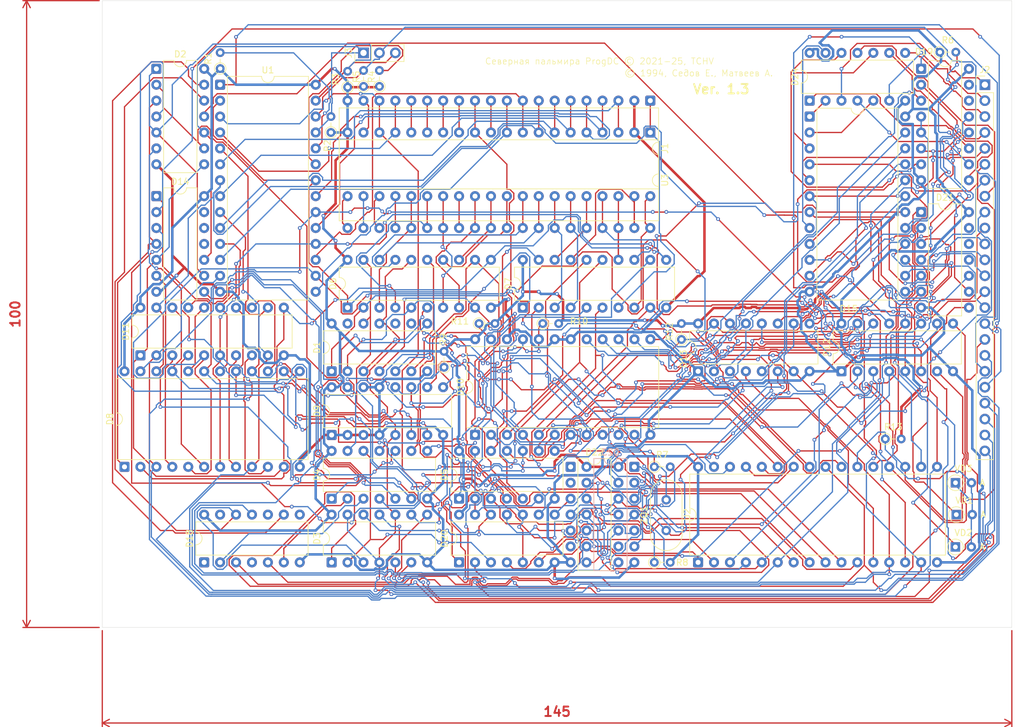
<source format=kicad_pcb>
(kicad_pcb (version 20241229) (generator "pcbnew") (generator_version "9.0")
  (title_block (title "Palmira ProgDC") (date "2025-04-10") (company "Tchv"))
  (layers (0 "F.Cu" signal) (2 "B.Cu" signal) (13 "F.Paste" user) (15 "B.Paste" user) (5 "F.SilkS" user "F.Silkscreen") (7 "B.SilkS" user "B.Silkscreen") (1 "F.Mask" user) (3 "B.Mask" user) (25 "Edge.Cuts" user))
  (net 0 "")
  (net 1 "+5V")
  (net 2 "/\"1\"")
  (net 3 "/~{INTA}")
  (net 4 "/~{MEMW}")
  (net 5 "/~{I{slash}OW}")
  (net 6 "/~{MEMR}")
  (net 7 "/P3")
  (net 8 "/P2")
  (net 9 "/P1")
  (net 10 "/P0")
  (net 11 "/~{I{slash}OR}")
  (net 12 "Net-(D22F-A)")
  (net 13 "Net-(D22E-A)")
  (net 14 "Net-(D23A-~{R})")
  (net 15 "/D3")
  (net 16 "/A0")
  (net 17 "/D5")
  (net 18 "GND")
  (net 19 "/A3")
  (net 20 "/A1")
  (net 21 "/A8")
  (net 22 "/A14")
  (net 23 "/A4")
  (net 24 "/A15")
  (net 25 "/HLD")
  (net 26 "/INT")
  (net 27 "/~{WR}")
  (net 28 "/A6")
  (net 29 "/D4")
  (net 30 "/INTE")
  (net 31 "/D0")
  (net 32 "/SYN")
  (net 33 "/_HLDA")
  (net 34 "/+12V")
  (net 35 "/D7")
  (net 36 "/RESET")
  (net 37 "/-5V")
  (net 38 "/A10")
  (net 39 "/D6")
  (net 40 "/A12")
  (net 41 "/D1")
  (net 42 "/A9")
  (net 43 "/A5")
  (net 44 "/A2")
  (net 45 "/C1")
  (net 46 "/DBIN")
  (net 47 "/D2")
  (net 48 "/WI")
  (net 49 "/A13")
  (net 50 "/A7")
  (net 51 "/A11")
  (net 52 "/C2")
  (net 53 "/RDY")
  (net 54 "/DB3")
  (net 55 "/AB8")
  (net 56 "/AB9")
  (net 57 "/AB12")
  (net 58 "/R4")
  (net 59 "/R3")
  (net 60 "/AB4")
  (net 61 "/AB1")
  (net 62 "/AB11")
  (net 63 "/DB7")
  (net 64 "/~{RD}")
  (net 65 "/AB5")
  (net 66 "/ARR16")
  (net 67 "/AB7")
  (net 68 "/AB10")
  (net 69 "/AB6")
  (net 70 "/AB0")
  (net 71 "/AB13")
  (net 72 "/DB4")
  (net 73 "/AB2")
  (net 74 "/DB2")
  (net 75 "/DB1")
  (net 76 "/DB5")
  (net 77 "/ARR17")
  (net 78 "/~{WE_628512}")
  (net 79 "/DB6")
  (net 80 "/DB0")
  (net 81 "/ARR18")
  (net 82 "/AB3")
  (net 83 "/HLDA")
  (net 84 "/STSTB")
  (net 85 "/Q4")
  (net 86 "/~{RESET}")
  (net 87 "/Q5")
  (net 88 "Net-(D5B-A)")
  (net 89 "/Q2")
  (net 90 "/Q6")
  (net 91 "Net-(D14B-A)")
  (net 92 "/Q1")
  (net 93 "/Q0")
  (net 94 "Net-(D2B-A)")
  (net 95 "/Q3")
  (net 96 "Net-(D11-~{EO})")
  (net 97 "/Q7")
  (net 98 "/~{D15_CS1}")
  (net 99 "/~{RAM_MAIN}")
  (net 100 "/~{CC00_VI53_1}")
  (net 101 "/~{CS_ROM}")
  (net 102 "/~{CS_SRAM_8000}")
  (net 103 "/~{C400_PPI2}")
  (net 104 "/~{CA00_PPI3}")
  (net 105 "/R0")
  (net 106 "/~{CS_VG75}")
  (net 107 "/~{D15_CS2}")
  (net 108 "/~{CS_RAMR}")
  (net 109 "/~{F700}")
  (net 110 "/R2")
  (net 111 "/~{CE00}")
  (net 112 "/~{C300}")
  (net 113 "/~{CS_DMA}")
  (net 114 "/~{C800_VI53_2}")
  (net 115 "/R1")
  (net 116 "/~{CS_D800}")
  (net 117 "/~{C200_PPI1}")
  (net 118 "/~{C100_SD_CNTR}")
  (net 119 "Net-(D10-D4)")
  (net 120 "Net-(D10-D5)")
  (net 121 "/AB15")
  (net 122 "Net-(D10-D2)")
  (net 123 "/AB14")
  (net 124 "Net-(D10-D6)")
  (net 125 "Net-(D10-D0)")
  (net 126 "Net-(D10-D7)")
  (net 127 "Net-(D10-~{WE})")
  (net 128 "Net-(D10-D3)")
  (net 129 "Net-(D10-D1)")
  (net 130 "Net-(D24D-A)")
  (net 131 "Net-(D21B-A)")
  (net 132 "Net-(D19-6)")
  (net 134 "Net-(D19-5)")
  (net 135 "Net-(D19-4)")
  (net 137 "Net-(D19-3)")
  (net 138 "/R7")
  (net 139 "/R5")
  (net 140 "/R6")
  (net 141 "Net-(D14C-Y)")
  (net 142 "Net-(D18B-D)")
  (net 143 "Net-(D18B-Q)")
  (net 144 "Net-(D2A-B)")
  (net 145 "Net-(D2B-Y)")
  (net 146 "/ROM_A14")
  (net 147 "/ROM_A13")
  (net 148 "/~{MWR}")
  (net 149 "/ROM_A15")
  (net 150 "Net-(D14B-Y)")
  (net 151 "Net-(D4A-A)")
  (net 152 "Net-(D18A-D)")
  (net 153 "Net-(D18A-~{Q})")
  (net 154 "Net-(D21B-Y)")
  (net 155 "/~{CC00_VI53_1_}")
  (net 156 "/C800_VI53_2")
  (net 157 "Net-(D14A-A)")
  (net 158 "Net-(D20B-B)")
  (net 159 "/~{C800_VI53_2_}")
  (net 160 "/~{CS_DMA_}")
  (net 161 "/~{C400_PPI2_}")
  (net 162 "/~{C200_PPI1_}")
  (net 163 "/~{CS_VG75_}")
  (net 164 "/8MHZ")
  (net 165 "Net-(D23A-D)")
  (net 166 "Net-(D23B-D)")
  (net 167 "/CLK")
  (net 168 "Net-(D22E-Y)")
  (net 172 "/R8")
  (net 173 "Net-(D21A-B)")
  (net 177 "/~{MEMW_VT57}")
  (net 178 "Net-(D20B-A)")
  (net 189 "/RAM_SEL")
  (net 194 "/~{CS_628512}")
  (footprint "Diode_THT:D_DO-34_SOD68_P2.54mm_Vertical_AnodeUp" (layer "F.Cu") (at 178.18 119.46)
    (property "Reference" "VD2")
    (property "Value" "1N4148")
  )
  (footprint "Resistor_THT:R_Axial_DIN0204_L3.6mm_D1.6mm_P2.54mm_Vertical" (layer "F.Cu") (at 175.707 40.528)
    (property "Reference" "R6")
    (property "Value" "R0125")
  )
  (footprint "Package_DIP:DIP-14_W7.62mm" (layer "F.Cu") (at 78.74 121.92 90)
    (property "Reference" "D3")
    (property "Value" "133LI1")
  )
  (footprint "Resistor_THT:R_Axial_DIN0204_L3.6mm_D1.6mm_P2.54mm_Vertical" (layer "F.Cu") (at 130.18 106.68)
    (property "Reference" "R7")
    (property "Value" "R0125H")
  )
  (footprint "Resistor_THT:R_Axial_DIN0204_L3.6mm_D1.6mm_P2.54mm_Vertical" (layer "F.Cu") (at 60.976 43.145 90)
    (property "Reference" "R1")
    (property "Value" "R0125")
  )
  (footprint "Connector_PinHeader_2.54mm:PinHeader_1x03_P2.54mm_Vertical" (layer "F.Cu") (at 83.82 40.64 90)
    (property "Reference" "J3")
    (property "Value" "Conn_01x03_Pin")
  )
  (footprint "Diode_THT:D_DO-34_SOD68_P2.54mm_Vertical_AnodeUp" (layer "F.Cu") (at 178.324 114.3)
    (property "Reference" "VD1")
    (property "Value" "1N4148")
  )
  (footprint "Package_DIP:DIP-16_W7.62mm" (layer "F.Cu") (at 160.02 91.44 90)
    (property "Reference" "D12")
    (property "Value" "K589АП16")
  )
  (footprint "Package_DIP:DIP-14_W7.62mm" (layer "F.Cu") (at 172.72 66.04)
    (property "Reference" "D21")
    (property "Value" "74HC86N")
  )
  (footprint "Package_DIP:DIP-14_W7.62mm" (layer "F.Cu") (at 58.42 121.92 90)
    (property "Reference" "D18")
    (property "Value" "555TM2")
  )
  (footprint "Package_DIP:DIP-24_W15.24mm" (layer "F.Cu") (at 101.616 101.572 90)
    (property "Reference" "D10")
    (property "Value" "КР537РУ10")
  )
  (footprint "Package_DIP:DIP-14_W7.62mm" (layer "F.Cu") (at 99.06 121.92 90)
    (property "Reference" "D20")
    (property "Value" "133LI1")
  )
  (footprint "Package_DIP:DIP-16_W7.62mm" (layer "F.Cu") (at 137.16 91.44 90)
    (property "Reference" "D13")
    (property "Value" "K589АП16")
  )
  (footprint "Resistor_THT:R_Axial_DIN0204_L3.6mm_D1.6mm_P2.54mm_Vertical" (layer "F.Cu") (at 78.629 53.34 90)
    (property "Reference" "R2")
    (property "Value" "R0125")
  )
  (footprint "Resistor_THT:R_Axial_DIN0204_L3.6mm_D1.6mm_P2.54mm_Vertical" (layer "F.Cu") (at 134.509 86.36 90)
    (property "Reference" "R12")
    (property "Value" "R0125")
  )
  (footprint "Package_DIP:DIP-16_W7.62mm" (layer "F.Cu") (at 78.74 101.6 90)
    (property "Reference" "D9")
    (property "Value" "КР556РТ4")
  )
  (footprint "Diode_THT:D_DO-34_SOD68_P2.54mm_Vertical_AnodeUp" (layer "F.Cu") (at 178.197 109.22)
    (property "Reference" "VD3")
    (property "Value" "1N4148")
  )
  (footprint "Package_DIP:DIP-40_W15.24mm" (layer "F.Cu") (at 129.54 53.34 -90)
    (property "Reference" "U3")
    (property "Value" "CPU")
  )
  (footprint "Resistor_THT:R_Axial_DIN0204_L3.6mm_D1.6mm_P2.54mm_Vertical" (layer "F.Cu") (at 96.663 90.8 90)
    (property "Reference" "R9")
    (property "Value" "R0125")
  )
  (footprint "Crystal:Crystal_HC18-U_Vertical" (layer "F.Cu") (at 132.08 116.84 90)
    (property "Reference" "ZQ1")
    (property "Value" "QUARTZ")
  )
  (footprint "Package_DIP:DIP-14_W7.62mm" (layer "F.Cu") (at 154.94 48.26 90)
    (property "Reference" "D24")
    (property "Value" "133LI1")
  )
  (footprint "Package_DIP:DIP-40_W15.24mm" (layer "F.Cu") (at 129.54 48.26 -90)
    (property "Reference" "J1")
    (property "Value" "Conn_02x20_Counter_Clockwise_MountingPin")
  )
  (footprint "Resistor_THT:R_Axial_DIN0204_L3.6mm_D1.6mm_P2.54mm_Vertical" (layer "F.Cu") (at 83.836 45.989 90)
    (property "Reference" "R5")
    (property "Value" "R0125")
  )
  (footprint "Package_DIP:DIP-32_W15.24mm" (layer "F.Cu") (at 137.16 121.92 90)
    (property "Reference" "U2")
    (property "Value" "628512")
  )
  (footprint "Resistor_THT:R_Axial_DIN0204_L3.6mm_D1.6mm_P2.54mm_Vertical" (layer "F.Cu") (at 112.4 83.82)
    (property "Reference" "R10")
    (property "Value" "R0125")
  )
  (footprint "Resistor_THT:R_Axial_DIN0204_L3.6mm_D1.6mm_P2.54mm_Vertical" (layer "F.Cu") (at 81.296 46.116 90)
    (property "Reference" "R3")
    (property "Value" "R0125")
  )
  (footprint "Package_DIP:DIP-14_W7.62mm" (layer "F.Cu") (at 50.8 63.5)
    (property "Reference" "D14")
    (property "Value" "133LA3")
  )
  (footprint "Package_DIP:DIP-24_W15.24mm" (layer "F.Cu") (at 45.72 106.68 90)
    (property "Reference" "D8")
    (property "Value" "К589ИР12")
  )
  (footprint "Package_DIP:DIP-14_W7.62mm" (layer "F.Cu") (at 116.84 106.68)
    (property "Reference" "D22")
    (property "Value" "133LN1")
  )
  (footprint "Package_DIP:DIP-20_W7.62mm" (layer "F.Cu") (at 81.28 81.28 90)
    (property "Reference" "D6")
    (property "Value" "1533ИР22")
  )
  (footprint "Package_DIP:DIP-28_W15.24mm" (layer "F.Cu") (at 60.96 45.72)
    (property "Reference" "U1")
    (property "Value" "KR580VK28")
  )
  (footprint "Package_DIP:DIP-14_W7.62mm" (layer "F.Cu") (at 78.74 91.44 90)
    (property "Reference" "D1")
    (property "Value" "K155LA2")
  )
  (footprint "Package_DIP:DIP-14_W7.62mm" (layer "F.Cu") (at 99.06 111.76 90)
    (property "Reference" "D5")
    (property "Value" "133LN1")
  )
  (footprint "Package_DIP:DIP-24_W15.24mm" (layer "F.Cu") (at 154.94 50.8)
    (property "Reference" "D15")
    (property "Value" "155ID3")
  )
  (footprint "Resistor_THT:R_Axial_DIN0204_L3.6mm_D1.6mm_P2.54mm_Vertical" (layer "F.Cu") (at 167.005 102.235)
    (property "Reference" "R13")
    (property "Value" "R0125")
  )
  (footprint "Package_DIP:DIP-20_W7.62mm" (layer "F.Cu") (at 48.26 88.9 90)
    (property "Reference" "D11")
    (property "Value" "1533ИР22")
  )
  (footprint "Resistor_THT:R_Axial_DIN0204_L3.6mm_D1.6mm_P2.54mm_Vertical" (layer "F.Cu") (at 130.18 121.92)
    (property "Reference" "R8")
    (property "Value" "R0125H")
  )
  (footprint "Resistor_THT:R_Axial_DIN0204_L3.6mm_D1.6mm_P2.54mm_Vertical" (layer "F.Cu") (at 86.36 45.989 90)
    (property "Reference" "R4")
    (property "Value" "R0125")
  )
  (footprint "Package_DIP:DIP-14_W7.62mm" (layer "F.Cu") (at 50.8 43.18)
    (property "Reference" "D2")
    (property "Value" "133LL1")
  )
  (footprint "Connector_PinHeader_2.54mm:PinHeader_1x24_P2.54mm_Vertical" (layer "F.Cu") (at 182.88 45.72)
    (property "Reference" "J2")
    (property "Value" "Conn_01x24_Pin")
  )
  (footprint "Package_DIP:DIP-14_W7.62mm" (layer "F.Cu") (at 78.74 111.76 90)
    (property "Reference" "D4")
    (property "Value" "133LL1")
  )
  (footprint "Package_DIP:DIP-16_W7.62mm" (layer "F.Cu") (at 172.72 43.18)
    (property "Reference" "D19")
    (property "Value" "74AC138(COMB)")
  )
  (footprint "Package_DIP:DIP-20_W7.62mm" (layer "F.Cu") (at 109.22 81.28 90)
    (property "Reference" "D7")
    (property "Value" "1533ИР22")
  )
  (footprint "Resistor_THT:R_Axial_DIN0204_L3.6mm_D1.6mm_P2.54mm_Vertical" (layer "F.Cu") (at 102.24 83.82)
    (property "Reference" "R11")
    (property "Value" "R0125")
  )
  (footprint "Package_DIP:DIP-14_W7.62mm" (layer "B.Cu") (at 127 106.68 180)
    (property "Reference" "D23")
    (property "Value" "555TM2")
  )
  (gr_rect (start 42.18 32.306) (end 187.18 132.306) (stroke (width 0.05)) (fill no) (layer "Edge.Cuts"))
  (gr_text "Северная пальмира ProgDC © 2021-25, TCHV" (at 103.14 42.56 0) (layer "F.SilkS") (effects (font (size 1 1) (thickness 0.1)) (justify left bottom)))
  (gr_text "© 1994, Седов Е., Матвеев А." (at 125.365 44.465 0) (layer "F.SilkS") (effects (font (size 1 1) (thickness 0.1)) (justify left bottom)))
  (gr_text "Ver. 1.3" (at 136.18 47.306 0) (layer "F.SilkS") (effects (font (size 1.5 1.5) (thickness 0.3) (bold yes)) (justify left bottom)))
  (dimension (type orthogonal) (layer "F.Cu") (pts (xy 42.18 132.306) (xy 42.18 32.306)) (height -12.065) (orientation 1) (format (prefix "") (suffix "") (units 3) (units_format 0) (precision 4) (suppress_zeroes yes)) (style (thickness 0.2) (arrow_length 1.27) (text_position_mode 0) (arrow_direction outward) (extension_height 0.58642) (extension_offset 0.5) (keep_text_aligned yes)) (gr_text "100" (at 28.315 82.306 90) (layer "F.Cu") (effects (font (size 1.5 1.5) (thickness 0.3)))))
  (dimension (type orthogonal) (layer "F.Cu") (pts (xy 187.18 132.306) (xy 42.18 132.306)) (height 15.24) (orientation 0) (format (prefix "") (suffix "") (units 3) (units_format 0) (precision 4) (suppress_zeroes yes)) (style (thickness 0.2) (arrow_length 1.27) (text_position_mode 0) (arrow_direction outward) (extension_height 0.58642) (extension_offset 0.5) (keep_text_aligned yes)) (gr_text "145" (at 114.68 145.746 0) (layer "F.Cu") (effects (font (size 1.5 1.5) (thickness 0.3)))))
  (segment (start 114.94 83.82) (end 115.64 83.12) (width 0.4) (layer "F.Cu") (net 1))
  (segment (start 114.79248 105.341) (end 114.3 105.83348) (width 0.4) (layer "F.Cu") (net 1))
  (segment (start 145.560339 81.344) (end 144.782661 81.344) (width 0.4) (layer "F.Cu") (net 1))
  (segment (start 119.38 106.68) (end 117.475 104.775) (width 0.4) (layer "F.Cu") (net 1))
  (segment (start 79.375 70.619) (end 79.375 71.755) (width 0.4) (layer "F.Cu") (net 1))
  (segment (start 111.76 78.74) (end 109.22 78.74) (width 0.4) (layer "F.Cu") (net 1))
  (segment (start 169.58 102.2) (end 169.545 102.235) (width 0.4) (layer "F.Cu") (net 1))
  (segment (start 139.636 81.344) (end 137.16 83.82) (width 0.4) (layer "F.Cu") (net 1))
  (segment (start 81.28 55.88) (end 79.375 57.785) (width 0.4) (layer "F.Cu") (net 1))
  (segment (start 155.355728 80.896933) (end 155.12507 80.896933) (width 0.4) (layer "F.Cu") (net 1))
  (segment (start 115.363471 104.775) (end 114.797471 105.341) (width 0.4) (layer "F.Cu") (net 1))
  (segment (start 81.296 46.116) (end 86.233 46.116) (width 0.4) (layer "F.Cu") (net 1))
  (segment (start 100.965 108.585) (end 99.934 108.585) (width 0.4) (layer "F.Cu") (net 1))
  (segment (start 78.74 43.18) (end 76.2 45.72) (width 0.4) (layer "F.Cu") (net 1))
  (segment (start 102.158113 109.683002) (end 102.063002 109.683002) (width 0.4) (layer "F.Cu") (net 1))
  (segment (start 114.3 105.83348) (end 114.3 107.315) (width 0.4) (layer "F.Cu") (net 1))
  (segment (start 117.475 104.775) (end 115.363471 104.775) (width 0.4) (layer "F.Cu") (net 1))
  (segment (start 155.12507 80.896933) (end 154.509994 81.512008) (width 0.4) (layer "F.Cu") (net 1))
  (segment (start 169.58 97.12) (end 169.58 102.2) (width 0.4) (layer "F.Cu") (net 1))
  (segment (start 79.375 64.69648) (end 77.43324 66.63824) (width 0.4) (layer "F.Cu") (net 1))
  (segment (start 153.113005 81.344) (end 146.539661 81.344) (width 0.4) (layer "F.Cu") (net 1))
  (segment (start 153.336792 81.567787) (end 153.113005 81.344) (width 0.4) (layer "F.Cu") (net 1))
  (segment (start 102.063002 109.683002) (end 100.965 108.585) (width 0.4) (layer "F.Cu") (net 1))
  (segment (start 146.539661 81.344) (end 146.360661 81.165) (width 0.4) (layer "F.Cu") (net 1))
  (segment (start 154.509994 81.512008) (end 154.262421 81.512008) (width 0.4) (layer "F.Cu") (net 1))
  (segment (start 154.262421 81.512008) (end 154.206641 81.567787) (width 0.4) (layer "F.Cu") (net 1))
  (segment (start 86.233 46.116) (end 86.36 45.989) (width 0.4) (layer "F.Cu") (net 1))
  (segment (start 155.811 80.441661) (end 155.355728 80.896933) (width 0.4) (layer "F.Cu") (net 1))
  (segment (start 130.65248 83.29674) (end 131.53 84.17426) (width 0.4) (layer "F.Cu") (net 1))
  (segment (start 128.64622 83.29674) (end 130.65248 83.29674) (width 0.4) (layer "F.Cu") (net 1))
  (segment (start 99.934 108.585) (end 99.762 108.757) (width 0.4) (layer "F.Cu") (net 1))
  (segment (start 145.739339 81.165) (end 145.560339 81.344) (width 0.4) (layer "F.Cu") (net 1))
  (segment (start 79.241 43.18) (end 78.74 43.18) (width 0.4) (layer "F.Cu") (net 1))
  (segment (start 115.64 80.08) (end 114.65426 79.09426) (width 0.4) (layer "F.Cu") (net 1))
  (segment (start 144.582661 81.144) (end 143.961339 81.144) (width 0.4) (layer "F.Cu") (net 1))
  (segment (start 143.961339 81.144) (end 143.761339 81.344) (width 0.4) (layer "F.Cu") (net 1))
  (segment (start 144.782661 81.344) (end 144.582661 81.144) (width 0.4) (layer "F.Cu") (net 1))
  (segment (start 114.797471 105.341) (end 114.79248 105.341) (width 0.4) (layer "F.Cu") (net 1))
  (segment (start 156.844301 78.955749) (end 155.811 79.98905) (width 0.4) (layer "F.Cu") (net 1))
  (segment (start 155.811 79.98905) (end 155.811 80.441661) (width 0.4) (layer "F.Cu") (net 1))
  (segment (start 79.375 71.755) (end 81.28 73.66) (width 0.4) (layer "F.Cu") (net 1))
  (segment (start 81.28 53.34) (end 81.28 55.88) (width 0.4) (layer "F.Cu") (net 1))
  (segment (start 119.38 106.68) (end 124.46 106.68) (width 0.4) (layer "F.Cu") (net 1))
  (segment (start 143.761339 81.344) (end 139.636 81.344) (width 0.4) (layer "F.Cu") (net 1))
  (segment (start 146.360661 81.165) (end 145.739339 81.165) (width 0.4) (layer "F.Cu") (net 1))
  (segment (start 156.844301 78.739301) (end 156.844301 78.955749) (width 0.4) (layer "F.Cu") (net 1))
  (segment (start 79.375 57.785) (end 79.375 64.69648) (width 0.4) (layer "F.Cu") (net 1))
  (segment (start 115.64 83.12) (end 115.64 80.08) (width 0.4) (layer "F.Cu") (net 1))
  (segment (start 154.206641 81.567787) (end 153.336792 81.567787) (width 0.4) (layer "F.Cu") (net 1))
  (segment (start 172.72 93.98) (end 169.58 97.12) (width 0.4) (layer "F.Cu") (net 1))
  (via (at 172.72 93.98) (size 0.6) (drill 0.3) (layers "F.Cu" "B.Cu") (net 1))
  (via (at 131.53 84.17426) (size 0.6) (drill 0.3) (layers "F.Cu" "B.Cu") (net 1))
  (via (at 114.3 107.315) (size 0.6) (drill 0.3) (layers "F.Cu" "B.Cu") (net 1))
  (via (at 114.65426 79.09426) (size 0.6) (drill 0.3) (layers "F.Cu" "B.Cu") (net 1))
  (via (at 111.76 78.74) (size 0.6) (drill 0.3) (layers "F.Cu" "B.Cu") (net 1))
  (via (at 79.241 43.18) (size 0.6) (drill 0.3) (layers "F.Cu" "B.Cu") (net 1))
  (via (at 156.844301 78.739301) (size 0.6) (drill 0.3) (layers "F.Cu" "B.Cu") (net 1))
  (via (at 79.375 70.619) (size 0.6) (drill 0.3) (layers "F.Cu" "B.Cu") (net 1))
  (via (at 128.64622 83.29674) (size 0.6) (drill 0.3) (layers "F.Cu" "B.Cu") (net 1))
  (via (at 102.158113 109.683002) (size 0.6) (drill 0.3) (layers "F.Cu" "B.Cu") (net 1))
  (via (at 109.22 78.74) (size 0.6) (drill 0.3) (layers "F.Cu" "B.Cu") (net 1))
  (via (at 77.43324 66.63824) (size 0.6) (drill 0.3) (layers "F.Cu" "B.Cu") (net 1))
  (via (at 99.762 108.757) (size 0.6) (drill 0.3) (layers "F.Cu" "B.Cu") (net 1))
  (segment (start 60.96 43.18) (end 59.759 44.381) (width 0.4) (layer "B.Cu") (net 1))
  (segment (start 171.381 45.159) (end 172.159 44.381) (width 0.4) (layer "B.Cu") (net 1))
  (segment (start 137.16 117.48) (end 137.16 106.68) (width 0.4) (layer "B.Cu") (net 1))
  (segment (start 59.621 62.299) (end 59.621 44.381) (width 0.4) (layer "B.Cu") (net 1))
  (segment (start 58.42 63.5) (end 59.621 62.299) (width 0.4) (layer "B.Cu") (net 1))
  (segment (start 160.556 87.887364) (end 160.556 88.364934) (width 0.4) (layer "B.Cu") (net 1))
  (segment (start 175.9 40.64) (end 172.323 37.063) (width 0.4) (layer "B.Cu") (net 1))
  (segment (start 172.159 44.381) (end 173.54658 44.381) (width 0.4) (layer "B.Cu") (net 1))
  (segment (start 156.17148 40.04) (end 155.54 40.04) (width 0.4) (layer "B.Cu") (net 1))
  (segment (start 96.52 88.26) (end 98.42 86.36) (width 0.4) (layer "B.Cu") (net 1))
  (segment (start 100.261 113.099) (end 100.261 110.664661) (width 0.4) (layer "B.Cu") (net 1))
  (segment (start 98.349252 89.806409) (end 98.066409 89.806409) (width 0.4) (layer "B.Cu") (net 1))
  (segment (start 100.261 110.664661) (end 99.762 110.165661) (width 0.4) (layer "B.Cu") (net 1))
  (segment (start 115.441 83.319) (end 128.62396 83.319) (width 0.4) (layer "B.Cu") (net 1))
  (segment (start 166.582339 89.549) (end 166.830339 89.301) (width 0.4) (layer "B.Cu") (net 1))
  (segment (start 45.72 91.44) (end 45.72 83.82) (width 0.4) (layer "B.Cu") (net 1))
  (segment (start 161.272234 88.804273) (end 162.429152 89.961191) (width 0.4) (layer "B.Cu") (net 1))
  (segment (start 48.26 79.581529) (end 48.26 81.28) (width 0.4) (layer "B.Cu") (net 1))
  (segment (start 177.438909 45.798248) (end 177.878248 45.358909) (width 0.4) (layer "B.Cu") (net 1))
  (segment (start 98.86 101.924339) (end 99.06 101.724339) (width 0.4) (layer "B.Cu") (net 1))
  (segment (start 114.94 83.82) (end 115.441 83.319) (width 0.4) (layer "B.Cu") (net 1))
  (segment (start 78.74 83.82) (end 83.123 88.203) (width 0.4) (layer "B.Cu") (net 1))
  (segment (start 158.517 37.063) (end 156.542 39.038) (width 0.4) (layer "B.Cu") (net 1))
  (segment (start 156.279 40.14752) (end 156.17148 40.04) (width 0.4) (layer "B.Cu") (net 1))
  (segment (start 160.02 81.915) (end 156.844301 78.739301) (width 0.4) (layer "B.Cu") (net 1))
  (segment (start 99.06 104.14) (end 99.06 102.745661) (width 0.4) (layer "B.Cu") (net 1))
  (segment (start 171.381 46.451339) (end 171.381 45.159) (width 0.4) (layer "B.Cu") (net 1))
  (segment (start 171.581 46.651339) (end 171.381 46.451339) (width 0.4) (layer "B.Cu") (net 1))
  (segment (start 78.74 104.14) (end 76.615 106.265) (width 0.4) (layer "B.Cu") (net 1))
  (segment (start 157.977471 39.439) (end 158.681 40.142529) (width 0.4) (layer "B.Cu") (net 1))
  (segment (start 177.878248 45.358909) (end 178.161091 45.358909) (width 0.4) (layer "B.Cu") (net 1))
  (segment (start 175.9 42.02758) (end 175.9 40.64) (width 0.4) (layer "B.Cu") (net 1))
  (segment (start 78.74 104.14) (end 77.539 102.939) (width 0.4) (layer "B.Cu") (net 1))
  (segment (start 77.940001 83.020001) (end 77.940001 76.999999) (width 0.4) (layer "B.Cu") (net 1))
  (segment (start 170.18 50.8) (end 171.381 49.599) (width 0.4) (layer "B.Cu") (net 1))
  (segment (start 98.066409 89.806409) (end 96.52 88.26) (width 0.4) (layer "B.Cu") (net 1))
  (segment (start 77.539 102.939) (end 77.539 94.494924) (width 0.4) (layer "B.Cu") (net 1))
  (segment (start 99.06 102.745661) (end 98.86 102.545661) (width 0.4) (layer "B.Cu") (net 1))
  (segment (start 126.15 104.99) (end 135.47 104.99) (width 0.4) (layer "B.Cu") (net 1))
  (segment (start 98.42 86.36) (end 101.6 86.36) (width 0.4) (layer "B.Cu") (net 1))
  (segment (start 109.22 79.38) (end 104.78 83.82) (width 0.4) (layer "B.Cu") (net 1))
  (segment (start 171.381 49.599) (end 171.381 47.472661) (width 0.4) (layer "B.Cu") (net 1))
  (segment (start 58.42 63.5) (end 53.34 68.58) (width 0.4) (layer "B.Cu") (net 1))
  (segment (start 76.615 106.479925) (end 76.2 106.894925) (width 0.4) (layer "B.Cu") (net 1))
  (segment (start 98.788591 90.245748) (end 98.349252 89.806409) (width 0.4) (layer "B.Cu") (net 1))
  (segment (start 160.02 85.446328) (end 160.02 87.351364) (width 0.4) (layer "B.Cu") (net 1))
  (segment (start 168.808699 89.301) (end 169.056699 89.549) (width 0.4) (layer "B.Cu") (net 1))
  (segment (start 160.556 88.364934) (end 160.995339 88.804273) (width 0.4) (layer "B.Cu") (net 1))
  (segment (start 81.28 48.26) (end 81.28 53.34) (width 0.4) (layer "B.Cu") (net 1))
  (segment (start 83.123 88.203) (end 94.684925 88.203) (width 0.4) (layer "B.Cu") (net 1))
  (segment (start 80.079 91.929057) (end 80.611 92.461057) (width 0.4) (layer "B.Cu") (net 1))
  (segment (start 163.050474 89.961191) (end 163.462665 89.549) (width 0.4) (layer "B.Cu") (net 1))
  (segment (start 113.114 107.315) (end 114.3 107.315) (width 0.4) (layer "B.Cu") (net 1))
  (segment (start 158.681 40.142529) (end 158.681 41.137471) (width 0.4) (layer "B.Cu") (net 1))
  (segment (start 102.406998 109.683002) (end 104.106 107.984) (width 0.4) (layer "B.Cu") (net 1))
  (segment (start 112.11426 79.09426) (end 111.76 78.74) (width 0.4) (layer "B.Cu") (net 1))
  (segment (start 99.762 104.842) (end 99.762 108.757) (width 0.4) (layer "B.Cu") (net 1))
  (segment (start 135.47 104.99) (end 137.16 106.68) (width 0.4) (layer "B.Cu") (net 1))
  (segment (start 174.341843 72.321) (end 174.986091 71.676752) (width 0.4) (layer "B.Cu") (net 1))
  (segment (start 103.243328 84.278203) (end 103.701531 83.82) (width 0.4) (layer "B.Cu") (net 1))
  (segment (start 174.984166 50.662166) (end 173.921 49.599) (width 0.4) (layer "B.Cu") (net 1))
  (segment (start 180.34 66.04) (end 176.153 61.853) (width 0.4) (layer "B.Cu") (net 1))
  (segment (start 99.06 114.3) (end 100.261 113.099) (width 0.4) (layer "B.Cu") (net 1))
  (segment (start 102.158113 109.683002) (end 102.406998 109.683002) (width 0.4) (layer "B.Cu") (net 1))
  (segment (start 59.621 44.381) (end 58.42 43.18) (width 0.4) (layer "B.Cu") (net 1))
  (segment (start 59.759 44.381) (end 59.621 44.381) (width 0.4) (layer "B.Cu") (net 1))
  (segment (start 53.34 68.58) (end 53.34 75.496471) (width 0.4) (layer "B.Cu") (net 1))
  (segment (start 77.940001 76.999999) (end 81.28 73.66) (width 0.4) (layer "B.Cu") (net 1))
  (segment (start 156.279 41.137471) (end 156.279 40.14752) (width 0.4) (layer "B.Cu") (net 1))
  (segment (start 76.2 116.84) (end 78.74 114.3) (width 0.4) (layer "B.Cu") (net 1))
  (segment (start 173.54658 44.381) (end 175.9 42.02758) (width 0.4) (layer "B.Cu") (net 1))
  (segment (start 45.72 83.82) (end 48.26 81.28) (width 0.4) (layer "B.Cu") (net 1))
  (segment (start 98.86 102.545661) (end 98.86 101.924339) (width 0.4) (layer "B.Cu") (net 1))
  (segment (start 168.585661 72.121) (end 168.785661 72.321) (width 0.4) (layer "B.Cu") (net 1))
  (segment (start 171.381 49.599) (end 173.921 49.599) (width 0.4) (layer "B.Cu") (net 1))
  (segment (start 168.785661 72.321) (end 174.341843 72.321) (width 0.4) (layer "B.Cu") (net 1))
  (segment (start 131.53 84.17426) (end 134.26574 84.17426) (width 0.4) (layer "B.Cu") (net 1))
  (segment (start 99.06 101.724339) (end 99.06 92.456661) (width 0.4) (layer "B.Cu") (net 1))
  (segment (start 94.741925 88.26) (end 96.52 88.26) (width 0.4) (layer "B.Cu") (net 1))
  (segment (start 163.462665 89.549) (end 166.582339 89.549) (width 0.4) (layer "B.Cu") (net 1))
  (segment (start 109.22 73.66) (end 109.22 78.74) (width 0.4) (layer "B.Cu") (net 1))
  (segment (start 76.2 106.894925) (end 76.2 111.76) (width 0.4) (layer "B.Cu") (net 1))
  (segment (start 81.28 45.72) (end 81.28 45.219) (width 0.4) (layer "B.Cu") (net 1))
  (segment (start 51.297471 77.539) (end 50.302529 77.539) (width 0.4) (layer "B.Cu") (net 1))
  (segment (start 156.542 39.038) (end 156.586521 39.038) (width 0.4) (layer "B.Cu") (net 1))
  (segment (start 98.788591 90.638748) (end 98.788591 90.245748) (width 0.4) (layer "B.Cu") (net 1))
  (segment (start 99.06 92.456661) (end 98.707 92.103661) (width 0.4) (layer "B.Cu") (net 1))
  (segment (start 157.977471 41.841) (end 156.982529 41.841) (width 0.4) (layer "B.Cu") (net 1))
  (segment (start 77.539 94.494924) (end 78.053924 93.98) (width 0.4) (layer "B.Cu") (net 1))
  (segment (start 77.43324 68.67724) (end 79.375 70.619) (width 0.4) (layer "B.Cu") (net 1))
  (segment (start 76.615 106.265) (end 76.615 106.479925) (width 0.4) (layer "B.Cu") (net 1))
  (segment (start 60.96 116.84) (end 76.2 116.84) (width 0.4) (layer "B.Cu") (net 1))
  (segment (start 174.986091 71.393909) (end 180.34 66.04) (width 0.4) (layer "B.Cu") (net 1))
  (segment (start 176.153 61.853) (end 176.153 61.546248) (width 0.4) (layer "B.Cu") (net 1))
  (segment (start 175.26 60.653248) (end 175.26 53.598189) (width 0.4) (layer "B.Cu") (net 1))
  (segment (start 159.220001 84.646329) (end 160.02 85.446328) (width 0.4) (layer "B.Cu") (net 1))
  (segment (start 174.984166 53.322354) (end 174.984166 50.662166) (width 0.4) (layer "B.Cu") (net 1))
  (segment (start 58.42 114.3) (end 60.96 116.84) (width 0.4) (layer "B.Cu") (net 1))
  (segment (start 160.02 83.82) (end 159.220001 84.619999) (width 0.4) (layer "B.Cu") (net 1))
  (segment (start 169.056699 89.549) (end 170.125472 89.549) (width 0.4) (layer "B.Cu") (net 1))
  (segment (start 80.079 85.159) (end 80.079 91.929057) (width 0.4) (layer "B.Cu") (net 1))
  (segment (start 106.138 107.984) (end 106.188 108.034) (width 0.4) (layer "B.Cu") (net 1))
  (segment (start 173.921 49.599) (end 177.438909 46.081091) (width 0.4) (layer "B.Cu") (net 1))
  (segment (start 81.28 48.26) (end 81.28 45.72) (width 0.4) (layer "B.Cu") (net 1))
  (segment (start 167.964339 72.121) (end 168.585661 72.121) (width 0.4) (layer "B.Cu") (net 1))
  (segment (start 78.74 83.82) (end 80.079 85.159) (width 0.4) (layer "B.Cu") (net 1))
  (segment (start 160.02 80.065339) (end 167.964339 72.121) (width 0.4) (layer "B.Cu") (net 1))
  (segment (start 159.220001 84.619999) (end 159.220001 84.646329) (width 0.4) (layer "B.Cu") (net 1))
  (segment (start 160.995339 88.804273) (end 161.272234 88.804273) (width 0.4) (layer "B.Cu") (net 1))
  (segment (start 77.43324 66.63824) (end 77.43324 68.67724) (width 0.4) (layer "B.Cu") (net 1))
  (segment (start 177.438909 46.081091) (end 177.438909 45.798248) (width 0.4) (layer "B.Cu") (net 1))
  (segment (start 176.153 61.546248) (end 175.26 60.653248) (width 0.4) (layer "B.Cu") (net 1))
  (segment (start 76.2 111.76) (end 78.74 114.3) (width 0.4) (layer "B.Cu") (net 1))
  (segment (start 160.02 83.82) (end 160.02 81.915) (width 0.4) (layer "B.Cu") (net 1))
  (segment (start 124.46 106.68) (end 126.15 104.99) (width 0.4) (layer "B.Cu") (net 1))
  (segment (start 109.22 78.74) (end 109.22 79.38) (width 0.4) (layer "B.Cu") (net 1))
  (segment (start 160.02 87.351364) (end 160.556 87.887364) (width 0.4) (layer "B.Cu") (net 1))
  (segment (start 104.106 107.984) (end 106.138 107.984) (width 0.4) (layer "B.Cu") (net 1))
  (segment (start 106.188 108.034) (end 112.395 108.034) (width 0.4) (layer "B.Cu") (net 1))
  (segment (start 170.125472 89.549) (end 171.519 90.942529) (width 0.4) (layer "B.Cu") (net 1))
  (segment (start 63.5 45.72) (end 76.2 45.72) (width 0.4) (layer "B.Cu") (net 1))
  (segment (start 134.62 83.82) (end 137.16 83.82) (width 0.4) (layer "B.Cu") (net 1))
  (segment (start 53.34 75.496471) (end 51.297471 77.539) (width 0.4) (layer "B.Cu") (net 1))
  (segment (start 156.586521 39.038) (end 156.987521 39.439) (width 0.4) (layer "B.Cu") (net 1))
  (segment (start 98.707 90.720339) (end 98.788591 90.638748) (width 0.4) (layer "B.Cu") (net 1))
  (segment (start 99.762 110.165661) (end 99.762 108.757) (width 0.4) (layer "B.Cu") (net 1))
  (segment (start 60.96 43.18) (end 63.5 45.72) (width 0.4) (layer "B.Cu") (net 1))
  (segment (start 156.987521 39.439) (end 157.977471 39.439) (width 0.4) (layer "B.Cu") (net 1))
  (segment (start 171.581 47.272661) (end 171.581 46.651339) (width 0.4) (layer "B.Cu") (net 1))
  (segment (start 178.161091 45.358909) (end 180.34 43.18) (width 0.4) (layer "B.Cu") (net 1))
  (segment (start 81.28 53.34) (end 78.74 53.34) (width 0.4) (layer "B.Cu") (net 1))
  (segment (start 155.54 40.04) (end 154.94 40.64) (width 0.4) (layer "B.Cu") (net 1))
  (segment (start 98.707 92.103661) (end 98.707 90.720339) (width 0.4) (layer "B.Cu") (net 1))
  (segment (start 78.74 83.82) (end 77.940001 83.020001) (width 0.4) (layer "B.Cu") (net 1))
  (segment (start 79.72295 93.98) (end 78.74 93.98) (width 0.4) (layer "B.Cu") (net 1))
  (segment (start 175.26 53.598189) (end 174.984166 53.322354) (width 0.4) (layer "B.Cu") (net 1))
  (segment (start 114.65426 79.09426) (end 112.11426 79.09426) (width 0.4) (layer "B.Cu") (net 1))
  (segment (start 80.611 93.09195) (end 79.72295 93.98) (width 0.4) (layer "B.Cu") (net 1))
  (segment (start 174.986091 71.676752) (end 174.986091 71.393909) (width 0.4) (layer "B.Cu") (net 1))
  (segment (start 99.06 104.14) (end 99.762 104.842) (width 0.4) (layer "B.Cu") (net 1))
  (segment (start 103.701531 83.82) (end 104.78 83.82) (width 0.4) (layer "B.Cu") (net 1))
  (segment (start 81.28 45.219) (end 79.241 43.18) (width 0.4) (layer "B.Cu") (net 1))
  (segment (start 101.6 86.36) (end 103.243328 84.716672) (width 0.4) (layer "B.Cu") (net 1))
  (segment (start 132.72 121.92) (end 137.16 117.48) (width 0.4) (layer "B.Cu") (net 1))
  (segment (start 134.26574 84.17426) (end 134.62 83.82) (width 0.4) (layer "B.Cu") (net 1))
  (segment (start 128.62396 83.319) (end 128.64622 83.29674) (width 0.4) (layer "B.Cu") (net 1))
  (segment (start 78.053924 93.98) (end 78.74 93.98) (width 0.4) (layer "B.Cu") (net 1))
  (segment (start 162.429152 89.961191) (end 163.050474 89.961191) (width 0.4) (layer "B.Cu") (net 1))
  (segment (start 50.302529 77.539) (end 48.26 79.581529) (width 0.4) (layer "B.Cu") (net 1))
  (segment (start 112.395 108.034) (end 113.114 107.315) (width 0.4) (layer "B.Cu") (net 1))
  (segment (start 172.323 37.063) (end 158.517 37.063) (width 0.4) (layer "B.Cu") (net 1))
  (segment (start 171.519 92.779) (end 172.72 93.98) (width 0.4) (layer "B.Cu") (net 1))
  (segment (start 171.519 90.942529) (end 171.519 92.779) (width 0.4) (layer "B.Cu") (net 1))
  (segment (start 166.830339 89.301) (end 168.808699 89.301) (width 0.4) (layer "B.Cu") (net 1))
  (segment (start 156.982529 41.841) (end 156.279 41.137471) (width 0.4) (layer "B.Cu") (net 1))
  (segment (start 171.381 47.472661) (end 171.581 47.272661) (width 0.4) (layer "B.Cu") (net 1))
  (segment (start 94.684925 88.203) (end 94.741925 88.26) (width 0.4) (layer "B.Cu") (net 1))
  (segment (start 103.243328 84.716672) (end 103.243328 84.278203) (width 0.4) (layer "B.Cu") (net 1))
  (segment (start 158.681 41.137471) (end 157.977471 41.841) (width 0.4) (layer "B.Cu") (net 1))
  (segment (start 160.02 83.82) (end 160.02 80.065339) (width 0.4) (layer "B.Cu") (net 1))
  (segment (start 80.611 92.461057) (end 80.611 93.09195) (width 0.4) (layer "B.Cu") (net 1))
  (segment (start 168.29 61.229239) (end 168.29 60.945) (width 0.2) (layer "F.Cu") (net 2))
  (segment (start 75.587 83.798) (end 75.565 83.82) (width 0.2) (layer "F.Cu") (net 2))
  (segment (start 153.035 64.77) (end 153.035 63.989372) (width 0.2) (layer "F.Cu") (net 2))
  (segment (start 70.77405 108.583) (end 71.12 108.23705) (width 0.2) (layer "F.Cu") (net 2))
  (segment (start 166.736 62.499) (end 167.625 61.61) (width 0.2) (layer "F.Cu") (net 2))
  (segment (start 79.375 80.01) (end 79.3335 80.0515) (width 0.2) (layer "F.Cu") (net 2))
  (segment (start 154.525372 62.499) (end 166.736 62.499) (width 0.2) (layer "F.Cu") (net 2))
  (segment (start 72.121 107.094628) (end 72.121 106.265372) (width 0.2) (layer "F.Cu") (net 2))
  (segment (start 173.17605 62.061) (end 174.625 60.61205) (width 0.2) (layer "F.Cu") (net 2))
  (segment (start 178.44 42.54) (end 178.44 40.64) (width 0.2) (layer "F.Cu") (net 2))
  (segment (start 174.625 56.331) (end 173.171 56.331) (width 0.2) (layer "F.Cu") (net 2))
  (segment (start 168.29 60.945) (end 168.8685 60.3665) (width 0.2) (layer "F.Cu") (net 2))
  (segment (start 174.625 60.61205) (end 174.625 57.785) (width 0.2) (layer "F.Cu") (net 2))
  (segment (start 69.597 93.724) (end 70.019 93.302) (width 0.2) (layer "F.Cu") (net 2))
  (segment (start 178.111059 46.108909) (end 178.188909 46.108909) (width 0.2) (layer "F.Cu") (net 2))
  (segment (start 69.597 94.221239) (end 69.597 93.724) (width 0.2) (layer "F.Cu") (net 2))
  (segment (start 167.909239 61.61) (end 168.29 61.229239) (width 0.2) (layer "F.Cu") (net 2))
  (segment (start 176.96595 44.894502) (end 176.96595 44.9638) (width 0.2) (layer "F.Cu") (net 2))
  (segment (start 71.12 86.36) (end 71.12 81.28) (width 0.2) (layer "F.Cu") (net 2))
  (segment (start 176.347398 56.331) (end 174.625 56.331) (width 0.2) (layer "F.Cu") (net 2))
  (segment (start 70.019 87.461) (end 71.12 86.36) (width 0.2) (layer "F.Cu") (net 2))
  (segment (start 132.08 69.85) (end 137.300025 64.629975) (width 0.2) (layer "F.Cu") (net 2))
  (segment (start 153.035 63.989372) (end 154.525372 62.499) (width 0.2) (layer "F.Cu") (net 2))
  (segment (start 71.12 105.679) (end 71.12 95.25) (width 0.2) (layer "F.Cu") (net 2))
  (segment (start 71.12 107.681) (end 71.534628 107.681) (width 0.2) (layer "F.Cu") (net 2))
  (segment (start 178.251 54.427398) (end 176.347398 56.331) (width 0.2) (layer "F.Cu") (net 2))
  (segment (start 167.625 61.61) (end 167.909239 61.61) (width 0.2) (layer "F.Cu") (net 2))
  (segment (start 70.019 93.302) (end 70.019 87.461) (width 0.2) (layer "F.Cu") (net 2))
  (segment (start 71.12 108.23705) (end 71.12 107.681) (width 0.2) (layer "F.Cu") (net 2))
  (segment (start 72.121 106.265372) (end 71.534628 105.679) (width 0.2) (layer "F.Cu") (net 2))
  (segment (start 173.171 56.331) (end 172.72 55.88) (width 0.2) (layer "F.Cu") (net 2))
  (segment (start 176.96595 44.9638) (end 178.111059 46.108909) (width 0.2) (layer "F.Cu") (net 2))
  (segment (start 172.21495 62.061) (end 173.17605 62.061) (width 0.2) (layer "F.Cu") (net 2))
  (segment (start 130.556 69.85) (end 132.08 69.85) (width 0.2) (layer "F.Cu") (net 2))
  (segment (start 50.163 108.583) (end 70.77405 108.583) (width 0.2) (layer "F.Cu") (net 2))
  (segment (start 48.26 106.68) (end 50.163 108.583) (width 0.2) (layer "F.Cu") (net 2))
  (segment (start 71.12 95.25) (end 70.679501 94.809501) (width 0.2) (layer "F.Cu") (net 2))
  (segment (start 79.3335 80.0515) (end 75.587 83.798) (width 0.2) (layer "F.Cu") (net 2))
  (segment (start 71.534628 105.679) (end 71.12 105.679) (width 0.2) (layer "F.Cu") (net 2))
  (segment (start 70.679501 94.809501) (end 70.185262 94.809501) (width 0.2) (layer "F.Cu") (net 2))
  (segment (start 130.175 72.39) (end 129.54 71.755) (width 0.2) (layer "F.Cu") (net 2))
  (segment (start 129.54 71.755) (end 129.052 71.755) (width 0.2) (layer "F.Cu") (net 2))
  (segment (start 70.185262 94.809501) (end 69.597 94.221239) (width 0.2) (layer "F.Cu") (net 2))
  (segment (start 177.163602 53.34) (end 178.251 54.427398) (width 0.2) (layer "F.Cu") (net 2))
  (segment (start 71.534628 107.681) (end 72.121 107.094628) (width 0.2) (layer "F.Cu") (net 2))
  (segment (start 172.17 62.01605) (end 172.21495 62.061) (width 0.2) (layer "F.Cu") (net 2))
  (segment (start 168.8685 60.3665) (end 168.91 60.325) (width 0.2) (layer "F.Cu") (net 2))
  (via (at 174.625 56.331) (size 0.6) (drill 0.3) (layers "F.Cu" "B.Cu") (net 2))
  (via (at 153.035 64.77) (size 0.6) (drill 0.3) (layers "F.Cu" "B.Cu") (net 2))
  (via (at 79.3335 80.0515) (size 0.6) (drill 0.3) (layers "F.Cu" "B.Cu") (net 2))
  (via (at 174.625 57.785) (size 0.6) (drill 0.3) (layers "F.Cu" "B.Cu") (net 2))
  (via (at 177.163602 53.34) (size 0.6) (drill 0.3) (layers "F.Cu" "B.Cu") (net 2))
  (via (at 178.188909 46.108909) (size 0.6) (drill 0.3) (layers "F.Cu" "B.Cu") (net 2))
  (via (at 168.8685 60.3665) (size 0.6) (drill 0.3) (layers "F.Cu" "B.Cu") (net 2))
  (via (at 137.300025 64.629975) (size 0.6) (drill 0.3) (layers "F.Cu" "B.Cu") (net 2))
  (via (at 176.96595 44.894502) (size 0.6) (drill 0.3) (layers "F.Cu" "B.Cu") (net 2))
  (via (at 130.556 69.85) (size 0.6) (drill 0.3) (layers "F.Cu" "B.Cu") (net 2))
  (via (at 130.175 72.39) (size 0.6) (drill 0.3) (layers "F.Cu" "B.Cu") (net 2))
  (via (at 75.587 83.798) (size 0.6) (drill 0.3) (layers "F.Cu" "B.Cu") (net 2))
  (via (at 178.44 42.54) (size 0.6) (drill 0.3) (layers "F.Cu" "B.Cu") (net 2))
  (via (at 129.052 71.755) (size 0.6) (drill 0.3) (layers "F.Cu" "B.Cu") (net 2))
  (via (at 172.165698 62.02431) (size 0.6) (drill 0.3) (layers "F.Cu" "B.Cu") (net 2))
  (segment (start 153.035 67.312239) (end 152.759689 67.58755) (width 0.2) (layer "B.Cu") (net 2))
  (segment (start 104.14 73.66) (end 106.379 71.421) (width 0.2) (layer "B.Cu") (net 2))
  (segment (start 116.138 66.742) (end 117.751322 66.742) (width 0.2) (layer "B.Cu") (net 2))
  (segment (start 147.882875 64.629975) (end 137.300025 64.629975) (width 0.2) (layer "B.Cu") (net 2))
  (segment (start 118.444 69.485306) (end 118.444 69.964728) (width 0.2) (layer "B.Cu") (net 2))
  (segment (start 118.444 69.964728) (end 120.234272 71.755) (width 0.2) (layer "B.Cu") (net 2))
  (segment (start 168.91 60.325) (end 169.276 59.959) (width 0.2) (layer "B.Cu") (net 2))
  (segment (start 175.485166 53.114834) (end 175.485166 48.812652) (width 0.2) (layer "B.Cu") (net 2))
  (segment (start 81.28 80.01) (end 79.375 80.01) (width 0.2) (layer "B.Cu") (net 2))
  (segment (start 106.379 71.421) (end 110.872628 71.421) (width 0.2) (layer "B.Cu") (net 2))
  (segment (start 73.66 83.82) (end 75.565 83.82) (width 0.2) (layer "B.Cu") (net 2))
  (segment (start 87.42996 78.189199) (end 83.100801 78.189199) (width 0.2) (layer "B.Cu") (net 2))
  (segment (start 169.276 59.959) (end 171.01048 59.959) (width 0.2) (layer "B.Cu") (net 2))
  (segment (start 172.165698 62.020352) (end 172.165698 62.02431) (width 0.2) (layer "B.Cu") (net 2))
  (segment (start 130.556 70.231) (end 130.678 70.353) (width 0.2) (layer "B.Cu") (net 2))
  (segment (start 79.375 80.01) (end 79.3335 80.0515) (width 0.2) (layer "B.Cu") (net 2))
  (segment (start 113.299 68.994628) (end 113.299 68.165372) (width 0.2) (layer "B.Cu") (net 2))
  (segment (start 175.485166 48.812652) (end 178.188909 46.108909) (width 0.2) (layer "B.Cu") (net 2))
  (segment (start 120.234272 71.755) (end 129.052 71.755) (width 0.2) (layer "B.Cu") (net 2))
  (segment (start 99.361801 78.438199) (end 87.67896 78.438199) (width 0.2) (layer "B.Cu") (net 2))
  (segment (start 110.872628 71.421) (end 113.299 68.994628) (width 0.2) (layer "B.Cu") (net 2))
  (segment (start 150.84045 67.58755) (end 147.882875 64.629975) (width 0.2) (layer "B.Cu") (net 2))
  (segment (start 153.035 64.77) (end 153.035 64.853) (width 0.2) (layer "B.Cu") (net 2))
  (segment (start 177.163602 53.34) (end 175.710332 53.34) (width 0.2) (layer "B.Cu") (net 2))
  (segment (start 171.01048 59.959) (end 171.45 60.39852) (width 0.2) (layer "B.Cu") (net 2))
  (segment (start 115.57 67.31) (end 116.138 66.742) (width 0.2) (layer "B.Cu") (net 2))
  (segment (start 172.17 62.01605) (end 172.165698 62.020352) (width 0.2) (layer "B.Cu") (net 2))
  (segment (start 152.759689 67.58755) (end 150.84045 67.58755) (width 0.2) (layer "B.Cu") (net 2))
  (segment (start 75.565 83.82) (end 75.587 83.798) (width 0.2) (layer "B.Cu") (net 2))
  (segment (start 130.81 72.39) (end 132.08 73.66) (width 0.2) (layer "B.Cu") (net 2))
  (segment (start 153.035 64.77) (end 153.035 67.312239) (width 0.2) (layer "B.Cu") (net 2))
  (segment (start 130.175 72.39) (end 130.81 72.39) (width 0.2) (layer "B.Cu") (net 2))
  (segment (start 118.078 67.068678) (end 118.078 69.119306) (width 0.2) (layer "B.Cu") (net 2))
  (segment (start 130.678 72.258) (end 132.08 73.66) (width 0.2) (layer "B.Cu") (net 2))
  (segment (start 174.625 57.785) (end 174.625 56.331) (width 0.2) (layer "B.Cu") (net 2))
  (segment (start 113.299 68.165372) (end 114.154372 67.31) (width 0.2) (layer "B.Cu") (net 2))
  (segment (start 71.12 81.28) (end 73.66 83.82) (width 0.2) (layer "B.Cu") (net 2))
  (segment (start 130.556 69.85) (end 130.556 70.231) (width 0.2) (layer "B.Cu") (net 2))
  (segment (start 87.67896 78.438199) (end 87.42996 78.189199) (width 0.2) (layer "B.Cu") (net 2))
  (segment (start 117.751322 66.742) (end 118.078 67.068678) (width 0.2) (layer "B.Cu") (net 2))
  (segment (start 178.44 42.54) (end 176.96595 44.01405) (width 0.2) (layer "B.Cu") (net 2))
  (segment (start 118.078 69.119306) (end 118.444 69.485306) (width 0.2) (layer "B.Cu") (net 2))
  (segment (start 171.45 61.29605) (end 172.17 62.01605) (width 0.2) (layer "B.Cu") (net 2))
  (segment (start 114.154372 67.31) (end 115.57 67.31) (width 0.2) (layer "B.Cu") (net 2))
  (segment (start 175.710332 53.34) (end 175.485166 53.114834) (width 0.2) (layer "B.Cu") (net 2))
  (segment (start 171.45 60.39852) (end 171.45 61.29605) (width 0.2) (layer "B.Cu") (net 2))
  (segment (start 83.100801 78.189199) (end 81.28 80.01) (width 0.2) (layer "B.Cu") (net 2))
  (segment (start 104.14 73.66) (end 99.361801 78.438199) (width 0.2) (layer "B.Cu") (net 2))
  (segment (start 130.678 70.353) (end 130.678 72.258) (width 0.2) (layer "B.Cu") (net 2))
  (segment (start 176.96595 44.01405) (end 176.96595 44.894502) (width 0.2) (layer "B.Cu") (net 2))
  (segment (start 86.36 43.449) (end 87.71876 43.449) (width 0.2) (layer "F.Cu") (net 3))
  (segment (start 80.279 41.879) (end 82.669 39.489) (width 0.2) (layer "F.Cu") (net 3))
  (segment (start 87.71876 43.449) (end 88.38088 42.78688) (width 0.2) (layer "F.Cu") (net 3))
  (segment (start 90.051 41.11676) (end 88.38088 42.78688) (width 0.2) (layer "F.Cu") (net 3))
  (segment (start 89.37676 39.489) (end 90.051 40.16324) (width 0.2) (layer "F.Cu") (net 3))
  (segment (start 90.051 40.16324) (end 90.051 41.11676) (width 0.2) (layer "F.Cu") (net 3))
  (segment (start 75.74395 47.159) (end 76.714628 47.159) (width 0.2) (layer "F.Cu") (net 3))
  (segment (start 75.099 57.319) (end 75.099 47.80395) (width 0.2) (layer "F.Cu") (net 3))
  (segment (start 80.279 43.594628) (end 80.279 41.879) (width 0.2) (layer "F.Cu") (net 3))
  (segment (start 76.714628 47.159) (end 80.279 43.594628) (width 0.2) (layer "F.Cu") (net 3))
  (segment (start 82.669 39.489) (end 89.37676 39.489) (width 0.2) (layer "F.Cu") (net 3))
  (segment (start 75.099 47.80395) (end 75.74395 47.159) (width 0.2) (layer "F.Cu") (net 3))
  (segment (start 76.2 58.42) (end 75.099 57.319) (width 0.2) (layer "F.Cu") (net 3))
  (segment (start 79.3071 45.72) (end 79.326372 45.72) (width 0.2) (layer "F.Cu") (net 4))
  (segment (start 77.301 47.7261) (end 79.3071 45.72) (width 0.2) (layer "F.Cu") (net 4))
  (segment (start 77.301 49.699) (end 77.301 47.7261) (width 0.2) (layer "F.Cu") (net 4))
  (segment (start 76.2 50.8) (end 77.301 49.699) (width 0.2) (layer "F.Cu") (net 4))
  (segment (start 79.326372 45.72) (end 80.454372 44.592) (width 0.2) (layer "F.Cu") (net 4))
  (segment (start 80.454372 44.592) (end 82.693 44.592) (width 0.2) (layer "F.Cu") (net 4))
  (segment (start 82.693 44.592) (end 83.836 43.449) (width 0.2) (layer "F.Cu") (net 4))
  (segment (start 181.441 83.772661) (end 181.441 90.001) (width 0.2) (layer "B.Cu") (net 4))
  (segment (start 86.36 41.671) (end 85.614 41.671) (width 0.2) (layer "B.Cu") (net 4))
  (segment (start 86.36 40.64) (end 90.438 36.562) (width 0.2) (layer "B.Cu") (net 4))
  (segment (start 86.36 40.64) (end 86.36 41.671) (width 0.2) (layer "B.Cu") (net 4))
  (segment (start 85.614 41.671) (end 83.836 43.449) (width 0.2) (layer "B.Cu") (net 4))
  (segment (start 90.438 36.562) (end 173.237628 36.562) (width 0.2) (layer "B.Cu") (net 4))
  (segment (start 181.441 42.72395) (end 181.441 59.304661) (width 0.2) (layer "B.Cu") (net 4))
  (segment (start 176.901 40.225372) (end 176.901 41.054628) (width 0.2) (layer "B.Cu") (net 4))
  (segment (start 178.709239 41.89) (end 178.898239 42.079) (width 0.2) (layer "B.Cu") (net 4))
  (segment (start 183.315339 82.769) (end 182.444661 82.769) (width 0.2) (layer "B.Cu") (net 4))
  (segment (start 184.564 61.157661) (end 184.564 82.804) (width 0.2) (layer "B.Cu") (net 4))
  (segment (start 184.564 82.804) (end 183.350339 82.804) (width 0.2) (layer "B.Cu") (net 4))
  (segment (start 181.441 90.001) (end 182.88 91.44) (width 0.2) (layer "B.Cu") (net 4))
  (segment (start 176.901 41.054628) (end 177.736372 41.89) (width 0.2) (layer "B.Cu") (net 4))
  (segment (start 178.898239 42.079) (end 180.79605 42.079) (width 0.2) (layer "B.Cu") (net 4))
  (segment (start 180.79605 42.079) (end 181.441 42.72395) (width 0.2) (layer "B.Cu") (net 4))
  (segment (start 182.444661 82.769) (end 181.441 83.772661) (width 0.2) (layer "B.Cu") (net 4))
  (segment (start 183.315339 59.909) (end 184.564 61.157661) (width 0.2) (layer "B.Cu") (net 4))
  (segment (start 182.045339 59.909) (end 183.315339 59.909) (width 0.2) (layer "B.Cu") (net 4))
  (segment (start 181.441 59.304661) (end 182.045339 59.909) (width 0.2) (layer "B.Cu") (net 4))
  (segment (start 177.736372 41.89) (end 178.709239 41.89) (width 0.2) (layer "B.Cu") (net 4))
  (segment (start 183.350339 82.804) (end 183.315339 82.769) (width 0.2) (layer "B.Cu") (net 4))
  (segment (start 173.237628 36.562) (end 176.901 40.225372) (width 0.2) (layer "B.Cu") (net 4))
  (segment (start 57.319 59.859) (end 57.319 75.099) (width 0.2) (layer "F.Cu") (net 5))
  (segment (start 82.281 42.179) (end 87.361 42.179) (width 0.2) (layer "F.Cu") (net 5))
  (segment (start 57.319 75.099) (end 58.42 76.2) (width 0.2) (layer "F.Cu") (net 5))
  (segment (start 76.2 48.26) (end 81.28 43.18) (width 0.2) (layer "F.Cu") (net 5))
  (segment (start 76.2 48.26) (end 82.281 42.179) (width 0.2) (layer "F.Cu") (net 5))
  (segment (start 50.8 53.34) (end 57.319 59.859) (width 0.2) (layer "F.Cu") (net 5))
  (segment (start 87.361 42.179) (end 88.9 40.64) (width 0.2) (layer "F.Cu") (net 5))
  (segment (start 59.822 39.238) (end 84.72 39.238) (width 0.2) (layer "B.Cu") (net 5))
  (segment (start 53.34 45.72) (end 55.865 43.195) (width 0.2) (layer "B.Cu") (net 5))
  (segment (start 55.865 42.910761) (end 56.245761 42.53) (width 0.2) (layer "B.Cu") (net 5))
  (segment (start 82.669 41.791) (end 81.28 43.18) (width 0.2) (layer "B.Cu") (net 5))
  (segment (start 50.8 53.34) (end 53.34 50.8) (width 0.2) (layer "B.Cu") (net 5))
  (segment (start 56.245761 42.53) (end 56.53 42.53) (width 0.2) (layer "B.Cu") (net 5))
  (segment (start 84.971 39.489) (end 84.971 41.791) (width 0.2) (layer "B.Cu") (net 5))
  (segment (start 56.53 42.53) (end 59.822 39.238) (width 0.2) (layer "B.Cu") (net 5))
  (segment (start 55.865 43.195) (end 55.865 42.910761) (width 0.2) (layer "B.Cu") (net 5))
  (segment (start 84.72 39.238) (end 84.971 39.489) (width 0.2) (layer "B.Cu") (net 5))
  (segment (start 50.8 53.34) (end 49.699 52.239) (width 0.2) (layer "B.Cu") (net 5))
  (segment (start 49.699 44.281) (end 50.8 43.18) (width 0.2) (layer "B.Cu") (net 5))
  (segment (start 49.699 52.239) (end 49.699 44.281) (width 0.2) (layer "B.Cu") (net 5))
  (segment (start 84.971 41.791) (end 82.669 41.791) (width 0.2) (layer "B.Cu") (net 5))
  (segment (start 53.34 50.8) (end 53.34 45.72) (width 0.2) (layer "B.Cu") (net 5))
  (segment (start 77.201 54.879) (end 77.201 50.854072) (width 0.2) (layer "F.Cu") (net 6))
  (segment (start 77.662616 50.392456) (end 77.662616 50.274539) (width 0.2) (layer "F.Cu") (net 6))
  (segment (start 76.2 55.88) (end 77.201 54.879) (width 0.2) (layer "F.Cu") (net 6))
  (segment (start 77.201 50.854072) (end 77.662616 50.392456) (width 0.2) (layer "F.Cu") (net 6))
  (via (at 77.662616 50.274539) (size 0.6) (drill 0.3) (layers "F.Cu" "B.Cu") (net 6))
  (segment (start 77.739 50.316072) (end 78.339 49.716072) (width 0.2) (layer "B.Cu") (net 6))
  (segment (start 78.339 49.716072) (end 78.339 48.729239) (width 0.2) (layer "B.Cu") (net 6))
  (segment (start 78.339 46.30195) (end 72.67705 40.64) (width 0.2) (layer "B.Cu") (net 6))
  (segment (start 78.531464 48.536775) (end 78.531464 47.998297) (width 0.2) (layer "B.Cu") (net 6))
  (segment (start 77.662616 50.274539) (end 77.704149 50.316072) (width 0.2) (layer "B.Cu") (net 6))
  (segment (start 78.339 48.729239) (end 78.531464 48.536775) (width 0.2) (layer "B.Cu") (net 6))
  (segment (start 72.67705 40.64) (end 60.96 40.64) (width 0.2) (layer "B.Cu") (net 6))
  (segment (start 78.339 47.805833) (end 78.339 46.30195) (width 0.2) (layer "B.Cu") (net 6))
  (segment (start 78.531464 47.998297) (end 78.339 47.805833) (width 0.2) (layer "B.Cu") (net 6))
  (segment (start 77.704149 50.316072) (end 77.739 50.316072) (width 0.2) (layer "B.Cu") (net 6))
  (segment (start 161.113241 85.737343) (end 162.135 84.715584) (width 0.2) (layer "F.Cu") (net 7))
  (segment (start 105.37605 92.74395) (end 103.611058 92.74395) (width 0.2) (layer "F.Cu") (net 7))
  (segment (start 153.112728 85.09) (end 158.324322 85.09) (width 0.2) (layer "F.Cu") (net 7))
  (segment (start 162.135 84.715584) (end 162.135 84.245) (width 0.2) (layer "F.Cu") (net 7))
  (segment (start 114.3 92.71) (end 112.629 94.381) (width 0.2) (layer "F.Cu") (net 7))
  (segment (start 160.338508 85.885667) (end 160.486832 85.737343) (width 0.2) (layer "F.Cu") (net 7))
  (segment (start 141.102 85.222) (end 152.980728 85.222) (width 0.2) (layer "F.Cu") (net 7))
  (segment (start 98.038591 90.556409) (end 99.200137 90.556409) (width 0.2) (layer "F.Cu") (net 7))
  (segment (start 162.135 84.245) (end 162.56 83.82) (width 0.2) (layer "F.Cu") (net 7))
  (segment (start 126.031 88.599) (end 118.11 96.52) (width 0.2) (layer "F.Cu") (net 7))
  (segment (start 158.324322 85.09) (end 159.119989 85.885667) (width 0.2) (layer "F.Cu") (net 7))
  (segment (start 159.119989 85.885667) (end 160.338508 85.885667) (width 0.2) (layer "F.Cu") (net 7))
  (segment (start 99.938059 89.818487) (end 99.938059 89.766482) (width 0.2) (layer "F.Cu") (net 7))
  (segment (start 112.629 94.381) (end 108.986 94.381) (width 0.2) (layer "F.Cu") (net 7))
  (segment (start 139.7 83.82) (end 141.102 85.222) (width 0.2) (layer "F.Cu") (net 7))
  (segment (start 99.200137 90.556409) (end 99.938059 89.818487) (width 0.2) (layer "F.Cu") (net 7))
  (segment (start 108.986 94.381) (end 107.315 92.71) (width 0.2) (layer "F.Cu") (net 7))
  (segment (start 134.62 86.36) (end 132.381 88.599) (width 0.2) (layer "F.Cu") (net 7))
  (segment (start 152.980728 85.222) (end 153.112728 85.09) (width 0.2) (layer "F.Cu") (net 7))
  (segment (start 105.41 92.71) (end 105.37605 92.74395) (width 0.2) (layer "F.Cu") (net 7))
  (segment (start 132.381 88.599) (end 126.031 88.599) (width 0.2) (layer "F.Cu") (net 7))
  (segment (start 160.486832 85.737343) (end 161.113241 85.737343) (width 0.2) (layer "F.Cu") (net 7))
  (via (at 99.938059 89.766482) (size 0.6) (drill 0.3) (layers "F.Cu" "B.Cu") (net 7))
  (via (at 114.3 92.71) (size 0.6) (drill 0.3) (layers "F.Cu" "B.Cu") (net 7))
  (via (at 105.41 92.71) (size 0.6) (drill 0.3) (layers "F.Cu" "B.Cu") (net 7))
  (via (at 98.038591 90.556409) (size 0.6) (drill 0.3) (layers "F.Cu" "B.Cu") (net 7))
  (via (at 118.11 96.52) (size 0.6) (drill 0.3) (layers "F.Cu" "B.Cu") (net 7))
  (via (at 103.611058 92.74395) (size 0.6) (drill 0.3) (layers "F.Cu" "B.Cu") (net 7))
  (via (at 107.315 92.71) (size 0.6) (drill 0.3) (layers "F.Cu" "B.Cu") (net 7))
  (segment (start 98.038591 92.461409) (end 98.038591 90.556409) (width 0.2) (layer "B.Cu") (net 7))
  (segment (start 114.846662 92.71) (end 114.3 92.71) (width 0.2) (layer "B.Cu") (net 7))
  (segment (start 102.885 91.805761) (end 102.504239 91.425) (width 0.2) (layer "B.Cu") (net 7))
  (segment (start 103.505 92.71) (end 102.885 92.09) (width 0.2) (layer "B.Cu") (net 7))
  (segment (start 96.52 93.98) (end 98.038591 92.461409) (width 0.2) (layer "B.Cu") (net 7))
  (segment (start 135.946415 86.315961) (end 137.204039 86.315961) (width 0.2) (layer "B.Cu") (net 7))
  (segment (start 134.62 86.36) (end 135.902376 86.36) (width 0.2) (layer "B.Cu") (net 7))
  (segment (start 107.315 92.71) (end 105.41 92.71) (width 0.2) (layer "B.Cu") (net 7))
  (segment (start 118.11 96.52) (end 118.11 95.973338) (width 0.2) (layer "B.Cu") (net 7))
  (segment (start 135.902376 86.36) (end 135.946415 86.315961) (width 0.2) (layer "B.Cu") (net 7))
  (segment (start 102.504239 91.425) (end 102.22 91.425) (width 0.2) (layer "B.Cu") (net 7))
  (segment (start 100.233123 90.061546) (end 99.938059 89.766482) (width 0.2) (layer "B.Cu") (net 7))
  (segment (start 100.856546 90.061546) (end 100.233123 90.061546) (width 0.2) (layer "B.Cu") (net 7))
  (segment (start 137.204039 86.315961) (end 139.7 83.82) (width 0.2) (layer "B.Cu") (net 7))
  (segment (start 102.22 91.425) (end 100.856546 90.061546) (width 0.2) (layer "B.Cu") (net 7))
  (segment (start 102.885 92.09) (end 102.885 91.805761) (width 0.2) (layer "B.Cu") (net 7))
  (segment (start 118.11 95.973338) (end 114.846662 92.71) (width 0.2) (layer "B.Cu") (net 7))
  (segment (start 102.24 84.46) (end 102.24 83.82) (width 0.2) (layer "F.Cu") (net 8))
  (segment (start 93.98 93.98) (end 95.419 92.541) (width 0.2) (layer "F.Cu") (net 8))
  (segment (start 96.38762 86.02638) (end 97.155 85.259) (width 0.2) (layer "F.Cu") (net 8))
  (segment (start 104.14 86.36) (end 102.24 84.46) (width 0.2) (layer "F.Cu") (net 8))
  (segment (start 95.419 92.541) (end 95.419 86.275761) (width 0.2) (layer "F.Cu") (net 8))
  (segment (start 95.419 86.275761) (end 95.668381 86.02638) (width 0.2) (layer "F.Cu") (net 8))
  (segment (start 97.155 85.259) (end 103.039 85.259) (width 0.2) (layer "F.Cu") (net 8))
  (segment (start 103.039 85.259) (end 104.14 86.36) (width 0.2) (layer "F.Cu") (net 8))
  (segment (start 95.668381 86.02638) (end 96.38762 86.02638) (width 0.2) (layer "F.Cu") (net 8))
  (segment (start 99.1279 88.9) (end 99.695 88.9) (width 0.2) (layer "F.Cu") (net 9))
  (segment (start 92.541 102.330497) (end 92.541 100.234503) (width 0.2) (layer "F.Cu") (net 9))
  (segment (start 106.045 88.265) (end 106.145 88.265) (width 0.2) (layer "F.Cu") (net 9))
  (segment (start 91.44 93.98) (end 91.44 96.52) (width 0.2) (layer "F.Cu") (net 9))
  (segment (start 107.95 87.63) (end 109.22 87.63) (width 0.2) (layer "F.Cu") (net 9))
  (segment (start 92.541 99.155497) (end 92.541 97.694503) (width 0.2) (layer "F.Cu") (net 9))
  (segment (start 95.762 91.173207) (end 95.762 90.426793) (width 0.2) (layer "F.Cu") (net 9))
  (segment (start 102.87 90.17) (end 104.775 88.265) (width 0.2) (layer "F.Cu") (net 9))
  (segment (start 92.541 100.234503) (end 92.395 100.088503) (width 0.2) (layer "F.Cu") (net 9))
  (segment (start 111.76 86.36) (end 111.76 84.46) (width 0.2) (layer "F.Cu") (net 9))
  (segment (start 91.44 96.593503) (end 91.44 93.98) (width 0.2) (layer "F.Cu") (net 9))
  (segment (start 95.762 90.426793) (end 96.289793 89.899) (width 0.2) (layer "F.Cu") (net 9))
  (segment (start 91.44 104.14) (end 92.395 103.185) (width 0.2) (layer "F.Cu") (net 9))
  (segment (start 92.395 99.301497) (end 92.541 99.155497) (width 0.2) (layer "F.Cu") (net 9))
  (segment (start 97.637591 93.827591) (end 97.637591 93.048798) (width 0.2) (layer "F.Cu") (net 9))
  (segment (start 92.395 100.088503) (end 92.395 99.301497) (width 0.2) (layer "F.Cu") (net 9))
  (segment (start 92.395 102.476497) (end 92.541 102.330497) (width 0.2) (layer "F.Cu") (net 9))
  (segment (start 97.637591 93.048798) (end 95.762 91.173207) (width 0.2) (layer "F.Cu") (net 9))
  (segment (start 92.395 103.185) (end 92.395 102.476497) (width 0.2) (layer "F.Cu") (net 9))
  (segment (start 96.289793 89.899) (end 98.1289 89.899) (width 0.2) (layer "F.Cu") (net 9))
  (segment (start 111.76 84.46) (end 112.4 83.82) (width 0.2) (layer "F.Cu") (net 9))
  (segment (start 109.22 87.63) (end 109.855 88.265) (width 0.2) (layer "F.Cu") (net 9))
  (segment (start 92.541 97.694503) (end 91.44 96.593503) (width 0.2) (layer "F.Cu") (net 9))
  (segment (start 111.76 88.265) (end 111.76 86.36) (width 0.2) (layer "F.Cu") (net 9))
  (segment (start 104.775 88.265) (end 106.045 88.265) (width 0.2) (layer "F.Cu") (net 9))
  (segment (start 98.1289 89.899) (end 99.1279 88.9) (width 0.2) (layer "F.Cu") (net 9))
  (segment (start 97.637591 93.827591) (end 98.425 94.615) (width 0.2) (layer "F.Cu") (net 9))
  (via (at 98.425 94.615) (size 0.6) (drill 0.3) (layers "F.Cu" "B.Cu") (net 9))
  (via (at 91.44 96.52) (size 0.6) (drill 0.3) (layers "F.Cu" "B.Cu") (net 9))
  (via (at 102.87 90.17) (size 0.6) (drill 0.3) (layers "F.Cu" "B.Cu") (net 9))
  (via (at 99.695 88.9) (size 0.6) (drill 0.3) (layers "F.Cu" "B.Cu") (net 9))
  (via (at 107.966 87.602) (size 0.6) (drill 0.3) (layers "F.Cu" "B.Cu") (net 9))
  (via (at 106.061 88.249) (size 0.6) (drill 0.3) (layers "F.Cu" "B.Cu") (net 9))
  (via (at 111.776 88.237) (size 0.6) (drill 0.3) (layers "F.Cu" "B.Cu") (net 9))
  (via (at 109.871 88.237) (size 0.6) (drill 0.3) (layers "F.Cu" "B.Cu") (net 9))
  (segment (start 111.76 88.253) (end 111.776 88.237) (width 0.2) (layer "B.Cu") (net 9))
  (segment (start 107.95 87.63) (end 107.95 87.618) (width 0.2) (layer "B.Cu") (net 9))
  (segment (start 109.855 88.265) (end 111.76 88.265) (width 0.2) (layer "B.Cu") (net 9))
  (segment (start 109.855 88.265) (end 109.855 88.253) (width 0.2) (layer "B.Cu") (net 9))
  (segment (start 106.061 88.249) (end 106.610497 88.249) (width 0.2) (layer "B.Cu") (net 9))
  (segment (start 109.855 88.253) (end 109.871 88.237) (width 0.2) (layer "B.Cu") (net 9))
  (segment (start 101.6 88.9) (end 102.87 90.17) (width 0.2) (layer "B.Cu") (net 9))
  (segment (start 107.531 88.049) (end 107.95 87.63) (width 0.2) (layer "B.Cu") (net 9))
  (segment (start 99.695 88.9) (end 101.6 88.9) (width 0.2) (layer "B.Cu") (net 9))
  (segment (start 106.061 88.249) (end 106.188 88.249) (width 0.2) (layer "B.Cu") (net 9))
  (segment (start 96.52 96.52) (end 98.425 94.615) (width 0.2) (layer "B.Cu") (net 9))
  (segment (start 106.610497 88.249) (end 106.810497 88.049) (width 0.2) (layer "B.Cu") (net 9))
  (segment (start 107.95 87.618) (end 107.966 87.602) (width 0.2) (layer "B.Cu") (net 9))
  (segment (start 111.76 88.265) (end 111.76 88.253) (width 0.2) (layer "B.Cu") (net 9))
  (segment (start 96.52 96.52) (end 91.44 96.52) (width 0.2) (layer "B.Cu") (net 9))
  (segment (start 106.810497 88.049) (end 107.531 88.049) (width 0.2) (layer "B.Cu") (net 9))
  (segment (start 106.045 88.265) (end 106.061 88.249) (width 0.2) (layer "B.Cu") (net 9))
  (segment (start 94.779 92.541) (end 96.52 90.8) (width 0.2) (layer "B.Cu") (net 10))
  (segment (start 94.519239 88.603) (end 93.980761 88.603) (width 0.2) (layer "B.Cu") (net 10))
  (segment (start 93.58752 92.541) (end 94.779 92.541) (width 0.2) (layer "B.Cu") (net 10))
  (segment (start 83.36395 92.879) (end 82.719 93.52395) (width 0.2) (layer "B.Cu") (net 10))
  (segment (start 87.491479 91.291471) (end 87.491479 91.999993) (width 0.2) (layer "B.Cu") (net 10))
  (segment (start 85.259 105.782403) (end 86.156597 106.68) (width 0.2) (layer "B.Cu") (net 10))
  (segment (start 92.541 93.587521) (end 93.587521 92.541) (width 0.2) (layer "B.Cu") (net 10))
  (segment (start 90.001 95.081) (end 91.89605 95.081) (width 0.2) (layer "B.Cu") (net 10))
  (segment (start 93.980761 88.603) (end 93.816562 88.767199) (width 0.2) (layer "B.Cu") (net 10))
  (segment (start 92.541 110.522718) (end 92.541 112.21605) (width 0.2) (layer "B.Cu") (net 10))
  (segment (start 92.541 112.21605) (end 91.89605 112.861) (width 0.2) (layer "B.Cu") (net 10))
  (segment (start 93.816562 88.767199) (end 90.015751 88.767199) (width 0.2) (layer "B.Cu") (net 10))
  (segment (start 85.259 96.97605) (end 85.259 105.782403) (width 0.2) (layer "B.Cu") (net 10))
  (segment (start 88.9 93.98) (end 90.001 95.081) (width 0.2) (layer "B.Cu") (net 10))
  (segment (start 85.90395 92.879) (end 85.43795 93.345) (width 0.2) (layer "B.Cu") (net 10))
  (segment (start 92.541 94.43605) (end 92.541 93.587521) (width 0.2) (layer "B.Cu") (net 10))
  (segment (start 86.612472 92.879) (end 85.90395 92.879) (width 0.2) (layer "B.Cu") (net 10))
  (segment (start 84.27605 92.879) (end 83.36395 92.879) (width 0.2) (layer "B.Cu") (net 10))
  (segment (start 92.2839 109.506628) (end 92.2839 110.265618) (width 0.2) (layer "B.Cu") (net 10))
  (segment (start 93.587521 92.541) (end 94.43605 92.541) (width 0.2) (layer "B.Cu") (net 10))
  (segment (start 91.89605 112.861) (end 87.461 112.861) (width 0.2) (layer "B.Cu") (net 10))
  (segment (start 82.719 94.43605) (end 85.259 96.97605) (width 0.2) (layer "B.Cu") (net 10))
  (segment (start 89.457272 106.68) (end 92.2839 109.506628) (width 0.2) (layer "B.Cu") (net 10))
  (segment (start 91.89605 95.081) (end 92.541 94.43605) (width 0.2) (layer "B.Cu") (net 10))
  (segment (start 86.156597 106.68) (end 89.457272 106.68) (width 0.2) (layer "B.Cu") (net 10))
  (segment (start 85.43795 93.345) (end 84.74205 93.345) (width 0.2) (layer "B.Cu") (net 10))
  (segment (start 87.491479 91.999993) (end 86.612472 92.879) (width 0.2) (layer "B.Cu") (net 10))
  (segment (start 94.43605 92.541) (end 95.081 91.89605) (width 0.2) (layer "B.Cu") (net 10))
  (segment (start 87.461 112.861) (end 86.36 111.76) (width 0.2) (layer "B.Cu") (net 10))
  (segment (start 92.2839 110.265618) (end 92.541 110.522718) (width 0.2) (layer "B.Cu") (net 10))
  (segment (start 84.74205 93.345) (end 84.27605 92.879) (width 0.2) (layer "B.Cu") (net 10))
  (segment (start 92.541 94.43605) (end 92.541 93.58752) (width 0.2) (layer "B.Cu") (net 10))
  (segment (start 95.081 89.164761) (end 94.519239 88.603) (width 0.2) (layer "B.Cu") (net 10))
  (segment (start 92.541 93.58752) (end 93.58752 92.541) (width 0.2) (layer "B.Cu") (net 10))
  (segment (start 90.015751 88.767199) (end 87.491479 91.291471) (width 0.2) (layer "B.Cu") (net 10))
  (segment (start 82.719 93.52395) (end 82.719 94.43605) (width 0.2) (layer "B.Cu") (net 10))
  (segment (start 95.081 91.89605) (end 95.081 89.164761) (width 0.2) (layer "B.Cu") (net 10))
  (segment (start 59.521 54.441) (end 58.42 53.34) (width 0.2) (layer "F.Cu") (net 11))
  (segment (start 58.42 73.66) (end 59.521 72.559) (width 0.2) (layer "F.Cu") (net 11))
  (segment (start 59.521 72.559) (end 59.521 54.441) (width 0.2) (layer "F.Cu") (net 11))
  (segment (start 78.74 48.752503) (end 78.74 50.8) (width 0.2) (layer "B.Cu") (net 11))
  (segment (start 78.831464 48.661039) (end 78.74 48.752503) (width 0.2) (layer "B.Cu") (net 11))
  (segment (start 57.319 52.239) (end 57.319 42.72395) (width 0.2) (layer "B.Cu") (net 11))
  (segment (start 78.74 40.64) (end 78.74 47.782569) (width 0.2) (layer "B.Cu") (net 11))
  (segment (start 78.74 50.8) (end 76.2 53.34) (width 0.2) (layer "B.Cu") (net 11))
  (segment (start 82.819 39.639) (end 83.82 40.64) (width 0.2) (layer "B.Cu") (net 11))
  (segment (start 83.82 40.64) (end 78.74 40.64) (width 0.2) (layer "B.Cu") (net 11))
  (segment (start 58.42 53.34) (end 57.319 52.239) (width 0.2) (layer "B.Cu") (net 11))
  (segment (start 78.74 47.782569) (end 78.831464 47.874033) (width 0.2) (layer "B.Cu") (net 11))
  (segment (start 60.40395 39.639) (end 82.819 39.639) (width 0.2) (layer "B.Cu") (net 11))
  (segment (start 57.319 42.72395) (end 60.40395 39.639) (width 0.2) (layer "B.Cu") (net 11))
  (segment (start 78.831464 47.874033) (end 78.831464 48.661039) (width 0.2) (layer "B.Cu") (net 11))
  (segment (start 129.54 104.191) (end 130.18 104.831) (width 0.2) (layer "F.Cu") (net 12))
  (segment (start 130.18 104.831) (end 130.18 106.68) (width 0.2) (layer "F.Cu") (net 12))
  (via (at 129.491 104.24) (size 0.6) (drill 0.3) (layers "F.Cu" "B.Cu") (net 12))
  (segment (start 132.08 107.590051) (end 131.169949 106.68) (width 0.2) (layer "B.Cu") (net 12))
  (segment (start 124.025633 104.432946) (end 124.406394 104.052185) (width 0.2) (layer "B.Cu") (net 12))
  (segment (start 127.828764 104.301185) (end 127.889949 104.24) (width 0.2) (layer "B.Cu") (net 12))
  (segment (start 129.54 104.191) (end 129.491 104.24) (width 0.2) (layer "B.Cu") (net 12))
  (segment (start 124.46 109.22) (end 123.058 107.818) (width 0.2) (layer "B.Cu") (net 12))
  (segment (start 123.058 105.752718) (end 124.025633 104.785085) (width 0.2) (layer "B.Cu") (net 12))
  (segment (start 125.193872 104.301185) (end 127.828764 104.301185) (width 0.2) (layer "B.Cu") (net 12))
  (segment (start 132.08 111.94) (end 132.08 107.590051) (width 0.2) (layer "B.Cu") (net 12))
  (segment (start 124.944872 104.052185) (end 125.193872 104.301185) (width 0.2) (layer "B.Cu") (net 12))
  (segment (start 127.889949 104.24) (end 129.491 104.24) (width 0.2) (layer "B.Cu") (net 12))
  (segment (start 131.169949 106.68) (end 130.18 106.68) (width 0.2) (layer "B.Cu") (net 12))
  (segment (start 124.406394 104.052185) (end 124.944872 104.052185) (width 0.2) (layer "B.Cu") (net 12))
  (segment (start 123.058 107.818) (end 123.058 105.752718) (width 0.2) (layer "B.Cu") (net 12))
  (segment (start 124.025633 104.785085) (end 124.025633 104.432946) (width 0.2) (layer "B.Cu") (net 12))
  (segment (start 123.227285 114.3) (end 122.541615 113.61433) (width 0.2) (layer "F.Cu") (net 13))
  (segment (start 125.699 112.999) (end 127.538892 112.999) (width 0.2) (layer "F.Cu") (net 13))
  (segment (start 128.813946 112.823526) (end 131.327219 112.823526) (width 0.2) (layer "F.Cu") (net 13))
  (segment (start 122.552299 113.603646) (end 122.541615 113.61433) (width 0.2) (layer "F.Cu") (net 13))
  (segment (start 128.331472 113.306) (end 128.813946 112.823526) (width 0.2) (layer "F.Cu") (net 13))
  (segment (start 124.46 111.76) (end 125.699 112.999) (width 0.2) (layer "F.Cu") (net 13))
  (segment (start 127.538892 112.999) (end 127.845892 113.306) (width 0.2) (layer "F.Cu") (net 13))
  (segment (start 124.46 114.3) (end 123.227285 114.3) (width 0.2) (layer "F.Cu") (net 13))
  (segment (start 127.845892 113.306) (end 128.331472 113.306) (width 0.2) (layer "F.Cu") (net 13))
  (segment (start 122.552299 113.438851) (end 122.552299 113.603646) (width 0.2) (layer "F.Cu") (net 13))
  (via (at 122.541615 113.61433) (size 0.6) (drill 0.3) (layers "F.Cu" "B.Cu") (net 13))
  (via (at 131.327219 112.823526) (size 0.6) (drill 0.3) (layers "F.Cu" "B.Cu") (net 13))
  (segment (start 122.60567 113.61433) (end 122.541615 113.61433) (width 0.2) (layer "B.Cu") (net 13))
  (segment (start 124.46 111.76) (end 122.60567 113.61433) (width 0.2) (layer "B.Cu") (net 13))
  (segment (start 133.42 107.38) (end 133.42 112.086339) (width 0.2) (layer "B.Cu") (net 13))
  (segment (start 133.42 112.086339) (end 132.515339 112.991) (width 0.2) (layer "B.Cu") (net 13))
  (segment (start 131.494693 112.991) (end 131.327219 112.823526) (width 0.2) (layer "B.Cu") (net 13))
  (segment (start 132.72 106.68) (end 133.42 107.38) (width 0.2) (layer "B.Cu") (net 13))
  (segment (start 132.515339 112.991) (end 131.494693 112.991) (width 0.2) (layer "B.Cu") (net 13))
  (segment (start 129.18 116.306) (end 128.18 115.306) (width 0.2) (layer "F.Cu") (net 14))
  (segment (start 121.732568 111.80358) (end 121.732568 114.146693) (width 0.2) (layer "F.Cu") (net 14))
  (segment (start 128.18 115.306) (end 128.18 114.3) (width 0.2) (layer "F.Cu") (net 14))
  (segment (start 129.54 114.3) (end 128.18 114.3) (width 0.2) (layer "F.Cu") (net 14))
  (segment (start 128.18 114.3) (end 127 114.3) (width 0.2) (layer "F.Cu") (net 14))
  (segment (start 129.610004 114.229996) (end 129.54 114.3) (width 0.2) (layer "F.Cu") (net 14))
  (segment (start 129.18 116.306) (end 129.24 116.366) (width 0.2) (layer "F.Cu") (net 14))
  (segment (start 121.732568 111.80358) (end 121.732567 111.803579) (width 0.2) (layer "F.Cu") (net 14))
  (segment (start 121.646 116.84) (end 122.18 116.306) (width 0.2) (layer "F.Cu") (net 14))
  (segment (start 119.38 116.84) (end 121.646 116.84) (width 0.2) (layer "F.Cu") (net 14))
  (segment (start 121.732568 114.146693) (end 121.586466 114.292795) (width 0.2) (layer "F.Cu") (net 14))
  (segment (start 121.18 109.306) (end 119.466 109.306) (width 0.2) (layer "F.Cu") (net 14))
  (segment (start 119.466 109.306) (end 119.38 109.22) (width 0.2) (layer "F.Cu") (net 14))
  (via (at 122.18 116.306) (size 0.6) (drill 0.3) (layers "F.Cu" "B.Cu") (net 14))
  (via (at 121.732568 111.80358) (size 0.6) (drill 0.3) (layers "F.Cu" "B.Cu") (net 14))
  (via (at 129.18 116.306) (size 0.6) (drill 0.3) (layers "F.Cu" "B.Cu") (net 14))
  (via (at 121.586466 114.292795) (size 0.6) (drill 0.3) (layers "F.Cu" "B.Cu") (net 14))
  (via (at 121.18 109.306) (size 0.6) (drill 0.3) (layers "F.Cu" "B.Cu") (net 14))
  (via (at 129.610004 114.229996) (size 0.6) (drill 0.3) (layers "F.Cu" "B.Cu") (net 14))
  (segment (start 122.18 116.306) (end 122.18 115.306) (width 0.2) (layer "B.Cu") (net 14))
  (segment (start 127 106.68) (end 127.940007 106.68) (width 0.2) (layer "B.Cu") (net 14))
  (segment (start 128.654322 107.111472) (end 129.54 107.99715) (width 0.2) (layer "B.Cu") (net 14))
  (segment (start 121.823795 114.292795) (end 121.586466 114.292795) (width 0.2) (layer "B.Cu") (net 14))
  (segment (start 122.18 115.306) (end 122.18 114.649) (width 0.2) (layer "B.Cu") (net 14))
  (segment (start 122.18 115.306) (end 125.994 115.306) (width 0.2) (layer "B.Cu") (net 14))
  (segment (start 127.940007 106.68) (end 128.371479 107.111472) (width 0.2) (layer "B.Cu") (net 14))
  (segment (start 125.994 115.306) (end 127 114.3) (width 0.2) (layer "B.Cu") (net 14))
  (segment (start 129.54 107.99715) (end 129.54 109.193951) (width 0.2) (layer "B.Cu") (net 14))
  (segment (start 130.28 112.761635) (end 129.54 113.501635) (width 0.2) (layer "B.Cu") (net 14))
  (segment (start 121.18 109.306) (end 121.174 109.306) (width 0.2) (layer "B.Cu") (net 14))
  (segment (start 128.371479 107.111472) (end 128.654322 107.111472) (width 0.2) (layer "B.Cu") (net 14))
  (segment (start 129.54 114.159992) (end 129.610004 114.229996) (width 0.2) (layer "B.Cu") (net 14))
  (segment (start 129.18 116.306) (end 130.18 117.306) (width 0.2) (layer "B.Cu") (net 14))
  (segment (start 122.18 114.649) (end 121.823795 114.292795) (width 0.2) (layer "B.Cu") (net 14))
  (segment (start 130.18 117.306) (end 130.18 121.92) (width 0.2) (layer "B.Cu") (net 14))
  (segment (start 121.18 109.306) (end 121.18 111.251012) (width 0.2) (layer "B.Cu") (net 14))
  (segment (start 121.18 111.251012) (end 121.732568 111.80358) (width 0.2) (layer "B.Cu") (net 14))
  (segment (start 130.28 109.933951) (end 130.28 112.761635) (width 0.2) (layer "B.Cu") (net 14))
  (segment (start 129.54 109.193951) (end 130.28 109.933951) (width 0.2) (layer "B.Cu") (net 14))
  (segment (start 129.54 113.501635) (end 129.54 114.159992) (width 0.2) (layer "B.Cu") (net 14))
  (segment (start 114.3 48.26) (end 114.3 53.34) (width 0.2) (layer "F.Cu") (net 15))
  (segment (start 100.499 52.88395) (end 101.827756 51.555194) (width 0.2) (layer "B.Cu") (net 15))
  (segment (start 60.96 68.58) (end 68.58 60.96) (width 0.2) (layer "B.Cu") (net 15))
  (segment (start 77.301 60.50395) (end 77.301 60.96) (width 0.2) (layer "B.Cu") (net 15))
  (segment (start 100.499 53.79605) (end 100.499 52.88395) (width 0.2) (layer "B.Cu") (net 15))
  (segment (start 93.33505 60.96) (end 100.499 53.79605) (width 0.2) (layer "B.Cu") (net 15))
  (segment (start 75.099 60.50395) (end 75.74395 59.859) (width 0.2) (layer "B.Cu") (net 15))
  (segment (start 101.827756 51.555194) (end 112.515194 51.555194) (width 0.2) (layer "B.Cu") (net 15))
  (segment (start 75.74395 59.859) (end 76.65605 59.859) (width 0.2) (layer "B.Cu") (net 15))
  (segment (start 112.515194 51.555194) (end 114.3 53.34) (width 0.2) (layer "B.Cu") (net 15))
  (segment (start 68.58 60.96) (end 75.099 60.96) (width 0.2) (layer "B.Cu") (net 15))
  (segment (start 77.301 60.96) (end 93.33505 60.96) (width 0.2) (layer "B.Cu") (net 15))
  (segment (start 75.099 60.96) (end 75.099 60.50395) (width 0.2) (layer "B.Cu") (net 15))
  (segment (start 76.65605 59.859) (end 77.301 60.50395) (width 0.2) (layer "B.Cu") (net 15))
  (segment (start 87.461 74.11605) (end 87.461 72.559) (width 0.2) (layer "F.Cu") (net 16))
  (segment (start 86.36 81.28) (end 86.36 75.21705) (width 0.2) (layer "F.Cu") (net 16))
  (segment (start 87.461 72.559) (end 91.44 68.58) (width 0.2) (layer "F.Cu") (net 16))
  (segment (start 91.44 63.5) (end 91.44 68.58) (width 0.2) (layer "F.Cu") (net 16))
  (segment (start 86.36 75.21705) (end 87.461 74.11605) (width 0.2) (layer "F.Cu") (net 16))
  (segment (start 82.381 55.929003) (end 80.01 58.300003) (width 0.2) (layer "F.Cu") (net 17))
  (segment (start 121.92 48.26) (end 121.92 53.34) (width 0.2) (layer "F.Cu") (net 17))
  (segment (start 83.37 51.693266) (end 82.381 52.682266) (width 0.2) (layer "F.Cu") (net 17))
  (segment (start 80.01 58.300003) (end 80.01 64.77) (width 0.2) (layer "F.Cu") (net 17))
  (segment (start 82.381 52.682266) (end 82.381 55.929003) (width 0.2) (layer "F.Cu") (net 17))
  (segment (start 80.01 64.77) (end 76.2 68.58) (width 0.2) (layer "F.Cu") (net 17))
  (via (at 83.37 51.693266) (size 0.6) (drill 0.3) (layers "F.Cu" "B.Cu") (net 17))
  (segment (start 119.38 50.8) (end 121.92 53.34) (width 0.2) (layer "B.Cu") (net 17))
  (segment (start 114.728776 50.661676) (end 114.8671 50.8) (width 0.2) (layer "B.Cu") (net 17))
  (segment (start 114.8671 50.8) (end 119.38 50.8) (width 0.2) (layer "B.Cu") (net 17))
  (segment (start 99.13785 50.8) (end 99.276174 50.661676) (width 0.2) (layer "B.Cu") (net 17))
  (segment (start 83.37 51.693266) (end 83.82 51.243266) (width 0.2) (layer "B.Cu") (net 17))
  (segment (start 83.82 51.243266) (end 83.82 51.165855) (width 0.2) (layer "B.Cu") (net 17))
  (segment (start 84.185855 50.8) (end 99.13785 50.8) (width 0.2) (layer "B.Cu") (net 17))
  (segment (start 83.82 51.165855) (end 84.185855 50.8) (width 0.2) (layer "B.Cu") (net 17))
  (segment (start 83.37 51.693266) (end 83.365133 51.698133) (width 0.2) (layer "B.Cu") (net 17))
  (segment (start 99.276174 50.661676) (end 114.728776 50.661676) (width 0.2) (layer "B.Cu") (net 17))
  (segment (start 162.638916 89.110294) (end 162.739813 89.211191) (width 0.4) (layer "F.Cu") (net 18))
  (segment (start 53.34 60.96) (end 53.34 72.956471) (width 0.4) (layer "F.Cu") (net 18))
  (segment (start 73.66 106.68) (end 73.66 105.54863) (width 0.4) (layer "F.Cu") (net 18))
  (segment (start 106.483423 82.270348) (end 106.483423 80.398102) (width 0.4) (layer "F.Cu") (net 18))
  (segment (start 138.176 64.516) (end 138.176 75.466843) (width 0.4) (layer "F.Cu") (net 18))
  (segment (start 55.279265 74.895735) (end 54.01176 76.16324) (width 0.4) (layer "F.Cu") (net 18))
  (segment (start 127 48.26) (end 127 53.34) (width 0.4) (layer "F.Cu") (net 18))
  (segment (start 53.34 72.956471) (end 55.279265 74.895735) (width 0.4) (layer "F.Cu") (net 18))
  (segment (start 73.66 105.54863) (end 77.60863 101.6) (width 0.4) (layer "F.Cu") (net 18))
  (segment (start 107.148 85.892) (end 107.148 82.934925) (width 0.4) (layer "F.Cu") (net 18))
  (segment (start 137.116409 76.243591) (end 132.08 81.28) (width 0.4) (layer "F.Cu") (net 18))
  (segment (start 137.399252 76.243591) (end 137.116409 76.243591) (width 0.4) (layer "F.Cu") (net 18))
  (segment (start 81.28 101.6) (end 86.36 101.6) (width 0.4) (layer "F.Cu") (net 18))
  (segment (start 77.60863 101.6) (end 78.74 101.6) (width 0.4) (layer "F.Cu") (net 18))
  (segment (start 127 53.34) (end 138.176 64.516) (width 0.4) (layer "F.Cu") (net 18))
  (segment (start 138.176 75.466843) (end 137.399252 76.243591) (width 0.4) (layer "F.Cu") (net 18))
  (segment (start 114.3 124.46) (end 114.3 121.92) (width 0.4) (layer "F.Cu") (net 18))
  (segment (start 160.02 91.44) (end 162.349706 89.110294) (width 0.4) (layer "F.Cu") (net 18))
  (segment (start 59.759 77.539) (end 60.96 78.74) (width 0.4) (layer "F.Cu") (net 18))
  (segment (start 107.148 82.934925) (end 106.483423 82.270348) (width 0.4) (layer "F.Cu") (net 18))
  (segment (start 106.68 86.36) (end 107.148 85.892) (width 0.4) (layer "F.Cu") (net 18))
  (segment (start 81.28 101.6) (end 83.82 101.6) (width 0.4) (layer "F.Cu") (net 18))
  (segment (start 55.279265 74.895735) (end 57.922529 77.539) (width 0.4) (layer "F.Cu") (net 18))
  (segment (start 162.349706 89.110294) (end 162.638916 89.110294) (width 0.4) (layer "F.Cu") (net 18))
  (segment (start 57.922529 77.539) (end 59.759 77.539) (width 0.4) (layer "F.Cu") (net 18))
  (segment (start 106.483423 80.398102) (end 106.927948 79.953577) (width 0.4) (layer "F.Cu") (net 18))
  (segment (start 50.8 58.42) (end 53.34 60.96) (width 0.4) (layer "F.Cu") (net 18))
  (via (at 106.927948 79.953577) (size 0.6) (drill 0.3) (layers "F.Cu" "B.Cu") (net 18))
  (via (at 114.3 124.46) (size 0.6) (drill 0.3) (layers "F.Cu" "B.Cu") (net 18))
  (via (at 162.739813 89.211191) (size 0.6) (drill 0.3) (layers "F.Cu" "B.Cu") (net 18))
  (via (at 54.01176 76.16324) (size 0.6) (drill 0.3) (layers "F.Cu" "B.Cu") (net 18))
  (segment (start 176.361 83.36395) (end 176.361 85.397) (width 0.4) (layer "B.Cu") (net 18))
  (segment (start 87.561 122.417471) (end 87.04283 122.935641) (width 0.4) (layer "B.Cu") (net 18))
  (segment (start 68.082529 90.101) (end 67.241 89.259472) (width 0.4) (layer "B.Cu") (net 18))
  (segment (start 87.63 100.33) (end 86.36 101.6) (width 0.4) (layer "B.Cu") (net 18))
  (segment (start 154.94 91.44) (end 153.47 92.91) (width 0.4) (layer "B.Cu") (net 18))
  (segment (start 156.96 77.99) (end 155.829342 77.99) (width 0.4) (layer "B.Cu") (net 18))
  (segment (start 108.824082 85.113421) (end 108.530661 84.82) (width 0.4) (layer "B.Cu") (net 18))
  (segment (start 82.51324 122.311711) (end 82.51324 121.32176) (width 0.4) (layer "B.Cu") (net 18))
  (segment (start 168.695764 66.254236) (end 159.428591 75.521409) (width 0.4) (layer "B.Cu") (net 18))
  (segment (start 155.829342 77.99) (end 155.079342 78.74) (width 0.4) (layer "B.Cu") (net 18))
  (segment (start 180.87657 103.76433) (end 180.87657 94.51657) (width 0.4) (layer "B.Cu") (net 18))
  (segment (start 92.919339 100.33) (end 87.63 100.33) (width 0.4) (layer "B.Cu") (net 18))
  (segment (start 160.02 91.44) (end 154.94 91.44) (width 0.4) (layer "B.Cu") (net 18))
  (segment (start 73.66 89.535) (end 73.025 88.9) (width 0.4) (layer "B.Cu") (net 18))
  (segment (start 129.54 101.6) (end 129.314 101.374) (width 0.4) (layer "B.Cu") (net 18))
  (segment (start 139.92543 93.931) (end 139.33943 93.345) (width 0.4) (layer "B.Cu") (net 18))
  (segment (start 169.682529 64.839) (end 168.979 65.542529) (width 0.4) (layer "B.Cu") (net 18))
  (segment (start 96.52 107.248661) (end 96.778 106.990661) (width 0.4) (layer "B.Cu") (net 18))
  (segment (start 129.314 101.374) (end 129.314 99.286) (width 0.4) (layer "B.Cu") (net 18))
  (segment (start 109.671891 85.113421) (end 108.824082 85.113421) (width 0.4) (layer "B.Cu") (net 18))
  (segment (start 62.941313 78.74) (end 60.96 78.74) (width 0.4) (layer "B.Cu") (net 18))
  (segment (start 168.979 66.537471) (end 168.695764 66.254236) (width 0.4) (layer "B.Cu") (net 18))
  (segment (start 159.428591 75.521409) (end 159.145748 75.521409) (width 0.4) (layer "B.Cu") (net 18))
  (segment (start 96.52 106.111339) (end 96.52 101.6) (width 0.4) (layer "B.Cu") (net 18))
  (segment (start 85.523811 123.121) (end 83.322529 123.121) (width 0.4) (layer "B.Cu") (net 18))
  (segment (start 87.416157 92.641) (end 92.779 92.641) (width 0.4) (layer "B.Cu") (net 18))
  (segment (start 87.561 121.560529) (end 87.561 122.417471) (width 0.4) (layer "B.Cu") (net 18))
  (segment (start 93.713161 100.5025) (end 93.091839 100.5025) (width 0.4) (layer "B.Cu") (net 18))
  (segment (start 95.25 100.33) (end 93.885661 100.33) (width 0.4) (layer "B.Cu") (net 18))
  (segment (start 172.72 60.96) (end 171.609305 59.849305) (width 0.4) (layer "B.Cu") (net 18))
  (segment (start 135.121 89.955446) (end 132.661554 87.496) (width 0.4) (layer "B.Cu") (net 18))
  (segment (start 129.314 99.286) (end 137.16 91.44) (width 0.4) (layer "B.Cu") (net 18))
  (segment (start 63.897151 79.97868) (end 63.897151 79.695838) (width 0.4) (layer "B.Cu") (net 18))
  (segment (start 81.84148 120.65) (end 74.93 120.65) (width 0.4) (layer "B.Cu") (net 18))
  (segment (start 86.36 93.98) (end 86.36 101.6) (width 0.4) (layer "B.Cu") (net 18))
  (segment (start 93.98 111.76) (end 96.52 109.22) (width 0.4) (layer "B.Cu") (net 18))
  (segment (start 171.548471 63.968) (end 170.677471 64.839) (width 0.4) (layer "B.Cu") (net 18))
  (segment (start 160.02 91.44) (end 159.22 91.44) (width 0.4) (layer "B.Cu") (net 18))
  (segment (start 168.979 49.461) (end 170.18 48.26) (width 0.4) (layer "B.Cu") (net 18))
  (segment (start 66.53747 87.699) (end 65.405 87.699) (width 0.4) (layer "B.Cu") (net 18))
  (segment (start 169.114806 88.9) (end 169.015806 88.801) (width 0.4) (layer "B.Cu") (net 18))
  (segment (start 108.530661 84.82) (end 107.909339 84.82) (width 0.4) (layer "B.Cu") (net 18))
  (segment (start 113.099 87.561) (end 111.262529 87.561) (width 0.4) (layer "B.Cu") (net 18))
  (segment (start 86.972119 122.864931) (end 86.81605 123.021) (width 0.4) (layer "B.Cu") (net 18))
  (segment (start 113.099 123.121) (end 114.3 121.92) (width 0.4) (layer "B.Cu") (net 18))
  (segment (start 147.974148 92.91) (end 147.539148 93.345) (width 0.4) (layer "B.Cu") (net 18))
  (segment (start 171.381 52.000999) (end 169.682528 52.000999) (width 0.4) (layer "B.Cu") (net 18))
  (segment (start 116.529339 124.345) (end 116.330339 124.544) (width 0.4) (layer "B.Cu") (net 18))
  (segment (start 154.451909 86.671909) (end 154.451909 85.871909) (width 0.4) (layer "B.Cu") (net 18))
  (segment (start 106.68 86.049339) (end 106.68 86.36) (width 0.4) (layer "B.Cu") (net 18))
  (segment (start 179.746339 121.92) (end 182.022409 119.64393) (width 0.4) (layer "B.Cu") (net 18))
  (segment (start 87.04283 122.935641) (end 86.972119 122.864931) (width 0.4) (layer "B.Cu") (net 18))
  (segment (start 147.539148 93.345) (end 143.70386 93.345) (width 0.4) (layer "B.Cu") (net 18))
  (segment (start 96.52 119.38) (end 96.52 115.083404) (width 0.4) (layer "B.Cu") (net 18))
  (segment (start 159.22 91.44) (end 154.451909 86.671909) (width 0.4) (layer "B.Cu") (net 18))
  (segment (start 118.041 85.159) (end 116.84 86.36) (width 0.4) (layer "B.Cu") (net 18))
  (segment (start 94.888909 112.668909) (end 93.98 111.76) (width 0.4) (layer "B.Cu") (net 18))
  (segment (start 153.021717 80.828448) (end 153.021717 80.207126) (width 0.4) (layer "B.Cu") (net 18))
  (segment (start 116.330339 124.544) (end 114.384 124.544) (width 0.4) (layer "B.Cu") (net 18))
  (segment (start 182.022409 119.64393) (end 182.022409 118.779862) (width 0.4) (layer "B.Cu") (net 18))
  (segment (start 153.021717 80.207126) (end 153.366695 79.862148) (width 0.4) (layer "B.Cu") (net 18))
  (segment (start 110.559 86.000529) (end 109.671891 85.113421) (width 0.4) (layer "B.Cu") (net 18))
  (segment (start 54.01176 76.16324) (end 51.435 78.74) (width 0.4) (layer "B.Cu") (net 18))
  (segment (start 67.241 89.259472) (end 67.241 88.402529) (width 0.4) (layer "B.Cu") (net 18))
  (segment (start 143.70386 93.345) (end 142.86886 94.18) (width 0.4) (layer "B.Cu") (net 18))
  (segment (start 173.359 62.893661) (end 172.284661 63.968) (width 0.4) (layer "B.Cu") (net 18))
  (segment (start 132.661554 87.496) (end 132.455 87.496) (width 0.4) (layer "B.Cu") (net 18))
  (segment (start 169.682528 52.000999) (end 168.979 51.297471) (width 0.4) (layer "B.Cu") (net 18))
  (segment (start 88.471529 120.65) (end 87.561 121.560529) (width 0.4) (layer "B.Cu") (net 18))
  (segment (start 95.181 123.121) (end 113.099 123.121) (width 0.4) (layer "B.Cu") (net 18))
  (segment (start 93.091839 100.5025) (end 92.919339 100.33) (width 0.4) (layer "B.Cu") (net 18))
  (segment (start 121.92 106.679999) (end 121.92 104.53148) (width 0.4) (layer "B.Cu") (net 18))
  (segment (start 116.84 86.36) (end 114.3 86.36) (width 0.4) (layer "B.Cu") (net 18))
  (segment (start 182.534 109.788314) (end 182.022409 109.276723) (width 0.4) (layer "B.Cu") (net 18))
  (segment (start 64.701 86.995) (end 64.701 80.782529) (width 0.4) (layer "B.Cu") (net 18))
  (segment (start 114.3 86.36) (end 113.099 87.561) (width 0.4) (layer "B.Cu") (net 18))
  (segment (start 92.779 92.641) (end 93.98 91.44) (width 0.4) (layer "B.Cu") (net 18))
  (segment (start 153.601 82.898229) (end 153.541979 82.898229) (width 0.4) (layer "B.Cu") (net 18))
  (segment (start 174.059 87.699) (end 177.8 91.44) (width 0.4) (layer "B.Cu") (net 18))
  (segment (start 106.285423 79.953577) (end 105.278949 80.960051) (width 0.4) (layer "B.Cu") (net 18))
  (segment (start 51.435 78.74) (end 50.8 78.74) (width 0.4) (layer "B.Cu") (net 18))
  (segment (start 67.241 88.402529) (end 66.53747 87.699) (width 0.4) (layer "B.Cu") (net 18))
  (segment (start 96.52 115.083404) (end 94.888909 113.452313) (width 0.4) (layer "B.Cu") (net 18))
  (segment (start 120.580999 108.019) (end 121.92 106.679999) (width 0.4) (layer "B.Cu") (net 18))
  (segment (start 114.3 109.22) (end 115.501 108.019) (width 0.4) (layer "B.Cu") (net 18))
  (segment (start 75.262 104.22947) (end 73.66 105.83147) (width 0.4) (layer "B.Cu") (net 18))
  (segment (start 182.022409 117.284138) (end 182.022409 110.631277) (width 0.4) (layer "B.Cu") (net 18))
  (segment (start 158.706409 75.960748) (end 158.706409 76.243591) (width 0.4) (layer "B.Cu") (net 18))
  (segment (start 114.3 111.76) (end 114.3 109.22) (width 0.4) (layer "B.Cu") (net 18))
  (segment (start 166.524233 88.9) (end 163.051004 88.9) (width 0.4) (layer "B.Cu") (net 18))
  (segment (start 153.10264 81.837568) (end 153.366695 81.573513) (width 0.4) (layer "B.Cu") (net 18))
  (segment (start 127 121.92) (end 124.575 124.345) (width 0.4) (layer "B.Cu") (net 18))
  (segment (start 170.677471 64.839) (end 169.682529 64.839) (width 0.4) (layer "B.Cu") (net 18))
  (segment (start 173.359 62.272339) (end 173.359 62.893661) (width 0.4) (layer "B.Cu") (net 18))
  (segment (start 168.979 65.542529) (end 168.979 66.537471) (width 0.4) (layer "B.Cu") (net 18))
  (segment (start 85.76388 122.880931) (end 85.523811 123.121) (width 0.4) (layer "B.Cu") (net 18))
  (segment (start 64.701 80.782529) (end 63.897151 79.97868) (width 0.4) (layer "B.Cu") (net 18))
  (segment (start 71.12 88.9) (end 69.919 90.101) (width 0.4) (layer "B.Cu") (net 18))
  (segment (start 153.541979 82.898229) (end 153.10264 82.45889) (width 0.4) (layer "B.Cu") (net 18))
  (segment (start 172.858 88.9) (end 169.114806 88.9) (width 0.4) (layer "B.Cu") (net 18))
  (segment (start 83.322529 123.121) (end 82.51324 122.311711) (width 0.4) (layer "B.Cu") (net 18))
  (segment (start 93.98 121.92) (end 96.52 119.38) (width 0.4) (layer "B.Cu") (net 18))
  (segment (start 73.66 105.83147) (end 73.66 106.68) (width 0.4) (layer "B.Cu") (net 18))
  (segment (start 153.366695 79.862148) (end 153.366695 79.043305) (width 0.4) (layer "B.Cu") (net 18))
  (segment (start 71.12 88.9) (end 73.025 88.9) (width 0.4) (layer "B.Cu") (net 18))
  (segment (start 85.90395 123.021) (end 85.76388 122.880931) (width 0.4) (layer "B.Cu") (net 18))
  (segment (start 166.623232 88.801) (end 166.524233 88.9) (width 0.4) (layer "B.Cu") (net 18))
  (segment (start 153.366695 79.043305) (end 153.67 78.74) (width 0.4) (layer "B.Cu") (net 18))
  (segment (start 114.661091 119.458248) (end 113.199 117.996157) (width 0.4) (layer "B.Cu") (net 18))
  (segment (start 121.92 104.53148) (end 122.850295 103.601185) (width 0.4) (layer "B.Cu") (net 18))
  (segment (start 78.74 101.6) (end 81.28 101.6) (width 0.4) (layer "B.Cu") (net 18))
  (segment (start 125.483822 103.601185) (end 127.538814 103.601185) (width 0.4) (layer "B.Cu") (net 18))
  (segment (start 155.079342 78.74) (end 154.94 78.74) (width 0.4) (layer "B.Cu") (net 18))
  (segment (start 182.534 110.119686) (end 182.534 109.788314) (width 0.4) (layer "B.Cu") (net 18))
  (segment (start 123.867444 103.601185) (end 124.116445 103.352185) (width 0.4) (layer "B.Cu") (net 18))
  (segment (start 113.199 112.861) (end 114.3 111.76) (width 0.4) (layer "B.Cu") (net 18))
  (segment (start 171.609305 59.098556) (end 171.381 58.870251) (width 0.4) (layer "B.Cu") (net 18))
  (segment (start 168.979 51.297471) (end 168.979 49.461) (width 0.4) (layer "B.Cu") (net 18))
  (segment (start 92.71 120.65) (end 88.471529 120.65) (width 0.4) (layer "B.Cu") (net 18))
  (segment (start 113.199 117.996157) (end 113.199 112.861) (width 0.4) (layer "B.Cu") (net 18))
  (segment (start 105.278949 80.960051) (end 104.459949 80.960051) (width 0.4) (layer "B.Cu") (net 18))
  (segment (start 107.909339 84.82) (end 106.68 86.049339) (width 0.4) (layer "B.Cu") (net 18))
  (segment (start 126.805075 85.159) (end 118.041 85.159) (width 0.4) (layer "B.Cu") (net 18))
  (segment (start 73.66 89.535) (end 74.50252 89.535) (width 0.4) (layer "B.Cu") (net 18))
  (segment (start 124.575 124.345) (end 116.529339 124.345) (width 0.4) (layer "B.Cu") (net 18))
  (segment (start 159.145748 75.521409) (end 158.706409 75.960748) (width 0.4) (layer "B.Cu") (net 18))
  (segment (start 153.601 85.021) (end 153.601 82.898229) (width 0.4) (layer "B.Cu") (net 18))
  (segment (start 139.33943 93.345) (end 139.065 93.345) (width 0.4) (layer "B.Cu") (net 18))
  (segment (start 172.284661 63.968) (end 171.548471 63.968) (width 0.4) (layer "B.Cu") (net 18))
  (segment (start 171.609305 59.849305) (end 171.609305 59.098556) (width 0.4) (layer "B.Cu") (net 18))
  (segment (start 94.888909 113.452313) (end 94.888909 112.668909) (width 0.4) (layer "B.Cu") (net 18))
  (segment (start 86.36 93.697157) (end 87.416157 92.641) (width 0.4) (layer "B.Cu") (net 18))
  (segment (start 63.897151 79.695838) (end 62.941313 78.74) (width 0.4) (layer "B.Cu") (net 18))
  (segment (start 75.262 90.29448) (end 75.262 104.22947) (width 0.4) (layer "B.Cu") (net 18))
  (segment (start 125.234822 103.352185) (end 125.483822 103.601185) (width 0.4) (layer "B.Cu") (net 18))
  (segment (start 96.52 101.6) (end 95.25 100.33) (width 0.4) (layer "B.Cu") (net 18))
  (segment (start 182.022409 110.631277) (end 182.534 110.119686) (width 0.4) (layer "B.Cu") (net 18))
  (segment (start 124.116445 103.352185) (end 125.234822 103.352185) (width 0.4) (layer "B.Cu") (net 18))
  (segment (start 130.118 85.159) (end 128.201 85.159) (width 0.4) (layer "B.Cu") (net 18))
  (segment (start 135.675446 89.955446) (end 135.121 89.955446) (width 0.4) (layer "B.Cu") (net 18))
  (segment (start 93.885661 100.33) (end 93.713161 100.5025) (width 0.4) (layer "B.Cu") (net 18))
  (segment (start 93.98 121.92) (end 95.181 123.121) (width 0.4) (layer "B.Cu") (net 18))
  (segment (start 174.27705 81.28) (end 176.361 83.36395) (width 0.4) (layer "B.Cu") (net 18))
  (segment (start 111.262529 87.561) (end 110.559 86.857471) (width 0.4) (layer "B.Cu") (net 18))
  (segment (start 172.72 81.28) (end 174.27705 81.28) (width 0.4) (layer "B.Cu") (net 18))
  (segment (start 114.384 124.544) (end 114.3 124.46) (width 0.4) (layer "B.Cu") (net 18))
  (segment (start 115.501 108.019) (end 120.580999 108.019) (width 0.4) (layer "B.Cu") (net 18))
  (segment (start 82.51324 121.32176) (end 81.84148 120.65) (width 0.4) (layer "B.Cu") (net 18))
  (segment (start 106.927948 79.953577) (end 106.285423 79.953577) (width 0.4) (layer "B.Cu") (net 18))
  (segment (start 126.877075 85.231) (end 126.805075 85.159) (width 0.4) (layer "B.Cu") (net 18))
  (segment (start 137.16 91.44) (end 135.675446 89.955446) (width 0.4) (layer "B.Cu") (net 18))
  (segment (start 114.661091 119.741091) (end 114.661091 119.458248) (width 0.4) (layer "B.Cu") (net 18))
  (segment (start 110.559 86.857471) (end 110.559 86.000529) (width 0.4) (layer "B.Cu") (net 18))
  (segment (start 96.52 109.22) (end 96.52 107.248661) (width 0.4) (layer "B.Cu") (net 18))
  (segment (start 154.451909 85.871909) (end 153.601 85.021) (width 0.4) (layer "B.Cu") (net 18))
  (segment (start 96.778 106.369339) (end 96.52 106.111339) (width 0.4) (layer "B.Cu") (net 18))
  (segment (start 74.50252 89.535) (end 75.262 90.29448) (width 0.4) (layer "B.Cu") (net 18))
  (segment (start 86.81605 123.021) (end 85.90395 123.021) (width 0.4) (layer "B.Cu") (net 18))
  (segment (start 86.36 93.98) (end 83.82 93.98) (width 0.4) (layer "B.Cu") (net 18))
  (segment (start 132.455 87.496) (end 130.118 85.159) (width 0.4) (layer "B.Cu") (net 18))
  (segment (start 172.72 60.96) (end 172.72 61.633339) (width 0.4) (layer "B.Cu") (net 18))
  (segment (start 142.86886 94.18) (end 142.247538 94.18) (width 0.4) (layer "B.Cu") (net 18))
  (segment (start 104.459949 80.960051) (end 104.14 81.28) (width 0.4) (layer "B.Cu") (net 18))
  (segment (start 142.247538 94.18) (end 141.998538 93.931) (width 0.4) (layer "B.Cu") (net 18))
  (segment (start 182.022409 118.779862) (end 181.958 118.715452) (width 0.4) (layer "B.Cu") (net 18))
  (segment (start 153.10264 82.45889) (end 153.10264 81.837568) (width 0.4) (layer "B.Cu") (net 18))
  (segment (start 93.98 121.92) (end 92.71 120.65) (width 0.4) (layer "B.Cu") (net 18))
  (segment (start 153.366695 81.573513) (end 153.366695 81.173426) (width 0.4) (layer "B.Cu") (net 18))
  (segment (start 169.015806 88.801) (end 166.623232 88.801) (width 0.4) (layer "B.Cu") (net 18))
  (segment (start 181.958 117.348547) (end 182.022409 117.284138) (width 0.4) (layer "B.Cu") (net 18))
  (segment (start 65.405 87.699) (end 64.701 86.995) (width 0.4) (layer "B.Cu") (net 18))
  (segment (start 174.059 87.699) (end 172.858 88.9) (width 0.4) (layer "B.Cu") (net 18))
  (segment (start 86.36 93.98) (end 86.36 93.697157) (width 0.4) (layer "B.Cu") (net 18))
  (segment (start 128.201 85.159) (end 128.129 85.231) (width 0.4) (layer "B.Cu") (net 18))
  (segment (start 158.706409 76.243591) (end 156.96 77.99) (width 0.4) (layer "B.Cu") (net 18))
  (segment (start 182.022409 109.276723) (end 182.022409 104.910169) (width 0.4) (layer "B.Cu") (net 18))
  (segment (start 181.958 118.715452) (end 181.958 117.348547) (width 0.4) (layer "B.Cu") (net 18))
  (segment (start 96.778 106.990661) (end 96.778 106.369339) (width 0.4) (layer "B.Cu") (net 18))
  (segment (start 163.051004 88.9) (end 162.739813 89.211191) (width 0.4) (layer "B.Cu") (net 18))
  (segment (start 127.538814 103.601185) (end 129.54 101.6) (width 0.4) (layer "B.Cu") (net 18))
  (segment (start 141.998538 93.931) (end 139.92543 93.931) (width 0.4) (layer "B.Cu") (net 18))
  (segment (start 116.84 121.92) (end 114.3 121.92) (width 0.4) (layer "B.Cu") (net 18))
  (segment (start 176.361 85.397) (end 174.059 87.699) (width 0.4) (layer "B.Cu") (net 18))
  (segment (start 182.022409 104.910169) (end 180.87657 103.76433) (width 0.4) (layer "B.Cu") (net 18))
  (segment (start 74.93 120.65) (end 73.66 121.92) (width 0.4) (layer "B.Cu") (net 18))
  (segment (start 116.84 121.92) (end 114.661091 119.741091) (width 0.4) (layer "B.Cu") (net 18))
  (segment (start 139.065 93.345) (end 137.16 91.44) (width 0.4) (layer "B.Cu") (net 18))
  (segment (start 153.366695 81.173426) (end 153.021717 80.828448) (width 0.4) (layer "B.Cu") (net 18))
  (segment (start 153.67 78.74) (end 154.94 78.74) (width 0.4) (layer "B.Cu") (net 18))
  (segment (start 180.87657 94.51657) (end 177.8 91.44) (width 0.4) (layer "B.Cu") (net 18))
  (segment (start 153.47 92.91) (end 147.974148 92.91) (width 0.4) (layer "B.Cu") (net 18))
  (segment (start 122.850295 103.601185) (end 123.867444 103.601185) (width 0.4) (layer "B.Cu") (net 18))
  (segment (start 69.919 90.101) (end 68.082529 90.101) (width 0.4) (layer "B.Cu") (net 18))
  (segment (start 172.72 61.633339) (end 173.359 62.272339) (width 0.4) (layer "B.Cu") (net 18))
  (segment (start 132.08 81.28) (end 128.201 85.159) (width 0.4) (layer "B.Cu") (net 18))
  (segment (start 128.129 85.231) (end 126.877075 85.231) (width 0.4) (layer "B.Cu") (net 18))
  (segment (start 175.26 121.92) (end 179.746339 121.92) (width 0.4) (layer "B.Cu") (net 18))
  (segment (start 171.381 58.870251) (end 171.381 52.000999) (width 0.4) (layer "B.Cu") (net 18))
  (segment (start 95.419 74.11605) (end 95.419 73.20395) (width 0.2) (layer "F.Cu") (net 19))
  (segment (start 97.059 71.56395) (end 97.7865 70.83645) (width 0.2) (layer "F.Cu") (net 19))
  (segment (start 99.34355 70.83645) (end 101.6 68.58) (width 0.2) (layer "F.Cu") (net 19))
  (segment (start 101.6 63.5) (end 101.6 68.58) (width 0.2) (layer "F.Cu") (net 19))
  (segment (start 99.06 81.28) (end 99.06 77.75705) (width 0.2) (layer "F.Cu") (net 19))
  (segment (start 97.7865 70.83645) (end 99.34355 70.83645) (width 0.2) (layer "F.Cu") (net 19))
  (segment (start 95.419 73.20395) (end 96.37295 72.25) (width 0.2) (layer "F.Cu") (net 19))
  (segment (start 97.059 71.869239) (end 97.059 71.56395) (width 0.2) (layer "F.Cu") (net 19))
  (segment (start 99.06 77.75705) (end 95.419 74.11605) (width 0.2) (layer "F.Cu") (net 19))
  (segment (start 96.678239 72.25) (end 97.059 71.869239) (width 0.2) (layer "F.Cu") (net 19))
  (segment (start 96.37295 72.25) (end 96.678239 72.25) (width 0.2) (layer "F.Cu") (net 19))
  (segment (start 88.9 78.74) (end 87.948199 77.788199) (width 0.2) (layer "F.Cu") (net 20))
  (segment (start 88.9 81.28) (end 88.9 78.74) (width 0.2) (layer "F.Cu") (net 20))
  (segment (start 93.98 63.5) (end 93.98 68.58) (width 0.2) (layer "F.Cu") (net 20))
  (via (at 87.948199 77.788199) (size 0.6) (drill 0.3) (layers "F.Cu" "B.Cu") (net 20))
  (segment (start 82.719 73.20395) (end 83.36395 72.559) (width 0.2) (layer "B.Cu") (net 20))
  (segment (start 88.44395 67.479) (end 92.879 67.479) (width 0.2) (layer "B.Cu") (net 20))
  (segment (start 87.948199 77.788199) (end 86.391149 77.788199) (width 0.2) (layer "B.Cu") (net 20))
  (segment (start 92.879 67.479) (end 93.98 68.58) (width 0.2) (layer "B.Cu") (net 20))
  (segment (start 87.799 68.12395) (end 88.44395 67.479) (width 0.2) (layer "B.Cu") (net 20))
  (segment (start 87.799 69.03605) (end 87.799 68.12395) (width 0.2) (layer "B.Cu") (net 20))
  (segment (start 86.391149 77.788199) (end 82.719 74.11605) (width 0.2) (layer "B.Cu") (net 20))
  (segment (start 82.719 74.11605) (end 82.719 73.20395) (width 0.2) (layer "B.Cu") (net 20))
  (segment (start 84.27605 72.559) (end 87.799 69.03605) (width 0.2) (layer "B.Cu") (net 20))
  (segment (start 83.36395 72.559) (end 84.27605 72.559) (width 0.2) (layer "B.Cu") (net 20))
  (segment (start 114.3 63.5) (end 114.3 68.58) (width 0.2) (layer "F.Cu") (net 21))
  (segment (start 114.3 81.28) (end 115.401 80.179) (width 0.2) (layer "B.Cu") (net 21))
  (segment (start 115.401 80.179) (end 115.401 69.681) (width 0.2) (layer "B.Cu") (net 21))
  (segment (start 115.401 69.681) (end 114.3 68.58) (width 0.2) (layer "B.Cu") (net 21))
  (segment (start 124.91605 62.399) (end 127 64.48295) (width 0.2) (layer "F.Cu") (net 22))
  (segment (start 121.46395 62.399) (end 124.91605 62.399) (width 0.2) (layer "F.Cu") (net 22))
  (segment (start 120.819 63.04395) (end 121.46395 62.399) (width 0.2) (layer "F.Cu") (net 22))
  (segment (start 127 64.48295) (end 127 68.58) (width 0.2) (layer "F.Cu") (net 22))
  (segment (start 120.819 69.681) (end 120.819 63.04395) (width 0.2) (layer "F.Cu") (net 22))
  (segment (start 127 63.5) (end 127 68.58) (width 0.2) (layer "F.Cu") (net 22))
  (segment (start 116.84 73.66) (end 120.819 69.681) (width 0.2) (layer "F.Cu") (net 22))
  (segment (start 99.06 73.66) (end 104.14 68.58) (width 0.2) (layer "F.Cu") (net 23))
  (segment (start 104.14 63.5) (end 104.14 68.58) (width 0.2) (layer "F.Cu") (net 23))
  (segment (start 114.3 73.66) (end 119.38 68.58) (width 0.2) (layer "F.Cu") (net 24))
  (segment (start 119.38 63.5) (end 119.38 68.58) (width 0.2) (layer "F.Cu") (net 24))
  (segment (start 99.06 48.26) (end 99.06 53.34) (width 0.2) (layer "F.Cu") (net 25))
  (segment (start 96.52 48.26) (end 96.52 53.34) (width 0.2) (layer "F.Cu") (net 26))
  (segment (start 97.0915 113.675003) (end 96.288909 112.872412) (width 0.2) (layer "F.Cu") (net 27))
  (segment (start 93.045761 109.205) (end 92.06 109.205) (width 0.2) (layer "F.Cu") (net 27))
  (segment (start 90.001 91.32195) (end 92.541 88.78195) (width 0.2) (layer "F.Cu") (net 27))
  (segment (start 93.9271 109.87) (end 93.710761 109.87) (width 0.2) (layer "F.Cu") (net 27))
  (segment (start 99.06 121.92) (end 97.959 120.819) (width 0.2) (layer "F.Cu") (net 27))
  (segment (start 92.541 59.521) (end 86.36 53.34) (width 0.2) (layer "F.Cu") (net 27))
  (segment (start 90.001 107.146) (end 90.001 98.496239) (width 0.2) (layer "F.Cu") (net 27))
  (segment (start 97.959 120.819) (end 97.959 116.247) (width 0.2) (layer "F.Cu") (net 27))
  (segment (start 94.981 110.9239) (end 93.9271 109.87) (width 0.2) (layer "F.Cu") (net 27))
  (segment (start 92.541 88.78195) (end 92.541 59.521) (width 0.2) (layer "F.Cu") (net 27))
  (segment (start 97.0915 115.3795) (end 97.0915 113.675003) (width 0.2) (layer "F.Cu") (net 27))
  (segment (start 93.710761 109.87) (end 93.045761 109.205) (width 0.2) (layer "F.Cu") (net 27))
  (segment (start 92.06 109.205) (end 90.001 107.146) (width 0.2) (layer "F.Cu") (net 27))
  (segment (start 94.981 111.063943) (end 94.981 110.9239) (width 0.2) (layer "F.Cu") (net 27))
  (segment (start 97.959 116.247) (end 97.0915 115.3795) (width 0.2) (layer "F.Cu") (net 27))
  (segment (start 89.663 97.619761) (end 90.001 97.281761) (width 0.2) (layer "F.Cu") (net 27))
  (segment (start 89.663 98.158239) (end 89.663 97.619761) (width 0.2) (layer "F.Cu") (net 27))
  (segment (start 96.288909 112.371852) (end 94.981 111.063943) (width 0.2) (layer "F.Cu") (net 27))
  (segment (start 83.36395 47.159) (end 78.99 47.159) (width 0.2) (layer "F.Cu") (net 27))
  (segment (start 86.36 48.26) (end 86.36 53.34) (width 0.2) (layer "F.Cu") (net 27))
  (segment (start 96.288909 112.872412) (end 96.288909 112.371852) (width 0.2) (layer "F.Cu") (net 27))
  (segment (start 78.99 47.159) (end 77.889 48.26) (width 0.2) (layer "F.Cu") (net 27))
  (segment (start 90.001 98.496239) (end 89.663 98.158239) (width 0.2) (layer "F.Cu") (net 27))
  (segment (start 90.001 97.281761) (end 90.001 91.32195) (width 0.2) (layer "F.Cu") (net 27))
  (via (at 77.881464 48.267536) (size 0.6) (drill 0.3) (layers "F.Cu" "B.Cu") (net 27))
  (via (at 83.360778 47.151343) (size 0.6) (drill 0.3) (layers "F.Cu" "B.Cu") (net 27))
  (segment (start 73.634369 51.950003) (end 75.959833 49.624539) (width 0.2) (layer "B.Cu") (net 27))
  (segment (start 77.889 48.26) (end 77.881464 48.267536) (width 0.2) (layer "B.Cu") (net 27))
  (segment (start 83.36395 47.159) (end 85.259 47.159) (width 0.2) (layer "B.Cu") (net 27))
  (segment (start 62.110003 51.950003) (end 73.634369 51.950003) (width 0.2) (layer "B.Cu") (net 27))
  (segment (start 77.596536 48.26) (end 77.604072 48.267536) (width 0.2) (layer "B.Cu") (net 27))
  (segment (start 85.259 47.159) (end 86.36 48.26) (width 0.2) (layer "B.Cu") (net 27))
  (segment (start 77.604072 48.267536) (end 77.881464 48.267536) (width 0.2) (layer "B.Cu") (net 27))
  (segment (start 60.96 50.8) (end 62.110003 51.950003) (width 0.2) (layer "B.Cu") (net 27))
  (segment (start 77.410201 48.446335) (end 77.596536 48.26) (width 0.2) (layer "B.Cu") (net 27))
  (segment (start 83.36395 47.154515) (end 83.360778 47.151343) (width 0.2) (layer "B.Cu") (net 27))
  (segment (start 77.410201 49.624539) (end 77.410201 48.446335) (width 0.2) (layer "B.Cu") (net 27))
  (segment (start 83.36395 47.159) (end 83.36395 47.154515) (width 0.2) (layer "B.Cu") (net 27))
  (segment (start 75.959833 49.624539) (end 77.410201 49.624539) (width 0.2) (layer "B.Cu") (net 27))
  (segment (start 109.22 63.5) (end 109.22 68.58) (width 0.2) (layer "F.Cu") (net 28))
  (segment (start 108.119 69.681) (end 109.22 68.58) (width 0.2) (layer "B.Cu") (net 28))
  (segment (start 88.9 73.66) (end 87.799 74.761) (width 0.2) (layer "B.Cu") (net 28))
  (segment (start 85.90395 74.761) (end 85.259 74.11605) (width 0.2) (layer "B.Cu") (net 28))
  (segment (start 85.259 73.20395) (end 88.78195 69.681) (width 0.2) (layer "B.Cu") (net 28))
  (segment (start 88.78195 69.681) (end 108.119 69.681) (width 0.2) (layer "B.Cu") (net 28))
  (segment (start 87.799 74.761) (end 85.90395 74.761) (width 0.2) (layer "B.Cu") (net 28))
  (segment (start 85.259 74.11605) (end 85.259 73.20395) (width 0.2) (layer "B.Cu") (net 28))
  (segment (start 124.46 48.26) (end 124.46 53.34) (width 0.2) (layer "F.Cu") (net 29))
  (segment (start 81.73605 54.441) (end 82.381 53.79605) (width 0.2) (layer "B.Cu") (net 29))
  (segment (start 64.939 54.441) (end 81.73605 54.441) (width 0.2) (layer "B.Cu") (net 29))
  (segment (start 83.321324 49.859676) (end 122.860324 49.859676) (width 0.2) (layer "B.Cu") (net 29))
  (segment (start 122.860324 49.859676) (end 124.46 48.26) (width 0.2) (layer "B.Cu") (net 29))
  (segment (start 82.381 53.79605) (end 82.381 50.8) (width 0.2) (layer "B.Cu") (net 29))
  (segment (start 60.96 58.42) (end 64.939 54.441) (width 0.2) (layer "B.Cu") (net 29))
  (segment (start 82.381 50.8) (end 83.321324 49.859676) (width 0.2) (layer "B.Cu") (net 29))
  (segment (start 91.44 48.26) (end 91.44 53.34) (width 0.2) (layer "F.Cu") (net 30))
  (segment (start 106.68 48.26) (end 106.68 53.34) (width 0.2) (layer "F.Cu") (net 31))
  (segment (start 83.36395 69.681) (end 84.27605 69.681) (width 0.2) (layer "B.Cu") (net 31))
  (segment (start 97.621 62.399) (end 106.68 53.34) (width 0.2) (layer "B.Cu") (net 31))
  (segment (start 86.796395 66.586555) (end 87.079239 66.586555) (width 0.2) (layer "B.Cu") (net 31))
  (segment (start 84.921 69.03605) (end 84.921 68.46195) (width 0.2) (layer "B.Cu") (net 31))
  (segment (start 81.549239 71.77) (end 81.93 71.389239) (width 0.2) (layer "B.Cu") (net 31))
  (segment (start 81.93 71.11495) (end 83.36395 69.681) (width 0.2) (layer "B.Cu") (net 31))
  (segment (start 92.23405 64.601) (end 92.879 63.95605) (width 0.2) (layer "B.Cu") (net 31))
  (segment (start 87.99295 65.39) (end 88.78195 64.601) (width 0.2) (layer "B.Cu") (net 31))
  (segment (start 77.301 77.639) (end 77.301 75.74395) (width 0.2) (layer "B.Cu") (net 31))
  (segment (start 92.879 63.95605) (end 92.879 63.04395) (width 0.2) (layer "B.Cu") (net 31))
  (segment (start 87.710109 65.39) (end 87.99295 65.39) (width 0.2) (layer "B.Cu") (net 31))
  (segment (start 77.301 75.74395) (end 81.27495 71.77) (width 0.2) (layer "B.Cu") (net 31))
  (segment (start 81.27495 71.77) (end 81.549239 71.77) (width 0.2) (layer "B.Cu") (net 31))
  (segment (start 88.78195 64.601) (end 92.23405 64.601) (width 0.2) (layer "B.Cu") (net 31))
  (segment (start 87.446397 66.219397) (end 87.446397 65.653712) (width 0.2) (layer "B.Cu") (net 31))
  (segment (start 87.079239 66.586555) (end 87.446397 66.219397) (width 0.2) (layer "B.Cu") (net 31))
  (segment (start 92.879 63.04395) (end 93.52395 62.399) (width 0.2) (layer "B.Cu") (net 31))
  (segment (start 76.2 78.74) (end 77.301 77.639) (width 0.2) (layer "B.Cu") (net 31))
  (segment (start 81.93 71.389239) (end 81.93 71.11495) (width 0.2) (layer "B.Cu") (net 31))
  (segment (start 87.446397 65.653712) (end 87.710109 65.39) (width 0.2) (layer "B.Cu") (net 31))
  (segment (start 84.921 68.46195) (end 86.796395 66.586555) (width 0.2) (layer "B.Cu") (net 31))
  (segment (start 93.52395 62.399) (end 97.621 62.399) (width 0.2) (layer "B.Cu") (net 31))
  (segment (start 84.27605 69.681) (end 84.921 69.03605) (width 0.2) (layer "B.Cu") (net 31))
  (segment (start 84.619999 49.059999) (end 84.619999 52.540001) (width 0.2) (layer "F.Cu") (net 32))
  (segment (start 84.619999 52.540001) (end 83.82 53.34) (width 0.2) (layer "F.Cu") (net 32))
  (segment (start 83.82 48.26) (end 84.619999 49.059999) (width 0.2) (layer "F.Cu") (net 32))
  (segment (start 80.480001 64.299999) (end 80.480001 67.780001) (width 0.2) (layer "F.Cu") (net 33))
  (segment (start 80.480001 67.780001) (end 81.28 68.58) (width 0.2) (layer "F.Cu") (net 33))
  (segment (start 81.28 63.5) (end 80.480001 64.299999) (width 0.2) (layer "F.Cu") (net 33))
  (segment (start 99.06 63.5) (end 99.06 68.58) (width 0.2) (layer "F.Cu") (net 34))
  (segment (start 116.84 48.26) (end 116.84 53.34) (width 0.2) (layer "F.Cu") (net 35))
  (segment (start 114.562676 51.062676) (end 116.84 53.34) (width 0.2) (layer "B.Cu") (net 35))
  (segment (start 67.479 56.981) (end 94.77405 56.981) (width 0.2) (layer "B.Cu") (net 35))
  (segment (start 97.959 53.79605) (end 97.959 52.54595) (width 0.2) (layer "B.Cu") (net 35))
  (segment (start 94.77405 56.981) (end 97.959 53.79605) (width 0.2) (layer "B.Cu") (net 35))
  (segment (start 60.96 63.5) (end 67.479 56.981) (width 0.2) (layer "B.Cu") (net 35))
  (segment (start 97.959 52.54595) (end 99.442274 51.062676) (width 0.2) (layer "B.Cu") (net 35))
  (segment (start 99.442274 51.062676) (end 114.562676 51.062676) (width 0.2) (layer "B.Cu") (net 35))
  (segment (start 107.781 69.03605) (end 107.781 68.12395) (width 0.2) (layer "F.Cu") (net 36))
  (segment (start 107.081 64.601) (end 107.13605 64.601) (width 0.2) (layer "F.Cu") (net 36))
  (segment (start 101.6 48.26) (end 101.6 53.34) (width 0.2) (layer "F.Cu") (net 36))
  (segment (start 106.68 100.172372) (end 106.68 89.526242) (width 0.2) (layer "F.Cu") (net 36))
  (segment (start 107.428948 79.729187) (end 106.681 78.981239) (width 0.2) (layer "F.Cu") (net 36))
  (segment (start 107.13605 69.681) (end 107.781 69.03605) (width 0.2) (layer "F.Cu") (net 36))
  (segment (start 106.838 89.368242) (end 106.838 87.75905) (width 0.2) (layer "F.Cu") (net 36))
  (segment (start 107.13605 67.479) (end 107.081 67.479) (width 0.2) (layer "F.Cu") (net 36))
  (segment (start 107.781 63.04395) (end 107.13605 62.399) (width 0.2) (layer "F.Cu") (net 36))
  (segment (start 107.428948 82.650187) (end 107.428948 79.729187) (width 0.2) (layer "F.Cu") (net 36))
  (segment (start 107.649 85.869372) (end 107.649 82.870239) (width 0.2) (layer "F.Cu") (net 36))
  (segment (start 106.681 78.442761) (end 107.315 77.808761) (width 0.2) (layer "F.Cu") (net 36))
  (segment (start 107.781 63.95605) (end 107.781 63.04395) (width 0.2) (layer "F.Cu") (net 36))
  (segment (start 106.68 109.22) (end 106.68 106.045) (width 0.2) (layer "F.Cu") (net 36))
  (segment (start 106.838 87.75905) (end 107.781 86.81605) (width 0.2) (layer "F.Cu") (net 36))
  (segment (start 107.649 82.870239) (end 107.428948 82.650187) (width 0.2) (layer "F.Cu") (net 36))
  (segment (start 107.13605 64.601) (end 107.781 63.95605) (width 0.2) (layer "F.Cu") (net 36))
  (segment (start 107.081 67.479) (end 107.081 64.601) (width 0.2) (layer "F.Cu") (net 36))
  (segment (start 107.315 77.808761) (end 107.315 69.681) (width 0.2) (layer "F.Cu") (net 36))
  (segment (start 106.68 106.045) (end 105.579 104.944) (width 0.2) (layer "F.Cu") (net 36))
  (segment (start 105.579 101.273372) (end 106.68 100.172372) (width 0.2) (layer "F.Cu") (net 36))
  (segment (start 106.68 58.42) (end 101.6 53.34) (width 0.2) (layer "F.Cu") (net 36))
  (segment (start 107.781 86.81605) (end 107.781 86.001372) (width 0.2) (layer "F.Cu") (net 36))
  (segment (start 105.579 104.944) (end 105.579 101.273372) (width 0.2) (layer "F.Cu") (net 36))
  (segment (start 107.781 86.001372) (end 107.649 85.869372) (width 0.2) (layer "F.Cu") (net 36))
  (segment (start 109.22 111.76) (end 106.68 109.22) (width 0.2) (layer "F.Cu") (net 36))
  (segment (start 107.781 68.12395) (end 107.13605 67.479) (width 0.2) (layer "F.Cu") (net 36))
  (segment (start 106.68 89.526242) (end 106.838 89.368242) (width 0.2) (layer "F.Cu") (net 36))
  (segment (start 106.681 78.981239) (end 106.681 78.442761) (width 0.2) (layer "F.Cu") (net 36))
  (segment (start 107.13605 62.399) (end 106.68 62.399) (width 0.2) (layer "F.Cu") (net 36))
  (segment (start 107.315 69.681) (end 107.13605 69.681) (width 0.2) (layer "F.Cu") (net 36))
  (segment (start 106.68 62.399) (end 106.68 58.42) (width 0.2) (layer "F.Cu") (net 36))
  (segment (start 104.14 48.26) (end 104.14 53.34) (width 0.2) (layer "F.Cu") (net 37))
  (segment (start 129.54 48.26) (end 129.54 53.34) (width 0.2) (layer "F.Cu") (net 38))
  (segment (start 132.08 75.565) (end 133.35 74.295) (width 0.2) (layer "B.Cu") (net 38))
  (segment (start 131.206 70.712) (end 131.206 69.580761) (width 0.2) (layer "B.Cu") (net 38))
  (segment (start 130.979 69.353761) (end 130.979 54.779) (width 0.2) (layer "B.Cu") (net 38))
  (segment (start 131.206 69.580761) (end 130.979 69.353761) (width 0.2) (layer "B.Cu") (net 38))
  (segment (start 133.35 72.856) (end 131.206 70.712) (width 0.2) (layer "B.Cu") (net 38))
  (segment (start 130.175 75.565) (end 132.08 75.565) (width 0.2) (layer "B.Cu") (net 38))
  (segment (start 124.46 81.28) (end 130.175 75.565) (width 0.2) (layer "B.Cu") (net 38))
  (segment (start 133.35 74.295) (end 133.35 72.856) (width 0.2) (layer "B.Cu") (net 38))
  (segment (start 130.979 54.779) (end 129.54 53.34) (width 0.2) (layer "B.Cu") (net 38))
  (segment (start 79.025 56.121239) (end 79.025 54.950049) (width 0.2) (layer "F.Cu") (net 39))
  (segment (start 79.025 54.950049) (end 80.179 53.796049) (width 0.2) (layer "F.Cu") (net 39))
  (segment (start 76.2 63.5) (end 78.74 60.96) (width 0.2) (layer "F.Cu") (net 39))
  (segment (start 80.179 52.88395) (end 82.26295 50.8) (width 0.2) (layer "F.Cu") (net 39))
  (segment (start 78.74 56.406239) (end 79.025 56.121239) (width 0.2) (layer "F.Cu") (net 39))
  (segment (start 82.26295 50.8) (end 83.37 50.8) (width 0.2) (layer "F.Cu") (net 39))
  (segment (start 80.179 53.796049) (end 80.179 52.88395) (width 0.2) (layer "F.Cu") (net 39))
  (segment (start 119.38 48.26) (end 119.38 53.34) (width 0.2) (layer "F.Cu") (net 39))
  (segment (start 78.74 60.96) (end 78.74 56.406239) (width 0.2) (layer "F.Cu") (net 39))
  (via (at 83.37 50.8) (size 0.6) (drill 0.3) (layers "F.Cu" "B.Cu") (net 39))
  (segment (start 120.93705 50.8) (end 123.021 52.88395) (width 0.2) (layer "B.Cu") (net 39))
  (segment (start 84.019755 50.399) (end 98.97175 50.399) (width 0.2) (layer "B.Cu") (net 39))
  (segment (start 83.37 50.8) (end 83.618755 50.8) (width 0.2) (layer "B.Cu") (net 39))
  (segment (start 120.481 54.441) (end 119.38 53.34) (width 0.2) (layer "B.Cu") (net 39))
  (segment (start 123.021 53.79605) (end 122.37605 54.441) (width 0.2) (layer "B.Cu") (net 39))
  (segment (start 83.618755 50.8) (end 84.019755 50.399) (width 0.2) (layer "B.Cu") (net 39))
  (segment (start 119.9471 50.8) (end 120.93705 50.8) (width 0.2) (layer "B.Cu") (net 39))
  (segment (start 99.110074 50.260676) (end 114.894876 50.260676) (width 0.2) (layer "B.Cu") (net 39))
  (segment (start 114.894876 50.260676) (end 115.0332 50.399) (width 0.2) (layer "B.Cu") (net 39))
  (segment (start 123.021 52.88395) (end 123.021 53.79605) (width 0.2) (layer "B.Cu") (net 39))
  (segment (start 119.5461 50.399) (end 119.9471 50.8) (width 0.2) (layer "B.Cu") (net 39))
  (segment (start 115.0332 50.399) (end 119.5461 50.399) (width 0.2) (layer "B.Cu") (net 39))
  (segment (start 122.37605 54.441) (end 120.481 54.441) (width 0.2) (layer "B.Cu") (net 39))
  (segment (start 98.97175 50.399) (end 99.110074 50.260676) (width 0.2) (layer "B.Cu") (net 39))
  (segment (start 121.92 63.5) (end 121.92 68.58) (width 0.2) (layer "F.Cu") (net 40))
  (segment (start 121.92 68.58) (end 123.81 70.47) (width 0.2) (layer "B.Cu") (net 40))
  (segment (start 129.321239 72.405) (end 128.255 72.405) (width 0.2) (layer "B.Cu") (net 40))
  (segment (start 129.809239 70.47) (end 130.19 70.850761) (width 0.2) (layer "B.Cu") (net 40))
  (segment (start 128.255 72.405) (end 127 73.66) (width 0.2) (layer "B.Cu") (net 40))
  (segment (start 123.81 70.47) (end 129.809239 70.47) (width 0.2) (layer "B.Cu") (net 40))
  (segment (start 130.19 70.850761) (end 130.19 71.536239) (width 0.2) (layer "B.Cu") (net 40))
  (segment (start 130.19 71.536239) (end 129.321239 72.405) (width 0.2) (layer "B.Cu") (net 40))
  (segment (start 80.376 69.581) (end 80.01 69.215) (width 0.2) (layer "F.Cu") (net 41))
  (segment (start 85.90395 47.159) (end 85.259 47.80395) (width 0.2) (layer "F.Cu") (net 41))
  (segment (start 109.22 53.34) (end 109.22 48.26) (width 0.2) (layer "F.Cu") (net 41))
  (segment (start 84.728516 66.059277) (end 84.445673 66.059277) (width 0.2) (layer "F.Cu") (net 41))
  (segment (start 108.119 47.159) (end 85.90395 47.159) (width 0.2) (layer "F.Cu") (net 41))
  (segment (start 85.259 65.528793) (end 84.728516 66.059277) (width 0.2) (layer "F.Cu") (net 41))
  (segment (start 81.694628 69.581) (end 80.376 69.581) (width 0.2) (layer "F.Cu") (net 41))
  (segment (start 80.01 69.215) (end 76.2 73.025) (width 0.2) (layer "F.Cu") (net 41))
  (segment (start 76.2 73.025) (end 76.2 73.66) (width 0.2) (layer "F.Cu") (net 41))
  (segment (start 109.22 48.26) (end 108.119 47.159) (width 0.2) (layer "F.Cu") (net 41))
  (segment (start 84.445673 66.059277) (end 82.554975 67.949975) (width 0.2) (layer "F.Cu") (net 41))
  (segment (start 82.554975 67.949975) (end 82.554975 68.720653) (width 0.2) (layer "F.Cu") (net 41))
  (segment (start 82.554975 68.720653) (end 81.694628 69.581) (width 0.2) (layer "F.Cu") (net 41))
  (segment (start 85.259 47.80395) (end 85.259 65.528793) (width 0.2) (layer "F.Cu") (net 41))
  (segment (start 116.84 63.5) (end 116.84 68.58) (width 0.2) (layer "F.Cu") (net 42))
  (segment (start 117.941 69.681) (end 116.84 68.58) (width 0.2) (layer "B.Cu") (net 42))
  (segment (start 116.84 81.28) (end 117.941 80.179) (width 0.2) (layer "B.Cu") (net 42))
  (segment (start 117.941 80.179) (end 117.941 69.681) (width 0.2) (layer "B.Cu") (net 42))
  (segment (start 100.161 74.11605) (end 100.161 73.20395) (width 0.2) (layer "F.Cu") (net 43))
  (segment (start 103.68395 69.681) (end 105.579 69.681) (width 0.2) (layer "F.Cu") (net 43))
  (segment (start 106.68 63.5) (end 106.68 68.58) (width 0.2) (layer "F.Cu") (net 43))
  (segment (start 105.579 69.681) (end 106.68 68.58) (width 0.2) (layer "F.Cu") (net 43))
  (segment (start 99.51605 74.761) (end 100.161 74.11605) (width 0.2) (layer "F.Cu") (net 43))
  (segment (start 96.52 73.66) (end 97.621 74.761) (width 0.2) (layer "F.Cu") (net 43))
  (segment (start 100.161 73.20395) (end 103.68395 69.681) (width 0.2) (layer "F.Cu") (net 43))
  (segment (start 97.621 74.761) (end 99.51605 74.761) (width 0.2) (layer "F.Cu") (net 43))
  (segment (start 96.52 71.466555) (end 96.52 68.58) (width 0.2) (layer "F.Cu") (net 44))
  (segment (start 96.52 81.28) (end 96.52 76.2) (width 0.2) (layer "F.Cu") (net 44))
  (segment (start 96.52 63.5) (end 96.52 68.58) (width 0.2) (layer "F.Cu") (net 44))
  (segment (start 96.416555 71.57) (end 96.52 71.466555) (width 0.2) (layer "F.Cu") (net 44))
  (via (at 96.409 71.6) (size 0.6) (drill 0.3) (layers "F.Cu" "B.Cu") (net 44))
  (via (at 96.52 76.2) (size 0.6) (drill 0.3) (layers "F.Cu" "B.Cu") (net 44))
  (segment (start 97.909997 74.810003) (end 97.909997 73.063442) (width 0.2) (layer "B.Cu") (net 44))
  (segment (start 97.909997 73.063442) (end 96.416555 71.57) (width 0.2) (layer "B.Cu") (net 44))
  (segment (start 96.416555 71.57) (end 96.416555 71.592445) (width 0.2) (layer "B.Cu") (net 44))
  (segment (start 96.52 76.2) (end 97.909997 74.810003) (width 0.2) (layer "B.Cu") (net 44))
  (segment (start 96.416555 71.592445) (end 96.409 71.6) (width 0.2) (layer "B.Cu") (net 44))
  (segment (start 83.82 63.5) (end 83.82 68.58) (width 0.2) (layer "B.Cu") (net 45))
  (segment (start 67.141 59.521) (end 76.65605 59.521) (width 0.2) (layer "F.Cu") (net 46))
  (segment (start 88.9 48.26) (end 88.9 53.34) (width 0.2) (layer "F.Cu") (net 46))
  (segment (start 60.96 53.34) (end 67.141 59.521) (width 0.2) (layer "F.Cu") (net 46))
  (segment (start 76.65605 59.521) (end 78.29 57.88705) (width 0.2) (layer "F.Cu") (net 46))
  (segment (start 78.29 57.88705) (end 78.29 55.88) (width 0.2) (layer "F.Cu") (net 46))
  (via (at 78.375 55.852) (size 0.6) (drill 0.3) (layers "F.Cu" "B.Cu") (net 46))
  (segment (start 78.29 55.88) (end 86.36 55.88) (width 0.2) (layer "B.Cu") (net 46))
  (segment (start 78.347 55.88) (end 78.375 55.852) (width 0.2) (layer "B.Cu") (net 46))
  (segment (start 86.36 55.88) (end 88.9 53.34) (width 0.2) (layer "B.Cu") (net 46))
  (segment (start 78.29 55.88) (end 78.347 55.88) (width 0.2) (layer "B.Cu") (net 46))
  (segment (start 111.76 48.26) (end 111.76 53.34) (width 0.2) (layer "F.Cu") (net 47))
  (segment (start 105.579 53.79605) (end 105.579 52.88395) (width 0.2) (layer "B.Cu") (net 47))
  (segment (start 105.579 52.88395) (end 106.22395 52.239) (width 0.2) (layer "B.Cu") (net 47))
  (segment (start 103.49505 55.88) (end 105.579 53.79605) (width 0.2) (layer "B.Cu") (net 47))
  (segment (start 99.47585 55.88) (end 103.49505 55.88) (width 0.2) (layer "B.Cu") (net 47))
  (segment (start 110.659 52.239) (end 111.76 53.34) (width 0.2) (layer "B.Cu") (net 47))
  (segment (start 92.95685 62.399) (end 99.47585 55.88) (width 0.2) (layer "B.Cu") (net 47))
  (segment (start 72.221 62.399) (end 92.95685 62.399) (width 0.2) (layer "B.Cu") (net 47))
  (segment (start 60.96 73.66) (end 72.221 62.399) (width 0.2) (layer "B.Cu") (net 47))
  (segment (start 106.22395 52.239) (end 110.659 52.239) (width 0.2) (layer "B.Cu") (net 47))
  (segment (start 88.9 63.5) (end 88.9 68.58) (width 0.2) (layer "F.Cu") (net 48))
  (segment (start 124.46 63.5) (end 124.46 73.66) (width 0.2) (layer "F.Cu") (net 49))
  (segment (start 124.46 73.66) (end 124.46 68.58) (width 0.2) (layer "F.Cu") (net 49))
  (segment (start 111.76 63.5) (end 111.76 68.58) (width 0.2) (layer "F.Cu") (net 50))
  (segment (start 86.36 73.66) (end 89.07 70.95) (width 0.2) (layer "B.Cu") (net 50))
  (segment (start 109.39 70.95) (end 111.76 68.58) (width 0.2) (layer "B.Cu") (net 50))
  (segment (start 89.07 70.95) (end 109.39 70.95) (width 0.2) (layer "B.Cu") (net 50))
  (segment (start 127 81.28) (end 128.101 80.179) (width 0.2) (layer "F.Cu") (net 51))
  (segment (start 128.740001 67.780001) (end 129.54 68.58) (width 0.2) (layer "F.Cu") (net 51))
  (segment (start 128.740001 64.299999) (end 128.740001 67.780001) (width 0.2) (layer "F.Cu") (net 51))
  (segment (start 128.101 80.179) (end 128.101 70.019) (width 0.2) (layer "F.Cu") (net 51))
  (segment (start 129.54 63.5) (end 128.740001 64.299999) (width 0.2) (layer "F.Cu") (net 51))
  (segment (start 128.101 70.019) (end 129.54 68.58) (width 0.2) (layer "F.Cu") (net 51))
  (segment (start 93.98 48.26) (end 93.98 53.34) (width 0.2) (layer "F.Cu") (net 52))
  (segment (start 85.560001 67.780001) (end 86.36 68.58) (width 0.2) (layer "F.Cu") (net 53))
  (segment (start 86.36 63.5) (end 85.560001 64.299999) (width 0.2) (layer "F.Cu") (net 53))
  (segment (start 85.560001 64.299999) (end 85.560001 67.780001) (width 0.2) (layer "F.Cu") (net 53))
  (segment (start 173.736 92.456) (end 173.736 87.376) (width 0.2) (layer "F.Cu") (net 54))
  (segment (start 160.989521 86.861) (end 160.363761 86.861) (width 0.2) (layer "F.Cu") (net 54))
  (segment (start 162.56 86.36) (end 162.275761 86.36) (width 0.2) (layer "F.Cu") (net 54))
  (segment (start 66.04 106.68) (end 67.141 105.579) (width 0.2) (layer "F.Cu") (net 54))
  (segment (start 147.32 86.761) (end 147.32 86.81) (width 0.2) (layer "F.Cu") (net 54))
  (segment (start 175.26 106.68) (end 175.26 95.640497) (width 0.2) (layer "F.Cu") (net 54))
  (segment (start 160.263761 86.761) (end 147.32 86.761) (width 0.2) (layer "F.Cu") (net 54))
  (segment (start 161.874761 86.761) (end 161.089521 86.761) (width 0.2) (layer "F.Cu") (net 54))
  (segment (start 174.159 94.539497) (end 174.159 92.879) (width 0.2) (layer "F.Cu") (net 54))
  (segment (start 64.638 78.74) (end 64.638 72.342528) (width 0.2) (layer "F.Cu") (net 54))
  (segment (start 68.58 89.54495) (end 68.58 88.9) (width 0.2) (layer "F.Cu") (net 54))
  (segment (start 67.141 105.579) (end 67.141 90.98395) (width 0.2) (layer "F.Cu") (net 54))
  (segment (start 175.26 95.640497) (end 174.159 94.539497) (width 0.2) (layer "F.Cu") (net 54))
  (segment (start 160.363761 86.861) (end 160.263761 86.761) (width 0.2) (layer "F.Cu") (net 54))
  (segment (start 65.005 70.085) (end 60.96 66.04) (width 0.2) (layer "F.Cu") (net 54))
  (segment (start 67.141 90.98395) (end 68.58 89.54495) (width 0.2) (layer "F.Cu") (net 54))
  (segment (start 173.736 87.376) (end 172.72 86.36) (width 0.2) (layer "F.Cu") (net 54))
  (segment (start 64.638 72.342528) (end 65.005 71.975528) (width 0.2) (layer "F.Cu") (net 54))
  (segment (start 65.005 71.975528) (end 65.005 70.085) (width 0.2) (layer "F.Cu") (net 54))
  (segment (start 162.275761 86.36) (end 161.874761 86.761) (width 0.2) (layer "F.Cu") (net 54))
  (segment (start 161.089521 86.761) (end 160.989521 86.861) (width 0.2) (layer "F.Cu") (net 54))
  (segment (start 174.159 92.879) (end 173.736 92.456) (width 0.2) (layer "F.Cu") (net 54))
  (via (at 64.638 78.74) (size 0.6) (drill 0.3) (layers "F.Cu" "B.Cu") (net 54))
  (via (at 147.32 86.81) (size 0.6) (drill 0.3) (layers "F.Cu" "B.Cu") (net 54))
  (via (at 162.56 86.36) (size 0.6) (drill 0.3) (layers "F.Cu" "B.Cu") (net 54))
  (via (at 172.72 86.36) (size 0.6) (drill 0.3) (layers "F.Cu" "B.Cu") (net 54))
  (segment (start 167.909239 123.175) (end 167.370761 123.175) (width 0.2) (layer "B.Cu") (net 54))
  (segment (start 88.973503 126.365) (end 88.918503 126.31) (width 0.2) (layer "B.Cu") (net 54))
  (segment (start 167.370761 123.175) (end 167.021761 123.524) (width 0.2) (layer "B.Cu") (net 54))
  (segment (start 173.11105 123.424) (end 168.158239 123.424) (width 0.2) (layer "B.Cu") (net 54))
  (segment (start 164.574322 123.9929) (end 164.506422 123.9929) (width 0.2) (layer "B.Cu") (net 54))
  (segment (start 164.799 123.734272) (end 164.799 123.768222) (width 0.2) (layer "B.Cu") (net 54))
  (segment (start 118.377 125.396) (end 117.408 126.365) (width 0.2) (layer "B.Cu") (net 54))
  (segment (start 59.759962 126.706) (end 59.270028 126.706) (width 0.2) (layer "B.Cu") (net 54))
  (segment (start 86.134503 127.315) (end 85.347497 127.315) (width 0.2) (layer "B.Cu") (net 54))
  (segment (start 50.8 118.235972) (end 61.085972 107.95) (width 0.2) (layer "B.Cu") (net 54))
  (segment (start 175.26 106.68) (end 174.159 107.781) (width 0.2) (layer "B.Cu") (net 54))
  (segment (start 164.799 123.768222) (end 164.574322 123.9929) (width 0.2) (layer "B.Cu") (net 54))
  (segment (start 164.039322 124.46) (end 162.56 124.46) (width 0.2) (layer "B.Cu") (net 54))
  (segment (start 167.021761 123.524) (end 165.009272 123.524) (width 0.2) (layer "B.Cu") (net 54))
  (segment (start 88.918503 126.31) (end 88.768705 126.31) (width 0.2) (layer "B.Cu") (net 54))
  (segment (start 168.158239 123.424) (end 167.909239 123.175) (width 0.2) (layer "B.Cu") (net 54))
  (segment (start 67.141 80.82395) (end 67.141 87.461) (width 0.2) (layer "B.Cu") (net 54))
  (segment (start 172.72 86.36) (end 162.56 86.36) (width 0.2) (layer "B.Cu") (net 54))
  (segment (start 147.110678 125.095) (end 146.809678 125.396) (width 0.2) (layer "B.Cu") (net 54))
  (segment (start 161.925 125.095) (end 147.110678 125.095) (width 0.2) (layer "B.Cu") (net 54))
  (segment (start 117.408 126.365) (end 88.973503 126.365) (width 0.2) (layer "B.Cu") (net 54))
  (segment (start 174.159 122.37605) (end 173.11105 123.424) (width 0.2) (layer "B.Cu") (net 54))
  (segment (start 88.768705 126.31) (end 88.508705 126.05) (width 0.2) (layer "B.Cu") (net 54))
  (segment (start 164.506422 123.9929) (end 164.039322 124.46) (width 0.2) (layer "B.Cu") (net 54))
  (segment (start 59.760962 126.707) (end 59.759962 126.706) (width 0.2) (layer "B.Cu") (net 54))
  (segment (start 85.347497 127.315) (end 84.739497 126.707) (width 0.2) (layer "B.Cu") (net 54))
  (segment (start 61.085972 107.95) (end 64.77 107.95) (width 0.2) (layer "B.Cu") (net 54))
  (segment (start 67.141 87.461) (end 68.58 88.9) (width 0.2) (layer "B.Cu") (net 54))
  (segment (start 59.270028 126.706) (end 50.8 118.235972) (width 0.2) (layer "B.Cu") (net 54))
  (segment (start 147.32 86.81) (end 147.32 83.82) (width 0.2) (layer "B.Cu") (net 54))
  (segment (start 65.05705 78.74) (end 67.141 80.82395) (width 0.2) (layer "B.Cu") (net 54))
  (segment (start 65.05705 78.74) (end 64.638 78.74) (width 0.2) (layer "B.Cu") (net 54))
  (segment (start 88.508705 126.05) (end 87.399503 126.05) (width 0.2) (layer "B.Cu") (net 54))
  (segment (start 84.739497 126.707) (end 59.760962 126.707) (width 0.2) (layer "B.Cu") (net 54))
  (segment (start 165.009272 123.524) (end 164.799 123.734272) (width 0.2) (layer "B.Cu") (net 54))
  (segment (start 174.159 107.781) (end 174.159 122.37605) (width 0.2) (layer "B.Cu") (net 54))
  (segment (start 146.809678 125.396) (end 118.377 125.396) (width 0.2) (layer "B.Cu") (net 54))
  (segment (start 162.56 124.46) (end 161.925 125.095) (width 0.2) (layer "B.Cu") (net 54))
  (segment (start 64.77 107.95) (end 66.04 106.68) (width 0.2) (layer "B.Cu") (net 54))
  (segment (start 87.399503 126.05) (end 86.134503 127.315) (width 0.2) (layer "B.Cu") (net 54))
  (segment (start 110.659 82.381) (end 111.76 81.28) (width 0.2) (layer "F.Cu") (net 55))
  (segment (start 142.24 99.06) (end 149.86 106.68) (width 0.2) (layer "F.Cu") (net 55))
  (segment (start 123.698 99.06) (end 142.24 99.06) (width 0.2) (layer "F.Cu") (net 55))
  (segment (start 110.659 93.98) (end 110.659 82.381) (width 0.2) (layer "F.Cu") (net 55))
  (segment (start 119.38 101.6) (end 121.619 99.361) (width 0.2) (layer "F.Cu") (net 55))
  (segment (start 123.397 99.361) (end 123.698 99.06) (width 0.2) (layer "F.Cu") (net 55))
  (segment (start 121.619 99.361) (end 123.397 99.361) (width 0.2) (layer "F.Cu") (net 55))
  (via (at 110.659 93.881) (size 0.6) (drill 0.3) (layers "F.Cu" "B.Cu") (net 55))
  (segment (start 117.432761 99.06) (end 111.76 99.06) (width 0.2) (layer "B.Cu") (net 55))
  (segment (start 119.38 101.6) (end 119.38 100.468628) (width 0.2) (layer "B.Cu") (net 55))
  (segment (start 117.602761 98.89) (end 117.432761 99.06) (width 0.2) (layer "B.Cu") (net 55))
  (segment (start 118.522 99.270761) (end 118.141239 98.89) (width 0.2) (layer "B.Cu") (net 55))
  (segment (start 118.141239 98.89) (end 117.602761 98.89) (width 0.2) (layer "B.Cu") (net 55))
  (segment (start 118.522 99.610628) (end 118.522 99.270761) (width 0.2) (layer "B.Cu") (net 55))
  (segment (start 110.659 97.959) (end 110.659 93.881) (width 0.2) (layer "B.Cu") (net 55))
  (segment (start 111.76 99.06) (end 110.659 97.959) (width 0.2) (layer "B.Cu") (net 55))
  (segment (start 119.38 100.468628) (end 118.522 99.610628) (width 0.2) (layer "B.Cu") (net 55))
  (segment (start 130.176 108.091628) (end 130.176 108.445239) (width 0.2) (layer "F.Cu") (net 56))
  (segment (start 130.478261 108.7475) (end 131.173739 108.7475) (width 0.2) (layer "F.Cu") (net 56))
  (segment (start 117.964372 101.6) (end 118.965372 102.601) (width 0.2) (layer "F.Cu") (net 56))
  (segment (start 126.015 101.695372) (end 126.015 101.986628) (width 0.2) (layer "F.Cu") (net 56))
  (segment (start 120.935 101.460628) (end 120.935 101.157372) (width 0.2) (layer "F.Cu") (net 56))
  (segment (start 130.176 108.445239) (end 130.478261 108.7475) (width 0.2) (layer "F.Cu") (net 56))
  (segment (start 118.965372 102.601) (end 119.794628 102.601) (width 0.2) (layer "F.Cu") (net 56))
  (segment (start 119.794628 102.601) (end 120.935 101.460628) (width 0.2) (layer "F.Cu") (net 56))
  (segment (start 131.173739 108.7475) (end 131.646239 109.22) (width 0.2) (layer "F.Cu") (net 56))
  (segment (start 120.935 101.157372) (end 121.762372 100.33) (width 0.2) (layer "F.Cu") (net 56))
  (segment (start 121.762372 100.33) (end 124.302761 100.33) (width 0.2) (layer "F.Cu") (net 56))
  (segment (start 126.211 102.182628) (end 126.211 102.226628) (width 0.2) (layer "F.Cu") (net 56))
  (segment (start 126.211 102.226628) (end 129.179 105.194628) (width 0.2) (layer "F.Cu") (net 56))
  (segment (start 124.302761 100.33) (end 124.543761 100.571) (width 0.2) (layer "F.Cu") (net 56))
  (segment (start 116.84 101.6) (end 117.964372 101.6) (width 0.2) (layer "F.Cu") (net 56))
  (segment (start 124.543761 100.571) (end 124.890628 100.571) (width 0.2) (layer "F.Cu") (net 56))
  (segment (start 126.015 101.986628) (end 126.211 102.182628) (width 0.2) (layer "F.Cu") (net 56))
  (segment (start 124.890628 100.571) (end 126.015 101.695372) (width 0.2) (layer "F.Cu") (net 56))
  (segment (start 149.86 109.22) (end 152.4 106.68) (width 0.2) (layer "F.Cu") (net 56))
  (segment (start 129.179 105.194628) (end 129.179 107.094628) (width 0.2) (layer "F.Cu") (net 56))
  (segment (start 131.646239 109.22) (end 149.86 109.22) (width 0.2) (layer "F.Cu") (net 56))
  (segment (start 129.179 107.094628) (end 130.176 108.091628) (width 0.2) (layer "F.Cu") (net 56))
  (segment (start 104.402825 97.427775) (end 108.119 101.14395) (width 0.2) (layer "B.Cu") (net 56))
  (segment (start 108.813371 102.701) (end 115.739 102.701) (width 0.2) (layer "B.Cu") (net 56))
  (segment (start 118.242 82.418) (end 108.735239 82.418) (width 0.2) (layer "B.Cu") (net 56))
  (segment (start 108.235239 82.918) (end 107.99785 82.918) (width 0.2) (layer "B.Cu") (net 56))
  (segment (start 104.14 96.882107) (end 104.402825 97.144932) (width 0.2) (layer "B.Cu") (net 56))
  (segment (start 104.402825 97.144932) (end 104.402825 97.427775) (width 0.2) (layer "B.Cu") (net 56))
  (segment (start 108.119 101.14395) (end 108.119 102.006629) (width 0.2) (layer "B.Cu") (net 56))
  (segment (start 103.741372 85.331) (end 103.139 85.933372) (width 0.2) (layer "B.Cu") (net 56))
  (segment (start 107.99785 82.918) (end 105.79385 85.122) (width 0.2) (layer "B.Cu") (net 56))
  (segment (start 103.139 88.153) (end 104.14 89.154) (width 0.2) (layer "B.Cu") (net 56))
  (segment (start 104.522836 85.122) (end 104.313836 85.331) (width 0.2) (layer "B.Cu") (net 56))
  (segment (start 115.739 102.701) (end 116.84 101.6) (width 0.2) (layer "B.Cu") (net 56))
  (segment (start 104.14 89.154) (end 104.14 96.882107) (width 0.2) (layer "B.Cu") (net 56))
  (segment (start 104.313836 85.331) (end 103.741372 85.331) (width 0.2) (layer "B.Cu") (net 56))
  (segment (start 105.79385 85.122) (end 104.522836 85.122) (width 0.2) (layer "B.Cu") (net 56))
  (segment (start 103.139 85.933372) (end 103.139 88.153) (width 0.2) (layer "B.Cu") (net 56))
  (segment (start 108.735239 82.418) (end 108.235239 82.918) (width 0.2) (layer "B.Cu") (net 56))
  (segment (start 119.38 81.28) (end 118.242 82.418) (width 0.2) (layer "B.Cu") (net 56))
  (segment (start 108.119 102.006629) (end 108.813371 102.701) (width 0.2) (layer "B.Cu") (net 56))
  (segment (start 111.76 106.68) (end 113.199 108.119) (width 0.2) (layer "F.Cu") (net 57))
  (segment (start 110.370003 102.750003) (end 109.22 101.6) (width 0.2) (layer "F.Cu") (net 57))
  (segment (start 110.370003 104.894277) (end 110.370003 102.750003) (width 0.2) (layer "F.Cu") (net 57))
  (segment (start 110.560863 105.085137) (end 110.370003 104.894277) (width 0.2) (layer "F.Cu") (net 57))
  (segment (start 120.819 108.119) (end 121.92 109.22) (width 0.2) (layer "F.Cu") (net 57))
  (segment (start 111.76 106.68) (end 111.76 106.284274) (width 0.2) (layer "F.Cu") (net 57))
  (segment (start 113.199 108.119) (end 120.819 108.119) (width 0.2) (layer "F.Cu") (net 57))
  (via (at 111.76 106.284274) (size 0.6) (drill 0.3) (layers "F.Cu" "B.Cu") (net 57))
  (via (at 121.92 109.22) (size 0.6) (drill 0.3) (layers "F.Cu" "B.Cu") (net 57))
  (via (at 110.560863 105.085137) (size 0.6) (drill 0.3) (layers "F.Cu" "B.Cu") (net 57))
  (segment (start 108.758503 82.819) (end 123.359 82.819) (width 0.2) (layer "B.Cu") (net 57))
  (segment (start 121.92 109.22) (end 123.221 110.521) (width 0.2) (layer "B.Cu") (net 57))
  (segment (start 131.719 118.137893) (end 131.719 122.334628) (width 0.2) (layer "B.Cu") (net 57))
  (segment (start 128.938 111.600108) (end 128.938 113.292497) (width 0.2) (layer "B.Cu") (net 57))
  (segment (start 108.359503 83.218) (end 108.758503 82.819) (width 0.2) (layer "B.Cu") (net 57))
  (segment (start 104.59 87.325628) (end 105.266475 86.649153) (width 0.2) (layer "B.Cu") (net 57))
  (segment (start 128.606 113.624497) (end 128.606 114.411503) (width 0.2) (layer "B.Cu") (net 57))
  (segment (start 104.702825 97.082825) (end 104.702825 97.020668) (width 0.2) (layer "B.Cu") (net 57))
  (segment (start 104.702825 97.020668) (end 104.59 96.907843) (width 0.2) (layer "B.Cu") (net 57))
  (segment (start 126.585372 112.761) (end 127.414628 112.761) (width 0.2) (layer "B.Cu") (net 57))
  (segment (start 108.26495 83.218) (end 108.359503 83.218) (width 0.2) (layer "B.Cu") (net 57))
  (segment (start 125.899 111.783372) (end 125.899 112.074628) (width 0.2) (layer "B.Cu") (net 57))
  (segment (start 129.18 114.985503) (end 129.18 115.598893) (width 0.2) (layer "B.Cu") (net 57))
  (segment (start 128.717477 110.243665) (end 128.820163 110.140979) (width 0.2) (layer "B.Cu") (net 57))
  (segment (start 105.266475 86.216475) (end 108.26495 83.218) (width 0.2) (layer "B.Cu") (net 57))
  (segment (start 123.221 110.521) (end 124.636628 110.521) (width 0.2) (layer "B.Cu") (net 57))
  (segment (start 129.18 115.598893) (end 131.719 118.137893) (width 0.2) (layer "B.Cu") (net 57))
  (segment (start 143.679 123.021) (end 144.78 121.92) (width 0.2) (layer "B.Cu") (net 57))
  (segment (start 105.266475 86.649153) (end 105.266475 86.216475) (width 0.2) (layer "B.Cu") (net 57))
  (segment (start 128.938 113.292497) (end 128.606 113.624497) (width 0.2) (layer "B.Cu") (net 57))
  (segment (start 124.636628 110.521) (end 125.899 111.783372) (width 0.2) (layer "B.Cu") (net 57))
  (segment (start 132.405372 123.021) (end 143.679 123.021) (width 0.2) (layer "B.Cu") (net 57))
  (segment (start 128.001 110.560761) (end 128.318096 110.243665) (width 0.2) (layer "B.Cu") (net 57))
  (segment (start 131.719 122.334628) (end 132.405372 123.021) (width 0.2) (layer "B.Cu") (net 57))
  (segment (start 104.59 96.907843) (end 104.59 87.325628) (width 0.2) (layer "B.Cu") (net 57))
  (segment (start 128.606 114.411503) (end 129.18 114.985503) (width 0.2) (layer "B.Cu") (net 57))
  (segment (start 129.6385 110.899608) (end 128.938 111.600108) (width 0.2) (layer "B.Cu") (net 57))
  (segment (start 123.359 79.841) (end 129.54 73.66) (width 0.2) (layer "B.Cu") (net 57))
  (segment (start 110.560863 105.085137) (end 111.76 106.284274) (width 0.2) (layer "B.Cu") (net 57))
  (segment (start 109.22 101.6) (end 104.702825 97.082825) (width 0.2) (layer "B.Cu") (net 57))
  (segment (start 127.414628 112.761) (end 128.001 112.174628) (width 0.2) (layer "B.Cu") (net 57))
  (segment (start 128.820163 110.140979) (end 129.6385 110.140979) (width 0.2) (layer "B.Cu") (net 57))
  (segment (start 128.318096 110.243665) (end 128.717477 110.243665) (width 0.2) (layer "B.Cu") (net 57))
  (segment (start 128.001 112.174628) (end 128.001 110.560761) (width 0.2) (layer "B.Cu") (net 57))
  (segment (start 125.899 112.074628) (end 126.585372 112.761) (width 0.2) (layer "B.Cu") (net 57))
  (segment (start 129.6385 110.140979) (end 129.6385 110.899608) (width 0.2) (layer "B.Cu") (net 57))
  (segment (start 123.359 82.819) (end 123.359 79.841) (width 0.2) (layer "B.Cu") (net 57))
  (segment (start 162.56 92.57137) (end 162.56 91.44) (width 0.2) (layer "B.Cu") (net 58))
  (segment (start 156.464 97.536) (end 160.005 93.995) (width 0.2) (layer "B.Cu") (net 58))
  (segment (start 156.464 107.696) (end 156.464 97.536) (width 0.2) (layer "B.Cu") (net 58))
  (segment (start 161.13637 93.995) (end 162.56 92.57137) (width 0.2) (layer "B.Cu") (net 58))
  (segment (start 160.005 93.995) (end 161.13637 93.995) (width 0.2) (layer "B.Cu") (net 58))
  (segment (start 142.24 121.92) (end 156.464 107.696) (width 0.2) (layer "B.Cu") (net 58))
  (segment (start 138.415 85.455761) (end 138.599 85.271761) (width 0.2) (layer "F.Cu") (net 59))
  (segment (start 140.685761 88.9) (end 140.32 88.534239) (width 0.2) (layer "F.Cu") (net 59))
  (segment (start 141.139 82.719) (end 142.24 83.82) (width 0.2) (layer "F.Cu") (net 59))
  (segment (start 143.341 84.921) (end 152.85605 84.921) (width 0.2) (layer "F.Cu") (net 59))
  (segment (start 154.95646 82.819) (end 155.119949 82.655511) (width 0.2) (layer "F.Cu") (net 59))
  (segment (start 148.421 90.402) (end 146.919 88.9) (width 0.2) (layer "F.Cu") (net 59))
  (segment (start 146.919 88.9) (end 140.685761 88.9) (width 0.2) (layer "F.Cu") (net 59))
  (segment (start 140.32 88.534239) (end 140.32 88.04609) (width 0.2) (layer "F.Cu") (net 59))
  (segment (start 156.784 80.706) (end 156.784 80.124497) (width 0.2) (layer "F.Cu") (net 59))
  (segment (start 157.340497 79.568) (end 157.366248 79.568) (width 0.2) (layer "F.Cu") (net 59))
  (segment (start 142.24 83.82) (end 143.341 84.921) (width 0.2) (layer "F.Cu") (net 59))
  (segment (start 152.85605 84.921) (end 153.401 84.37605) (width 0.2) (layer "F.Cu") (net 59))
  (segment (start 164.711091 72.501687) (end 164.711091 68.191091) (width 0.2) (layer "F.Cu") (net 59))
  (segment (start 148.844 93.514) (end 148.421 93.091) (width 0.2) (layer "F.Cu") (net 59))
  (segment (start 162.875 74.688503) (end 162.875 74.337778) (width 0.2) (layer "F.Cu") (net 59))
  (segment (start 156.784 80.124497) (end 157.340497 79.568) (width 0.2) (layer "F.Cu") (net 59))
  (segment (start 157.366248 79.568) (end 161.689248 75.245) (width 0.2) (layer "F.Cu") (net 59))
  (segment (start 148.844 94.53) (end 148.844 93.514) (width 0.2) (layer "F.Cu") (net 59))
  (segment (start 153.401 84.37605) (end 153.401 83.943372) (width 0.2) (layer "F.Cu") (net 59))
  (segment (start 155.119949 82.370051) (end 156.784 80.706) (width 0.2) (layer "F.Cu") (net 59))
  (segment (start 138.599 83.36395) (end 139.24395 82.719) (width 0.2) (layer "F.Cu") (net 59))
  (segment (start 154.525372 82.819) (end 154.95646 82.819) (width 0.2) (layer "F.Cu") (net 59))
  (segment (start 139.24395 82.719) (end 141.139 82.719) (width 0.2) (layer "F.Cu") (net 59))
  (segment (start 161.689248 75.245) (end 162.318503 75.245) (width 0.2) (layer "F.Cu") (net 59))
  (segment (start 138.599 85.271761) (end 138.599 83.36395) (width 0.2) (layer "F.Cu") (net 59))
  (segment (start 153.401 83.943372) (end 154.525372 82.819) (width 0.2) (layer "F.Cu") (net 59))
  (segment (start 155.119949 82.655511) (end 155.119949 82.370051) (width 0.2) (layer "F.Cu") (net 59))
  (segment (start 138.415 86.14109) (end 138.415 85.455761) (width 0.2) (layer "F.Cu") (net 59))
  (segment (start 140.32 88.04609) (end 138.415 86.14109) (width 0.2) (layer "F.Cu") (net 59))
  (segment (start 162.318503 75.245) (end 162.875 74.688503) (width 0.2) (layer "F.Cu") (net 59))
  (segment (start 162.875 74.337778) (end 164.711091 72.501687) (width 0.2) (layer "F.Cu") (net 59))
  (segment (start 148.421 93.091) (end 148.421 90.402) (width 0.2) (layer "F.Cu") (net 59))
  (via (at 148.844 94.53) (size 0.6) (drill 0.3) (layers "F.Cu" "B.Cu") (net 59))
  (via (at 164.711091 68.191091) (size 0.6) (drill 0.3) (layers "F.Cu" "B.Cu") (net 59))
  (segment (start 164.711091 66.428909) (end 164.711091 68.191091) (width 0.2) (layer "B.Cu") (net 59))
  (segment (start 170.18 60.96) (end 164.711091 66.428909) (width 0.2) (layer "B.Cu") (net 59))
  (segment (start 148.802 94.53) (end 138.176 105.156) (width 0.2) (layer "B.Cu") (net 59))
  (segment (start 148.802 94.53) (end 148.844 94.53) (width 0.2) (layer "B.Cu") (net 59))
  (segment (start 138.176 105.156) (end 139.7 106.68) (width 0.2) (layer "B.Cu") (net 59))
  (segment (start 94.298199 89.148901) (end 94.381 89.0661) (width 0.2) (layer "F.Cu") (net 60))
  (segment (start 100.161 81.594628) (end 100.161 75.099) (width 0.2) (layer "F.Cu") (net 60))
  (segment (start 143.976 110.956) (end 129.582107 110.956) (width 0.2) (layer "F.Cu") (net 60))
  (segment (start 128.677263 111.321527) (end 128.084316 110.72858) (width 0.2) (layer "F.Cu") (net 60))
  (segment (start 105.425 108.315761) (end 104.14 107.030761) (width 0.2) (layer "F.Cu") (net 60))
  (segment (start 100.161 75.099) (end 101.6 73.66) (width 0.2) (layer "F.Cu") (net 60))
  (segment (start 108.76395 112.861) (end 108.119 112.21605) (width 0.2) (layer "F.Cu") (net 60))
  (segment (start 94.381 86.201186) (end 98.301186 82.281) (width 0.2) (layer "F.Cu") (net 60))
  (segment (start 105.781 83.405372) (end 105.41 83.034372) (width 0.2) (layer "F.Cu") (net 60))
  (segment (start 105.241 84.774628) (end 105.781 84.234628) (width 0.2) (layer "F.Cu") (net 60))
  (segment (start 108.119 112.21605) (end 108.119 111.30395) (width 0.2) (layer "F.Cu") (net 60))
  (segment (start 105.781 84.234628) (end 105.781 83.405372) (width 0.2) (layer "F.Cu") (net 60))
  (segment (start 110.321 112.21605) (end 109.67605 112.861) (width 0.2) (layer "F.Cu") (net 60))
  (segment (start 104.14 107.030761) (end 104.14 105.918) (width 0.2) (layer "F.Cu") (net 60))
  (segment (start 103.139 101.24395) (end 102.09105 100.196) (width 0.2) (layer "F.Cu") (net 60))
  (segment (start 104.02195 87.461) (end 104.59605 87.461) (width 0.2) (layer "F.Cu") (net 60))
  (segment (start 94.298199 89.218199) (end 94.298199 89.148901) (width 0.2) (layer "F.Cu") (net 60))
  (segment (start 101.479761 100.196) (end 101.099 99.815239) (width 0.2) (layer "F.Cu") (net 60))
  (segment (start 109.67605 112.861) (end 108.76395 112.861) (width 0.2) (layer "F.Cu") (net 60))
  (segment (start 105.425 108.60995) (end 105.425 108.315761) (width 0.2) (layer "F.Cu") (net 60))
  (segment (start 104.59605 87.461) (end 105.241 86.81605) (width 0.2) (layer "F.Cu") (net 60))
  (segment (start 101.099 99.397) (end 101.6 98.896) (width 0.2) (layer "F.Cu") (net 60))
  (segment (start 105.41 77.47) (end 101.6 73.66) (width 0.2) (layer "F.Cu") (net 60))
  (segment (start 110.89637 110.72858) (end 110.321 111.30395) (width 0.2) (layer "F.Cu") (net 60))
  (segment (start 108.119 111.30395) (end 105.425 108.60995) (width 0.2) (layer "F.Cu") (net 60))
  (segment (start 129.21658 111.321527) (end 128.677263 111.321527) (width 0.2) (layer "F.Cu") (net 60))
  (segment (start 102.09105 100.196) (end 101.479761 100.196) (width 0.2) (layer "F.Cu") (net 60))
  (segment (start 98.301186 82.281) (end 99.474628 82.281) (width 0.2) (layer "F.Cu") (net 60))
  (segment (start 101.6 98.896) (end 101.6 89.88295) (width 0.2) (layer "F.Cu") (net 60))
  (segment (start 103.139 104.917) (end 103.139 101.24395) (width 0.2) (layer "F.Cu") (net 60))
  (segment (start 105.41 83.034372) (end 105.41 77.47) (width 0.2) (layer "F.Cu") (net 60))
  (segment (start 105.241 86.81605) (end 105.241 84.774628) (width 0.2) (layer "F.Cu") (net 60))
  (segment (start 101.6 89.88295) (end 104.02195 87.461) (width 0.2) (layer "F.Cu") (net 60))
  (segment (start 129.582107 110.956) (end 129.21658 111.321527) (width 0.2) (layer "F.Cu") (net 60))
  (segment (start 104.14 105.918) (end 103.139 104.917) (width 0.2) (layer "F.Cu") (net 60))
  (segment (start 99.474628 82.281) (end 100.161 81.594628) (width 0.2) (layer "F.Cu") (net 60))
  (segment (start 110.321 111.30395) (end 110.321 112.21605) (width 0.2) (layer "F.Cu") (net 60))
  (segment (start 94.381 89.0661) (end 94.381 86.201186) (width 0.2) (layer "F.Cu") (net 60))
  (segment (start 128.084316 110.72858) (end 110.89637 110.72858) (width 0.2) (layer "F.Cu") (net 60))
  (segment (start 101.099 99.815239) (end 101.099 99.397) (width 0.2) (layer "F.Cu") (net 60))
  (segment (start 154.94 121.92) (end 143.976 110.956) (width 0.2) (layer "F.Cu") (net 60))
  (via (at 94.25 89.253) (size 0.6) (drill 0.3) (layers "F.Cu" "B.Cu") (net 60))
  (segment (start 94.284801 89.218199) (end 94.25 89.253) (width 0.2) (layer "B.Cu") (net 60))
  (segment (start 94.298199 89.218199) (end 94.284801 89.218199) (width 0.2) (layer "B.Cu") (net 60))
  (segment (start 91.121801 89.218199) (end 88.9 91.44) (width 0.2) (layer "B.Cu") (net 60))
  (segment (start 94.298199 89.218199) (end 91.121801 89.218199) (width 0.2) (layer "B.Cu") (net 60))
  (segment (start 81.28 88.9) (end 81.28 91.44) (width 0.2) (layer "F.Cu") (net 61))
  (segment (start 100.161 104.542306) (end 102.22 106.601306) (width 0.2) (layer "F.Cu") (net 61))
  (segment (start 97.806 85.824) (end 98.524 85.824) (width 0.2) (layer "F.Cu") (net 61))
  (segment (start 118.965372 113.299) (end 119.971195 113.299) (width 0.2) (layer "F.Cu") (net 61))
  (segment (start 100.615 90.634761) (end 100.615 92.709239) (width 0.2) (layer "F.Cu") (net 61))
  (segment (start 106.06 110.964372) (end 105.679 111.345372) (width 0.2) (layer "F.Cu") (net 61))
  (segment (start 153.839 121.46395) (end 153.839 122.37605) (width 0.2) (layer "F.Cu") (net 61))
  (segment (start 119.971195 113.299) (end 120.228327 113.556132) (width 0.2) (layer "F.Cu") (net 61))
  (segment (start 100.161 93.163239) (end 100.161 93.752761) (width 0.2) (layer "F.Cu") (net 61))
  (segment (start 161.459 123.021) (end 162.56 121.92) (width 0.2) (layer "F.Cu") (net 61))
  (segment (start 108.965872 115.4615) (end 111.386274 115.4615) (width 0.2) (layer "F.Cu") (net 61))
  (segment (start 111.763774 115.839) (end 116.205 115.839) (width 0.2) (layer "F.Cu") (net 61))
  (segment (start 153.839 122.37605) (end 154.48395 123.021) (width 0.2) (layer "F.Cu") (net 61))
  (segment (start 100.161 102.416761) (end 100.345 102.600761) (width 0.2) (layer "F.Cu") (net 61))
  (segment (start 103.185 107.566306) (end 104.125 108.506306) (width 0.2) (layer "F.Cu") (net 61))
  (segment (start 100.328012 90.347773) (end 100.615 90.634761) (width 0.2) (layer "F.Cu") (net 61))
  (segment (start 108.119 114.614628) (end 108.965872 115.4615) (width 0.2) (layer "F.Cu") (net 61))
  (segment (start 121.973195 115.301) (end 127.6079 115.301) (width 0.2) (layer "F.Cu") (net 61))
  (segment (start 100.345 93.936761) (end 100.345 94.475239) (width 0.2) (layer "F.Cu") (net 61))
  (segment (start 98.524 85.824) (end 100.161 87.461) (width 0.2) (layer "F.Cu") (net 61))
  (segment (start 128.271 115.9641) (end 128.271 116.316239) (width 0.2) (layer "F.Cu") (net 61))
  (segment (start 120.228327 113.732699) (end 120.381 113.885372) (width 0.2) (layer "F.Cu") (net 61))
  (segment (start 111.386274 115.4615) (end 111.763774 115.839) (width 0.2) (layer "F.Cu") (net 61))
  (segment (start 128.910761 116.956) (end 129.449239 116.956) (width 0.2) (layer "F.Cu") (net 61))
  (segment (start 129.449239 116.956) (end 129.83 116.575239) (width 0.2) (layer "F.Cu") (net 61))
  (segment (start 100.588059 90.035721) (end 100.345 90.27878) (width 0.2) (layer "F.Cu") (net 61))
  (segment (start 105.679 112.174628) (end 106.803372 113.299) (width 0.2) (layer "F.Cu") (net 61))
  (segment (start 100.345 88.630761) (end 100.345 89.254184) (width 0.2) (layer "F.Cu") (net 61))
  (segment (start 120.228327 113.556132) (end 120.228327 113.732699) (width 0.2) (layer "F.Cu") (net 61))
  (segment (start 107.094628 113.299) (end 108.119 114.323372) (width 0.2) (layer "F.Cu") (net 61))
  (segment (start 116.787628 115.768) (end 118.291186 114.264442) (width 0.2) (layer "F.Cu") (net 61))
  (segment (start 118.291186 114.264442) (end 118.291186 113.973186) (width 0.2) (layer "F.Cu") (net 61))
  (segment (start 154.48395 123.021) (end 161.459 123.021) (width 0.2) (layer "F.Cu") (net 61))
  (segment (start 104.863503 109.235) (end 106.06 110.431497) (width 0.2) (layer "F.Cu") (net 61))
  (segment (start 100.345 103.139239) (end 100.161 103.323239) (width 0.2) (layer "F.Cu") (net 61))
  (segment (start 130.976678 114.935) (end 147.31005 114.935) (width 0.2) (layer "F.Cu") (net 61))
  (segment (start 120.930239 114.793795) (end 121.46599 114.793795) (width 0.2) (layer "F.Cu") (net 61))
  (segment (start 100.345 90.330785) (end 100.328012 90.347773) (width 0.2) (layer "F.Cu") (net 61))
  (segment (start 104.125 108.506306) (end 104.125 108.854239) (width 0.2) (layer "F.Cu") (net 61))
  (segment (start 106.06 110.431497) (end 106.06 110.964372) (width 0.2) (layer "F.Cu") (net 61))
  (segment (start 100.161 103.323239) (end 100.161 104.542306) (width 0.2) (layer "F.Cu") (net 61))
  (segment (start 116.205 115.839) (end 116.276 115.768) (width 0.2) (layer "F.Cu") (net 61))
  (segment (start 108.119 114.323372) (end 108.119 114.614628) (width 0.2) (layer "F.Cu") (net 61))
  (segment (start 100.345 102.600761) (end 100.345 103.139239) (width 0.2) (layer "F.Cu") (net 61))
  (segment (start 106.803372 113.299) (end 107.094628 113.299) (width 0.2) (layer "F.Cu") (net 61))
  (segment (start 100.161 93.752761) (end 100.345 93.936761) (width 0.2) (layer "F.Cu") (net 61))
  (segment (start 83.82 86.36) (end 81.28 88.9) (width 0.2) (layer "F.Cu") (net 61))
  (segment (start 102.22 106.601306) (end 102.22 106.738521) (width 0.2) (layer "F.Cu") (net 61))
  (segment (start 100.615 92.709239) (end 100.161 93.163239) (width 0.2) (layer "F.Cu") (net 61))
  (segment (start 118.291186 113.973186) (end 118.965372 113.299) (width 0.2) (layer "F.Cu") (net 61))
  (segment (start 127.6079 115.301) (end 128.271 115.9641) (width 0.2) (layer "F.Cu") (net 61))
  (segment (start 121.46599 114.793795) (end 121.973195 115.301) (width 0.2) (layer "F.Cu") (net 61))
  (segment (start 129.83 116.081678) (end 130.976678 114.935) (width 0.2) (layer "F.Cu") (net 61))
  (segment (start 104.505761 109.235) (end 104.863503 109.235) (width 0.2) (layer "F.Cu") (net 61))
  (segment (start 102.22 106.738521) (end 103.047785 107.566306) (width 0.2) (layer "F.Cu") (net 61))
  (segment (start 103.047785 107.566306) (end 103.185 107.566306) (width 0.2) (layer "F.Cu") (net 61))
  (segment (start 100.345 90.27878) (end 100.345 90.330785) (width 0.2) (layer "F.Cu") (net 61))
  (segment (start 100.588059 89.497243) (end 100.588059 90.035721) (width 0.2) (layer "F.Cu") (net 61))
  (segment (start 129.83 116.575239) (end 129.83 116.081678) (width 0.2) (layer "F.Cu") (net 61))
  (segment (start 120.381 113.885372) (end 120.381 114.244556) (width 0.2) (layer "F.Cu") (net 61))
  (segment (start 105.679 111.345372) (end 105.679 112.174628) (width 0.2) (layer "F.Cu") (net 61))
  (segment (start 100.161 88.446761) (end 100.345 88.630761) (width 0.2) (layer "F.Cu") (net 61))
  (segment (start 147.31005 114.935) (end 153.839 121.46395) (width 0.2) (layer "F.Cu") (net 61))
  (segment (start 100.161 87.461) (end 100.161 88.446761) (width 0.2) (layer "F.Cu") (net 61))
  (segment (start 100.161 94.659239) (end 100.161 102.416761) (width 0.2) (layer "F.Cu") (net 61))
  (segment (start 120.381 114.244556) (end 120.930239 114.793795) (width 0.2) (layer "F.Cu") (net 61))
  (segment (start 100.345 94.475239) (end 100.161 94.659239) (width 0.2) (layer "F.Cu") (net 61))
  (segment (start 116.276 115.768) (end 116.787628 115.768) (width 0.2) (layer "F.Cu") (net 61))
  (segment (start 128.271 116.316239) (end 128.910761 116.956) (width 0.2) (layer "F.Cu") (net 61))
  (segment (start 100.345 89.254184) (end 100.588059 89.497243) (width 0.2) (layer "F.Cu") (net 61))
  (segment (start 104.125 108.854239) (end 104.505761 109.235) (width 0.2) (layer "F.Cu") (net 61))
  (via (at 97.806 85.824) (size 0.6) (drill 0.3) (layers "F.Cu" "B.Cu") (net 61))
  (via (at 83.82 86.36) (size 0.6) (drill 0.3) (layers "F.Cu" "B.Cu") (net 61))
  (segment (start 91.44 81.28) (end 92.541 80.179) (width 0.2) (layer "B.Cu") (net 61))
  (segment (start 88.44395 82.381) (end 87.461 83.36395) (width 0.2) (layer "B.Cu") (net 61))
  (segment (start 92.541 80.179) (end 94.43605 80.179) (width 0.2) (layer "B.Cu") (net 61))
  (segment (start 96.891503 85.852) (end 97.778 85.852) (width 0.2) (layer "B.Cu") (net 61))
  (segment (start 90.339 82.381) (end 88.44395 82.381) (width 0.2) (layer "B.Cu") (net 61))
  (segment (start 87.461 83.36395) (end 87.461 85.671182) (width 0.2) (layer "B.Cu") (net 61))
  (segment (start 97.778 85.852) (end 97.806 85.824) (width 0.2) (layer "B.Cu") (net 61))
  (segment (start 95.081 84.921) (end 95.796 85.636) (width 0.2) (layer "B.Cu") (net 61))
  (segment (start 95.081 80.82395) (end 95.081 84.921) (width 0.2) (layer "B.Cu") (net 61))
  (segment (start 95.796 85.636) (end 96.675503 85.636) (width 0.2) (layer "B.Cu") (net 61))
  (segment (start 86.772182 86.36) (end 83.82 86.36) (width 0.2) (layer "B.Cu") (net 61))
  (segment (start 87.461 85.671182) (end 86.772182 86.36) (width 0.2) (layer "B.Cu") (net 61))
  (segment (start 96.675503 85.636) (end 96.891503 85.852) (width 0.2) (layer "B.Cu") (net 61))
  (segment (start 91.44 81.28) (end 90.339 82.381) (width 0.2) (layer "B.Cu") (net 61))
  (segment (start 94.43605 80.179) (end 95.081 80.82395) (width 0.2) (layer "B.Cu") (net 61))
  (segment (start 126.643699 84.176301) (end 125.899 84.921) (width 0.2) (layer "F.Cu") (net 62))
  (segment (start 132.672 84.412) (end 129.54 81.28) (width 0.2) (layer "F.Cu") (net 62))
  (segment (start 140.701 91.175975) (end 140.701 91.025372) (width 0.2) (layer "F.Cu") (net 62))
  (segment (start 141.326171 92.70895) (end 141.139 92.521779) (width 0.2) (layer "F.Cu") (net 62))
  (segment (start 127.307301 83.512699) (end 127.02446 83.512699) (width 0.2) (layer "F.Cu") (net 62))
  (segment (start 140.114628 90.439) (end 140.114628 89.227724) (width 0.2) (layer "F.Cu") (net 62))
  (segment (start 126.643699 83.89346) (end 126.643699 84.176301) (width 0.2) (layer "F.Cu") (net 62))
  (segment (start 141.326171 93.066171) (end 141.326171 92.70895) (width 0.2) (layer "F.Cu") (net 62))
  (segment (start 147.713503 99.38) (end 147.64 99.38) (width 0.2) (layer "F.Cu") (net 62))
  (segment (start 141.139 92.521779) (end 141.139 91.613975) (width 0.2) (layer "F.Cu") (net 62))
  (segment (start 125.899 87.461) (end 111.76 101.6) (width 0.2) (layer "F.Cu") (net 62))
  (segment (start 140.114628 89.227724) (end 139.27863 88.391726) (width 0.2) (layer "F.Cu") (net 62))
  (segment (start 138.112467 87.312467) (end 135.969 85.169) (width 0.2) (layer "F.Cu") (net 62))
  (segment (start 129.54 81.28) (end 127.307301 83.512699) (width 0.2) (layer "F.Cu") (net 62))
  (segment (start 139.27863 87.959068) (end 138.632029 87.312467) (width 0.2) (layer "F.Cu") (net 62))
  (segment (start 154.94 106.68) (end 148.27 100.01) (width 0.2) (layer "F.Cu") (net 62))
  (segment (start 133.000239 84.412) (end 132.672 84.412) (width 0.2) (layer "F.Cu") (net 62))
  (segment (start 125.899 84.921) (end 125.899 87.461) (width 0.2) (layer "F.Cu") (net 62))
  (segment (start 148.27 100.01) (end 148.27 99.936497) (width 0.2) (layer "F.Cu") (net 62))
  (segment (start 139.27863 88.391726) (end 139.27863 87.959068) (width 0.2) (layer "F.Cu") (net 62))
  (segment (start 138.632029 87.312467) (end 138.112467 87.312467) (width 0.2) (layer "F.Cu") (net 62))
  (segment (start 140.701 91.025372) (end 140.114628 90.439) (width 0.2) (layer "F.Cu") (net 62))
  (segment (start 148.27 99.936497) (end 147.713503 99.38) (width 0.2) (layer "F.Cu") (net 62))
  (segment (start 135.969 85.169) (end 133.757239 85.169) (width 0.2) (layer "F.Cu") (net 62))
  (segment (start 147.64 99.38) (end 141.326171 93.066171) (width 0.2) (layer "F.Cu") (net 62))
  (segment (start 141.139 91.613975) (end 140.701 91.175975) (width 0.2) (layer "F.Cu") (net 62))
  (segment (start 133.757239 85.169) (end 133.000239 84.412) (width 0.2) (layer "F.Cu") (net 62))
  (segment (start 127.02446 83.512699) (end 126.643699 83.89346) (width 0.2) (layer "F.Cu") (net 62))
  (segment (start 169.079 84.921) (end 169.079 100.33) (width 0.2) (layer "F.Cu") (net 63))
  (segment (start 158.526818 77.201) (end 154.525372 77.201) (width 0.2) (layer "F.Cu") (net 63))
  (segment (start 167.304498 105.679) (end 166.101 105.679) (width 0.2) (layer "F.Cu") (net 63))
  (segment (start 168.644 101.46) (end 168.544 101.56) (width 0.2) (layer "F.Cu") (net 63))
  (segment (start 168.883199 103.277562) (end 168.883199 104.100299) (width 0.2) (layer "F.Cu") (net 63))
  (segment (start 154.525372 77.201) (end 153.035 75.710628) (width 0.2) (layer "F.Cu") (net 63))
  (segment (start 166.101 105.679) (end 165.1 106.68) (width 0.2) (layer "F.Cu") (net 63))
  (segment (start 170.18 83.82) (end 169.079 84.921) (width 0.2) (layer "F.Cu") (net 63))
  (segment (start 150.9151 66.528) (end 150.9071 66.52) (width 0.2) (layer "F.Cu") (net 63))
  (segment (start 51.901 90.339) (end 51.901 82.381) (width 0.2) (layer "F.Cu") (net 63))
  (segment (start 153.035 66.955893) (end 152.607107 66.528) (width 0.2) (layer "F.Cu") (net 63))
  (segment (start 150.9071 66.52) (end 147.717 66.52) (width 0.2) (layer "F.Cu") (net 63))
  (segment (start 159.456409 76.271409) (end 158.526818 77.201) (width 0.2) (layer "F.Cu") (net 63))
  (segment (start 168.544 101.56) (end 168.544 102.938363) (width 0.2) (layer "F.Cu") (net 63))
  (segment (start 161.3475 76.8925) (end 161.29 76.835) (width 0.2) (layer "F.Cu") (net 63))
  (segment (start 168.883199 104.100299) (end 167.304498 105.679) (width 0.2) (layer "F.Cu") (net 63))
  (segment (start 165.735 81.28) (end 166.37 81.915) (width 0.2) (layer "F.Cu") (net 63))
  (segment (start 152.607107 66.528) (end 150.9151 66.528) (width 0.2) (layer "F.Cu") (net 63))
  (segment (start 153.035 75.710628) (end 153.035 66.955893) (width 0.2) (layer "F.Cu") (net 63))
  (segment (start 50.8 91.44) (end 51.901 90.339) (width 0.2) (layer "F.Cu") (net 63))
  (segment (start 51.901 82.381) (end 50.8 81.28) (width 0.2) (layer "F.Cu") (net 63))
  (segment (start 168.544 102.938363) (end 168.883199 103.277562) (width 0.2) (layer "F.Cu") (net 63))
  (segment (start 169.079 100.33) (end 168.644 100.765) (width 0.2) (layer "F.Cu") (net 63))
  (segment (start 168.644 100.765) (end 168.644 101.46) (width 0.2) (layer "F.Cu") (net 63))
  (segment (start 166.37 81.915) (end 168.275 81.915) (width 0.2) (layer "F.Cu") (net 63))
  (segment (start 165.735 81.28) (end 161.3475 76.8925) (width 0.2) (layer "F.Cu") (net 63))
  (via (at 161.3475 76.8925) (size 0.6) (drill 0.3) (layers "F.Cu" "B.Cu") (net 63))
  (via (at 159.456409 76.271409) (size 0.6) (drill 0.3) (layers "F.Cu" "B.Cu") (net 63))
  (via (at 168.275 81.915) (size 0.6) (drill 0.3) (layers "F.Cu" "B.Cu") (net 63))
  (via (at 147.717 66.52) (size 0.6) (drill 0.3) (layers "F.Cu" "B.Cu") (net 63))
  (segment (start 127.355 55.062) (end 128.539 53.878) (width 0.2) (layer "B.Cu") (net 63))
  (segment (start 103.370372 55.579) (end 105.278 53.671372) (width 0.2) (layer "B.Cu") (net 63))
  (segment (start 112.761 52.925372) (end 112.761 53.34) (width 0.2) (layer "B.Cu") (net 63))
  (segment (start 58.53805 64.939) (end 57.96395 64.939) (width 0.2) (layer "B.Cu") (net 63))
  (segment (start 128.796262 52.339) (end 130.283738 52.339) (width 0.2) (layer "B.Cu") (net 63))
  (segment (start 59.859 63.61805) (end 58.53805 64.939) (width 0.2) (layer "B.Cu") (net 63))
  (segment (start 99.351172 55.579) (end 103.370372 55.579) (width 0.2) (layer "B.Cu") (net 63))
  (segment (start 160.726409 76.271409) (end 161.3475 76.8925) (width 0.2) (layer "B.Cu") (net 63))
  (segment (start 60.96 60.96) (end 60.96 61.94295) (width 0.2) (layer "B.Cu") (net 63))
  (segment (start 57.96395 64.939) (end 55.88 67.02295) (width 0.2) (layer "B.Cu") (net 63))
  (segment (start 92.969172 61.961) (end 99.351172 55.579) (width 0.2) (layer "B.Cu") (net 63))
  (segment (start 168.275 81.915) (end 170.18 81.915) (width 0.2) (layer "B.Cu") (net 63))
  (segment (start 114.483 55.062) (end 127.355 55.062) (width 0.2) (layer "B.Cu") (net 63))
  (segment (start 68.994628 61.961) (end 92.969172 61.961) (width 0.2) (layer "B.Cu") (net 63))
  (segment (start 60.96 60.96) (end 60.96 62.084372) (width 0.2) (layer "B.Cu") (net 63))
  (segment (start 128.539 53.878) (end 128.539 52.596262) (width 0.2) (layer "B.Cu") (net 63))
  (segment (start 55.88 76.2) (end 50.8 81.28) (width 0.2) (layer "B.Cu") (net 63))
  (segment (start 146.327975 65.130975) (end 147.717 66.52) (width 0.2) (layer "B.Cu") (net 63))
  (segment (start 105.278 53.671372) (end 105.278 52.759272) (width 0.2) (layer "B.Cu") (net 63))
  (segment (start 131.28 53.335262) (end 131.28 59.318471) (width 0.2) (layer "B.Cu") (net 63))
  (segment (start 59.859 63.04395) (end 59.859 63.61805) (width 0.2) (layer "B.Cu") (net 63))
  (segment (start 59.959 68.994628) (end 60.545372 69.581) (width 0.2) (layer "B.Cu") (net 63))
  (segment (start 60.545372 69.581) (end 61.374628 69.581) (width 0.2) (layer "B.Cu") (net 63))
  (segment (start 131.28 59.318471) (end 137.092504 65.130975) (width 0.2) (layer "B.Cu") (net 63))
  (segment (start 60.96 62.084372) (end 59.959 63.085372) (width 0.2) (layer "B.Cu") (net 63))
  (segment (start 55.88 67.02295) (end 55.88 76.2) (width 0.2) (layer "B.Cu") (net 63))
  (segment (start 159.456409 76.271409) (end 160.726409 76.271409) (width 0.2) (layer "B.Cu") (net 63))
  (segment (start 170.18 83.82) (end 170.18 81.915) (width 0.2) (layer "B.Cu") (net 63))
  (segment (start 111.773628 51.938) (end 112.761 52.925372) (width 0.2) (layer "B.Cu") (net 63))
  (segment (start 61.374628 69.581) (end 68.994628 61.961) (width 0.2) (layer "B.Cu") (net 63))
  (segment (start 59.959 63.085372) (end 59.959 68.994628) (width 0.2) (layer "B.Cu") (net 63))
  (segment (start 60.96 61.94295) (end 59.859 63.04395) (width 0.2) (layer "B.Cu") (net 63))
  (segment (start 106.099272 51.938) (end 111.773628 51.938) (width 0.2) (layer "B.Cu") (net 63))
  (segment (start 105.278 52.759272) (end 106.099272 51.938) (width 0.2) (layer "B.Cu") (net 63))
  (segment (start 137.092504 65.130975) (end 146.327975 65.130975) (width 0.2) (layer "B.Cu") (net 63))
  (segment (start 128.539 52.596262) (end 128.796262 52.339) (width 0.2) (layer "B.Cu") (net 63))
  (segment (start 130.283738 52.339) (end 131.28 53.335262) (width 0.2) (layer "B.Cu") (net 63))
  (segment (start 112.761 53.34) (end 114.483 55.062) (width 0.2) (layer "B.Cu") (net 63))
  (segment (start 65.75295 125.73) (end 62.399 122.37605) (width 0.2) (layer "F.Cu") (net 64))
  (segment (start 95.144 124.694) (end 93.863239 124.694) (width 0.2) (layer "F.Cu") (net 64))
  (segment (start 90.8729 125.73) (end 65.75295 125.73) (width 0.2) (layer "F.Cu") (net 64))
  (segment (start 77.639 112.54516) (end 77.639 110.97484) (width 0.2) (layer "F.Cu") (net 64))
  (segment (start 113.298435 124.801938) (end 108.449177 124.801938) (width 0.2) (layer "F.Cu") (net 64))
  (segment (start 78.74 119.664239) (end 78.74 121.92) (width 0.2) (layer "F.Cu") (net 64))
  (segment (start 82.565 115.300761) (end 82.565 115.839239) (width 0.2) (layer "F.Cu") (net 64))
  (segment (start 123.18 125.73) (end 121.656 124.206) (width 0.2) (layer "F.Cu") (net 64))
  (segment (start 121.656 124.206) (end 116.809761 124.206) (width 0.2) (layer "F.Cu") (net 64))
  (segment (start 91.425 125.1779) (end 90.8729 125.73) (width 0.2) (layer "F.Cu") (net 64))
  (segment (start 107.680761 124.572) (end 106.621761 125.631) (width 0.2) (layer "F.Cu") (net 64))
  (segment (start 82.565 115.839239) (end 78.74 119.664239) (width 0.2) (layer "F.Cu") (net 64))
  (segment (start 102.101 125.295771) (end 102.101 124.887479) (width 0.2) (layer "F.Cu") (net 64))
  (segment (start 81.73605 110.659) (end 82.381 111.30395) (width 0.2) (layer "F.Cu") (net 64))
  (segment (start 101.099 125.302521) (end 101.100801 125.304322) (width 0.2) (layer "F.Cu") (net 64))
  (segment (start 108.219239 124.572) (end 107.680761 124.572) (width 0.2) (layer "F.Cu") (net 64))
  (segment (start 91.805761 124.445) (end 91.425 124.825761) (width 0.2) (layer "F.Cu") (net 64))
  (segment (start 163.661 112.861) (end 157.48 106.68) (width 0.2) (layer "F.Cu") (net 64))
  (segment (start 77.95484 110.659) (end 81.73605 110.659) (width 0.2) (layer "F.Cu") (net 64))
  (segment (start 93.863239 124.694) (end 93.614239 124.445) (width 0.2) (layer "F.Cu") (net 64))
  (segment (start 165.1 123.81505) (end 163.661 122.37605) (width 0.2) (layer "F.Cu") (net 64))
  (segment (start 103.719235 125.631) (end 103.471235 125.879) (width 0.2) (layer "F.Cu") (net 64))
  (segment (start 96.18 125.73) (end 95.144 124.694) (width 0.2) (layer "F.Cu") (net 64))
  (segment (start 82.381 115.116761) (end 82.565 115.300761) (width 0.2) (layer "F.Cu") (net 64))
  (segment (start 102.684229 125.879) (end 102.101 125.295771) (width 0.2) (layer "F.Cu") (net 64))
  (segment (start 103.471235 125.879) (end 102.684229 125.879) (width 0.2) (layer "F.Cu") (net 64))
  (segment (start 82.381 111.30395) (end 82.381 115.116761) (width 0.2) (layer "F.Cu") (net 64))
  (segment (start 163.661 122.37605) (end 163.661 112.861) (width 0.2) (layer "F.Cu") (net 64))
  (segment (start 69.36516 120.819) (end 77.639 112.54516) (width 0.2) (layer "F.Cu") (net 64))
  (segment (start 93.614239 124.445) (end 93.075761 124.445) (width 0.2) (layer "F.Cu") (net 64))
  (segment (start 62.399 121.46395) (end 63.04395 120.819) (width 0.2) (layer "F.Cu") (net 64))
  (segment (start 166.37 126.365) (end 165.1 125.095) (width 0.2) (layer "F.Cu") (net 64))
  (segment (start 62.399 122.37605) (end 62.399 121.46395) (width 0.2) (layer "F.Cu") (net 64))
  (segment (start 101.807521 124.594) (end 101.392479 124.594) (width 0.2) (layer "F.Cu") (net 64))
  (segment (start 114.841503 125.262) (end 114.693503 125.41) (width 0.2) (layer "F.Cu") (net 64))
  (segment (start 92.344239 124.445) (end 91.805761 124.445) (width 0.2) (layer "F.Cu") (net 64))
  (segment (start 106.621761 125.631) (end 103.719235 125.631) (width 0.2) (layer "F.Cu") (net 64))
  (segment (start 101.100801 125.304322) (end 101.100801 125.553678) (width 0.2) (layer "F.Cu") (net 64))
  (segment (start 116.809761 124.206) (end 115.753761 125.262) (width 0.2) (layer "F.Cu") (net 64))
  (segment (start 163.661 122.37605) (end 160.30705 125.73) (width 0.2) (layer "F.Cu") (net 64))
  (segment (start 63.04395 120.819) (end 69.36516 120.819) (width 0.2) (layer "F.Cu") (net 64))
  (segment (start 91.425 124.825761) (end 91.425 125.1779) (width 0.2) (layer "F.Cu") (net 64))
  (segment (start 100.924479 125.73) (end 96.18 125.73) (width 0.2) (layer "F.Cu") (net 64))
  (segment (start 92.826761 124.694) (end 92.593239 124.694) (width 0.2) (layer "F.Cu") (net 64))
  (segment (start 113.906497 125.41) (end 113.298435 124.801938) (width 0.2) (layer "F.Cu") (net 64))
  (segment (start 160.30705 125.73) (end 123.18 125.73) (width 0.2) (layer "F.Cu") (net 64))
  (segment (start 102.101 124.887479) (end 101.807521 124.594) (width 0.2) (layer "F.Cu") (net 64))
  (segment (start 108.449177 124.801938) (end 108.219239 124.572) (width 0.2) (layer "F.Cu") (net 64))
  (segment (start 101.100801 125.553678) (end 100.924479 125.73) (width 0.2) (layer "F.Cu") (net 64))
  (segment (start 92.593239 124.694) (end 92.344239 124.445) (width 0.2) (layer "F.Cu") (net 64))
  (segment (start 101.392479 124.594) (end 101.099 124.887479) (width 0.2) (layer "F.Cu") (net 64))
  (segment (start 93.075761 124.445) (end 92.826761 124.694) (width 0.2) (layer "F.Cu") (net 64))
  (segment (start 115.753761 125.262) (end 114.841503 125.262) (width 0.2) (layer "F.Cu") (net 64))
  (segment (start 165.1 125.095) (end 165.1 123.81505) (width 0.2) (layer "F.Cu") (net 64))
  (segment (start 114.693503 125.41) (end 113.906497 125.41) (width 0.2) (layer "F.Cu") (net 64))
  (segment (start 101.099 124.887479) (end 101.099 125.302521) (width 0.2) (layer "F.Cu") (net 64))
  (segment (start 77.639 110.97484) (end 77.95484 110.659) (width 0.2) (layer "F.Cu") (net 64))
  (via (at 166.37 126.365) (size 0.6) (drill 0.3) (layers "F.Cu" "B.Cu") (net 64))
  (segment (start 166.37 126.365) (end 167.214322 126.365) (width 0.2) (layer "B.Cu") (net 64))
  (segment (start 167.214322 126.365) (end 169.119322 124.46) (width 0.2) (layer "B.Cu") (net 64))
  (segment (start 184.819 98.459) (end 182.88 96.52) (width 0.2) (layer "B.Cu") (net 64))
  (segment (start 184.819 118.840322) (end 184.819 98.459) (width 0.2) (layer "B.Cu") (net 64))
  (segment (start 179.199322 124.46) (end 184.819 118.840322) (width 0.2) (layer "B.Cu") (net 64))
  (segment (start 169.119322 124.46) (end 179.199322 124.46) (width 0.2) (layer "B.Cu") (net 64))
  (segment (start 107.265396 91.304604) (end 107.181 91.389) (width 0.2) (layer "F.Cu") (net 65))
  (segment (start 125.79616 103.59) (end 128.579 106.37284) (width 0.2) (layer "F.Cu") (net 65))
  (segment (start 125.561 102.87) (end 125.470317 102.960683) (width 0.2) (layer "F.Cu") (net 65))
  (segment (start 102.124 96.492) (end 102.096 96.52) (width 0.2) (layer "F.Cu") (net 65))
  (segment (start 146.87 116.39) (end 134.62 116.39) (width 0.2) (layer "F.Cu") (net 65))
  (segment (start 97.494628 87.676) (end 97.455736 87.676) (width 0.2) (layer "F.Cu") (net 65))
  (segment (start 125.79616 103.572557) (end 125.79616 103.59) (width 0.2) (layer "F.Cu") (net 65))
  (segment (start 93.98 73.66) (end 94.981 74.661) (width 0.2) (layer "F.Cu") (net 65))
  (segment (start 170.831 46.99) (end 171.45 46.99) (width 0.2) (layer "F.Cu") (net 65))
  (segment (start 91.44 91.44) (end 93.488 89.392) (width 0.2) (layer "F.Cu") (net 65))
  (segment (start 102.096 96.52) (end 102.096 96.566) (width 0.2) (layer "F.Cu") (net 65))
  (segment (start 171.45 46.99) (end 172.72 48.26) (width 0.2) (layer "F.Cu") (net 65))
  (segment (start 125.470317 102.960683) (end 125.470317 103.246714) (width 0.2) (layer "F.Cu") (net 65))
  (segment (start 97.933 88.114372) (end 97.494628 87.676) (width 0.2) (layer "F.Cu") (net 65))
  (segment (start 96.721439 86.941703) (end 96.572183 86.941703) (width 0.2) (layer "F.Cu") (net 65))
  (segment (start 107.181 91.389) (end 107.13 91.44) (width 0.2) (layer "F.Cu") (net 65))
  (segment (start 125.470317 103.246714) (end 125.79616 103.572557) (width 0.2) (layer "F.Cu") (net 65))
  (segment (start 143.764 83.058) (end 143.764 82.402) (width 0.2) (layer "F.Cu") (net 65))
  (segment (start 104.402825 97.401982) (end 105.951547 95.85326) (width 0.2) (layer "F.Cu") (net 65))
  (segment (start 94.981 84.839) (end 93.488 86.332) (width 0.2) (layer "F.Cu") (net 65))
  (segment (start 97.933 88.114372) (end 97.933 88.534) (width 0.2) (layer "F.Cu") (net 65))
  (segment (start 105.951547 91.605118) (end 106.116665 91.44) (width 0.2) (layer "F.Cu") (net 65))
  (segment (start 135.278635 91.116042) (end 135.278635 91.009527) (width 0.2) (layer "F.Cu") (net 65))
  (segment (start 137.382742 89.916) (end 137.996247 89.302495) (width 0.2) (layer "F.Cu") (net 65))
  (segment (start 94.981 74.661) (end 94.981 84.839) (width 0.2) (layer "F.Cu") (net 65))
  (segment (start 97.455736 87.676) (end 96.721439 86.941703) (width 0.2) (layer "F.Cu") (net 65))
  (segment (start 104.022064 98.064171) (end 104.402825 97.68341) (width 0.2) (layer "F.Cu") (net 65))
  (segment (start 135.278635 91.009527) (end 136.372162 89.916) (width 0.2) (layer "F.Cu") (net 65))
  (segment (start 125.561 102.235) (end 125.561 102.87) (width 0.2) (layer "F.Cu") (net 65))
  (segment (start 93.488 89.392) (end 93.488 86.332) (width 0.2) (layer "F.Cu") (net 65))
  (segment (start 143.764 82.402) (end 144.272 81.894) (width 0.2) (layer "F.Cu") (net 65))
  (segment (start 102.096 96.566) (end 103.594171 98.064171) (width 0.2) (layer "F.Cu") (net 65))
  (segment (start 136.372162 89.916) (end 137.382742 89.916) (width 0.2) (layer "F.Cu") (net 65))
  (segment (start 107.265396 88.951) (end 107.265396 91.304604) (width 0.2) (layer "F.Cu") (net 65))
  (segment (start 104.402825 97.68341) (end 104.402825 97.401982) (width 0.2) (layer "F.Cu") (net 65))
  (segment (start 96.572183 86.941703) (end 96.5029 87.010986) (width 0.2) (layer "F.Cu") (net 65))
  (segment (start 152.4 121.92) (end 146.87 116.39) (width 0.2) (layer "F.Cu") (net 65))
  (segment (start 128.579 106.37284) (end 128.579 106.610472) (width 0.2) (layer "F.Cu") (net 65))
  (segment (start 103.594171 98.064171) (end 104.022064 98.064171) (width 0.2) (layer "F.Cu") (net 65))
  (segment (start 105.951547 95.85326) (end 105.951547 91.605118) (width 0.2) (layer "F.Cu") (net 65))
  (via (at 170.831 46.962) (size 0.6) (drill 0.3) (layers "F.Cu" "B.Cu") (net 65))
  (via (at 143.764 83.058) (size 0.6) (drill 0.3) (layers "F.Cu" "B.Cu") (net 65))
  (via (at 96.5029 87.010986) (size 0.6) (drill 0.3) (layers "F.Cu" "B.Cu") (net 65))
  (via (at 137.996247 89.302495) (size 0.6) (drill 0.3) (layers "F.Cu" "B.Cu") (net 65))
  (via (at 106.116665 91.44) (size 0.6) (drill 0.3) (layers "F.Cu" "B.Cu") (net 65))
  (via (at 93.488 86.332) (size 0.6) (drill 0.3) (layers "F.Cu" "B.Cu") (net 65))
  (via (at 102.124 96.492) (size 0.6) (drill 0.3) (layers "F.Cu" "B.Cu") (net 65))
  (via (at 97.933 88.534) (size 0.6) (drill 0.3) (layers "F.Cu" "B.Cu") (net 65))
  (via (at 107.415186 89.146148) (size 0.6) (drill 0.3) (layers "F.Cu" "B.Cu") (net 65))
  (via (at 107.181 91.389) (size 0.6) (drill 0.3) (layers "F.Cu" "B.Cu") (net 65))
  (via (at 134.62 116.39) (size 0.6) (drill 0.3) (layers "F.Cu" "B.Cu") (net 65))
  (via (at 125.561 102.235) (size 0.6) (drill 0.3) (layers "F.Cu" "B.Cu") (net 65))
  (via (at 144.272 81.894) (size 0.6) (drill 0.3) (layers "F.Cu" "B.Cu") (net 65))
  (via (at 135.278635 91.116042) (size 0.6) (drill 0.3) (layers "F.Cu" "B.Cu") (net 65))
  (via (at 128.579 106.610472) (size 0.6) (drill 0.3) (layers "F.Cu" "B.Cu") (net 65))
  (segment (start 134.635 92.344239) (end 134.635 91.9921) (width 0.2) (layer "B.Cu") (net 65))
  (segment (start 134.254239 92.725) (end 134.635 92.344239) (width 0.2) (layer "B.Cu") (net 65))
  (segment (start 107.610334 88.951) (end 107.415186 89.146148) (width 0.2) (layer "B.Cu") (net 65))
  (segment (start 102.124 93.086182) (end 102.124 96.492) (width 0.2) (layer "B.Cu") (net 65))
  (segment (start 141.59 86.311306) (end 141.59 86.090761) (width 0.2) (layer "B.Cu") (net 65))
  (segment (start 168.478 49.253479) (end 169.079 48.65248) (width 0.2) (layer "B.Cu") (net 65))
  (segment (start 125.476 98.806) (end 123.22305 98.806) (width 0.2) (layer "B.Cu") (net 65))
  (segment (start 107.13 91.44) (end 106.116665 91.44) (width 0.2) (layer "B.Cu") (net 65))
  (segment (start 100.107 90.761761) (end 100.107 91.069182) (width 0.2) (layer "B.Cu") (net 65))
  (segment (start 127.8211 98.806) (end 133.9021 92.725) (width 0.2) (layer "B.Cu") (net 65))
  (segment (start 159.367968 62.179132) (end 167.5571 53.99) (width 0.2) (layer "B.Cu") (net 65))
  (segment (start 144.272 80.372372) (end 154.662372 69.982) (width 0.2) (layer "B.Cu") (net 65))
  (segment (start 125.919 101.877) (end 125.919 101.175108) (width 0.2) (layer "B.Cu") (net 65))
  (segment (start 96.573589 86.941703) (end 94.097703 86.941703) (width 0.2) (layer "B.Cu") (net 65))
  (segment (start 125.919 101.175108) (end 125.492525 100.748633) (width 0.2) (layer "B.Cu") (net 65))
  (segment (start 144.272 81.894) (end 144.272 80.372372) (width 0.2) (layer "B.Cu") (net 65))
  (segment (start 125.492525 98.822525) (end 125.476 98.806) (width 0.2) (layer "B.Cu") (net 65))
  (segment (start 113.36805 88.951) (end 107.610334 88.951) (width 0.2) (layer "B.Cu") (net 65))
  (segment (start 168.478 53.421239) (end 168.478 49.253479) (width 0.2) (layer "B.Cu") (net 65))
  (segment (start 139.49162 88.603) (end 140.894075 87.200545) (width 0.2) (layer "B.Cu") (net 65))
  (segment (start 167.5571 53.99) (end 167.909239 53.99) (width 0.2) (layer "B.Cu") (net 65))
  (segment (start 134.62 116.39) (end 133.982189 116.39) (width 0.2) (layer "B.Cu") (net 65))
  (segment (start 100.107 91.069182) (end 102.124 93.086182) (width 0.2) (layer "B.Cu") (net 65))
  (segment (start 140.894075 87.200545) (end 140.894075 87.007231) (width 0.2) (layer "B.Cu") (net 65))
  (segment (start 140.894075 87.007231) (end 141.59 86.311306) (width 0.2) (layer "B.Cu") (net 65))
  (segment (start 139.065761 88.603) (end 139.49162 88.603) (width 0.2) (layer "B.Cu") (net 65))
  (segment (start 141.59 86.090761) (end 141.970761 85.71) (width 0.2) (layer "B.Cu") (net 65))
  (segment (start 130.58 109.809687) (end 129.941 109.170687) (width 0.2) (layer "B.Cu") (net 65))
  (segment (start 133.982189 116.39) (end 130.58 112.987811) (width 0.2) (layer "B.Cu") (net 65))
  (segment (start 137.996247 89.302495) (end 138.366266 89.302495) (width 0.2) (layer "B.Cu") (net 65))
  (segment (start 141.970761 85.71) (end 142.191306 85.71) (width 0.2) (layer "B.Cu") (net 65))
  (segment (start 143.764 84.137306) (end 143.764 83.058) (width 0.2) (layer "B.Cu") (net 65))
  (segment (start 129.941 107.972472) (end 128.579 106.610472) (width 0.2) (layer "B.Cu") (net 65))
  (segment (start 135.278635 91.348465) (end 135.278635 91.116042) (width 0.2) (layer "B.Cu") (net 65))
  (segment (start 170.831 46.99) (end 170.831 46.962) (width 0.2) (layer "B.Cu") (net 65))
  (segment (start 106.116665 91.44) (end 106.109225 91.44744) (width 0.2) (layer "B.Cu") (net 65))
  (segment (start 138.366266 89.302495) (end 139.065761 88.603) (width 0.2) (layer "B.Cu") (net 65))
  (segment (start 99.188591 90.381) (end 99.726239 90.381) (width 0.2) (layer "B.Cu") (net 65))
  (segment (start 99.726239 90.381) (end 100.107 90.761761) (width 0.2) (layer "B.Cu") (net 65))
  (segment (start 169.079 48.65248) (end 169.079 47.80395) (width 0.2) (layer "B.Cu") (net 65))
  (segment (start 169.079 47.80395) (end 169.89295 46.99) (width 0.2) (layer "B.Cu") (net 65))
  (segment (start 97.933 88.895182) (end 98.444227 89.406409) (width 0.2) (layer "B.Cu") (net 65))
  (segment (start 159.367968 66.13476) (end 159.367968 62.179132) (width 0.2) (layer "B.Cu") (net 65))
  (segment (start 97.933 88.534) (end 97.933 88.895182) (width 0.2) (layer "B.Cu") (net 65))
  (segment (start 155.520728 69.982) (end 159.367968 66.13476) (width 0.2) (layer "B.Cu") (net 65))
  (segment (start 125.476 98.806) (end 127.8211 98.806) (width 0.2) (layer "B.Cu") (net 65))
  (segment (start 133.9021 92.725) (end 134.254239 92.725) (width 0.2) (layer "B.Cu") (net 65))
  (segment (start 169.89295 46.99) (end 170.831 46.99) (width 0.2) (layer "B.Cu") (net 65))
  (segment (start 129.941 109.170687) (end 129.941 107.972472) (width 0.2) (layer "B.Cu") (net 65))
  (segment (start 167.909239 53.99) (end 168.478 53.421239) (width 0.2) (layer "B.Cu") (net 65))
  (segment (start 99.188591 90.080063) (end 99.188591 90.381) (width 0.2) (layer "B.Cu") (net 65))
  (segment (start 134.635 91.9921) (end 135.278635 91.348465) (width 0.2) (layer "B.Cu") (net 65))
  (segment (start 130.58 112.987811) (end 130.58 109.809687) (width 0.2) (layer "B.Cu") (net 65))
  (segment (start 142.191306 85.71) (end 143.764 84.137306) (width 0.2) (layer "B.Cu") (net 65))
  (segment (start 94.097703 86.941703) (end 93.488 86.332) (width 0.2) (layer "B.Cu") (net 65))
  (segment (start 123.22305 98.806) (end 113.36805 88.951) (width 0.2) (layer "B.Cu") (net 65))
  (segment (start 154.662372 69.982) (end 155.520728 69.982) (width 0.2) (layer "B.Cu") (net 65))
  (segment (start 125.561 102.235) (end 125.919 101.877) (width 0.2) (layer "B.Cu") (net 65))
  (segment (start 98.444227 89.406409) (end 98.514938 89.406409) (width 0.2) (layer "B.Cu") (net 65))
  (segment (start 98.514938 89.406409) (end 99.188591 90.080063) (width 0.2) (layer "B.Cu") (net 65))
  (segment (start 107.13 91.44) (end 107.181 91.389) (width 0.2) (layer "B.Cu") (net 65))
  (segment (start 125.492525 100.748633) (end 125.492525 98.822525) (width 0.2) (layer "B.Cu") (net 65))
  (segment (start 119.065372 118.279) (end 136.059 118.279) (width 0.2) (layer "F.Cu") (net 66))
  (segment (start 136.059 118.279) (end 139.7 121.92) (width 0.2) (layer "F.Cu") (net 66))
  (segment (start 111.76 121.92) (end 113.063 120.617) (width 0.2) (layer "F.Cu") (net 66))
  (segment (start 117.068 120.617) (end 118.379 119.306) (width 0.2) (layer "F.Cu") (net 66))
  (segment (start 118.379 118.965372) (end 119.065372 118.279) (width 0.2) (layer "F.Cu") (net 66))
  (segment (start 113.063 120.617) (end 117.068 120.617) (width 0.2) (layer "F.Cu") (net 66))
  (segment (start 118.379 119.306) (end 118.379 118.965372) (width 0.2) (layer "F.Cu") (net 66))
  (segment (start 123.717067 123.249305) (end 124.045372 122.921) (width 0.2) (layer "F.Cu") (net 67))
  (segment (start 166.201 92.767) (end 166.089 92.879) (width 0.2) (layer "F.Cu") (net 67))
  (segment (start 156.041 78.74) (end 156.041 78.28395) (width 0.2) (layer "F.Cu") (net 67))
  (segment (start 117.999525 115.426475) (end 117.856 115.57) (width 0.2) (layer "F.Cu") (net 67))
  (segment (start 154.48395 77.639) (end 154.01795 78.105) (width 0.2) (layer "F.Cu") (net 67))
  (segment (start 84.921 82.719) (end 83.82 83.82) (width 0.2) (layer "F.Cu") (net 67))
  (segment (start 154.01795 78.105) (end 152.4 78.105) (width 0.2) (layer "F.Cu") (net 67))
  (segment (start 84.74205 98.425) (end 82.719 96.40195) (width 0.2) (layer "F.Cu") (net 67))
  (segment (start 156.041 78.28395) (end 155.39605 77.639) (width 0.2) (layer "F.Cu") (net 67))
  (segment (start 118.507 115.415) (end 118.495525 115.426475) (width 0.2) (layer "F.Cu") (net 67))
  (segment (start 83.82 73.66) (end 85.025 74.865) (width 0.2) (layer "F.Cu") (net 67))
  (segment (start 85.025 74.865) (end 85.025 79.724239) (width 0.2) (layer "F.Cu") (net 67))
  (segment (start 152.4 78.105) (end 152.4 67.028) (width 0.2) (layer "F.Cu") (net 67))
  (segment (start 163.94705 81.11) (end 166.201 83.36395) (width 0.2) (layer "F.Cu") (net 67))
  (segment (start 117.856 117.239628) (end 117.239628 117.856) (width 0.2) (layer "F.Cu") (net 67))
  (segment (start 85.025 79.724239) (end 84.921 79.828239) (width 0.2) (layer "F.Cu") (net 67))
  (segment (start 163.372112 81.314649) (end 163.576761 81.11) (width 0.2) (layer "F.Cu") (net 67))
  (segment (start 118.495525 115.426475) (end 117.999525 115.426475) (width 0.2) (layer "F.Cu") (net 67))
  (segment (start 84.921 88.78195) (end 84.921 82.719) (width 0.2) (layer "F.Cu") (net 67))
  (segment (start 115.824 117.856) (end 113.911091 119.768909) (width 0.2) (layer "F.Cu") (net 67))
  (segment (start 124.045372 122.921) (end 146.319 122.921) (width 0.2) (layer "F.Cu") (net 67))
  (segment (start 123.249305 123.249305) (end 123.717067 123.249305) (width 0.2) (layer "F.Cu") (net 67))
  (segment (start 117.239628 117.856) (end 115.824 117.856) (width 0.2) (layer "F.Cu") (net 67))
  (segment (start 157.734 80.518) (end 158.530649 81.314649) (width 0.2) (layer "F.Cu") (net 67))
  (segment (start 166.201 83.36395) (end 166.201 92.767) (width 0.2) (layer "F.Cu") (net 67))
  (segment (start 82.719 90.98395) (end 84.921 88.78195) (width 0.2) (layer "F.Cu") (net 67))
  (segment (start 84.921 79.828239) (end 84.921 82.719) (width 0.2) (layer "F.Cu") (net 67))
  (segment (start 121.92 121.306) (end 121.92 121.92) (width 0.2) (layer "F.Cu") (net 67))
  (segment (start 117.856 115.57) (end 117.856 117.239628) (width 0.2) (layer "F.Cu") (net 67))
  (segment (start 158.530649 81.314649) (end 163.372112 81.314649) (width 0.2) (layer "F.Cu") (net 67))
  (segment (start 86.995 97.79) (end 86.36 98.425) (width 0.2) (layer "F.Cu") (net 67))
  (segment (start 163.576761 81.11) (end 163.94705 81.11) (width 0.2) (layer "F.Cu") (net 67))
  (segment (start 121.92 121.92) (end 123.249305 123.249305) (width 0.2) (layer "F.Cu") (net 67))
  (segment (start 154.94 38.1) (end 160.02 38.1) (width 0.2) (layer "F.Cu") (net 67))
  (segment (start 82.719 96.40195) (end 82.719 90.98395) (width 0.2) (layer "F.Cu") (net 67))
  (segment (start 156.090003 78.74) (end 156.041 78.74) (width 0.2) (layer "F.Cu") (net 67))
  (segment (start 155.39605 77.639) (end 154.48395 77.639) (width 0.2) (layer "F.Cu") (net 67))
  (segment (start 146.319 122.921) (end 147.32 121.92) (width 0.2) (layer "F.Cu") (net 67))
  (segment (start 86.36 98.425) (end 84.74205 98.425) (width 0.2) (layer "F.Cu") (net 67))
  (via (at 113.911091 119.768909) (size 0.6) (drill 0.3) (layers "F.Cu" "B.Cu") (net 67))
  (via (at 152.4 67.028) (size 0.6) (drill 0.3) (layers "F.Cu" "B.Cu") (net 67))
  (via (at 121.92 121.306) (size 0.6) (drill 0.3) (layers "F.Cu" "B.Cu") (net 67))
  (via (at 154.956 38.072) (size 0.6) (drill 0.3) (layers "F.Cu" "B.Cu") (net 67))
  (via (at 160.036 38.072) (size 0.6) (drill 0.3) (layers "F.Cu" "B.Cu") (net 67))
  (via (at 118.507 115.415) (size 0.6) (drill 0.3) (layers "F.Cu" "B.Cu") (net 67))
  (via (at 156.140003 78.74) (size 0.6) (drill 0.3) (layers "F.Cu" "B.Cu") (net 67))
  (via (at 87.011 97.762) (size 0.6) (drill 0.3) (layers "F.Cu" "B.Cu") (net 67))
  (via (at 166.089 92.879) (size 0.6) (drill 0.3) (layers "F.Cu" "B.Cu") (net 67))
  (via (at 157.734 80.518) (size 0.6) (drill 0.3) (layers "F.Cu" "B.Cu") (net 67))
  (segment (start 97.959 100.499) (end 97.959 109.7539) (width 0.2) (layer "B.Cu") (net 67))
  (segment (start 160.02 38.088) (end 160.036 38.072) (width 0.2) (layer "B.Cu") (net 67))
  (segment (start 111.617182 117.475) (end 113.911091 119.768909) (width 0.2) (layer "B.Cu") (net 67))
  (segment (start 119.51205 115.415) (end 119.523525 115.426475) (width 0.2) (layer "B.Cu") (net 67))
  (segment (start 158.581 103.039) (end 158.581 110.659) (width 0.2) (layer "B.Cu") (net 67))
  (segment (start 102.504239 116.825) (end 103.154239 117.475) (width 0.2) (layer "B.Cu") (net 67))
  (segment (start 101.965761 116.825) (end 102.504239 116.825) (width 0.2) (layer "B.Cu") (net 67))
  (segment (start 156.184923 78.836696) (end 156.140003 78.791776) (width 0.2) (layer "B.Cu") (net 67))
  (segment (start 161.058 100.317375) (end 161.058 100.562) (width 0.2) (layer "B.Cu") (net 67))
  (segment (start 172.679811 39.962) (end 173.005239 39.962) (width 0.2) (layer "B.Cu") (net 67))
  (segment (start 101.616761 117.174) (end 101.965761 116.825) (width 0.2) (layer "B.Cu") (net 67))
  (segment (start 99.80985 117.174) (end 101.616761 117.174) (width 0.2) (layer "B.Cu") (net 67))
  (segment (start 173.386 40.342761) (end 173.386 40.881239) (width 0.2) (layer "B.Cu") (net 67))
  (segment (start 157.734 80.518) (end 156.186699 78.970699) (width 0.2) (layer "B.Cu") (net 67))
  (segment (start 120.481 116.38395) (end 119.83605 115.739) (width 0.2) (layer "B.Cu") (net 67))
  (segment (start 161.058 100.562) (end 158.581 103.039) (width 0.2) (layer "B.Cu") (net 67))
  (segment (start 86.995 97.778) (end 87.011 97.762) (width 0.2) (layer "B.Cu") (net 67))
  (segment (start 152.4 40.64) (end 152.4 67.028) (width 0.2) (layer "B.Cu") (net 67))
  (segment (start 97.8625 112.183261) (end 97.8625 112.721739) (width 0.2) (layer "B.Cu") (net 67))
  (segment (start 121.18 118.871685) (end 120.481 118.172685) (width 0.2) (layer "B.Cu") (net 67))
  (segment (start 97.8625 112.721739) (end 97.558 113.026239) (width 0.2) (layer "B.Cu") (net 67))
  (segment (start 97.558 111.878761) (end 97.8625 112.183261) (width 0.2) (layer "B.Cu") (net 67))
  (segment (start 96.52 99.06) (end 97.959 100.499) (width 0.2) (layer "B.Cu") (net 67))
  (segment (start 160.02 38.1) (end 170.817811 38.1) (width 0.2) (layer "B.Cu") (net 67))
  (segment (start 173.005239 39.962) (end 173.386 40.342761) (width 0.2) (layer "B.Cu") (net 67))
  (segment (start 103.154239 117.475) (end 111.617182 117.475) (width 0.2) (layer "B.Cu") (net 67))
  (segment (start 97.558 114.92215) (end 99.80985 117.174) (width 0.2) (layer "B.Cu") (net 67))
  (segment (start 121.18 120.578793) (end 121.18 118.871685) (width 0.2) (layer "B.Cu") (net 67))
  (segment (start 170.817811 38.1) (end 172.679811 39.962) (width 0.2) (layer "B.Cu") (net 67))
  (segment (start 154.94 38.088) (end 154.956 38.072) (width 0.2) (layer "B.Cu") (net 67))
  (segment (start 121.92 121.306) (end 121.907207 121.306) (width 0.2) (layer "B.Cu") (net 67))
  (segment (start 154.94 38.1) (end 152.4 40.64) (width 0.2) (layer "B.Cu") (net 67))
  (segment (start 160.02 38.1) (end 160.02 38.088) (width 0.2) (layer "B.Cu") (net 67))
  (segment (start 86.995 97.79) (end 88.265 99.06) (width 0.2) (layer "B.Cu") (net 67))
  (segment (start 156.140003 78.791776) (end 156.140003 78.74) (width 0.2) (layer "B.Cu") (net 67))
  (segment (start 166.089 95.286375) (end 161.058 100.317375) (width 0.2) (layer "B.Cu") (net 67))
  (segment (start 158.581 110.659) (end 147.32 121.92) (width 0.2) (layer "B.Cu") (net 67))
  (segment (start 97.959 109.7539) (end 97.558 110.1549) (width 0.2) (layer "B.Cu") (net 67))
  (segment (start 154.94 38.1) (end 154.94 38.088) (width 0.2) (layer "B.Cu") (net 67))
  (segment (start 121.907207 121.306) (end 121.18 120.578793) (width 0.2) (layer "B.Cu") (net 67))
  (segment (start 156.186699 78.836696) (end 156.184923 78.836696) (width 0.2) (layer "B.Cu") (net 67))
  (segment (start 120.481 118.172685) (end 120.481 116.38395) (width 0.2) (layer "B.Cu") (net 67))
  (segment (start 97.558 113.026239) (end 97.558 114.92215) (width 0.2) (layer "B.Cu") (net 67))
  (segment (start 173.386 40.881239) (end 172.72 41.547239) (width 0.2) (layer "B.Cu") (net 67))
  (segment (start 97.558 110.1549) (end 97.558 111.878761) (width 0.2) (layer "B.Cu") (net 67))
  (segment (start 86.995 97.79) (end 86.995 97.778) (width 0.2) (layer "B.Cu") (net 67))
  (segment (start 172.72 41.547239) (end 172.72 43.18) (width 0.2) (layer "B.Cu") (net 67))
  (segment (start 88.265 99.06) (end 96.52 99.06) (width 0.2) (layer "B.Cu") (net 67))
  (segment (start 119.523525 115.739) (end 119.523525 115.426475) (width 0.2) (layer "B.Cu") (net 67))
  (segment (start 166.089 92.879) (end 166.089 95.286375) (width 0.2) (layer "B.Cu") (net 67))
  (segment (start 118.507 115.415) (end 119.51205 115.415) (width 0.2) (layer "B.Cu") (net 67))
  (segment (start 156.186699 78.970699) (end 156.186699 78.836696) (width 0.2) (layer "B.Cu") (net 67))
  (segment (start 119.83605 115.739) (end 119.523525 115.739) (width 0.2) (layer "B.Cu") (net 67))
  (segment (start 121.92 88.9) (end 120.819 88.9) (width 0.2) (layer "F.Cu") (net 68))
  (segment (start 127.876497 94.422) (end 128.663503 94.422) (width 0.2) (layer "F.Cu") (net 68))
  (segment (start 157.065372 105.679) (end 159.019 105.679) (width 0.2) (layer "F.Cu") (net 68))
  (segment (start 110.659 101.14395) (end 110.659 102.613322) (width 0.2) (layer "F.Cu") (net 68))
  (segment (start 112.776 103.124) (end 114.3 101.6) (width 0.2) (layer "F.Cu") (net 68))
  (segment (start 128.851503 94.234) (end 136.491969 94.234) (width 0.2) (layer "F.Cu") (net 68))
  (segment (start 121.92 81.28) (end 120.819 82.381) (width 0.2) (layer "F.Cu") (net 68))
  (segment (start 111.360372 105.156) (end 112.350322 105.156) (width 0.2) (layer "F.Cu") (net 68))
  (segment (start 147.97 100.060761) (end 147.97 100.2771) (width 0.2) (layer "F.Cu") (net 68))
  (segment (start 120.819 82.381) (end 120.819 88.9) (width 0.2) (layer "F.Cu") (net 68))
  (segment (start 141.9269 94.234) (end 147.3729 99.68) (width 0.2) (layer "F.Cu") (net 68))
  (segment (start 156.479 107.094628) (end 156.479 106.265372) (width 0.2) (layer "F.Cu") (net 68))
  (segment (start 155.892628 107.681) (end 156.479 107.094628) (width 0.2) (layer "F.Cu") (net 68))
  (segment (start 112.350322 105.156) (end 112.776 104.730322) (width 0.2) (layer "F.Cu") (net 68))
  (segment (start 110.671003 104.466631) (end 111.360372 105.156) (width 0.2) (layer "F.Cu") (net 68))
  (segment (start 120.819 88.9) (end 120.819 90.98395) (width 0.2) (layer "F.Cu") (net 68))
  (segment (start 136.491969 94.234) (end 136.517969 94.26) (width 0.2) (layer "F.Cu") (net 68))
  (segment (start 147.97 100.2771) (end 153.939 106.2461) (width 0.2) (layer "F.Cu") (net 68))
  (segment (start 124.46 93.98) (end 124.714 94.234) (width 0.2) (layer "F.Cu") (net 68))
  (segment (start 128.663503 94.422) (end 128.851503 94.234) (width 0.2) (layer "F.Cu") (net 68))
  (segment (start 147.589239 99.68) (end 147.97 100.060761) (width 0.2) (layer "F.Cu") (net 68))
  (segment (start 137.828031 94.234) (end 141.9269 94.234) (width 0.2) (layer "F.Cu") (net 68))
  (segment (start 127.688497 94.234) (end 127.876497 94.422) (width 0.2) (layer "F.Cu") (net 68))
  (segment (start 159.019 105.679) (end 160.02 106.68) (width 0.2) (layer "F.Cu") (net 68))
  (segment (start 136.517969 94.26) (end 137.802031 94.26) (width 0.2) (layer "F.Cu") (net 68))
  (segment (start 147.3729 99.68) (end 147.589239 99.68) (width 0.2) (layer "F.Cu") (net 68))
  (segment (start 110.671003 102.625325) (end 110.671003 104.466631) (width 0.2) (layer "F.Cu") (net 68))
  (segment (start 153.939 106.2461) (end 153.939 107.094628) (width 0.2) (layer "F.Cu") (net 68))
  (segment (start 124.714 94.234) (end 127.688497 94.234) (width 0.2) (layer "F.Cu") (net 68))
  (segment (start 112.776 104.730322) (end 112.776 103.124) (width 0.2) (layer "F.Cu") (net 68))
  (segment (start 110.659 102.613322) (end 110.671003 102.625325) (width 0.2) (layer "F.Cu") (net 68))
  (segment (start 153.939 107.094628) (end 154.525372 107.681) (width 0.2) (layer "F.Cu") (net 68))
  (segment (start 120.819 90.98395) (end 110.659 101.14395) (width 0.2) (layer "F.Cu") (net 68))
  (segment (start 154.525372 107.681) (end 155.892628 107.681) (width 0.2) (layer "F.Cu") (net 68))
  (segment (start 137.802031 94.26) (end 137.828031 94.234) (width 0.2) (layer "F.Cu") (net 68))
  (segment (start 156.479 106.265372) (end 157.065372 105.679) (width 0.2) (layer "F.Cu") (net 68))
  (via (at 121.92 88.9) (size 0.6) (drill 0.3) (layers "F.Cu" "B.Cu") (net 68))
  (via (at 124.46 93.98) (size 0.6) (drill 0.3) (layers "F.Cu" "B.Cu") (net 68))
  (segment (start 124.46 93.98) (end 121.92 91.44) (width 0.2) (layer "B.Cu") (net 68))
  (segment (start 121.92 91.44) (end 121.92 88.9) (width 0.2) (layer "B.Cu") (net 68))
  (segment (start 77.19184 93.98) (end 77.639 93.53284) (width 0.2) (layer "F.Cu") (net 69))
  (segment (start 81.594628 106.356817) (end 78.415 106.356817) (width 0.2) (layer "F.Cu") (net 69))
  (segment (start 80.179 93.698) (end 80.179 94.43605) (width 0.2) (layer "F.Cu") (net 69))
  (segment (start 78.415 106.356817) (end 76.588 104.529817) (width 0.2) (layer "F.Cu") (net 69))
  (segment (start 168.005189 79.743) (end 167.386761 79.743) (width 0.2) (layer "F.Cu") (net 69))
  (segment (start 84.16795 98.425) (end 84.316372 98.425) (width 0.2) (layer "F.Cu") (net 69))
  (segment (start 87.209943 83.82) (end 86.36 83.82) (width 0.2) (layer "F.Cu") (net 69))
  (segment (start 84.617372 98.726) (end 86.688415 98.726) (width 0.2) (layer "F.Cu") (net 69))
  (segment (start 89.99 75.11) (end 88.537736 75.11) (width 0.2) (layer "F.Cu") (net 69))
  (segment (start 165.1 76.837811) (end 165.1 73.66) (width 0.2) (layer "F.Cu") (net 69))
  (segment (start 91.44 73.66) (end 89.99 75.11) (width 0.2) (layer "F.Cu") (net 69))
  (segment (start 167.141 90.051) (end 167.141 85.87605) (width 0.2) (layer "F.Cu") (net 69))
  (segment (start 168.741 81.461761) (end 168.741 80.478811) (width 0.2) (layer "F.Cu") (net 69))
  (segment (start 87.280239 98.412) (end 87.63 98.062239) (width 0.2) (layer "F.Cu") (net 69))
  (segment (start 80.179 94.43605) (end 84.16795 98.425) (width 0.2) (layer "F.Cu") (net 69))
  (segment (start 89.501 86.608943) (end 89.501 86.111057) (width 0.2) (layer "F.Cu") (net 69))
  (segment (start 168.741 84.27605) (end 168.741 82.368239) (width 0.2) (layer "F.Cu") (net 69))
  (segment (start 78.28395 92.879) (end 79.36 92.879) (width 0.2) (layer "F.Cu") (net 69))
  (segment (start 77.639 93.53284) (end 77.639 93.52395) (width 0.2) (layer "F.Cu") (net 69))
  (segment (start 178.437599 51.437599) (end 178.437599 52.351254) (width 0.2) (layer "F.Cu") (net 69))
  (segment (start 173.870003 69.969997) (end 172.72 69.969997) (width 0.2) (layer "F.Cu") (net 69))
  (segment (start 84.921 93.52395) (end 84.455 93.05795) (width 0.2) (layer "F.Cu") (net 69))
  (segment (start 87.63 98.062239) (end 87.63 97.152189) (width 0.2) (layer "F.Cu") (net 69))
  (segment (start 83.697785 108.57) (end 83.697785 108.459974) (width 0.2) (layer "F.Cu") (net 69))
  (segment (start 167.045975 78.783786) (end 165.1 76.837811) (width 0.2) (layer "F.Cu") (net 69))
  (segment (start 168.741 80.478811) (end 168.005189 79.743) (width 0.2) (layer "F.Cu") (net 69))
  (segment (start 87.461 82.719) (end 86.36 83.82) (width 0.2) (layer "F.Cu") (net 69))
  (segment (start 84.91743 94.439619) (end 84.921 94.43605) (width 0.2) (layer "F.Cu") (net 69))
  (segment (start 69.031 109.671) (end 82.596785 109.671) (width 0.2) (layer "F.Cu") (net 69))
  (segment (start 86.688415 98.726) (end 87.002415 98.412) (width 0.2) (layer "F.Cu") (net 69))
  (segment (start 76.588 93.98) (end 77.19184 93.98) (width 0.2) (layer "F.Cu") (net 69))
  (segment (start 84.821 91.288943) (end 89.501 86.608943) (width 0.2) (layer "F.Cu") (net 69))
  (segment (start 77.639 93.52395) (end 78.28395 92.879) (width 0.2) (layer "F.Cu") (net 69))
  (segment (start 167.045975 79.402214) (end 167.045975 78.783786) (width 0.2) (layer "F.Cu") (net 69))
  (segment (start 83.697785 108.459974) (end 81.594628 106.356817) (width 0.2) (layer "F.Cu") (net 69))
  (segment (start 89.501 86.111057) (end 87.209943 83.82) (width 0.2) (layer "F.Cu") (net 69))
  (segment (start 84.921 94.43605) (end 84.921 93.52395) (width 0.2) (layer "F.Cu") (net 69))
  (segment (start 167.141 85.87605) (end 168.741 84.27605) (width 0.2) (layer "F.Cu") (net 69))
  (segment (start 82.596785 109.671) (end 83.697785 108.57) (width 0.2) (layer "F.Cu") (net 69))
  (segment (start 84.821 91.854628) (end 84.821 91.288943) (width 0.2) (layer "F.Cu") (net 69))
  (segment (start 87.298199 78.057438) (end 87.461 78.220239) (width 0.2) (layer "F.Cu") (net 69))
  (segment (start 87.002415 98.412) (end 87.280239 98.412) (width 0.2) (layer "F.Cu") (net 69))
  (segment (start 84.316372 98.425) (end 84.617372 98.726) (width 0.2) (layer "F.Cu") (net 69))
  (segment (start 88.537736 75.11) (end 87.298199 76.349537) (width 0.2) (layer "F.Cu") (net 69))
  (segment (start 168.925 82.184239) (end 168.925 81.645761) (width 0.2) (layer "F.Cu") (net 69))
  (segment (start 84.455 93.05795) (end 84.455 92.220628) (width 0.2) (layer "F.Cu") (net 69))
  (segment (start 87.63 97.152189) (end 84.91743 94.439619) (width 0.2) (layer "F.Cu") (net 69))
  (segment (start 79.36 92.879) (end 80.179 93.698) (width 0.2) (layer "F.Cu") (net 69))
  (segment (start 167.386761 79.743) (end 167.045975 79.402214) (width 0.2) (layer "F.Cu") (net 69))
  (segment (start 87.461 78.220239) (end 87.461 82.719) (width 0.2) (layer "F.Cu") (net 69))
  (segment (start 68.58 109.22) (end 69.031 109.671) (width 0.2) (layer "F.Cu") (net 69))
  (segment (start 84.455 92.220628) (end 84.821 91.854628) (width 0.2) (layer "F.Cu") (net 69))
  (segment (start 168.925 81.645761) (end 168.741 81.461761) (width 0.2) (layer "F.Cu") (net 69))
  (segment (start 180.34 63.5) (end 173.870003 69.969997) (width 0.2) (layer "F.Cu") (net 69))
  (segment (start 87.298199 76.349537) (end 87.298199 78.057438) (width 0.2) (layer "F.Cu") (net 69))
  (segment (start 172.72 45.72) (end 178.437599 51.437599) (width 0.2) (layer "F.Cu") (net 69))
  (segment (start 168.741 82.368239) (end 168.925 82.184239) (width 0.2) (layer "F.Cu") (net 69))
  (via (at 76.588 104.529817) (size 0.6) (drill 0.3) (layers "F.Cu" "B.Cu") (net 69))
  (via (at 167.141 90.051) (size 0.6) (drill 0.3) (layers "F.Cu" "B.Cu") (net 69))
  (via (at 76.597 93.952) (size 0.6) (drill 0.3) (layers "F.Cu" "B.Cu") (net 69))
  (via (at 172.736395 69.92011) (size 0.6) (drill 0.3) (layers "F.Cu" "B.Cu") (net 69))
  (via (at 178.437599 52.351254) (size 0.6) (drill 0.3) (layers "F.Cu" "B.Cu") (net 69))
  (via (at 165.1 73.66) (size 0.6) (drill 0.3) (layers "F.Cu" "B.Cu") (net 69))
  (via (at 180.356 63.472) (size 0.6) (drill 0.3) (layers "F.Cu" "B.Cu") (net 69))
  (via (at 68.58 109.22) (size 0.6) (drill 0.3) (layers "F.Cu" "B.Cu") (net 69))
  (segment (start 166.739 92.609761) (end 166.539 92.409761) (width 0.2) (layer "B.Cu") (net 69))
  (segment (start 56.116 122.63636) (end 56.116 113.34565) (width 0.2) (layer "B.Cu") (net 69))
  (segment (start 180.34 63.488) (end 180.356 63.472) (width 0.2) (layer "B.Cu") (net 69))
  (segment (start 170.594628 70.119) (end 169.765372 70.119) (width 0.2) (layer "B.Cu") (net 69))
  (segment (start 116.84 126.064) (end 89.096767 126.064) (width 0.2) (layer "B.Cu") (net 69))
  (segment (start 175.749 55.172503) (end 175.749 54.385497) (width 0.2) (layer "B.Cu") (net 69))
  (segment (start 176.515 59.675) (end 175.81 58.97) (width 0.2) (layer "B.Cu") (net 69))
  (segment (start 166.539 95.403475) (end 166.539 93.348239) (width 0.2) (layer "B.Cu") (net 69))
  (segment (start 169.765372 70.119) (end 169.179 70.705372) (width 0.2) (layer "B.Cu") (net 69))
  (segment (start 161.021 106.265372) (end 159.258 104.502372) (width 0.2) (layer "B.Cu") (net 69))
  (segment (start 166.739 93.148239) (end 166.739 92.609761) (width 0.2) (layer "B.Cu") (net 69))
  (segment (start 117.809 125.095) (end 116.84 126.064) (width 0.2) (layer "B.Cu") (net 69))
  (segment (start 172.72 69.969997) (end 172.570997 70.119) (width 0.2) (layer "B.Cu") (net 69))
  (segment (start 177.432841 53.99) (end 177.813602 53.609239) (width 0.2) (layer "B.Cu") (net 69))
  (segment (start 176.144497 53.99) (end 177.432841 53.99) (width 0.2) (layer "B.Cu") (net 69))
  (segment (start 169.179 70.866) (end 167.894 70.866) (width 0.2) (layer "B.Cu") (net 69))
  (segment (start 161.359 100.686678) (end 161.359 100.583475) (width 0.2) (layer "B.Cu") (net 69))
  (segment (start 88.632969 125.75) (end 87.275239 125.75) (width 0.2) (layer "B.Cu") (net 69))
  (segment (start 177.813602 53.609239) (end 177.813602 52.975251) (width 0.2) (layer "B.Cu") (net 69))
  (segment (start 175.81 55.233503) (end 175.749 55.172503) (width 0.2) (layer "B.Cu") (net 69))
  (segment (start 176.515 59.959239) (end 176.515 59.675) (width 0.2) (layer "B.Cu") (net 69))
  (segment (start 85.471761 127.015) (end 84.862761 126.406) (width 0.2) (layer "B.Cu") (net 69))
  (segment (start 76.588 93.961) (end 76.597 93.952) (width 0.2) (layer "B.Cu") (net 69))
  (segment (start 172.570997 70.119) (end 172.305372 70.119) (width 0.2) (layer "B.Cu") (net 69))
  (segment (start 76.588 93.98) (end 76.588 104.529817) (width 0.2) (layer "B.Cu") (net 69))
  (segment (start 89.042767 126.01) (end 88.892969 126.01) (width 0.2) (layer "B.Cu") (net 69))
  (segment (start 176.895761 60.34) (end 176.515 59.959239) (width 0.2) (layer "B.Cu") (net 69))
  (segment (start 172.72 69.969997) (end 172.72 69.936505) (width 0.2) (layer "B.Cu") (net 69))
  (segment (start 172.305372 70.119) (end 171.719 70.705372) (width 0.2) (layer "B.Cu") (net 69))
  (segment (start 161.021 110.759) (end 161.021 106.265372) (width 0.2) (layer "B.Cu") (net 69))
  (segment (start 56.116 113.34565) (end 60.24165 109.22) (width 0.2) (layer "B.Cu") (net 69))
  (segment (start 59.88564 126.406) (end 56.116 122.63636) (width 0.2) (layer "B.Cu") (net 69))
  (segment (start 159.258 102.787678) (end 161.359 100.686678) (width 0.2) (layer "B.Cu") (net 69))
  (segment (start 86.010239 127.015) (end 85.471761 127.015) (width 0.2) (layer "B.Cu") (net 69))
  (segment (start 149.86 121.92) (end 161.021 110.759) (width 0.2) (layer "B.Cu") (net 69))
  (segment (start 171.719 70.705372) (end 171.719 70.866) (width 0.2) (layer "B.Cu") (net 69))
  (segment (start 166.539 93.348239) (end 166.739 93.148239) (width 0.2) (layer "B.Cu") (net 69))
  (segment (start 167.894 70.866) (end 165.1 73.66) (width 0.2) (layer "B.Cu") (net 69))
  (segment (start 166.539 90.653) (end 167.141 90.051) (width 0.2) (layer "B.Cu") (net 69))
  (segment (start 84.862761 126.406) (end 59.88564 126.406) (width 0.2) (layer "B.Cu") (net 69))
  (segment (start 177.18 60.34) (end 176.895761 60.34) (width 0.2) (layer "B.Cu") (net 69))
  (segment (start 89.096767 126.064) (end 89.042767 126.01) (width 0.2) (layer "B.Cu") (net 69))
  (segment (start 177.813602 52.975251) (end 178.437599 52.351254) (width 0.2) (layer "B.Cu") (net 69))
  (segment (start 175.749 54.385497) (end 176.144497 53.99) (width 0.2) (layer "B.Cu") (net 69))
  (segment (start 60.24165 109.22) (end 68.58 109.22) (width 0.2) (layer "B.Cu") (net 69))
  (segment (start 169.179 70.705372) (end 169.179 70.866) (width 0.2) (layer "B.Cu") (net 69))
  (segment (start 159.258 104.502372) (end 159.258 102.787678) (width 0.2) (layer "B.Cu") (net 69))
  (segment (start 166.539 92.409761) (end 166.539 90.653) (width 0.2) (layer "B.Cu") (net 69))
  (segment (start 172.72 69.936505) (end 172.736395 69.92011) (width 0.2) (layer "B.Cu") (net 69))
  (segment (start 87.275239 125.75) (end 86.010239 127.015) (width 0.2) (layer "B.Cu") (net 69))
  (segment (start 171.181 70.866) (end 171.181 70.705372) (width 0.2) (layer "B.Cu") (net 69))
  (segment (start 88.892969 126.01) (end 88.632969 125.75) (width 0.2) (layer "B.Cu") (net 69))
  (segment (start 171.181 70.705372) (end 170.594628 70.119) (width 0.2) (layer "B.Cu") (net 69))
  (segment (start 76.588 93.98) (end 76.588 93.961) (width 0.2) (layer "B.Cu") (net 69))
  (segment (start 146.685 125.095) (end 117.809 125.095) (width 0.2) (layer "B.Cu") (net 69))
  (segment (start 171.719 70.866) (end 171.181 70.866) (width 0.2) (layer "B.Cu") (net 69))
  (segment (start 161.359 100.583475) (end 166.539 95.403475) (width 0.2) (layer "B.Cu") (net 69))
  (segment (start 180.34 63.5) (end 177.18 60.34) (width 0.2) (layer "B.Cu") (net 69))
  (segment (start 149.86 121.92) (end 146.685 125.095) (width 0.2) (layer "B.Cu") (net 69))
  (segment (start 180.34 63.5) (end 180.34 63.488) (width 0.2) (layer "B.Cu") (net 69))
  (segment (start 175.81 58.97) (end 175.81 55.233503) (width 0.2) (layer "B.Cu") (net 69))
  (segment (start 157.876 100.568761) (end 157.876 100.864628) (width 0.2) (layer "F.Cu") (net 70))
  (segment (start 143.622 94.493801) (end 143.622 94.757239) (width 0.2) (layer "F.Cu") (net 70))
  (segment (start 109.963738 80.279) (end 108.898 80.279) (width 0.2) (layer "F.Cu") (net 70))
  (segment (start 146.734623 97.606424) (end 154.617796 97.606424) (width 0.2) (layer "F.Cu") (net 70))
  (segment (start 78.74 91.44) (end 78.74 87.91705) (width 0.2) (layer "F.Cu") (net 70))
  (segment (start 144.266199 95.138) (end 146.734623 97.606424) (width 0.2) (layer "F.Cu") (net 70))
  (segment (start 161.121 109.33805) (end 165.1 113.31705) (width 0.2) (layer "F.Cu") (net 70))
  (segment (start 110.221 82.023738) (end 110.221 80.536262) (width 0.2) (layer "F.Cu") (net 70))
  (segment (start 143.622 94.757239) (end 144.002761 95.138) (width 0.2) (layer "F.Cu") (net 70))
  (segment (start 165.1 113.31705) (end 165.1 121.92) (width 0.2) (layer "F.Cu") (net 70))
  (segment (start 132.08 84.996021) (end 131.759239 84.67526) (width 0.2) (layer "F.Cu") (net 70))
  (segment (start 110.221 80.536262) (end 109.963738 80.279) (width 0.2) (layer "F.Cu") (net 70))
  (segment (start 157.495239 100.188) (end 157.876 100.568761) (width 0.2) (layer "F.Cu") (net 70))
  (segment (start 109.22 83.024738) (end 110.221 82.023738) (width 0.2) (layer "F.Cu") (net 70))
  (segment (start 127.80626 84.67526) (end 127.293699 84.162699) (width 0.2) (layer "F.Cu") (net 70))
  (segment (start 157.876 100.864628) (end 161.121 104.109628) (width 0.2) (layer "F.Cu") (net 70))
  (segment (start 144.002761 95.138) (end 144.266199 95.138) (width 0.2) (layer "F.Cu") (net 70))
  (segment (start 161.121 104.109628) (end 161.121 109.33805) (width 0.2) (layer "F.Cu") (net 70))
  (segment (start 82.381 82.719) (end 83.82 81.28) (width 0.2) (layer "F.Cu") (net 70))
  (segment (start 109.22 83.82) (end 109.22 83.024738) (width 0.2) (layer "F.Cu") (net 70))
  (segment (start 108.898 80.279) (end 107.359 78.74) (width 0.2) (layer "F.Cu") (net 70))
  (segment (start 157.199372 100.188) (end 157.495239 100.188) (width 0.2) (layer "F.Cu") (net 70))
  (segment (start 131.759239 84.67526) (end 127.80626 84.67526) (width 0.2) (layer "F.Cu") (net 70))
  (segment (start 142.558199 93.43) (end 143.622 94.493801) (width 0.2) (layer "F.Cu") (net 70))
  (segment (start 78.74 87.91705) (end 82.381 84.27605) (width 0.2) (layer "F.Cu") (net 70))
  (segment (start 154.617796 97.606424) (end 157.199372 100.188) (width 0.2) (layer "F.Cu") (net 70))
  (segment (start 82.381 84.27605) (end 82.381 82.719) (width 0.2) (layer "F.Cu") (net 70))
  (via (at 107.331 78.712) (size 0.6) (drill 0.3) (layers "F.Cu" "B.Cu") (net 70))
  (via (at 109.236 83.792) (size 0.6) (drill 0.3) (layers "F.Cu" "B.Cu") (net 70))
  (via (at 142.558199 93.43) (size 0.6) (drill 0.3) (layers "F.Cu" "B.Cu") (net 70))
  (via (at 131.881864 85.023627) (size 0.6) (drill 0.3) (layers "F.Cu" "B.Cu") (net 70))
  (via (at 127.293699 84.162699) (size 0.6) (drill 0.3) (layers "F.Cu" "B.Cu") (net 70))
  (segment (start 116.384812 83.82) (end 124.411 83.82) (width 0.2) (layer "B.Cu") (net 70))
  (segment (start 109.22 83.82) (end 109.22 83.808) (width 0.2) (layer "B.Cu") (net 70))
  (segment (start 138.261 90.65484) (end 137.858655 90.252495) (width 0.2) (layer "B.Cu") (net 70))
  (segment (start 140.13295 93.43) (end 138.261 91.55805) (width 0.2) (layer "B.Cu") (net 70))
  (segment (start 136.1519 88.54574) (end 134.419814 88.54574) (width 0.2) (layer "B.Cu") (net 70))
  (segment (start 137.046247 89.695998) (end 137.046247 89.440087) (width 0.2) (layer "B.Cu") (net 70))
  (segment (start 132.869074 86.995) (end 132.66252 86.995) (width 0.2) (layer "B.Cu") (net 70))
  (segment (start 85.725 79.375) (end 83.82 81.28) (width 0.2) (layer "B.Cu") (net 70))
  (segment (start 132.08 86.41248) (end 132.08 85.221763) (width 0.2) (layer "B.Cu") (net 70))
  (segment (start 116.384812 83.82) (end 115.383812 84.821) (width 0.2) (layer "B.Cu") (net 70))
  (segment (start 132.66252 86.995) (end 132.08 86.41248) (width 0.2) (layer "B.Cu") (net 70))
  (segment (start 106.495 79.375) (end 85.725 79.375) (width 0.2) (layer "B.Cu") (net 70))
  (segment (start 107.158 78.712) (end 106.495 79.375) (width 0.2) (layer "B.Cu") (net 70))
  (segment (start 132.08 85.221763) (end 131.881864 85.023627) (width 0.2) (layer "B.Cu") (net 70))
  (segment (start 138.261 91.55805) (end 138.261 90.65484) (width 0.2) (layer "B.Cu") (net 70))
  (segment (start 127.293699 84.162699) (end 127.3505 84.2195) (width 0.2) (layer "B.Cu") (net 70))
  (segment (start 126.951 83.82) (end 127.293699 84.162699) (width 0.2) (layer "B.Cu") (net 70))
  (segment (start 142.558199 93.43) (end 140.13295 93.43) (width 0.2) (layer "B.Cu") (net 70))
  (segment (start 137.858655 90.252495) (end 137.602744 90.252495) (width 0.2) (layer "B.Cu") (net 70))
  (segment (start 107.331 78.712) (end 107.158 78.712) (width 0.2) (layer "B.Cu") (net 70))
  (segment (start 124.411 83.82) (end 126.951 83.82) (width 0.2) (layer "B.Cu") (net 70))
  (segment (start 134.419814 88.54574) (end 132.869074 86.995) (width 0.2) (layer "B.Cu") (net 70))
  (segment (start 115.383812 84.821) (end 110.221 84.821) (width 0.2) (layer "B.Cu") (net 70))
  (segment (start 110.221 84.821) (end 109.22 83.82) (width 0.2) (layer "B.Cu") (net 70))
  (segment (start 137.602744 90.252495) (end 137.046247 89.695998) (width 0.2) (layer "B.Cu") (net 70))
  (segment (start 109.22 83.808) (end 109.236 83.792) (width 0.2) (layer "B.Cu") (net 70))
  (segment (start 137.046247 89.440087) (end 136.1519 88.54574) (width 0.2) (layer "B.Cu") (net 70))
  (segment (start 141.25705 96.52) (end 124.46 96.52) (width 0.2) (layer "F.Cu") (net 71))
  (segment (start 118.279 90.001) (end 119.38 91.102) (width 0.2) (layer "F.Cu") (net 71))
  (segment (start 114.62 93.66) (end 106.68 101.6) (width 0.2) (layer "F.Cu") (net 71))
  (segment (start 147.32 106.68) (end 148.421 107.781) (width 0.2) (layer "F.Cu") (net 71))
  (segment (start 118.279 90.001) (end 115.25 93.03) (width 0.2) (layer "F.Cu") (net 71))
  (segment (start 119.38 91.102) (end 119.38 91.44) (width 0.2) (layer "F.Cu") (net 71))
  (segment (start 150.961 106.22395) (end 141.25705 96.52) (width 0.2) (layer "F.Cu") (net 71))
  (segment (start 118.279 77.301) (end 118.279 90.001) (width 0.2) (layer "F.Cu") (net 71))
  (segment (start 114.693503 93.66) (end 114.62 93.66) (width 0.2) (layer "F.Cu") (net 71))
  (segment (start 115.25 93.103503) (end 114.693503 93.66) (width 0.2) (layer "F.Cu") (net 71))
  (segment (start 115.25 93.03) (end 115.25 93.103503) (width 0.2) (layer "F.Cu") (net 71))
  (segment (start 148.421 107.781) (end 150.31605 107.781) (width 0.2) (layer "F.Cu") (net 71))
  (segment (start 150.31605 107.781) (end 150.961 107.13605) (width 0.2) (layer "F.Cu") (net 71))
  (segment (start 121.92 73.66) (end 118.279 77.301) (width 0.2) (layer "F.Cu") (net 71))
  (segment (start 150.961 107.13605) (end 150.961 106.22395) (width 0.2) (layer "F.Cu") (net 71))
  (via (at 119.38 91.44) (size 0.6) (drill 0.3) (layers "F.Cu" "B.Cu") (net 71))
  (via (at 124.46 96.52) (size 0.6) (drill 0.3) (layers "F.Cu" "B.Cu") (net 71))
  (segment (start 124.46 96.52) (end 119.38 91.44) (width 0.2) (layer "B.Cu") (net 71))
  (segment (start 78.176409 95.321409) (end 77.362309 95.321409) (width 0.2) (layer "F.Cu") (net 72))
  (segment (start 82.281 93.565372) (end 82.281 94.884) (width 0.2) (layer "F.Cu") (net 72))
  (segment (start 96.4521 97.155) (end 98.3421 95.265) (width 0.2) (layer "F.Cu") (net 72))
  (segment (start 73.391 92.71) (end 72.121 91.44) (width 0.2) (layer "F.Cu") (net 72))
  (segment (start 87.701409 93.416409) (end 86.995 92.71) (width 0.2) (layer "F.Cu") (net 72))
  (segment (start 81.28 92.71) (end 81.425628 92.71) (width 0.2) (layer "F.Cu") (net 72))
  (segment (start 68.58 81.28) (end 67.479 82.381) (width 0.2) (layer "F.Cu") (net 72))
  (segment (start 98.694239 95.265) (end 99.075 94.884239) (width 0.2) (layer "F.Cu") (net 72))
  (segment (start 160.655 97.155) (end 159.385 97.155) (width 0.2) (layer "F.Cu") (net 72))
  (segment (start 77.362309 95.321409) (end 76.6429 94.602) (width 0.2) (layer "F.Cu") (net 72))
  (segment (start 99.075 94.5321) (end 99.4011 94.206) (width 0.2) (layer "F.Cu") (net 72))
  (segment (start 93.345 97.155) (end 96.4521 97.155) (width 0.2) (layer "F.Cu") (net 72))
  (segment (start 81.425628 92.71) (end 82.281 93.565372) (width 0.2) (layer "F.Cu") (net 72))
  (segment (start 75.947 93.9061) (end 74.7509 92.71) (width 0.2) (layer "F.Cu") (net 72))
  (segment (start 72.121 91.025372) (end 71.337037 90.241409) (width 0.2) (layer "F.Cu") (net 72))
  (segment (start 67.479 82.381) (end 65.725372 82.381) (width 0.2) (layer "F.Cu") (net 72))
  (segment (start 102.87 92.7779) (end 102.87 93.345) (width 0.2) (layer "F.Cu") (net 72))
  (segment (start 72.121 91.44) (end 72.121 91.025372) (width 0.2) (layer "F.Cu") (net 72))
  (segment (start 120.65 97.155) (end 119.38 98.425) (width 0.2) (layer "F.Cu") (net 72))
  (segment (start 132.715 97.155) (end 120.65 97.155) (width 0.2) (layer "F.Cu") (net 72))
  (segment (start 66.04 91.44) (end 67.141 90.339) (width 0.2) (layer "F.Cu") (net 72))
  (segment (start 159.385 97.155) (end 156.845 94.615) (width 0.2) (layer "F.Cu") (net 72))
  (segment (start 65.039 80.376) (end 65.405 80.01) (width 0.2) (layer "F.Cu") (net 72))
  (segment (start 82.281 94.884) (end 81.915 95.25) (width 0.2) (layer "F.Cu") (net 72))
  (segment (start 105.41 91.44) (end 104.2079 91.44) (width 0.2) (layer "F.Cu") (net 72))
  (segment (start 65.725372 82.381) (end 65.039 81.694628) (width 0.2) (layer "F.Cu") (net 72))
  (segment (start 163.195 99.695) (end 160.655 97.155) (width 0.2) (layer "F.Cu") (net 72))
  (segment (start 104.2079 91.44) (end 102.87 92.7779) (width 0.2) (layer "F.Cu") (net 72))
  (segment (start 65.405 80.01) (end 65.405 60.325) (width 0.2) (layer "F.Cu") (net 72))
  (segment (start 99.075 94.884239) (end 99.075 94.5321) (width 0.2) (layer "F.Cu") (net 72))
  (segment (start 99.4011 94.206) (end 99.695 94.206) (width 0.2) (layer "F.Cu") (net 72))
  (segment (start 105.41 91.44) (end 105.41 91.414447) (width 0.2) (layer "F.Cu") (net 72))
  (segment (start 86.995 92.71) (end 85.09 92.71) (width 0.2) (layer "F.Cu") (net 72))
  (segment (start 67.141 90.339) (end 67.141 82.719) (width 0.2) (layer "F.Cu") (net 72))
  (segment (start 98.3421 95.265) (end 98.694239 95.265) (width 0.2) (layer "F.Cu") (net 72))
  (segment (start 76.327761 94.602) (end 75.947 94.221239) (width 0.2) (layer "F.Cu") (net 72))
  (segment (start 65.039 81.694628) (end 65.039 80.376) (width 0.2) (layer "F.Cu") (net 72))
  (segment (start 76.6429 94.602) (end 76.327761 94.602) (width 0.2) (layer "F.Cu") (net 72))
  (segment (start 65.405 60.325) (end 60.96 55.88) (width 0.2) (layer "F.Cu") (net 72))
  (segment (start 74.7509 92.71) (end 73.391 92.71) (width 0.2) (layer "F.Cu") (net 72))
  (segment (start 67.141 82.719) (end 68.58 81.28) (width 0.2) (layer "F.Cu") (net 72))
  (segment (start 71.337037 90.241409) (end 70.556409 90.241409) (width 0.2) (layer "F.Cu") (net 72))
  (segment (start 75.947 94.221239) (end 75.947 93.9061) (width 0.2) (layer "F.Cu") (net 72))
  (via (at 78.176409 95.321409) (size 0.6) (drill 0.3) (layers "F.Cu" "B.Cu") (net 72))
  (via (at 102.833946 93.381054) (size 0.6) (drill 0.3) (layers "F.Cu" "B.Cu") (net 72))
  (via (at 99.695 94.206) (size 0.6) (drill 0.3) (layers "F.Cu" "B.Cu") (net 72))
  (via (at 156.845 94.615) (size 0.6) (drill 0.3) (layers "F.Cu" "B.Cu") (net 72))
  (via (at 105.41 91.414447) (size 0.6) (drill 0.3) (layers "F.Cu" "B.Cu") (net 72))
  (via (at 70.628 90.269) (size 0.6) (drill 0.3) (layers "F.Cu" "B.Cu") (net 72))
  (via (at 81.28 92.71) (size 0.6) (drill 0.3) (layers "F.Cu" "B.Cu") (net 72))
  (via (at 163.195 99.695) (size 0.6) (drill 0.3) (layers "F.Cu" "B.Cu") (net 72))
  (via (at 85.09 92.71) (size 0.6) (drill 0.3) (layers "F.Cu" "B.Cu") (net 72))
  (via (at 87.701409 93.416409) (size 0.6) (drill 0.3) (layers "F.Cu" "B.Cu") (net 72))
  (via (at 81.915 95.25) (size 0.6) (drill 0.3) (layers "F.Cu" "B.Cu") (net 72))
  (via (at 132.731 97.127) (size 0.6) (drill 0.3) (layers "F.Cu" "B.Cu") (net 72))
  (via (at 119.38 98.425) (size 0.6) (drill 0.3) (layers "F.Cu" "B.Cu") (net 72))
  (via (at 93.345 97.155) (size 0.6) (drill 0.3) (layers "F.Cu" "B.Cu") (net 72))
  (segment (start 106.034447 90.79) (end 105.41 91.414447) (width 0.2) (layer "B.Cu") (net 72))
  (segment (start 132.715 97.143) (end 132.731 97.127) (width 0.2) (layer "B.Cu") (net 72))
  (segment (start 99.695 94.7321) (end 99.695 94.206) (width 0.2) (layer "B.Cu") (net 72))
  (segment (start 67.041 92.441) (end 66.04 91.44) (width 0.2) (layer "B.Cu") (net 72))
  (segment (start 81.915 95.25) (end 78.247818 95.25) (width 0.2) (layer "B.Cu") (net 72))
  (segment (start 141.575952 95.9) (end 140.320952 97.155) (width 0.2) (layer "B.Cu") (net 72))
  (segment (start 101.854761 97.142) (end 101.474 96.761239) (width 0.2) (layer "B.Cu") (net 72))
  (segment (start 156.845 94.615) (end 153.035 94.615) (width 0.2) (layer "B.Cu") (net 72))
  (segment (start 69.85 90.947818) (end 69.85 91.585628) (width 0.2) (layer "B.Cu") (net 72))
  (segment (start 87.701409 94.197037) (end 87.701409 93.416409) (width 0.2) (layer "B.Cu") (net 72))
  (segment (start 81.412 92.578) (end 81.28 92.71) (width 0.2) (layer "B.Cu") (net 72))
  (segment (start 108.471412 90.096148) (end 107.460588 90.096148) (width 0.2) (layer "B.Cu") (net 72))
  (segment (start 102.393239 97.142) (end 101.854761 97.142) (width 0.2) (layer "B.Cu") (net 72))
  (segment (start 140.320952 97.155) (end 132.715 97.155) (width 0.2) (layer "B.Cu") (net 72))
  (segment (start 143.034545 94.58) (end 142.895952 94.58) (width 0.2) (layer "B.Cu") (net 72))
  (segment (start 114.315 93.36) (end 114.030761 93.36) (width 0.2) (layer "B.Cu") (net 72))
  (segment (start 110.216264 91.841) (end 108.471412 90.096148) (width 0.2) (layer "B.Cu") (net 72))
  (segment (start 78.247818 95.25) (end 78.176409 95.321409) (width 0.2) (layer "B.Cu") (net 72))
  (segment (start 171.174265 94.974265) (end 167.64 91.44) (width 0.2) (layer "B.Cu") (net 72))
  (segment (start 112.681097 91.841) (end 110.216264 91.841) (width 0.2) (layer "B.Cu") (net 72))
  (segment (start 106.766736 90.79) (end 106.034447 90.79) (width 0.2) (layer "B.Cu") (net 72))
  (segment (start 101.474 96.761239) (end 101.474 96.5111) (width 0.2) (layer "B.Cu") (net 72))
  (segment (start 172.72 106.68) (end 172.72 104) (width 0.2) (layer "B.Cu") (net 72))
  (segment (start 142.255 95.220952) (end 142.255 95.519239) (width 0.2) (layer "B.Cu") (net 72))
  (segment (start 84.958 92.578) (end 81.412 92.578) (width 0.2) (layer "B.Cu") (net 72))
  (segment (start 107.460588 90.096148) (end 106.766736 90.79) (width 0.2) (layer "B.Cu") (net 72))
  (segment (start 143.768546 93.846) (end 143.034545 94.58) (width 0.2) (layer "B.Cu") (net 72))
  (segment (start 171.174265 102.454265) (end 171.174265 94.974265) (width 0.2) (layer "B.Cu") (net 72))
  (segment (start 114.030761 93.36) (end 113.61805 92.947289) (width 0.2) (layer "B.Cu") (net 72))
  (segment (start 172.72 104) (end 171.174265 102.454265) (width 0.2) (layer "B.Cu") (net 72))
  (segment (start 167.64 95.25) (end 163.195 99.695) (width 0.2) (layer "B.Cu") (net 72))
  (segment (start 113.61805 92.947289) (end 113.61805 91.975953) (width 0.2) (layer "B.Cu") (net 72))
  (segment (start 105.41 91.414447) (end 105.41 91.44) (width 0.2) (layer "B.Cu") (net 72))
  (segment (start 153.035 94.615) (end 151.73 93.31) (width 0.2) (layer "B.Cu") (net 72))
  (segment (start 70.556409 90.241409) (end 69.85 90.947818) (width 0.2) (layer "B.Cu") (net 72))
  (segment (start 141.874239 95.9) (end 141.575952 95.9) (width 0.2) (layer "B.Cu") (net 72))
  (segment (start 119.38 98.425) (end 118.125 97.17) (width 0.2) (layer "B.Cu") (net 72))
  (segment (start 90.659372 97.155) (end 87.701409 94.197037) (width 0.2) (layer "B.Cu") (net 72))
  (segment (start 117.840761 97.17) (end 117.46 96.789239) (width 0.2) (layer "B.Cu") (net 72))
  (segment (start 117.46 96.505) (end 114.315 93.36) (width 0.2) (layer "B.Cu") (net 72))
  (segment (start 142.895952 94.58) (end 142.255 95.220952) (width 0.2) (layer "B.Cu") (net 72))
  (segment (start 147.746668 93.846) (end 143.768546 93.846) (width 0.2) (layer "B.Cu") (net 72))
  (segment (start 113.082097 91.44) (end 112.681097 91.841) (width 0.2) (layer "B.Cu") (net 72))
  (segment (start 148.282668 93.31) (end 147.746668 93.846) (width 0.2) (layer "B.Cu") (net 72))
  (segment (start 102.87 93.345) (end 102.87 96.665239) (width 0.2) (layer "B.Cu") (net 72))
  (segment (start 132.715 97.155) (end 132.715 97.143) (width 0.2) (layer "B.Cu") (net 72))
  (segment (start 101.474 96.5111) (end 99.695 94.7321) (width 0.2) (layer "B.Cu") (net 72))
  (segment (start 102.87 96.665239) (end 102.393239 97.142) (width 0.2) (layer "B.Cu") (net 72))
  (segment (start 102.87 93.345) (end 102.833946 93.381054) (width 0.2) (layer "B.Cu") (net 72))
  (segment (start 117.46 96.789239) (end 117.46 96.505) (width 0.2) (layer "B.Cu") (net 72))
  (segment (start 151.73 93.31) (end 148.282668 93.31) (width 0.2) (layer "B.Cu") (net 72))
  (segment (start 113.61805 91.975953) (end 113.082097 91.44) (width 0.2) (layer "B.Cu") (net 72))
  (segment (start 142.255 95.519239) (end 141.874239 95.9) (width 0.2) (layer "B.Cu") (net 72))
  (segment (start 68.994628 92.441) (end 67.041 92.441) (width 0.2) (layer "B.Cu") (net 72))
  (segment (start 118.125 97.17) (end 117.840761 97.17) (width 0.2) (layer "B.Cu") (net 72))
  (segment (start 70.600409 90.241409) (end 70.628 90.269) (width 0.2) (layer "B.Cu") (net 72))
  (segment (start 167.64 91.44) (end 167.64 95.25) (width 0.2) (layer "B.Cu") (net 72))
  (segment (start 70.556409 90.241409) (end 70.600409 90.241409) (width 0.2) (layer "B.Cu") (net 72))
  (segment (start 93.345 97.155) (end 90.659372 97.155) (width 0.2) (layer "B.Cu") (net 72))
  (segment (start 69.85 91.585628) (end 68.994628 92.441) (width 0.2) (layer "B.Cu") (net 72))
  (segment (start 85.09 92.71) (end 84.958 92.578) (width 0.2) (layer "B.Cu") (net 72))
  (segment (start 123.194209 104.14) (end 116.84 104.14) (width 0.2) (layer "F.Cu") (net 73))
  (segment (start 97.209157 86.722313) (end 97.209157 86.809653) (width 0.2) (layer "F.Cu") (net 73))
  (segment (start 92.879 84.751) (end 93.472 85.344) (width 0.2) (layer "F.Cu") (net 73))
  (segment (start 93.218 82.804) (end 93.218 82.042) (width 0.2) (layer "F.Cu") (net 73))
  (segment (start 83.82 91.44) (end 88.9 86.36) (width 0.2) (layer "F.Cu") (net 73))
  (segment (start 148.323 110.223) (end 130.490239 110.223) (width 0.2) (layer "F.Cu") (net 73))
  (segment (start 98.189736 86.921) (end 98.438264 86.921) (width 0.2) (layer "F.Cu") (net 73))
  (segment (start 125.561 107.13605) (end 125.561 106.22395) (width 0.2) (layer "F.Cu") (net 73))
  (segment (start 97.209157 86.809653) (end 97.75512 87.355616) (width 0.2) (layer "F.Cu") (net 73))
  (segment (start 128.613239 108.346) (end 128.35016 108.346) (width 0.2) (layer "F.Cu") (net 73))
  (segment (start 97.75512 87.355616) (end 98.189736 86.921) (width 0.2) (layer "F.Cu") (net 73))
  (segment (start 126.20595 107.781) (end 125.561 107.13605) (width 0.2) (layer "F.Cu") (net 73))
  (segment (start 124.689235 105.352185) (end 124.406394 105.352185) (width 0.2) (layer "F.Cu") (net 73))
  (segment (start 105.156 90.17) (end 103.632 90.17) (width 0.2) (layer "F.Cu") (net 73))
  (segment (start 98.881643 87.364379) (end 98.94799 87.364379) (width 0.2) (layer "F.Cu") (net 73))
  (segment (start 92.879 83.143) (end 92.879 84.751) (width 0.2) (layer "F.Cu") (net 73))
  (segment (start 124.406394 105.352185) (end 123.194209 104.14) (width 0.2) (layer "F.Cu") (net 73))
  (segment (start 125.561 106.22395) (end 124.689235 105.352185) (width 0.2) (layer "F.Cu") (net 73))
  (segment (start 93.218 82.804) (end 92.879 83.143) (width 0.2) (layer "F.Cu") (net 73))
  (segment (start 160.02 121.92) (end 148.323 110.223) (width 0.2) (layer "F.Cu") (net 73))
  (segment (start 127.78516 107.781) (end 126.20595 107.781) (width 0.2) (layer "F.Cu") (net 73))
  (segment (start 93.218 82.042) (end 93.98 81.28) (width 0.2) (layer "F.Cu") (net 73))
  (segment (start 128.35016 108.346) (end 127.78516 107.781) (width 0.2) (layer "F.Cu") (net 73))
  (segment (start 130.490239 110.223) (end 128.613239 108.346) (width 0.2) (layer "F.Cu") (net 73))
  (segment (start 98.438264 86.921) (end 98.881643 87.364379) (width 0.2) (layer "F.Cu") (net 73))
  (via (at 105.156 90.17) (size 0.6) (drill 0.3) (layers "F.Cu" "B.Cu") (net 73))
  (via (at 88.9 86.36) (size 0.6) (drill 0.3) (layers "F.Cu" "B.Cu") (net 73))
  (via (at 103.632 90.17) (size 0.6) (drill 0.3) (layers "F.Cu" "B.Cu") (net 73))
  (via (at 93.218 82.804) (size 0.6) (drill 0.3) (layers "F.Cu" "B.Cu") (net 73))
  (via (at 116.84 104.14) (size 0.6) (drill 0.3) (layers "F.Cu" "B.Cu") (net 73))
  (via (at 98.94799 87.364379) (size 0.6) (drill 0.3) (layers "F.Cu" "B.Cu") (net 73))
  (via (at 93.472 85.344) (size 0.6) (drill 0.3) (layers "F.Cu" "B.Cu") (net 73))
  (via (at 97.209157 86.722313) (size 0.6) (drill 0.3) (layers "F.Cu" "B.Cu") (net 73))
  (segment (start 104.902 93.472) (end 104.902 90.424) (width 0.2) (layer "B.Cu") (net 73))
  (segment (start 117.702 102.600761) (end 117.941 102.361761) (width 0.2) (layer "B.Cu") (net 73))
  (segment (start 100.838 87.376) (end 98.959611 87.376) (width 0.2) (layer "B.Cu") (net 73))
  (segment (start 113.847761 100.499) (end 108.6861 100.499) (width 0.2) (layer "B.Cu") (net 73))
  (segment (start 108.092 98.156) (end 108.092 97.520761) (width 0.2) (layer "B.Cu") (net 73))
  (segment (start 94.695678 85.936) (end 94.103678 85.344) (width 0.2) (layer "B.Cu") (net 73))
  (segment (start 117.29605 100.499) (end 114.784239 100.499) (width 0.2) (layer "B.Cu") (net 73))
  (segment (start 97.060504 86.661) (end 97.060504 86.445265) (width 0.2) (layer "B.Cu") (net 73))
  (segment (start 114.784239 100.499) (end 114.712239 100.571) (width 0.2) (layer "B.Cu") (net 73))
  (segment (start 98.959611 87.376) (end 98.94799 87.364379) (width 0.2) (layer "B.Cu") (net 73))
  (segment (start 97.060504 86.445265) (end 96.551239 85.936) (width 0.2) (layer "B.Cu") (net 73))
  (segment (start 94.103678 85.344) (end 93.472 85.344) (width 0.2) (layer "B.Cu") (net 73))
  (segment (start 92.726525 84.090525) (end 92.726525 83.295475) (width 0.2) (layer "B.Cu") (net 73))
  (segment (start 113.919761 100.571) (end 113.847761 100.499) (width 0.2) (layer "B.Cu") (net 73))
  (segment (start 117.941 101.14395) (end 117.29605 100.499) (width 0.2) (layer "B.Cu") (net 73))
  (segment (start 88.9 86.36) (end 90.45705 86.36) (width 0.2) (layer "B.Cu") (net 73))
  (segment (start 107.21755 99.03045) (end 108.092 98.156) (width 0.2) (layer "B.Cu") (net 73))
  (segment (start 116.84 104.14) (end 116.856 104.14) (width 0.2) (layer "B.Cu") (net 73))
  (segment (start 117.702 103.278) (end 117.702 102.600761) (width 0.2) (layer "B.Cu") (net 73))
  (segment (start 104.902 90.424) (end 105.156 90.17) (width 0.2) (layer "B.Cu") (net 73))
  (segment (start 116.84 104.14) (end 117.702 103.278) (width 0.2) (layer "B.Cu") (net 73))
  (segment (start 97.200843 86.801339) (end 97.060504 86.661) (width 0.2) (layer "B.Cu") (net 73))
  (segment (start 117.941 102.361761) (end 117.941 101.14395) (width 0.2) (layer "B.Cu") (net 73))
  (segment (start 108.6861 100.499) (end 107.21755 99.03045) (width 0.2) (layer "B.Cu") (net 73))
  (segment (start 107.843 96.413) (end 104.902 93.472) (width 0.2) (layer "B.Cu") (net 73))
  (segment (start 90.45705 86.36) (end 92.726525 84.090525) (width 0.2) (layer "B.Cu") (net 73))
  (segment (start 108.092 97.520761) (end 107.843 97.271761) (width 0.2) (layer "B.Cu") (net 73))
  (segment (start 103.632 90.17) (end 100.838 87.376) (width 0.2) (layer "B.Cu") (net 73))
  (segment (start 114.712239 100.571) (end 113.919761 100.571) (width 0.2) (layer "B.Cu") (net 73))
  (segment (start 92.726525 83.295475) (end 93.218 82.804) (width 0.2) (layer "B.Cu") (net 73))
  (segment (start 107.843 97.271761) (end 107.843 96.413) (width 0.2) (layer "B.Cu") (net 73))
  (segment (start 96.551239 85.936) (end 94.695678 85.936) (width 0.2) (layer "B.Cu") (net 73))
  (segment (start 165.593169 105.036828) (end 165.1 105.529997) (width 0.2) (layer "F.Cu") (net 74))
  (segment (start 163.661 99.197761) (end 163.867 99.403761) (width 0.2) (layer "F.Cu") (net 74))
  (segment (start 157.311 82.719) (end 162.874628 82.719) (width 0.2) (layer "F.Cu") (net 74))
  (segment (start 60.96 92.99705) (end 59.859 91.89605) (width 0.2) (layer "F.Cu") (net 74))
  (segment (start 163.434 87.868761) (end 163.434 88.561875) (width 0.2) (layer "F.Cu") (net 74))
  (segment (start 163.661 92.84613) (end 162.942 93.56513) (width 0.2) (layer "F.Cu") (net 74))
  (segment (start 163.867 99.403761) (end 163.867 99.942239) (width 0.2) (layer "F.Cu") (net 74))
  (segment (start 59.859 90.98395) (end 60.96 89.88295) (width 0.2) (layer "F.Cu") (net 74))
  (segment (start 163.661 94.983) (end 163.661 99.197761) (width 0.2) (layer "F.Cu") (net 74))
  (segment (start 60.96 106.68) (end 60.96 92.99705) (width 0.2) (layer "F.Cu") (net 74))
  (segment (start 64.166 72.141736) (end 63.144264 71.12) (width 0.2) (layer "F.Cu") (net 74))
  (segment (start 163.661 100.148239) (end 163.661 102.1339) (width 0.2) (layer "F.Cu") (net 74))
  (segment (start 163.661 83.505372) (end 163.661 87.641761) (width 0.2) (layer "F.Cu") (net 74))
  (segment (start 59.859 91.89605) (end 59.859 90.98395) (width 0.2) (layer "F.Cu") (net 74))
  (segment (start 64.166 74.548239) (end 64.166 72.141736) (width 0.2) (layer "F.Cu") (net 74))
  (segment (start 162.874628 82.719) (end 163.661 83.505372) (width 0.2) (layer "F.Cu") (net 74))
  (segment (start 163.434 88.561875) (end 163.689813 88.817688) (width 0.2) (layer "F.Cu") (net 74))
  (segment (start 163.661 89.633507) (end 163.661 92.84613) (width 0.2) (layer "F.Cu") (net 74))
  (segment (start 63.144264 71.12) (end 60.96 71.12) (width 0.2) (layer "F.Cu") (net 74))
  (segment (start 65.405 92.71) (end 66.04 93.345) (width 0.2) (layer "F.Cu") (net 74))
  (segment (start 156.21 83.82) (end 157.311 82.719) (width 0.2) (layer "F.Cu") (net 74))
  (segment (start 66.04 93.345) (end 66.04 95.25) (width 0.2) (layer "F.Cu") (net 74))
  (segment (start 163.661 102.1339) (end 165.593169 104.066069) (width 0.2) (layer "F.Cu") (net 74))
  (segment (start 63.988 79.16565) (end 63.988 74.726239) (width 0.2) (layer "F.Cu") (net 74))
  (segment (start 163.689813 89.604694) (end 163.661 89.633507) (width 0.2) (layer "F.Cu") (net 74))
  (segment (start 63.147151 80.006499) (end 63.988 79.16565) (width 0.2) (layer "F.Cu") (net 74))
  (segment (start 162.942 93.56513) (end 162.942 94.264) (width 0.2) (layer "F.Cu") (net 74))
  (segment (start 163.867 99.942239) (end 163.661 100.148239) (width 0.2) (layer "F.Cu") (net 74))
  (segment (start 60.96 82.782) (end 60.96 88.9) (width 0.2) (layer "F.Cu") (net 74))
  (segment (start 63.988 74.726239) (end 64.166 74.548239) (width 0.2) (layer "F.Cu") (net 74))
  (segment (start 66.04 95.25) (end 65.405 95.885) (width 0.2) (layer "F.Cu") (net 74))
  (segment (start 163.689813 88.817688) (end 163.689813 89.604694) (width 0.2) (layer "F.Cu") (net 74))
  (segment (start 165.593169 104.066069) (end 165.593169 105.036828) (width 0.2) (layer "F.Cu") (net 74))
  (segment (start 172.72 123.19) (end 172.72 121.92) (width 0.2) (layer "F.Cu") (net 74))
  (segment (start 154.94 83.82) (end 156.21 83.82) (width 0.2) (layer "F.Cu") (net 74))
  (segment (start 163.661 87.641761) (end 163.434 87.868761) (width 0.2) (layer "F.Cu") (net 74))
  (segment (start 172.72 123.19) (end 170.18 125.73) (width 0.2) (layer "F.Cu") (net 74))
  (segment (start 60.96 89.88295) (end 60.96 88.9) (width 0.2) (layer "F.Cu") (net 74))
  (segment (start 162.942 94.264) (end 163.661 94.983) (width 0.2) (layer "F.Cu") (net 74))
  (via (at 65.405 95.885) (size 0.6) (drill 0.3) (layers "F.Cu" "B.Cu") (net 74))
  (via (at 61.01505 82.782) (size 0.6) (drill 0.3) (layers "F.Cu" "B.Cu") (net 74))
  (via (at 165.119957 105.330145) (size 0.6) (drill 0.3) (layers "F.Cu" "B.Cu") (net 74))
  (via (at 65.421 92.682) (size 0.6) (drill 0.3) (layers "F.Cu" "B.Cu") (net 74))
  (via (at 63.147151 80.006499) (size 0.6) (drill 0.3) (layers "F.Cu" "B.Cu") (net 74))
  (via (at 170.18 125.73) (size 0.6) (drill 0.3) (layers "F.Cu" "B.Cu") (net 74))
  (segment (start 59.511434 127.306) (end 58.726 127.306) (width 0.2) (layer "B.Cu") (net 74))
  (segment (start 172.72 121.92) (end 163.999 113.199) (width 0.2) (layer "B.Cu") (net 74))
  (segment (start 86.383031 127.915) (end 85.098969 127.915) (width 0.2) (layer "B.Cu") (net 74))
  (segment (start 163.999 113.199) (end 163.999 106.22395) (width 0.2) (layer "B.Cu") (net 74))
  (segment (start 65.405 95.885) (end 65.266 95.885) (width 0.2) (layer "B.Cu") (net 74))
  (segment (start 85.098969 127.915) (end 84.490969 127.307) (width 0.2) (layer "B.Cu") (net 74))
  (segment (start 84.490969 127.307) (end 59.512434 127.307) (width 0.2) (layer "B.Cu") (net 74))
  (segment (start 63.914628 90.439) (end 64.501 91.025372) (width 0.2) (layer "B.Cu") (net 74))
  (segment (start 50.801 97.154) (end 50.801 96.857761) (width 0.2) (layer "B.Cu") (net 74))
  (segment (start 164.892805 105.330145) (end 165.119957 105.330145) (width 0.2) (layer "B.Cu") (net 74))
  (segment (start 51.478 96.477) (end 52.07 95.885) (width 0.2) (layer "B.Cu") (net 74))
  (segment (start 62.499 90.439) (end 63.914628 90.439) (width 0.2) (layer "B.Cu") (net 74))
  (segment (start 64.501 91.806) (end 65.405 92.71) (width 0.2) (layer "B.Cu") (net 74))
  (segment (start 61.01505 82.782) (end 62.061 81.73605) (width 0.2) (layer "B.Cu") (net 74))
  (segment (start 52.07 95.885) (end 65.405 95.885) (width 0.2) (layer "B.Cu") (net 74))
  (segment (start 88.82 127.666) (end 86.632031 127.666) (width 0.2) (layer "B.Cu") (net 74))
  (segment (start 170.18 125.73) (end 168.604 127.306) (width 0.2) (layer "B.Cu") (net 74))
  (segment (start 62.061 81.09265) (end 63.147151 80.006499) (width 0.2) (layer "B.Cu") (net 74))
  (segment (start 65.405 92.71) (end 65.405 92.698) (width 0.2) (layer "B.Cu") (net 74))
  (segment (start 51.181761 96.477) (end 51.478 96.477) (width 0.2) (layer "B.Cu") (net 74))
  (segment (start 64.501 91.025372) (end 64.501 91.806) (width 0.2) (layer "B.Cu") (net 74))
  (segment (start 60.96 88.9) (end 62.499 90.439) (width 0.2) (layer "B.Cu") (net 74))
  (segment (start 168.604 127.306) (end 89.18 127.306) (width 0.2) (layer "B.Cu") (net 74))
  (segment (start 59.512434 127.307) (end 59.511434 127.306) (width 0.2) (layer "B.Cu") (net 74))
  (segment (start 65.405 92.698) (end 65.421 92.682) (width 0.2) (layer "B.Cu") (net 74))
  (segment (start 163.999 106.22395) (end 164.892805 105.330145) (width 0.2) (layer "B.Cu") (net 74))
  (segment (start 89.18 127.306) (end 88.82 127.666) (width 0.2) (layer "B.Cu") (net 74))
  (segment (start 49.699001 98.255999) (end 50.801 97.154) (width 0.2) (layer "B.Cu") (net 74))
  (segment (start 58.726 127.306) (end 49.699001 118.279001) (width 0.2) (layer "B.Cu") (net 74))
  (segment (start 49.699001 118.279001) (end 49.699001 98.255999) (width 0.2) (layer "B.Cu") (net 74))
  (segment (start 60.96 82.782) (end 61.01505 82.782) (width 0.2) (layer "B.Cu") (net 74))
  (segment (start 62.061 81.73605) (end 62.061 81.09265) (width 0.2) (layer "B.Cu") (net 74))
  (segment (start 86.632031 127.666) (end 86.383031 127.915) (width 0.2) (layer "B.Cu") (net 74))
  (segment (start 50.801 96.857761) (end 51.181761 96.477) (width 0.2) (layer "B.Cu") (net 74))
  (segment (start 108.375025 78.595025) (end 112.30905 74.661) (width 0.2) (layer "F.Cu") (net 75))
  (segment (start 112.30905 74.661) (end 117.254628 74.661) (width 0.2) (layer "F.Cu") (net 75))
  (segment (start 140.02 88.658503) (end 140.896497 89.535) (width 0.2) (layer "F.Cu") (net 75))
  (segment (start 125.999 80.865372) (end 125.999 81.694628) (width 0.2) (layer "F.Cu") (net 75))
  (segment (start 122.603628 72.39) (end 123.459 73.245372) (width 0.2) (layer "F.Cu") (net 75))
  (segment (start 128.402 71.338761) (end 129.270761 70.47) (width 0.2) (layer "F.Cu") (net 75))
  (segment (start 118.745 72.39) (end 122.603628 72.39) (width 0.2) (layer "F.Cu") (net 75))
  (segment (start 80.279 80.279) (end 80.279 82.023738) (width 0.2) (layer "F.Cu") (net 75))
  (segment (start 82.819 80.865372) (end 84.309372 79.375) (width 0.2) (layer "F.Cu") (net 75))
  (segment (start 137.16 85.515678) (end 138.656789 87.012467) (width 0.2) (layer "F.Cu") (net 75))
  (segment (start 138.656789 87.012467) (end 138.862113 87.012467) (width 0.2) (layer "F.Cu") (net 75))
  (segment (start 129.809239 70.47) (end 129.824239 70.485) (width 0.2) (layer "F.Cu") (net 75))
  (segment (start 152.4 91.44) (end 165.019086 104.059086) (width 0.2) (layer "F.Cu") (net 75))
  (segment (start 128.402 81.293628) (end 128.402 71.338761) (width 0.2) (layer "F.Cu") (net 75))
  (segment (start 58.42 89.54495) (end 58.42 88.9) (width 0.2) (layer "F.Cu") (net 75))
  (segment (start 56.981 107.781) (end 58.87605 107.781) (width 0.2) (layer "F.Cu") (net 75))
  (segment (start 123.459 73.245372) (end 123.459 78.325372) (width 0.2) (layer "F.Cu") (net 75))
  (segment (start 80.536262 82.281) (end 82.023738 82.281) (width 0.2) (layer "F.Cu") (net 75))
  (segment (start 138.862113 87.012467) (end 140.02 88.170354) (width 0.2) (layer "F.Cu") (net 75))
  (segment (start 129.270761 70.47) (end 129.809239 70.47) (width 0.2) (layer "F.Cu") (net 75))
  (segment (start 56.981 91.89605) (end 56.981 90.98395) (width 0.2) (layer "F.Cu") (net 75))
  (segment (start 140.02 88.170354) (end 140.02 88.658503) (width 0.2) (layer "F.Cu") (net 75))
  (segment (start 170.18 112.374003) (end 166.489997 108.684) (width 0.2) (layer "F.Cu") (net 75))
  (segment (start 59.521 94.43605) (end 56.981 91.89605) (width 0.2) (layer "F.Cu") (net 75))
  (segment (start 58.87605 107.781) (end 59.521 107.13605) (width 0.2) (layer "F.Cu") (net 75))
  (segment (start 132.08 70.485) (end 137.088591 75.493591) (width 0.2) (layer "F.Cu") (net 75))
  (segment (start 123.459 78.325372) (end 125.999 80.865372) (width 0.2) (layer "F.Cu") (net 75))
  (segment (start 126.585372 82.281) (end 127.414628 82.281) (width 0.2) (layer "F.Cu") (net 75))
  (segment (start 59.521 107.13605) (end 59.521 94.43605) (width 0.2) (layer "F.Cu") (net 75))
  (segment (start 84.309372 79.375) (end 84.455 79.375) (width 0.2) (layer "F.Cu") (net 75))
  (segment (start 165.019086 104.059086) (end 165.019086 104.486149) (width 0.2) (layer "F.Cu") (net 75))
  (segment (start 82.023738 82.281) (end 82.819 81.485738) (width 0.2) (layer "F.Cu") (net 75))
  (segment (start 117.841 73.294) (end 118.745 72.39) (width 0.2) (layer "F.Cu") (net 75))
  (segment (start 117.841 74.074628) (end 117.841 73.294) (width 0.2) (layer "F.Cu") (net 75))
  (segment (start 80.279 82.023738) (end 80.536262 82.281) (width 0.2) (layer "F.Cu") (net 75))
  (segment (start 82.819 81.485738) (end 82.819 80.865372) (width 0.2) (layer "F.Cu") (net 75))
  (segment (start 56.981 90.98395) (end 58.42 89.54495) (width 0.2) (layer "F.Cu") (net 75))
  (segment (start 117.254628 74.661) (end 117.841 74.074628) (width 0.2) (layer "F.Cu") (net 75))
  (segment (start 76.2 76.2) (end 80.279 80.279) (width 0.2) (layer "F.Cu") (net 75))
  (segment (start 127.414628 82.281) (end 128.402 81.293628) (width 0.2) (layer "F.Cu") (net 75))
  (segment (start 125.999 81.694628) (end 126.585372 82.281) (width 0.2) (layer "F.Cu") (net 75))
  (segment (start 137.16 85.09) (end 137.16 85.515678) (width 0.2) (layer "F.Cu") (net 75))
  (segment (start 149.098 88.9) (end 149.86 88.9) (width 0.2) (layer "F.Cu") (net 75))
  (segment (start 55.88 106.68) (end 56.981 107.781) (width 0.2) (layer "F.Cu") (net 75))
  (segment (start 170.18 121.92) (end 170.18 112.374003) (width 0.2) (layer "F.Cu") (net 75))
  (segment (start 149.86 88.9) (end 152.4 91.44) (width 0.2) (layer "F.Cu") (net 75))
  (segment (start 129.824239 70.485) (end 132.08 70.485) (width 0.2) (layer "F.Cu") (net 75))
  (segment (start 140.896497 89.535) (end 146.685 89.535) (width 0.2) (layer "F.Cu") (net 75))
  (via (at 165.019086 104.486149) (size 0.6) (drill 0.3) (layers "F.Cu" "B.Cu") (net 75))
  (via (at 137.088591 75.493591) (size 0.6) (drill 0.3) (layers "F.Cu" "B.Cu") (net 75))
  (via (at 84.455 79.375) (size 0.6) (drill 0.3) (layers "F.Cu" "B.Cu") (net 75))
  (via (at 146.685 89.535) (size 0.6) (drill 0.3) (layers "F.Cu" "B.Cu") (net 75))
  (via (at 108.375025 78.595025) (size 0.6) (drill 0.3) (layers "F.Cu" "B.Cu") (net 75))
  (via (at 137.16 85.09) (size 0.6) (drill 0.3) (layers "F.Cu" "B.Cu") (net 75))
  (via (at 149.098 88.9) (size 0.6) (drill 0.3) (layers "F.Cu" "B.Cu") (net 75))
  (via (at 166.489997 108.684) (size 0.6) (drill 0.3) (layers "F.Cu" "B.Cu") (net 75))
  (segment (start 51.901 91.89605) (end 51.25605 92.541) (width 0.2) (layer "B.Cu") (net 75))
  (segment (start 138.261 76.666) (end 138.261 84.833322) (width 0.2) (layer "B.Cu") (net 75))
  (segment (start 47.159 86.81605) (end 52.239 81.73605) (width 0.2) (layer "B.Cu") (net 75))
  (segment (start 58.42 88.9) (end 56.981 90.339) (width 0.2) (layer "B.Cu") (net 75))
  (segment (start 149.098 88.9) (end 147.32 88.9) (width 0.2) (layer "B.Cu") (net 75))
  (segment (start 52.239 81.73605) (end 52.239 80.82395) (width 0.2) (layer "B.Cu") (net 75))
  (segment (start 52.54595 90.339) (end 51.901 90.98395) (width 0.2) (layer "B.Cu") (net 75))
  (segment (start 106.2289 79.074) (end 107.2409 78.062) (width 0.2) (layer "B.Cu") (net 75))
  (segment (start 74.926 74.926) (end 76.2 76.2) (width 0.2) (layer "B.Cu") (net 75))
  (segment (start 65.13468 75.099) (end 65.30768 74.926) (width 0.2) (layer "B.Cu") (net 75))
  (segment (start 166.489997 105.837828) (end 165.138318 104.486149) (width 0.2) (layer "B.Cu") (net 75))
  (segment (start 165.138318 104.486149) (end 165.019086 104.486149) (width 0.2) (layer "B.Cu") (net 75))
  (segment (start 47.159 91.89605) (end 47.159 86.81605) (width 0.2) (layer "B.Cu") (net 75))
  (segment (start 65.30768 74.926) (end 74.926 74.926) (width 0.2) (layer "B.Cu") (net 75))
  (segment (start 107.842 78.062) (end 108.375025 78.595025) (width 0.2) (layer "B.Cu") (net 75))
  (segment (start 137.088591 75.493591) (end 138.261 76.666) (width 0.2) (layer "B.Cu") (net 75))
  (segment (start 107.2409 78.062) (end 107.842 78.062) (width 0.2) (layer "B.Cu") (net 75))
  (segment (start 56.981 90.339) (end 52.54595 90.339) (width 0.2) (layer "B.Cu") (net 75))
  (segment (start 47.80395 92.541) (end 47.159 91.89605) (width 0.2) (layer "B.Cu") (net 75))
  (segment (start 138.004322 85.09) (end 137.16 85.09) (width 0.2) (layer "B.Cu") (net 75))
  (segment (start 51.25605 92.541) (end 47.80395 92.541) (width 0.2) (layer "B.Cu") (net 75))
  (segment (start 138.261 84.833322) (end 138.004322 85.09) (width 0.2) (layer "B.Cu") (net 75))
  (segment (start 84.756 79.074) (end 106.2289 79.074) (width 0.2) (layer "B.Cu") (net 75))
  (segment (start 57.96395 75.099) (end 65.13468 75.099) (width 0.2) (layer "B.Cu") (net 75))
  (segment (start 147.32 88.9) (end 146.685 89.535) (width 0.2) (layer "B.Cu") (net 75))
  (segment (start 84.455 79.375) (end 84.756 79.074) (width 0.2) (layer "B.Cu") (net 75))
  (segment (start 51.901 90.98395) (end 51.901 91.89605) (width 0.2) (layer "B.Cu") (net 75))
  (segment (start 52.239 80.82395) (end 57.96395 75.099) (width 0.2) (layer "B.Cu") (net 75))
  (segment (start 166.489997 108.684) (end 166.489997 105.837828) (width 0.2) (layer "B.Cu") (net 75))
  (segment (start 145.552654 80.744) (end 145.573654 80.765) (width 0.2) (layer "F.Cu") (net 76))
  (segment (start 139.245479 81.026) (end 139.42848 80.843) (width 0.2) (layer "F.Cu") (net 76))
  (segment (start 170.18 106.68) (end 170.18 108.782) (width 0.2) (layer "F.Cu") (net 76))
  (segment (start 62.061 82.381) (end 60.96 81.28) (width 0.2) (layer "F.Cu") (net 76))
  (segment (start 146.526347 80.765) (end 146.604347 80.843) (width 0.2) (layer "F.Cu") (net 76))
  (segment (start 154.040956 81.167787) (end 155.061 80.147743) (width 0.2) (layer "F.Cu") (net 76))
  (segment (start 179.275 115.161) (end 179.275 112.403801) (width 0.2) (layer "F.Cu") (net 76))
  (segment (start 159.211 85.551) (end 157.48 83.82) (width 0.2) (layer "F.Cu") (net 76))
  (segment (start 163.389813 88.941952) (end 163.389813 89.48043) (width 0.2) (layer "F.Cu") (net 76))
  (segment (start 167.683199 100.46) (end 167.683199 96.563199) (width 0.2) (layer "F.Cu") (net 76))
  (segment (start 163.161 85.571003) (end 163.161 87.717497) (width 0.2) (layer "F.Cu") (net 76))
  (segment (start 162.459663 89.85028) (end 161.459 90.850943) (width 0.2) (layer "F.Cu") (net 76))
  (segment (start 87.461 70.019) (end 86.36 71.12) (width 0.2) (layer "F.Cu") (net 76))
  (segment (start 164.594819 93.780254) (end 164.270113 93.455548) (width 0.2) (layer "F.Cu") (net 76))
  (segment (start 63.341761 78.981) (end 63.5 78.822761) (width 0.2) (layer "F.Cu") (net 76))
  (segment (start 164.270113 93.455548) (end 163.970821 93.455548) (width 0.2) (layer "F.Cu") (net 76))
  (segment (start 63.259 78.981) (end 63.341761 78.981) (width 0.2) (layer "F.Cu") (net 76))
  (segment (start 179.585415 105.274777) (end 179.585415 104.736299) (width 0.2) (layer "F.Cu") (net 76))
  (segment (start 160.988563 85.436343) (end 160.362154 85.436343) (width 0.2) (layer "F.Cu") (net 76))
  (segment (start 143.795654 80.744) (end 145.552654 80.744) (width 0.2) (layer "F.Cu") (net 76))
  (segment (start 163.134 88.686139) (end 163.389813 88.941952) (width 0.2) (layer "F.Cu") (net 76))
  (segment (start 87.173175 67.766825) (end 87.461 68.05465) (width 0.2) (layer "F.Cu") (net 76))
  (segment (start 163.009052 89.861191) (end 162.470574 89.861191) (width 0.2) (layer "F.Cu") (net 76))
  (segment (start 130.444239 71.74) (end 130.825 72.120761) (width 0.2) (layer "F.Cu") (net 76))
  (segment (start 176.649 115.251) (end 179.185 115.251) (width 0.2) (layer "F.Cu") (net 76))
  (segment (start 130.641 81.39805) (end 131.62395 82.381) (width 0.2) (layer "F.Cu") (net 76))
  (segment (start 163.134 87.744497) (end 163.134 88.686139) (width 0.2) (layer "F.Cu") (net 76))
  (segment (start 130.825 72.659239) (end 130.641 72.843239) (width 0.2) (layer "F.Cu") (net 76))
  (segment (start 143.696653 80.843) (end 143.795654 80.744) (width 0.2) (layer "F.Cu") (net 76))
  (segment (start 162.56 84.970003) (end 163.161 85.571003) (width 0.2) (layer "F.Cu") (net 76))
  (segment (start 133.89105 81.026) (end 139.245479 81.026) (width 0.2) (layer "F.Cu") (net 76))
  (segment (start 179.34 110.651) (end 179.34 105.520192) (width 0.2) (layer "F.Cu") (net 76))
  (segment (start 63.5 74.295) (end 63.516 74.279) (width 0.2) (layer "F.Cu") (net 76))
  (segment (start 130.641 72.843239) (end 130.641 81.39805) (width 0.2) (layer "F.Cu") (net 76))
  (segment (start 153.177691 80.843) (end 153.502478 81.167787) (width 0.2) (layer "F.Cu") (net 76))
  (segment (start 161.397953 84.745523) (end 161.601093 84.542383) (width 0.2) (layer "F.Cu") (net 76))
  (segment (start 170.18 108.782) (end 176.649 115.251) (width 0.2) (layer "F.Cu") (net 76))
  (segment (start 60.96 81.28) (end 63.259 78.981) (width 0.2) (layer "F.Cu") (net 76))
  (segment (start 167.683199 96.563199) (end 164.900254 93.780254) (width 0.2) (layer "F.Cu") (net 76))
  (segment (start 130.825 72.120761) (end 130.825 72.659239) (width 0.2) (layer "F.Cu") (net 76))
  (segment (start 161.397953 85.026953) (end 161.397953 84.745523) (width 0.2) (layer "F.Cu") (net 76))
  (segment (start 161.459 92.879) (end 162.292 93.712) (width 0.2) (layer "F.Cu") (net 76))
  (segment (start 179.585415 104.736299) (end 179.34 104.490884) (width 0.2) (layer "F.Cu") (net 76))
  (segment (start 164.900254 93.780254) (end 164.594819 93.780254) (width 0.2) (layer "F.Cu") (net 76))
  (segment (start 179.185 115.251) (end 179.275 115.161) (width 0.2) (layer "F.Cu") (net 76))
  (segment (start 179.12 112.248801) (end 179.12 110.871) (width 0.2) (layer "F.Cu") (net 76))
  (segment (start 163.161 87.717497) (end 163.134 87.744497) (width 0.2) (layer "F.Cu") (net 76))
  (segment (start 63.5 78.822761) (end 63.5 74.295) (width 0.2) (layer "F.Cu") (net 76))
  (segment (start 160.247497 85.551) (end 159.211 85.551) (width 0.2) (layer "F.Cu") (net 76))
  (segment (start 86.36 71.12) (end 81.28 71.12) (width 0.2) (layer "F.Cu") (net 76))
  (segment (start 130.16 71.74) (end 130.444239 71.74) (width 0.2) (layer "F.Cu") (net 76))
  (segment (start 131.62395 82.381) (end 132.53605 82.381) (width 0.2) (layer "F.Cu") (net 76))
  (segment (start 145.573654 80.765) (end 146.526347 80.765) (width 0.2) (layer "F.Cu") (net 76))
  (segment (start 153.502478 81.167787) (end 154.040956 81.167787) (width 0.2) (layer "F.Cu") (net 76))
  (segment (start 179.275 112.403801) (end 179.12 112.248801) (width 0.2) (layer "F.Cu") (net 76))
  (segment (start 163.389813 89.48043) (end 163.009052 89.861191) (width 0.2) (layer "F.Cu") (net 76))
  (segment (start 60.96 91.44) (end 62.061 90.339) (width 0.2) (layer "F.Cu") (net 76))
  (segment (start 139.42848 80.843) (end 143.696653 80.843) (width 0.2) (layer "F.Cu") (net 76))
  (segment (start 132.53605 82.381) (end 133.89105 81.026) (width 0.2) (layer "F.Cu") (net 76))
  (segment (start 168.205 100.981801) (end 167.683199 100.46) (width 0.2) (layer "F.Cu") (net 76))
  (segment (start 179.34 105.520192) (end 179.585415 105.274777) (width 0.2) (layer "F.Cu") (net 76))
  (segment (start 179.34 95.52) (end 175.26 91.44) (width 0.2) (layer "F.Cu") (net 76))
  (segment (start 146.604347 80.843) (end 153.177691 80.843) (width 0.2) (layer "F.Cu") (net 76))
  (segment (start 87.461 68.05465) (end 87.461 70.019) (width 0.2) (layer "F.Cu") (net 76))
  (segment (start 168.205 103.435) (end 168.205 100.981801) (width 0.2) (layer "F.Cu") (net 76))
  (segment (start 179.34 104.490884) (end 179.34 95.52) (width 0.2) (layer "F.Cu") (net 76))
  (segment (start 161.397953 85.026953) (end 160.988563 85.436343) (width 0.2) (layer "F.Cu") (net 76))
  (segment (start 62.061 90.339) (end 62.061 82.381) (width 0.2) (layer "F.Cu") (net 76))
  (segment (start 162.470574 89.861191) (end 162.459663 89.85028) (width 0.2) (layer "F.Cu") (net 76))
  (segment (start 161.459 90.850943) (end 161.459 92.879) (width 0.2) (layer "F.Cu") (net 76))
  (segment (start 168.275 103.505) (end 168.205 103.435) (width 0.2) (layer "F.Cu") (net 76))
  (segment (start 179.12 110.871) (end 179.34 110.651) (width 0.2) (layer "F.Cu") (net 76))
  (segment (start 160.362154 85.436343) (end 160.247497 85.551) (width 0.2) (layer "F.Cu") (net 76))
  (segment (start 162.292 93.712) (end 162.292 94.009868) (width 0.2) (layer "F.Cu") (net 76))
  (segment (start 129.54 71.12) (end 130.16 71.74) (width 0.2) (layer "F.Cu") (net 76))
  (via (at 162.292 94.009868) (size 0.6) (drill 0.3) (layers "F.Cu" "B.Cu") (net 76))
  (via (at 155.061 80.131) (size 0.6) (drill 0.3) (layers "F.Cu" "B.Cu") (net 76))
  (via (at 63.5 74.295) (size 0.6) (drill 0.3) (layers "F.Cu" "B.Cu") (net 76))
  (via (at 161.601093 84.542383) (size 0.6) (drill 0.3) (layers "F.Cu" "B.Cu") (net 76))
  (via (at 157.48 83.82) (size 0.6) (drill 0.3) (layers "F.Cu" "B.Cu") (net 76))
  (via (at 162.56 85.020003) (size 0.6) (drill 0.3) (layers "F.Cu" "B.Cu") (net 76))
  (via (at 81.28 71.12) (size 0.6) (drill 0.3) (layers "F.Cu" "B.Cu") (net 76))
  (via (at 168.233199 103.546801) (size 0.6) (drill 0.3) (layers "F.Cu" "B.Cu") (net 76))
  (via (at 129.54 71.12) (size 0.6) (drill 0.3) (layers "F.Cu" "B.Cu") (net 76))
  (via (at 163.970821 93.455548) (size 0.6) (drill 0.3) (layers "F.Cu" "B.Cu") (net 76))
  (via (at 87.20853 67.73147) (size 0.6) (drill 0.3) (layers "F.Cu" "B.Cu") (net 76))
  (segment (start 63.5 74.295) (end 66.675 71.12) (width 0.2) (layer "B.Cu") (net 76))
  (segment (start 157.48 82.55) (end 157.48 83.82) (width 0.2) (layer "B.Cu") (net 76))
  (segment (start 118.745 69.84005) (end 118.745 69.360628) (width 0.2) (layer "B.Cu") (net 76))
  (segment (start 81.28 71.12) (end 76.2 71.12) (width 0.2) (layer "B.Cu") (net 76))
  (segment (start 162.56 84.970003) (end 162.028713 84.970003) (width 0.2) (layer "B.Cu") (net 76))
  (segment (start 88.499 66.441) (end 87.20853 67.73147) (width 0.2) (layer "B.Cu") (net 76))
  (segment (start 163.563 94.983) (end 163.988239 94.983) (width 0.2) (layer "B.Cu") (net 76))
  (segment (start 118.379 66.944) (end 117.876 66.441) (width 0.2) (layer "B.Cu") (net 76))
  (segment (start 168.275 103.505) (end 168.233199 103.546801) (width 0.2) (layer "B.Cu") (net 76))
  (segment (start 118.745 69.360628) (end 118.379 68.994628) (width 0.2) (layer "B.Cu") (net 76))
  (segment (start 156.435003 81.2605) (end 156.9915 81.816997) (width 0.2) (layer "B.Cu") (net 76))
  (segment (start 162.589868 94.009868) (end 163.563 94.983) (width 0.2) (layer "B.Cu") (net 76))
  (segment (start 162.292 94.009868) (end 162.589868 94.009868) (width 0.2) (layer "B.Cu") (net 76))
  (segment (start 162.56 85.020003) (end 162.56 84.970003) (width 0.2) (layer "B.Cu") (net 76))
  (segment (start 117.876 66.441) (end 88.499 66.441) (width 0.2) (layer "B.Cu") (net 76))
  (segment (start 164.496 94.475239) (end 164.496 93.980727) (width 0.2) (layer "B.Cu") (net 76))
  (segment (start 156.9915 82.0615) (end 157.48 82.55) (width 0.2) (layer "B.Cu") (net 76))
  (segment (start 168.233199 103.546801) (end 168.233199 104.733199) (width 0.2) (layer "B.Cu") (net 76))
  (segment (start 163.988239 94.983) (end 164.496 94.475239) (width 0.2) (layer "B.Cu") (net 76))
  (segment (start 168.233199 104.733199) (end 170.18 106.68) (width 0.2) (layer "B.Cu") (net 76))
  (segment (start 156.1905 81.2605) (end 156.435003 81.2605) (width 0.2) (layer "B.Cu") (net 76))
  (segment (start 162.028713 84.970003) (end 161.601093 84.542383) (width 0.2) (layer "B.Cu") (net 76))
  (segment (start 120.02495 71.12) (end 118.745 69.84005) (width 0.2) (layer "B.Cu") (net 76))
  (segment (start 155.061 80.131) (end 156.1905 81.2605) (width 0.2) (layer "B.Cu") (net 76))
  (segment (start 164.496 93.980727) (end 163.970821 93.455548) (width 0.2) (layer "B.Cu") (net 76))
  (segment (start 66.675 71.12) (end 76.2 71.12) (width 0.2) (layer "B.Cu") (net 76))
  (segment (start 129.54 71.12) (end 120.02495 71.12) (width 0.2) (layer "B.Cu") (net 76))
  (segment (start 156.9915 81.816997) (end 156.9915 82.0615) (width 0.2) (layer "B.Cu") (net 76))
  (segment (start 118.379 68.994628) (end 118.379 66.944) (width 0.2) (layer "B.Cu") (net 76))
  (segment (start 117.29605 112.861) (end 117.941 112.21605) (width 0.2) (layer "B.Cu") (net 77))
  (segment (start 117.941 112.21605) (end 117.941 111.783372) (width 0.2) (layer "B.Cu") (net 77))
  (segment (start 125.318136 104.001185) (end 127.7045 104.001185) (width 0.2) (layer "B.Cu") (net 77))
  (segment (start 138.90595 107.781) (end 141.139 107.781) (width 0.2) (layer "B.Cu") (net 77))
  (segment (start 114.3 114.3) (end 115.739 112.861) (width 0.2) (layer "B.Cu") (net 77))
  (segment (start 138.261 107.13605) (end 138.90595 107.781) (width 0.2) (layer "B.Cu") (net 77))
  (segment (start 115.739 112.861) (end 117.29605 112.861) (width 0.2) (layer "B.Cu") (net 77))
  (segment (start 120.381 108.800185) (end 122.758 106.423185) (width 0.2) (layer "B.Cu") (net 77))
  (segment (start 123.725633 104.660821) (end 123.725633 104.308682) (width 0.2) (layer "B.Cu") (net 77))
  (segment (start 128.581685 103.124) (end 135.16105 103.124) (width 0.2) (layer "B.Cu") (net 77))
  (segment (start 138.261 106.22395) (end 138.261 107.13605) (width 0.2) (layer "B.Cu") (net 77))
  (segment (start 125.069136 103.752185) (end 125.318136 104.001185) (width 0.2) (layer "B.Cu") (net 77))
  (segment (start 122.758 105.628454) (end 123.725633 104.660821) (width 0.2) (layer "B.Cu") (net 77))
  (segment (start 127.7045 104.001185) (end 128.581685 103.124) (width 0.2) (layer "B.Cu") (net 77))
  (segment (start 119.503372 110.221) (end 119.794628 110.221) (width 0.2) (layer "B.Cu") (net 77))
  (segment (start 124.28213 103.752185) (end 125.069136 103.752185) (width 0.2) (layer "B.Cu") (net 77))
  (segment (start 119.794628 110.221) (end 120.381 109.634628) (width 0.2) (layer "B.Cu") (net 77))
  (segment (start 117.941 111.783372) (end 119.503372 110.221) (width 0.2) (layer "B.Cu") (net 77))
  (segment (start 141.139 107.781) (end 142.24 106.68) (width 0.2) (layer "B.Cu") (net 77))
  (segment (start 120.381 109.634628) (end 120.381 108.800185) (width 0.2) (layer "B.Cu") (net 77))
  (segment (start 122.758 106.423185) (end 122.758 105.628454) (width 0.2) (layer "B.Cu") (net 77))
  (segment (start 135.16105 103.124) (end 138.261 106.22395) (width 0.2) (layer "B.Cu") (net 77))
  (segment (start 123.725633 104.308682) (end 124.28213 103.752185) (width 0.2) (layer "B.Cu") (net 77))
  (segment (start 93.614 102.601) (end 97.885 102.601) (width 0.2) (layer "F.Cu") (net 78))
  (segment (start 141.281728 96.119) (end 124.978239 96.119) (width 0.2) (layer "F.Cu") (net 78))
  (segment (start 87.173175 103.326825) (end 86.36 104.14) (width 0.2) (layer "F.Cu") (net 78))
  (segment (start 93.614 102.601) (end 93.345 102.87) (width 0.2) (layer "F.Cu") (net 78))
  (segment (start 104.775 99.695) (end 104.14 99.06) (width 0.2) (layer "F.Cu") (net 78))
  (segment (start 124.190761 95.87) (end 123.941761 96.119) (width 0.2) (layer "F.Cu") (net 78))
  (segment (start 87.173175 102.413175) (end 87.173175 103.326825) (width 0.2) (layer "F.Cu") (net 78))
  (segment (start 115.839 101.173372) (end 115.839 103.236) (width 0.2) (layer "F.Cu") (net 78))
  (segment (start 151.262 107.260728) (end 151.262 106.099272) (width 0.2) (layer "F.Cu") (net 78))
  (segment (start 146.182 108.082) (end 150.440728 108.082) (width 0.2) (layer "F.Cu") (net 78))
  (segment (start 104.14 99.06) (end 102.235 99.06) (width 0.2) (layer "F.Cu") (net 78))
  (segment (start 117.612228 98.89) (end 117.040671 99.461557) (width 0.2) (layer "F.Cu") (net 78))
  (segment (start 150.440728 108.082) (end 151.262 107.260728) (width 0.2) (layer "F.Cu") (net 78))
  (segment (start 115.839 103.236) (end 115.57 103.505) (width 0.2) (layer "F.Cu") (net 78))
  (segment (start 123.941761 96.119) (end 120.905372 96.119) (width 0.2) (layer "F.Cu") (net 78))
  (segment (start 120.905372 96.119) (end 118.134372 98.89) (width 0.2) (layer "F.Cu") (net 78))
  (segment (start 118.134372 98.89) (end 117.612228 98.89) (width 0.2) (layer "F.Cu") (net 78))
  (segment (start 117.040671 99.971701) (end 115.839 101.173372) (width 0.2) (layer "F.Cu") (net 78))
  (segment (start 144.78 106.68) (end 146.182 108.082) (width 0.2) (layer "F.Cu") (net 78))
  (segment (start 117.040671 99.461557) (end 117.040671 99.971701) (width 0.2) (layer "F.Cu") (net 78))
  (segment (start 124.729239 95.87) (end 124.190761 95.87) (width 0.2) (layer "F.Cu") (net 78))
  (segment (start 98.251 102.235) (end 99.61 102.235) (width 0.2) (layer "F.Cu") (net 78))
  (segment (start 86.36 103.432893) (end 86.36 104.14) (width 0.2) (layer "F.Cu") (net 78))
  (segment (start 124.978239 96.119) (end 124.729239 95.87) (width 0.2) (layer "F.Cu") (net 78))
  (segment (start 151.262 106.099272) (end 141.281728 96.119) (width 0.2) (layer "F.Cu") (net 78))
  (segment (start 97.885 102.601) (end 98.251 102.235) (width 0.2) (layer "F.Cu") (net 78))
  (via (at 99.61 102.235) (size 0.6) (drill 0.3) (layers "F.Cu" "B.Cu") (net 78))
  (via (at 102.235 99.06) (size 0.6) (drill 0.3) (layers "F.Cu" "B.Cu") (net 78))
  (via (at 104.775 99.695) (size 0.6) (drill 0.3) (layers "F.Cu" "B.Cu") (net 78))
  (via (at 87.20853 102.44853) (size 0.6) (drill 0.3) (layers "F.Cu" "B.Cu") (net 78))
  (via (at 93.345 102.87) (size 0.6) (drill 0.3) (layers "F.Cu" "B.Cu") (net 78))
  (via (at 115.57 103.505) (size 0.6) (drill 0.3) (layers "F.Cu" "B.Cu") (net 78))
  (segment (start 108.827107 103.139) (end 108.157107 102.469) (width 0.2) (layer "B.Cu") (net 78))
  (segment (start 105.172 101.997) (end 105.172 100.092) (width 0.2) (layer "B.Cu") (net 78))
  (segment (start 99.61 101.685) (end 99.61 102.235) (width 0.2) (layer "B.Cu") (net 78))
  (segment (start 106.314 103.139) (end 105.172 101.997) (width 0.2) (layer "B.Cu") (net 78))
  (segment (start 107.072893 103.139) (end 106.314 103.139) (width 0.2) (layer "B.Cu") (net 78))
  (segment (start 115.204 103.139) (end 108.827107 103.139) (width 0.2) (layer "B.Cu") (net 78))
  (segment (start 105.172 100.092) (end 104.775 99.695) (width 0.2) (layer "B.Cu") (net 78))
  (segment (start 102.235 99.06) (end 99.61 101.685) (width 0.2) (layer "B.Cu") (net 78))
  (segment (start 87.63 102.87) (end 87.20853 102.44853) (width 0.2) (layer "B.Cu") (net 78))
  (segment (start 108.157107 102.469) (end 107.742893 102.469) (width 0.2) (layer "B.Cu") (net 78))
  (segment (start 115.57 103.505) (end 115.204 103.139) (width 0.2) (layer "B.Cu") (net 78))
  (segment (start 93.345 102.87) (end 87.63 102.87) (width 0.2) (layer "B.Cu") (net 78))
  (segment (start 107.742893 102.469) (end 107.072893 103.139) (width 0.2) (layer "B.Cu") (net 78))
  (segment (start 82.365 65.405) (end 81.73 66.04) (width 0.2) (layer "F.Cu") (net 79))
  (segment (start 179.547678 115.551) (end 179.913 115.185678) (width 0.2) (layer "F.Cu") (net 79))
  (segment (start 87.723119 66.296229) (end 87.169674 66.296229) (width 0.2) (layer "F.Cu") (net 79))
  (segment (start 132.08 66.04) (end 129.99 66.04) (width 0.2) (layer "F.Cu") (net 79))
  (segment (start 55.88 91.44) (end 56.981 90.339) (width 0.2) (layer "F.Cu") (net 79))
  (segment (start 179.885415 104.612035) (end 179.721 104.44762) (width 0.2) (layer "F.Cu") (net 79))
  (segment (start 73.66 75.565) (end 73.66 68.58) (width 0.2) (layer "F.Cu") (net 79))
  (segment (start 87.979348 66.04) (end 87.723119 66.296229) (width 0.2) (layer "F.Cu") (net 79))
  (segment (start 56.981 82.719) (end 58.42 81.28) (width 0.2) (layer "F.Cu") (net 79))
  (segment (start 179.721 104.44762) (end 179.721 85.741) (width 0.2) (layer "F.Cu") (net 79))
  (segment (start 152.772649 79.576649) (end 140.351 67.155) (width 0.2) (layer "F.Cu") (net 79))
  (segment (start 179.913 115.185678) (end 179.913 112.617537) (width 0.2) (layer "F.Cu") (net 79))
  (segment (start 176.511 115.551) (end 179.547678 115.551) (width 0.2) (layer "F.Cu") (net 79))
  (segment (start 87.169674 66.296229) (end 86.81 65.936555) (width 0.2) (layer "F.Cu") (net 79))
  (segment (start 154.151 79.576649) (end 152.772649 79.576649) (width 0.2) (layer "F.Cu") (net 79))
  (segment (start 179.721 110.769497) (end 179.721 105.563456) (width 0.2) (layer "F.Cu") (net 79))
  (segment (start 84.080723 65.409277) (end 84.076446 65.405) (width 0.2) (layer "F.Cu") (net 79))
  (segment (start 84.076446 65.405) (end 82.365 65.405) (width 0.2) (layer "F.Cu") (net 79))
  (segment (start 166.004 102.649628) (end 166.243169 102.888797) (width 0.2) (layer "F.Cu") (net 79))
  (segment (start 179.721 85.741) (end 177.8 83.82) (width 0.2) (layer "F.Cu") (net 79))
  (segment (start 166.243169 102.888797) (end 166.243169 104.239) (width 0.2) (layer "F.Cu") (net 79))
  (segment (start 179.885415 105.399041) (end 179.885415 104.612035) (width 0.2) (layer "F.Cu") (net 79))
  (segment (start 179.42 111.070497) (end 179.721 110.769497) (width 0.2) (layer "F.Cu") (net 79))
  (segment (start 179.721 105.563456) (end 179.885415 105.399041) (width 0.2) (layer "F.Cu") (net 79))
  (segment (start 166.243169 101.581203) (end 166.004 101.820372) (width 0.2) (layer "F.Cu") (net 79))
  (segment (start 164.111 93.98) (end 163.818 93.98) (width 0.2) (layer "F.Cu") (net 79))
  (segment (start 164.111 93.98) (end 166.243169 96.112169) (width 0.2) (layer "F.Cu") (net 79))
  (segment (start 166.004 101.820372) (end 166.004 102.649628) (width 0.2) (layer "F.Cu") (net 79))
  (segment (start 167.64 106.68) (end 176.511 115.551) (width 0.2) (layer "F.Cu") (net 79))
  (segment (start 179.42 112.124537) (end 179.42 111.070497) (width 0.2) (layer "F.Cu") (net 79))
  (segment (start 166.243169 96.112169) (end 166.243169 101.581203) (width 0.2) (layer "F.Cu") (net 79))
  (segment (start 84.459277 65.409277) (end 84.080723 65.409277) (width 0.2) (layer "F.Cu") (net 79))
  (segment (start 179.913 112.617537) (end 179.42 112.124537) (width 0.2) (layer "F.Cu") (net 79))
  (segment (start 163.818 93.98) (end 163.592 94.206) (width 0.2) (layer "F.Cu") (net 79))
  (segment (start 56.981 90.339) (end 56.981 82.719) (width 0.2) (layer "F.Cu") (net 79))
  (via (at 73.66 75.565) (size 0.6) (drill 0.3) (layers "F.Cu" "B.Cu") (net 79))
  (via (at 166.243169 104.239) (size 0.6) (drill 0.3) (layers "F.Cu" "B.Cu") (net 79))
  (via (at 163.592 94.206) (size 0.6) (drill 0.3) (layers "F.Cu" "B.Cu") (net 79))
  (via (at 87.979348 66.04) (size 0.6) (drill 0.3) (layers "F.Cu" "B.Cu") (net 79))
  (via (at 84.459277 65.409277) (size 0.6) (drill 0.3) (layers "F.Cu" "B.Cu") (net 79))
  (via (at 81.73 66.04) (size 0.6) (drill 0.3) (layers "F.Cu" "B.Cu") (net 79))
  (via (at 154.116695 79.613026) (size 0.6) (drill 0.3) (layers "F.Cu" "B.Cu") (net 79))
  (via (at 86.81 65.936555) (size 0.6) (drill 0.3) (layers "F.Cu" "B.Cu") (net 79))
  (via (at 129.937 66.012) (size 0.6) (drill 0.3) (layers "F.Cu" "B.Cu") (net 79))
  (via (at 140.351 67.155) (size 0.6) (drill 0.3) (layers "F.Cu" "B.Cu") (net 79))
  (via (at 73.66 68.58) (size 0.6) (drill 0.3) (layers "F.Cu" "B.Cu") (net 79))
  (via (at 132.096 66.012) (size 0.6) (drill 0.3) (layers "F.Cu" "B.Cu") (net 79))
  (segment (start 60.379272 77.338) (end 61.7949 77.338) (width 0.2) (layer "B.Cu") (net 79))
  (segment (start 158.01295 86.248) (end 160.156 88.39105) (width 0.2) (layer "B.Cu") (net 79))
  (segment (start 65.431944 75.226) (end 66.426056 75.226) (width 0.2) (layer "B.Cu") (net 79))
  (segment (start 163.661 92.84613) (end 163.320821 93.186309) (width 0.2) (layer "B.Cu") (net 79))
  (segment (start 157.338 85.57305) (end 157.338 85.867239) (width 0.2) (layer "B.Cu") (net 79))
  (segment (start 66.426056 75.226) (end 66.765056 75.565) (width 0.2) (layer "B.Cu") (net 79))
  (segment (start 65.092944 75.565) (end 65.431944 75.226) (width 0.2) (layer "B.Cu") (net 79))
  (segment (start 156.064822 81.5605) (end 156.310739 81.5605) (width 0.2) (layer "B.Cu") (net 79))
  (segment (start 61.7949 77.338) (end 62.215 76.9179) (width 0.2) (layer "B.Cu") (net 79))
  (segment (start 156.6915 81.941261) (end 156.6915 82.187178) (width 0.2) (layer "B.Cu") (net 79))
  (segment (start 132.08 66.04) (end 139.236 66.04) (width 0.2) (layer "B.Cu") (net 79))
  (segment (start 132.08 66.028) (end 132.096 66.012) (width 0.2) (layer "B.Cu") (net 79))
  (segment (start 157.718761 86.248) (end 158.01295 86.248) (width 0.2) (layer "B.Cu") (net 79))
  (segment (start 163.320821 93.186309) (end 163.320821 93.934821) (width 0.2) (layer "B.Cu") (net 79))
  (segment (start 154.116695 80.105934) (end 154.791761 80.781) (width 0.2) (layer "B.Cu") (net 79))
  (segment (start 156.310739 81.5605) (end 156.6915 81.941261) (width 0.2) (layer "B.Cu") (net 79))
  (segment (start 58.42 81.28) (end 59.558 80.142) (width 0.2) (layer "B.Cu") (net 79))
  (segment (start 84.463554 65.405) (end 86.278445 65.405) (width 0.2) (layer "B.Cu") (net 79))
  (segment (start 156.6915 82.187178) (end 156.845 82.340678) (width 0.2) (layer "B.Cu") (net 79))
  (segment (start 160.829654 89.204273) (end 160.969223 89.204273) (width 0.2) (layer "B.Cu") (net 79))
  (segment (start 132.08 66.04) (end 132.08 66.028) (width 0.2) (layer "B.Cu") (net 79))
  (segment (start 84.459277 65.409277) (end 84.463554 65.405) (width 0.2) (layer "B.Cu") (net 79))
  (segment (start 155.285322 80.781) (end 156.064822 81.5605) (width 0.2) (layer "B.Cu") (net 79))
  (segment (start 163.038241 90.361191) (end 163.661 90.98395) (width 0.2) (layer "B.Cu") (net 79))
  (segment (start 87.979348 66.04) (end 129.99 66.04) (width 0.2) (layer "B.Cu") (net 79))
  (segment (start 62.595761 76.185) (end 62.9479 76.185) (width 0.2) (layer "B.Cu") (net 79))
  (segment (start 154.791761 80.781) (end 155.285322 80.781) (width 0.2) (layer "B.Cu") (net 79))
  (segment (start 161.86695 90.102) (end 162.004275 90.102) (width 0.2) (layer "B.Cu") (net 79))
  (segment (start 163.661 90.98395) (end 163.661 92.84613) (width 0.2) (layer "B.Cu") (net 79))
  (segment (start 166.243169 104.689999) (end 167.64 106.08683) (width 0.2) (layer "B.Cu") (net 79))
  (segment (start 163.320821 93.934821) (end 163.592 94.206) (width 0.2) (layer "B.Cu") (net 79))
  (segment (start 73.66 68.58) (end 76.2 66.04) (width 0.2) (layer "B.Cu") (net 79))
  (segment (start 129.965 66.04) (end 129.937 66.012) (width 0.2) (layer "B.Cu") (net 79))
  (segment (start 162.263467 90.361191) (end 163.038241 90.361191) (width 0.2) (layer "B.Cu") (net 79))
  (segment (start 156.845 85.08005) (end 157.338 85.57305) (width 0.2) (layer "B.Cu") (net 79))
  (segment (start 167.64 106.08683) (end 167.64 106.68) (width 0.2) (layer "B.Cu") (net 79))
  (segment (start 59.558 80.142) (end 59.558 78.159272) (width 0.2) (layer "B.Cu") (net 79))
  (segment (start 129.99 66.04) (end 129.965 66.04) (width 0.2) (layer "B.Cu") (net 79))
  (segment (start 160.156 88.53062) (end 160.829654 89.204273) (width 0.2) (layer "B.Cu") (net 79))
  (segment (start 59.558 78.159272) (end 60.379272 77.338) (width 0.2) (layer "B.Cu") (net 79))
  (segment (start 62.215 76.565761) (end 62.595761 76.185) (width 0.2) (layer "B.Cu") (net 79))
  (segment (start 66.765056 75.565) (end 73.66 75.565) (width 0.2) (layer "B.Cu") (net 79))
  (segment (start 63.5679 75.565) (end 65.092944 75.565) (width 0.2) (layer "B.Cu") (net 79))
  (segment (start 62.9479 76.185) (end 63.5679 75.565) (width 0.2) (layer "B.Cu") (net 79))
  (segment (start 81.73 66.04) (end 76.2 66.04) (width 0.2) (layer "B.Cu") (net 79))
  (segment (start 156.845 82.340678) (end 156.845 85.08005) (width 0.2) (layer "B.Cu") (net 79))
  (segment (start 87.979348 66.04) (end 87.953674 66.065674) (width 0.2) (layer "B.Cu") (net 79))
  (segment (start 62.215 76.9179) (end 62.215 76.565761) (width 0.2) (layer "B.Cu") (net 79))
  (segment (start 157.338 85.867239) (end 157.718761 86.248) (width 0.2) (layer "B.Cu") (net 79))
  (segment (start 86.278445 65.405) (end 86.81 65.936555) (width 0.2) (layer "B.Cu") (net 79))
  (segment (start 139.236 66.04) (end 140.351 67.155) (width 0.2) (layer "B.Cu") (net 79))
  (segment (start 162.004275 90.102) (end 162.263467 90.361191) (width 0.2) (layer "B.Cu") (net 79))
  (segment (start 154.116695 79.613026) (end 154.116695 80.105934) (width 0.2) (layer "B.Cu") (net 79))
  (segment (start 160.156 88.39105) (end 160.156 88.53062) (width 0.2) (layer "B.Cu") (net 79))
  (segment (start 160.969223 89.204273) (end 161.86695 90.102) (width 0.2) (layer "B.Cu") (net 79))
  (segment (start 166.243169 104.239) (end 166.243169 104.689999) (width 0.2) (layer "B.Cu") (net 79))
  (segment (start 157.32505 99.888) (end 153.19505 95.758) (width 0.2) (layer "F.Cu") (net 80))
  (segment (start 147.96663 95.758) (end 144.78 92.57137) (width 0.2) (layer "F.Cu") (net 80))
  (segment (start 167.64 123.825) (end 167.64 121.92) (width 0.2) (layer "F.Cu") (net 80))
  (segment (start 153.19505 95.758) (end 147.96663 95.758) (width 0.2) (layer "F.Cu") (net 80))
  (segment (start 167.64 121.92) (end 167.64 111.11505) (width 0.2) (layer "F.Cu") (net 80))
  (segment (start 157.619503 99.888) (end 157.32505 99.888) (width 0.2) (layer "F.Cu") (net 80))
  (segment (start 167.64 111.11505) (end 163.661 107.13605) (width 0.2) (layer "F.Cu") (net 80))
  (segment (start 158.176 100.444497) (end 157.619503 99.888) (width 0.2) (layer "F.Cu") (net 80))
  (segment (start 144.78 92.57137) (end 144.78 91.44) (width 0.2) (layer "F.Cu") (net 80))
  (segment (start 50.8 88.9) (end 49.699 90.001) (width 0.2) (layer "F.Cu") (net 80))
  (segment (start 163.661 106.22395) (end 158.176 100.73895) (width 0.2) (layer "F.Cu") (net 80))
  (segment (start 158.176 100.73895) (end 158.176 100.444497) (width 0.2) (layer "F.Cu") (net 80))
  (segment (start 49.699 90.001) (end 49.699 105.579) (width 0.2) (layer "F.Cu") (net 80))
  (segment (start 49.699 105.579) (end 50.8 106.68) (width 0.2) (layer "F.Cu") (net 80))
  (segment (start 163.661 107.13605) (end 163.661 106.22395) (width 0.2) (layer "F.Cu") (net 80))
  (via (at 167.64 123.825) (size 0.6) (drill 0.3) (layers "F.Cu" "B.Cu") (net 80))
  (segment (start 86.258767 127.615) (end 85.223233 127.615) (width 0.2) (layer "B.Cu") (net 80))
  (segment (start 54.779 84.921) (end 50.8 88.9) (width 0.2) (layer "B.Cu") (net 80))
  (segment (start 87.345761 127) (end 86.873767 127) (width 0.2) (layer "B.Cu") (net 80))
  (segment (start 88.883239 126.699) (end 88.794239 126.61) (width 0.2) (layer "B.Cu") (net 80))
  (segment (start 163.83 125.095) (end 162.350678 125.095) (width 0.2) (layer "B.Cu") (net 80))
  (segment (start 85.223233 127.615) (end 84.615233 127.007) (width 0.2) (layer "B.Cu") (net 80))
  (segment (start 164.699 124.2939) (end 164.6311 124.2939) (width 0.2) (layer "B.Cu") (net 80))
  (segment (start 50.000001 117.861651) (end 50.000001 107.479999) (width 0.2) (layer "B.Cu") (net 80))
  (segment (start 54.779 80.82395) (end 54.779 84.921) (width 0.2) (layer "B.Cu") (net 80))
  (segment (start 87.995761 126.35) (end 87.345761 127) (width 0.2) (layer "B.Cu") (net 80))
  (segment (start 88.644441 126.61) (end 88.384441 126.35) (width 0.2) (layer "B.Cu") (net 80))
  (segment (start 88.384441 126.35) (end 87.995761 126.35) (width 0.2) (layer "B.Cu") (net 80))
  (segment (start 50.000001 107.479999) (end 50.8 106.68) (width 0.2) (layer "B.Cu") (net 80))
  (segment (start 165.1 123.8929) (end 164.699 124.2939) (width 0.2) (layer "B.Cu") (net 80))
  (segment (start 165.13395 123.825) (end 165.1 123.85895) (width 0.2) (layer "B.Cu") (net 80))
  (segment (start 60.96 76.2) (end 59.859 77.301) (width 0.2) (layer "B.Cu") (net 80))
  (segment (start 164.6311 124.2939) (end 163.83 125.095) (width 0.2) (layer "B.Cu") (net 80))
  (segment (start 147.235356 125.396) (end 146.934356 125.697) (width 0.2) (layer "B.Cu") (net 80))
  (segment (start 58.30195 77.301) (end 54.779 80.82395) (width 0.2) (layer "B.Cu") (net 80))
  (segment (start 59.14435 127.006) (end 50.000001 117.861651) (width 0.2) (layer "B.Cu") (net 80))
  (segment (start 162.049678 125.396) (end 147.235356 125.396) (width 0.2) (layer "B.Cu") (net 80))
  (segment (start 119.747 125.697) (end 118.745 126.699) (width 0.2) (layer "B.Cu") (net 80))
  (segment (start 59.636698 127.007) (end 59.635698 127.006) (width 0.2) (layer "B.Cu") (net 80))
  (segment (start 118.745 126.699) (end 88.883239 126.699) (width 0.2) (layer "B.Cu") (net 80))
  (segment (start 59.859 77.301) (end 58.30195 77.301) (width 0.2) (layer "B.Cu") (net 80))
  (segment (start 86.873767 127) (end 86.258767 127.615) (width 0.2) (layer "B.Cu") (net 80))
  (segment (start 162.350678 125.095) (end 162.049678 125.396) (width 0.2) (layer "B.Cu") (net 80))
  (segment (start 88.794239 126.61) (end 88.644441 126.61) (width 0.2) (layer "B.Cu") (net 80))
  (segment (start 84.615233 127.007) (end 59.636698 127.007) (width 0.2) (layer "B.Cu") (net 80))
  (segment (start 146.934356 125.697) (end 119.747 125.697) (width 0.2) (layer "B.Cu") (net 80))
  (segment (start 165.1 123.85895) (end 165.1 123.8929) (width 0.2) (layer "B.Cu") (net 80))
  (segment (start 59.635698 127.006) (end 59.14435 127.006) (width 0.2) (layer "B.Cu") (net 80))
  (segment (start 167.64 123.825) (end 165.13395 123.825) (width 0.2) (layer "B.Cu") (net 80))
  (segment (start 111.21 116.45193) (end 111.228535 116.433395) (width 0.2) (layer "F.Cu") (net 81))
  (segment (start 115.689997 116.84) (end 111.845535 116.84) (width 0.2) (layer "F.Cu") (net 81))
  (segment (start 111.845535 116.84) (end 111.228535 116.223) (width 0.2) (layer "F.Cu") (net 81))
  (segment (start 118.34527 118.432002) (end 118.11 118.432002) (width 0.2) (layer "F.Cu") (net 81))
  (segment (start 136.294 120.254) (end 137.16 121.12) (width 0.2) (layer "F.Cu") (net 81))
  (segment (start 121.762497 119.38) (end 121.786497 119.356) (width 0.2) (layer "F.Cu") (net 81))
  (segment (start 111.228535 116.433395) (end 111.228535 116.223) (width 0.2) (layer "F.Cu") (net 81))
  (segment (start 134.350761 120.254) (end 136.294 120.254) (width 0.2) (layer "F.Cu") (net 81))
  (segment (start 121.786497 119.356) (end 123.020372 119.356) (width 0.2) (layer "F.Cu") (net 81))
  (segment (start 118.566825 118.210447) (end 118.34527 118.432002) (width 0.2) (layer "F.Cu") (net 81))
  (segment (start 120.481 119.38) (end 121.762497 119.38) (width 0.2) (layer "F.Cu") (net 81))
  (segment (start 118.566825 117.653175) (end 118.566825 118.210447) (width 0.2) (layer "F.Cu") (net 81))
  (segment (start 134.123761 120.481) (end 134.350761 120.254) (width 0.2) (layer "F.Cu") (net 81))
  (segment (start 124.145372 120.481) (end 134.123761 120.481) (width 0.2) (layer "F.Cu") (net 81))
  (segment (start 123.020372 119.356) (end 124.145372 120.481) (width 0.2) (layer "F.Cu") (net 81))
  (segment (start 137.16 121.12) (end 137.16 121.92) (width 0.2) (layer "F.Cu") (net 81))
  (via (at 111.228535 116.223) (size 0.6) (drill 0.3) (layers "F.Cu" "B.Cu") (net 81))
  (via (at 115.641184 116.893357) (size 0.6) (drill 0.3) (layers "F.Cu" "B.Cu") (net 81))
  (via (at 117.846326 118.592868) (size 0.6) (drill 0.3) (layers "F.Cu" "B.Cu") (net 81))
  (via (at 120.580003 119.38) (size 0.6) (drill 0.3) (layers "F.Cu" "B.Cu") (net 81))
  (via (at 118.53513 117.692174) (size 0.6) (drill 0.3) (layers "F.Cu" "B.Cu") (net 81))
  (segment (start 108.284 117.174) (end 110.277535 117.174) (width 0.2) (layer "B.Cu") (net 81))
  (segment (start 106.68 114.3) (end 106.68 115.57) (width 0.2) (layer "B.Cu") (net 81))
  (segment (start 120.481 119.38) (end 120.580003 119.38) (width 0.2) (layer "B.Cu") (net 81))
  (segment (start 118.566825 117.653175) (end 118.532163 117.687837) (width 0.2) (layer "B.Cu") (net 81))
  (segment (start 120.481 118.92395) (end 119.49805 117.941) (width 0.2) (layer "B.Cu") (net 81))
  (segment (start 110.277535 117.174) (end 111.228535 116.223) (width 0.2) (layer "B.Cu") (net 81))
  (segment (start 115.689997 116.844544) (end 115.689997 116.84) (width 0.2) (layer "B.Cu") (net 81))
  (segment (start 117.194458 117.941) (end 117.846326 118.592868) (width 0.2) (layer "B.Cu") (net 81))
  (segment (start 115.739 116.889003) (end 115.739 117.29605) (width 0.2) (layer "B.Cu") (net 81))
  (segment (start 118.532163 117.689207) (end 118.53513 117.692174) (width 0.2) (layer "B.Cu") (net 81))
  (segment (start 115.689997 116.84) (end 115.739 116.889003) (width 0.2) (layer "B.Cu") (net 81))
  (segment (start 106.68 115.57) (end 108.284 117.174) (width 0.2) (layer "B.Cu") (net 81))
  (segment (start 116.38395 117.941) (end 117.194458 117.941) (width 0.2) (layer "B.Cu") (net 81))
  (segment (start 120.481 119.38) (end 120.481 118.92395) (width 0.2) (layer "B.Cu") (net 81))
  (segment (start 119.49805 117.941) (end 118.85465 117.941) (width 0.2) (layer "B.Cu") (net 81))
  (segment (start 115.641184 116.893357) (end 115.689997 116.844544) (width 0.2) (layer "B.Cu") (net 81))
  (segment (start 118.85465 117.941) (end 118.566825 117.653175) (width 0.2) (layer "B.Cu") (net 81))
  (segment (start 115.739 117.29605) (end 116.38395 117.941) (width 0.2) (layer "B.Cu") (net 81))
  (segment (start 118.532163 117.687837) (end 118.532163 117.689207) (width 0.2) (layer "B.Cu") (net 81))
  (segment (start 104.107314 84.630504) (end 103.779 84.30219) (width 0.2) (layer "F.Cu") (net 82))
  (segment (start 108.161954 85.664421) (end 107.95 85.452467) (width 0.2) (layer "F.Cu") (net 82))
  (segment (start 90.339 87.461) (end 86.36 91.44) (width 0.2) (layer "F.Cu") (net 82))
  (segment (start 103.779 83.459) (end 101.6 81.28) (width 0.2) (layer "F.Cu") (net 82))
  (segment (start 90.339 79.98495) (end 90.339 87.461) (width 0.2) (layer "F.Cu") (net 82))
  (segment (start 107.95 85.452467) (end 107.95 82.353147) (width 0.2) (layer "F.Cu") (net 82))
  (segment (start 128.527322 108.993665) (end 128.19971 108.993665) (width 0.2) (layer "F.Cu") (net 82))
  (segment (start 103.779 84.30219) (end 103.779 83.459) (width 0.2) (layer "F.Cu") (net 82))
  (segment (start 157.48 121.92) (end 146.083 110.523) (width 0.2) (layer "F.Cu") (net 82))
  (segment (start 146.083 110.523) (end 130.056657 110.523) (width 0.2) (layer "F.Cu") (net 82))
  (segment (start 123.021 102.701) (end 124.675633 104.355633) (width 0.2) (layer "F.Cu") (net 82))
  (segment (start 130.056657 110.523) (end 128.527322 108.993665) (width 0.2) (layer "F.Cu") (net 82))
  (segment (start 124.675633 104.355633) (end 124.675633 104.702185) (width 0.2) (layer "F.Cu") (net 82))
  (via (at 90.339 79.98495) (size 0.6) (drill 0.3) (layers "F.Cu" "B.Cu") (net 82))
  (via (at 108.22 85.57) (size 0.6) (drill 0.3) (layers "F.Cu" "B.Cu") (net 82))
  (via (at 124.675633 104.702185) (size 0.6) (drill 0.3) (layers "F.Cu" "B.Cu") (net 82))
  (via (at 107.966 82.268) (size 0.6) (drill 0.3) (layers "F.Cu" "B.Cu") (net 82))
  (via (at 123.021 102.701) (size 0.6) (drill 0.3) (layers "F.Cu" "B.Cu") (net 82))
  (via (at 104.067519 84.658078) (size 0.6) (drill 0.3) (layers "F.Cu" "B.Cu") (net 82))
  (via (at 128.19971 108.993665) (size 0.6) (drill 0.3) (layers "F.Cu" "B.Cu") (net 82))
  (segment (start 124.675633 104.702185) (end 123.359 106.018818) (width 0.2) (layer "B.Cu") (net 82))
  (segment (start 122.937 100.37466) (end 111.96334 89.401) (width 0.2) (layer "B.Cu") (net 82))
  (segment (start 123.359 107.13605) (end 124.42695 108.204) (width 0.2) (layer "B.Cu") (net 82))
  (segment (start 123.359 106.018818) (end 123.359 107.13605) (width 0.2) (layer "B.Cu") (net 82))
  (segment (start 123.021 102.701) (end 122.937 102.617) (width 0.2) (layer "B.Cu") (net 82))
  (segment (start 124.42695 108.204) (end 127.410045 108.204) (width 0.2) (layer "B.Cu") (net 82))
  (segment (start 108.161954 85.664421) (end 108.161954 85.628046) (width 0.2) (layer "B.Cu") (net 82))
  (segment (start 107.662481 82.353147) (end 107.95 82.353147) (width 0.2) (layer "B.Cu") (net 82))
  (segment (start 108.065186 89.401) (end 107.717183 89.749003) (width 0.2) (layer "B.Cu") (net 82))
  (segment (start 90.339 79.98495) (end 90.54595 79.778) (width 0.2) (layer "B.Cu") (net 82))
  (segment (start 127.410045 108.204) (end 128.19971 108.993665) (width 0.2) (layer "B.Cu") (net 82))
  (segment (start 105.540218 87.461) (end 107.13605 87.461) (width 0.2) (layer "B.Cu") (net 82))
  (segment (start 105.918761 89.749003) (end 105.540218 89.37046) (width 0.2) (layer "B.Cu") (net 82))
  (segment (start 107.95 82.353147) (end 107.95 82.284) (width 0.2) (layer "B.Cu") (net 82))
  (segment (start 107.13605 87.461) (end 108.161954 86.435096) (width 0.2) (layer "B.Cu") (net 82))
  (segment (start 105.540218 89.37046) (end 105.540218 87.461) (width 0.2) (layer "B.Cu") (net 82))
  (segment (start 100.098 79.778) (end 101.6 81.28) (width 0.2) (layer "B.Cu") (net 82))
  (segment (start 111.96334 89.401) (end 108.065186 89.401) (width 0.2) (layer "B.Cu") (net 82))
  (segment (start 107.95 82.284) (end 107.966 82.268) (width 0.2) (layer "B.Cu") (net 82))
  (segment (start 107.717183 89.749003) (end 105.918761 89.749003) (width 0.2) (layer "B.Cu") (net 82))
  (segment (start 108.161954 85.628046) (end 108.22 85.57) (width 0.2) (layer "B.Cu") (net 82))
  (segment (start 90.54595 79.778) (end 100.098 79.778) (width 0.2) (layer "B.Cu") (net 82))
  (segment (start 122.937 102.617) (end 122.937 100.37466) (width 0.2) (layer "B.Cu") (net 82))
  (segment (start 104.29781 84.821) (end 105.194628 84.821) (width 0.2) (layer "B.Cu") (net 82))
  (segment (start 104.107314 84.630504) (end 104.095093 84.630504) (width 0.2) (layer "B.Cu") (net 82))
  (segment (start 108.161954 86.435096) (end 108.161954 85.664421) (width 0.2) (layer "B.Cu") (net 82))
  (segment (start 104.095093 84.630504) (end 104.067519 84.658078) (width 0.2) (layer "B.Cu") (net 82))
  (segment (start 104.107314 84.630504) (end 104.29781 84.821) (width 0.2) (layer "B.Cu") (net 82))
  (segment (start 105.194628 84.821) (end 107.662481 82.353147) (width 0.2) (layer "B.Cu") (net 82))
  (segment (start 92.695 103.139239) (end 92.879 103.323239) (width 0.2) (layer "F.Cu") (net 83))
  (segment (start 75.099 74.11605) (end 75.74395 74.761) (width 0.2) (layer "F.Cu") (net 83))
  (segment (start 60.96 48.26) (end 59.859 49.361) (width 0.2) (layer "F.Cu") (net 83))
  (segment (start 92.695 97.424239) (end 92.879 97.608239) (width 0.2) (layer "F.Cu") (net 83))
  (segment (start 76.65605 74.761) (end 81.28 79.38495) (width 0.2) (layer "F.Cu") (net 83))
  (segment (start 92.879 99.241761) (end 92.695 99.425761) (width 0.2) (layer "F.Cu") (net 83))
  (segment (start 94.845629 89.57661) (end 94.58547 89.836769) (width 0.2) (layer "F.Cu") (net 83))
  (segment (start 99.640728 82.682) (end 98.671322 82.682) (width 0.2) (layer "F.Cu") (net 83))
  (segment (start 103.039 78.28395) (end 100.599 80.72395) (width 0.2) (layer "F.Cu") (net 83))
  (segment (start 94.58547 89.836769) (end 93.914529 89.836769) (width 0.2) (layer "F.Cu") (net 83))
  (segment (start 95.324744 105.141) (end 96.740372 103.725372) (width 0.2) (layer "F.Cu") (net 83))
  (segment (start 92.695 99.425761) (end 92.695 99.964239) (width 0.2) (layer "F.Cu") (net 83))
  (segment (start 92.879 100.148239) (end 92.879 102.416761) (width 0.2) (layer "F.Cu") (net 83))
  (segment (start 92.879 102.416761) (end 92.695 102.600761) (width 0.2) (layer "F.Cu") (net 83))
  (segment (start 100.599 81.723728) (end 99.640728 82.682) (width 0.2) (layer "F.Cu") (net 83))
  (segment (start 75.099 62.061) (end 75.099 74.11605) (width 0.2) (layer "F.Cu") (net 83))
  (segment (start 67.93505 60.96) (end 76.2 60.96) (width 0.2) (layer "F.Cu") (net 83))
  (segment (start 95.634497 85.636) (end 94.845629 86.424868) (width 0.2) (layer "F.Cu") (net 83))
  (segment (start 59.859 49.361) (end 59.859 53.79605) (width 0.2) (layer "F.Cu") (net 83))
  (segment (start 92.879 90.872298) (end 92.879 96.701761) (width 0.2) (layer "F.Cu") (net 83))
  (segment (start 93.914529 89.836769) (end 92.879 90.872298) (width 0.2) (layer "F.Cu") (net 83))
  (segment (start 92.695 99.964239) (end 92.879 100.148239) (width 0.2) (layer "F.Cu") (net 83))
  (segment (start 92.879 103.323239) (end 92.879 104.454628) (width 0.2) (layer "F.Cu") (net 83))
  (segment (start 97.029019 103.725372) (end 98.724569 105.420922) (width 0.2) (layer "F.Cu") (net 83))
  (segment (start 92.695 96.885761) (end 92.695 97.424239) (width 0.2) (layer "F.Cu") (net 83))
  (segment (start 100.599 80.72395) (end 100.599 81.723728) (width 0.2) (layer "F.Cu") (net 83))
  (segment (start 59.859 53.79605) (end 60.50395 54.441) (width 0.2) (layer "F.Cu") (net 83))
  (segment (start 60.50395 54.441) (end 61.41605 54.441) (width 0.2) (layer "F.Cu") (net 83))
  (segment (start 92.879 104.454628) (end 93.565372 105.141) (width 0.2) (layer "F.Cu") (net 83))
  (segment (start 76.2 60.96) (end 75.099 62.061) (width 0.2) (layer "F.Cu") (net 83))
  (segment (start 61.41605 54.441) (end 67.93505 60.96) (width 0.2) (layer "F.Cu") (net 83))
  (segment (start 98.671322 82.682) (end 95.717322 85.636) (width 0.2) (layer "F.Cu") (net 83))
  (segment (start 95.717322 85.636) (end 95.634497 85.636) (width 0.2) (layer "F.Cu") (net 83))
  (segment (start 96.740372 103.725372) (end 97.029019 103.725372) (width 0.2) (layer "F.Cu") (net 83))
  (segment (start 75.74395 74.761) (end 76.65605 74.761) (width 0.2) (layer "F.Cu") (net 83))
  (segment (start 92.879 96.701761) (end 92.695 96.885761) (width 0.2) (layer "F.Cu") (net 83))
  (segment (start 81.28 79.38495) (end 81.28 81.28) (width 0.2) (layer "F.Cu") (net 83))
  (segment (start 92.695 102.600761) (end 92.695 103.139239) (width 0.2) (layer "F.Cu") (net 83))
  (segment (start 92.879 97.608239) (end 92.879 99.241761) (width 0.2) (layer "F.Cu") (net 83))
  (segment (start 93.565372 105.141) (end 95.324744 105.141) (width 0.2) (layer "F.Cu") (net 83))
  (segment (start 94.845629 86.424868) (end 94.845629 89.57661) (width 0.2) (layer "F.Cu") (net 83))
  (via (at 98.724569 105.420922) (size 0.6) (drill 0.3) (layers "F.Cu" "B.Cu") (net 83))
  (via (at 103.039 78.28395) (size 0.6) (drill 0.3) (layers "F.Cu" "B.Cu") (net 83))
  (segment (start 99.362 106.058353) (end 98.724569 105.420922) (width 0.2) (layer "B.Cu") (net 83))
  (segment (start 99.362 109.276239) (end 99.112 109.026239) (width 0.2) (layer "B.Cu") (net 83))
  (segment (start 109.67605 72.559) (end 108.76395 72.559) (width 0.2) (layer "B.Cu") (net 83))
  (segment (start 99.06 110.96) (end 99.362 110.658) (width 0.2) (layer "B.Cu") (net 83))
  (segment (start 109.22 81.28) (end 110.321 80.179) (width 0.2) (layer "B.Cu") (net 83))
  (segment (start 99.362 110.658) (end 99.362 109.276239) (width 0.2) (layer "B.Cu") (net 83))
  (segment (start 110.321 80.179) (end 110.321 73.20395) (width 0.2) (layer "B.Cu") (net 83))
  (segment (start 102.54995 78.773) (end 83.787 78.773) (width 0.2) (layer "B.Cu") (net 83))
  (segment (start 83.787 78.773) (end 81.28 81.28) (width 0.2) (layer "B.Cu") (net 83))
  (segment (start 110.321 73.20395) (end 109.67605 72.559) (width 0.2) (layer "B.Cu") (net 83))
  (segment (start 99.06 111.76) (end 99.06 110.96) (width 0.2) (layer "B.Cu") (net 83))
  (segment (start 99.112 108.487761) (end 99.362 108.237761) (width 0.2) (layer "B.Cu") (net 83))
  (segment (start 99.112 109.026239) (end 99.112 108.487761) (width 0.2) (layer "B.Cu") (net 83))
  (segment (start 103.039 78.28395) (end 102.54995 78.773) (width 0.2) (layer "B.Cu") (net 83))
  (segment (start 99.362 108.237761) (end 99.362 106.058353) (width 0.2) (layer "B.Cu") (net 83))
  (segment (start 108.76395 72.559) (end 103.039 78.28395) (width 0.2) (layer "B.Cu") (net 83))
  (segment (start 63.5 38.1) (end 63.5 45.72) (width 0.2) (layer "F.Cu") (net 84))
  (segment (start 63.5 45.72) (end 60.96 45.72) (width 0.2) (layer "F.Cu") (net 84))
  (via (at 63.5 38.1) (size 0.6) (drill 0.3) (layers "F.Cu" "B.Cu") (net 84))
  (segment (start 185.42 84.791761) (end 185.070239 84.442) (width 0.2) (layer "B.Cu") (net 84))
  (segment (start 175.623 36.161) (end 65.439 36.161) (width 0.2) (layer "B.Cu") (net 84))
  (segment (start 184.865 83.142) (end 184.865 45.403) (width 0.2) (layer "B.Cu") (net 84))
  (segment (start 184.531761 83.142) (end 184.865 83.142) (width 0.2) (layer "B.Cu") (net 84))
  (segment (start 184.865 45.403) (end 175.623 36.161) (width 0.2) (layer "B.Cu") (net 84))
  (segment (start 185.42 91.44) (end 185.42 84.791761) (width 0.2) (layer "B.Cu") (net 84))
  (segment (start 185.070239 84.442) (end 184.531761 84.442) (width 0.2) (layer "B.Cu") (net 84))
  (segment (start 184.151 83.522761) (end 184.531761 83.142) (width 0.2) (layer "B.Cu") (net 84))
  (segment (start 184.531761 84.442) (end 184.151 84.061239) (width 0.2) (layer "B.Cu") (net 84))
  (segment (start 65.439 36.161) (end 63.5 38.1) (width 0.2) (layer "B.Cu") (net 84))
  (segment (start 182.88 93.98) (end 185.42 91.44) (width 0.2) (layer "B.Cu") (net 84))
  (segment (start 184.151 84.061239) (end 184.151 83.522761) (width 0.2) (layer "B.Cu") (net 84))
  (segment (start 69.681 80.82395) (end 69.03605 80.179) (width 0.2) (layer "F.Cu") (net 85))
  (segment (start 67.141 80.179) (end 66.04 81.28) (width 0.2) (layer "F.Cu") (net 85))
  (segment (start 69.03605 80.179) (end 67.141 80.179) (width 0.2) (layer "F.Cu") (net 85))
  (segment (start 68.58 91.44) (end 69.681 90.339) (width 0.2) (layer "F.Cu") (net 85))
  (segment (start 69.681 90.339) (end 69.681 80.82395) (width 0.2) (layer "F.Cu") (net 85))
  (segment (start 99.305761 109.22) (end 99.492761 109.407) (width 0.2) (layer "F.Cu") (net 86))
  (segment (start 78.038 98.358) (end 82.483 98.358) (width 0.2) (layer "F.Cu") (net 86))
  (segment (start 99.492761 109.407) (end 100.031239 109.407) (width 0.2) (layer "F.Cu") (net 86))
  (segment (start 101.919761 110.459) (end 102.505 110.459) (width 0.2) (layer "F.Cu") (net 86))
  (segment (start 93.268669 109.855) (end 91.845367 109.855) (width 0.2) (layer "F.Cu") (net 86))
  (segment (start 93.306834 109.893165) (end 93.268669 109.855) (width 0.2) (layer "F.Cu") (net 86))
  (segment (start 82.483 98.358) (end 83.185 99.06) (width 0.2) (layer "F.Cu") (net 86))
  (segment (start 93.98 109.22) (end 99.305761 109.22) (width 0.2) (layer "F.Cu") (net 86))
  (segment (start 100.031239 109.407) (end 100.218239 109.22) (width 0.2) (layer "F.Cu") (net 86))
  (segment (start 71.12 91.44) (end 78.038 98.358) (width 0.2) (layer "F.Cu") (net 86))
  (segment (start 100.680761 109.22) (end 101.919761 110.459) (width 0.2) (layer "F.Cu") (net 86))
  (segment (start 91.845367 109.855) (end 91.6339 110.066467) (width 0.2) (layer "F.Cu") (net 86))
  (segment (start 100.218239 109.22) (end 100.680761 109.22) (width 0.2) (layer "F.Cu") (net 86))
  (via (at 93.98 109.22) (size 0.6) (drill 0.3) (layers "F.Cu" "B.Cu") (net 86))
  (via (at 92.9339 109.996379) (size 0.6) (drill 0.3) (layers "F.Cu" "B.Cu") (net 86))
  (via (at 83.185 99.06) (size 0.6) (drill 0.3) (layers "F.Cu" "B.Cu") (net 86))
  (via (at 91.6339 110.066467) (size 0.6) (drill 0.3) (layers "F.Cu" "B.Cu") (net 86))
  (via (at 102.505 110.459) (size 0.6) (drill 0.3) (layers "F.Cu" "B.Cu") (net 86))
  (segment (start 102.902 110.856) (end 102.505 110.459) (width 0.2) (layer "B.Cu") (net 86))
  (segment (start 89.201 106.981) (end 91.6339 109.4139) (width 0.2) (layer "B.Cu") (net 86))
  (segment (start 83.185 99.06) (end 84.958 100.833) (width 0.2) (layer "B.Cu") (net 86))
  (segment (start 84.958 100.833) (end 84.958 105.905667) (width 0.2) (layer "B.Cu") (net 86))
  (segment (start 102.505 110.459) (end 102.485068 110.439068) (width 0.2) (layer "B.Cu") (net 86))
  (segment (start 102.902 112.898) (end 102.902 110.856) (width 0.2) (layer "B.Cu") (net 86))
  (segment (start 110.622 112.898) (end 102.902 112.898) (width 0.2) (layer "B.Cu") (net 86))
  (segment (start 84.958 105.905667) (end 86.033333 106.981) (width 0.2) (layer "B.Cu") (net 86))
  (segment (start 93.98 109.22) (end 93.203621 109.996379) (width 0.2) (layer "B.Cu") (net 86))
  (segment (start 111.76 111.76) (end 110.622 112.898) (width 0.2) (layer "B.Cu") (net 86))
  (segment (start 93.203621 109.996379) (end 92.9339 109.996379) (width 0.2) (layer "B.Cu") (net 86))
  (segment (start 86.033333 106.981) (end 89.201 106.981) (width 0.2) (layer "B.Cu") (net 86))
  (segment (start 91.6339 109.4139) (end 91.6339 110.066467) (width 0.2) (layer "B.Cu") (net 86))
  (segment (start 64.601 90.339) (end 64.601 82.381) (width 0.2) (layer "F.Cu") (net 87))
  (segment (start 81.154 99.1131) (end 80.6999 98.659) (width 0.2) (layer "F.Cu") (net 87))
  (segment (start 81.154 99.329239) (end 81.154 99.1131) (width 0.2) (layer "F.Cu") (net 87))
  (segment (start 86.923591 100.258591) (end 82.299491 100.258591) (width 0.2) (layer "F.Cu") (net 87))
  (segment (start 87.487182 99.695) (end 86.923591 100.258591) (width 0.2) (layer "F.Cu") (net 87))
  (segment (start 73.025 98.763761) (end 73.025 100.33) (width 0.2) (layer "F.Cu") (net 87))
  (segment (start 93.98 100.33) (end 93.345 99.695) (width 0.2) (layer "F.Cu") (net 87))
  (segment (start 80.6999 98.659) (end 74.217039 98.659) (width 0.2) (layer "F.Cu") (net 87))
  (segment (start 73.378761 98.41) (end 73.025 98.763761) (width 0.2) (layer "F.Cu") (net 87))
  (segment (start 81.534761 99.71) (end 81.154 99.329239) (width 0.2) (layer "F.Cu") (net 87))
  (segment (start 93.98 101.6) (end 93.98 100.33) (width 0.2) (layer "F.Cu") (net 87))
  (segment (start 81.7509 99.71) (end 81.534761 99.71) (width 0.2) (layer "F.Cu") (net 87))
  (segment (start 73.968039 98.41) (end 73.378761 98.41) (width 0.2) (layer "F.Cu") (net 87))
  (segment (start 64.601 82.381) (end 63.5 81.28) (width 0.2) (layer "F.Cu") (net 87))
  (segment (start 74.217039 98.659) (end 73.968039 98.41) (width 0.2) (layer "F.Cu") (net 87))
  (segment (start 63.5 95.25) (end 63.5 91.44) (width 0.2) (layer "F.Cu") (net 87))
  (segment (start 63.5 91.44) (end 64.601 90.339) (width 0.2) (layer "F.Cu") (net 87))
  (segment (start 82.299491 100.258591) (end 81.7509 99.71) (width 0.2) (layer "F.Cu") (net 87))
  (via (at 63.5 95.25) (size 0.6) (drill 0.3) (layers "F.Cu" "B.Cu") (net 87))
  (via (at 73.025 100.33) (size 0.6) (drill 0.3) (layers "F.Cu" "B.Cu") (net 87))
  (via (at 93.345 99.695) (size 0.6) (drill 0.3) (layers "F.Cu" "B.Cu") (net 87))
  (via (at 87.487182 99.695) (size 0.6) (drill 0.3) (layers "F.Cu" "B.Cu") (net 87))
  (segment (start 73.025 100.33) (end 67.945 95.25) (width 0.2) (layer "B.Cu") (net 87))
  (segment (start 93.345 99.695) (end 87.487182 99.695) (width 0.2) (layer "B.Cu") (net 87))
  (segment (start 67.945 95.25) (end 63.5 95.25) (width 0.2) (layer "B.Cu") (net 87))
  (segment (start 106.58445 115.7615) (end 105.579 114.75605) (width 0.2) (layer "F.Cu") (net 88))
  (segment (start 111.078524 117.990003) (end 108.850021 115.7615) (width 0.2) (layer "F.Cu") (net 88))
  (segment (start 114.280997 117.990003) (end 111.078524 117.990003) (width 0.2) (layer "F.Cu") (net 88))
  (segment (start 105.579 114.75605) (end 105.579 113.199) (width 0.2) (layer "F.Cu") (net 88))
  (segment (start 105.579 113.199) (end 104.14 111.76) (width 0.2) (layer "F.Cu") (net 88))
  (segment (start 108.850021 115.7615) (end 106.58445 115.7615) (width 0.2) (layer "F.Cu") (net 88))
  (segment (start 114.3 117.990003) (end 114.280997 117.990003) (width 0.2) (layer "F.Cu") (net 88))
  (via (at 114.280997 117.990003) (size 0.6) (drill 0.3) (layers "F.Cu" "B.Cu") (net 88))
  (segment (start 88.455736 123.923) (end 90.396178 123.923) (width 0.2) (layer "B.Cu") (net 88))
  (segment (start 49.699 90.001) (end 51.25605 90.001) (width 0.2) (layer "B.Cu") (net 88))
  (segment (start 117.552728 123.19) (end 121.29495 123.19) (width 0.2) (layer "B.Cu") (net 88))
  (segment (start 121.891615 113.883569) (end 121.891615 113.678705) (width 0.2) (layer "B.Cu") (net 88))
  (segment (start 63.134239 77.455) (end 63.318239 77.639) (width 0.2) (layer "B.Cu") (net 88))
  (segment (start 114.303529 115.401) (end 114.303529 115.708521) (width 0.2) (layer "B.Cu") (net 88))
  (segment (start 59.859 78.28395) (end 60.50395 77.639) (width 0.2) (layer "B.Cu") (net 88))
  (segment (start 77.247 104.98805) (end 76.215 106.02005) (width 0.2) (layer "B.Cu") (net 88))
  (segment (start 124.00395 120.481) (end 124.91605 120.481) (width 0.2) (layer "B.Cu") (net 88))
  (segment (start 127.45605 117.941) (end 128.001 117.39605) (width 0.2) (layer "B.Cu") (net 88))
  (segment (start 121.891615 113.678705) (end 121.51191 113.299) (width 0.2) (layer "B.Cu") (net 88))
  (segment (start 122.272376 114.26433) (end 121.891615 113.883569) (width 0.2) (layer "B.Cu") (net 88))
  (segment (start 92.533678 123.858) (end 92.598678 123.923) (width 0.2) (layer "B.Cu") (net 88))
  (segment (start 63.867472 77.639) (end 65.680472 75.826) (width 0.2) (layer "B.Cu") (net 88))
  (segment (start 57.63175 112.397) (end 56.517 113.51175) (width 0.2) (layer "B.Cu") (net 88))
  (segment (start 125.561 119.83605) (end 125.561 118.92395) (width 0.2) (layer "B.Cu") (net 88))
  (segment (start 121.29495 123.19) (end 122.57795 121.907) (width 0.2) (layer "B.Cu") (net 88))
  (segment (start 114.303529 115.708521) (end 114.3 115.712049) (width 0.2) (layer "B.Cu") (net 88))
  (segment (start 118.82395 113.299) (end 117.841 114.28195) (width 0.2) (layer "B.Cu") (net 88))
  (segment (start 122.57795 121.907) (end 122.967239 121.907) (width 0.2) (layer "B.Cu") (net 88))
  (segment (start 76.215 106.314239) (end 75.834239 106.695) (width 0.2) (layer "B.Cu") (net 88))
  (segment (start 56.517 113.51175) (end 56.517 122.328838) (width 0.2) (layer "B.Cu") (net 88))
  (segment (start 117.841 114.714628) (end 117.154628 115.401) (width 0.2) (layer "B.Cu") (net 88))
  (segment (start 87.902736 123.37) (end 88.151264 123.37) (width 0.2) (layer "B.Cu") (net 88))
  (segment (start 90.396178 123.923) (end 90.461178 123.858) (width 0.2) (layer "B.Cu") (net 88))
  (segment (start 69.83805 112.397) (end 57.63175 112.397) (width 0.2) (layer "B.Cu") (net 88))
  (segment (start 128.001 113.885372) (end 127.414628 113.299) (width 0.2) (layer "B.Cu") (net 88))
  (segment (start 92.598678 123.923) (end 113.431198 123.923) (width 0.2) (layer "B.Cu") (net 88))
  (segment (start 62.411761 77.639) (end 62.595761 77.455) (width 0.2) (layer "B.Cu") (net 88))
  (segment (start 87.026 123.923) (end 87.349736 123.923) (width 0.2) (layer "B.Cu") (net 88))
  (segment (start 58.111162 123.923) (end 85.711761 123.923) (width 0.2) (layer "B.Cu") (net 88))
  (segment (start 86.824 123.721) (end 87.026 123.923) (width 0.2) (layer "B.Cu") (net 88))
  (segment (start 60.50395 77.639) (end 62.411761 77.639) (width 0.2) (layer "B.Cu") (net 88))
  (segment (start 88.151264 123.37) (end 88.327 123.545736) (width 0.2) (layer "B.Cu") (net 88))
  (segment (start 73.796 108.975239) (end 73.415239 109.356) (width 0.2) (layer "B.Cu") (net 88))
  (segment (start 85.711761 123.923) (end 85.913761 123.721) (width 0.2) (layer "B.Cu") (net 88))
  (segment (start 123.114099 114.088851) (end 122.986333 114.088851) (width 0.2) (layer "B.Cu") (net 88))
  (segment (start 123.348 121.13695) (end 124.00395 120.481) (width 0.2) (layer "B.Cu") (net 88))
  (segment (start 77.247 94.221239) (end 77.038 94.430239) (width 0.2) (layer "B.Cu") (net 88))
  (segment (start 77.247 93.682761) (end 77.247 94.221239) (width 0.2) (layer "B.Cu") (net 88))
  (segment (start 125.561 118.92395) (end 126.54395 117.941) (width 0.2) (layer "B.Cu") (net 88))
  (segment (start 52.54595 87.799) (end 53.79605 87.799) (width 0.2) (layer "B.Cu") (net 88))
  (segment (start 122.810854 114.26433) (end 122.272376 114.26433) (width 0.2) (layer "B.Cu") (net 88))
  (segment (start 73.796 108.43905) (end 73.796 108.975239) (width 0.2) (layer "B.Cu") (net 88))
  (segment (start 66.177528 75.826) (end 67.990528 77.639) (width 0.2) (layer "B.Cu") (net 88))
  (segment (start 126.54395 117.941) (end 127.45605 117.941) (width 0.2) (layer "B.Cu") (net 88))
  (segment (start 85.913761 123.721) (end 86.824 123.721) (width 0.2) (layer "B.Cu") (net 88))
  (segment (start 72.87905 109.356) (end 69.83805 112.397) (width 0.2) (layer "B.Cu") (net 88))
  (segment (start 117.251728 123.491) (end 117.552728 123.19) (width 0.2) (layer "B.Cu") (net 88))
  (segment (start 75.54005 106.695) (end 73.796 108.43905) (width 0.2) (layer "B.Cu") (net 88))
  (segment (start 73.415239 109.356) (end 72.87905 109.356) (width 0.2) (layer "B.Cu") (net 88))
  (segment (start 90.461178 123.858) (end 92.533678 123.858) (width 0.2) (layer "B.Cu") (net 88))
  (segment (start 123.348 121.526239) (end 123.348 121.13695) (width 0.2) (layer "B.Cu") (net 88))
  (segment (start 87.349736 123.923) (end 87.902736 123.37) (width 0.2) (layer "B.Cu") (net 88))
  (segment (start 65.680472 75.826) (end 66.177528 75.826) (width 0.2) (layer "B.Cu") (net 88))
  (segment (start 48.26 91.44) (end 49.699 90.001) (width 0.2) (layer "B.Cu") (net 88))
  (segment (start 53.79605 87.799) (end 59.859 81.73605) (width 0.2) (layer "B.Cu") (net 88))
  (segment (start 72.559 77.639) (end 77.038 82.118) (width 0.2) (layer "B.Cu") (net 88))
  (segment (start 62.595761 77.455) (end 63.134239 77.455) (width 0.2) (layer "B.Cu") (net 88))
  (segment (start 56.517 122.328838) (end 58.111162 123.923) (width 0.2) (layer "B.Cu") (net 88))
  (segment (start 67.990528 77.639) (end 72.559 77.639) (width 0.2) (layer "B.Cu") (net 88))
  (segment (start 117.841 114.28195) (end 117.841 114.714628) (width 0.2) (layer "B.Cu") (net 88))
  (segment (start 59.859 81.73605) (end 59.859 78.28395) (width 0.2) (layer "B.Cu") (net 88))
  (segment (start 113.863198 123.491) (end 117.251728 123.491) (width 0.2) (layer "B.Cu") (net 88))
  (segment (start 77.038 82.118) (end 77.038 93.473761) (width 0.2) (layer "B.Cu") (net 88))
  (segment (start 77.038 104.268761) (end 77.247 104.477761) (width 0.2) (layer "B.Cu") (net 88))
  (segment (start 114.3 115.712049) (end 114.3 117.990003) (width 0.2) (layer "B.Cu") (net 88))
  (segment (start 123.90395 113.299) (end 123.114099 114.088851) (width 0.2) (layer "B.Cu") (net 88))
  (segment (start 122.967239 121.907) (end 123.348 121.526239) (width 0.2) (layer "B.Cu") (net 88))
  (segment (start 121.51191 113.299) (end 118.82395 113.299) (width 0.2) (layer "B.Cu") (net 88))
  (segment (start 51.901 88.44395) (end 52.54595 87.799) (width 0.2) (layer "B.Cu") (net 88))
  (segment (start 117.154628 115.401) (end 114.303529 115.401) (width 0.2) (layer "B.Cu") (net 88))
  (segment (start 88.327 123.545736) (end 88.327 123.794264) (width 0.2) (layer "B.Cu") (net 88))
  (segment (start 51.25605 90.001) (end 51.901 89.35605) (width 0.2) (layer "B.Cu") (net 88))
  (segment (start 63.318239 77.639) (end 63.867472 77.639) (width 0.2) (layer "B.Cu") (net 88))
  (segment (start 51.901 89.35605) (end 51.901 88.44395) (width 0.2) (layer "B.Cu") (net 88))
  (segment (start 76.215 106.02005) (end 76.215 106.314239) (width 0.2) (layer "B.Cu") (net 88))
  (segment (start 77.038 94.430239) (end 77.038 104.268761) (width 0.2) (layer "B.Cu") (net 88))
  (segment (start 75.834239 106.695) (end 75.54005 106.695) (width 0.2) (layer "B.Cu") (net 88))
  (segment (start 113.431198 123.923) (end 113.863198 123.491) (width 0.2) (layer "B.Cu") (net 88))
  (segment (start 88.327 123.794264) (end 88.455736 123.923) (width 0.2) (layer "B.Cu") (net 88))
  (segment (start 122.986333 114.088851) (end 122.810854 114.26433) (width 0.2) (layer "B.Cu") (net 88))
  (segment (start 128.001 117.39605) (end 128.001 113.885372) (width 0.2) (layer "B.Cu") (net 88))
  (segment (start 77.038 93.473761) (end 77.247 93.682761) (width 0.2) (layer "B.Cu") (net 88))
  (segment (start 77.247 104.477761) (end 77.247 104.98805) (width 0.2) (layer "B.Cu") (net 88))
  (segment (start 127.414628 113.299) (end 123.90395 113.299) (width 0.2) (layer "B.Cu") (net 88))
  (segment (start 114.3 117.990003) (end 114.280997 117.990003) (width 0.2) (layer "B.Cu") (net 88))
  (segment (start 124.91605 120.481) (end 125.561 119.83605) (width 0.2) (layer "B.Cu") (net 88))
  (segment (start 63.5 106.68) (end 62.399 105.579) (width 0.2) (layer "F.Cu") (net 89))
  (segment (start 62.399 105.579) (end 62.399 90.98395) (width 0.2) (layer "F.Cu") (net 89))
  (segment (start 62.399 90.98395) (end 63.5 89.88295) (width 0.2) (layer "F.Cu") (net 89))
  (segment (start 63.5 89.88295) (end 63.5 88.9) (width 0.2) (layer "F.Cu") (net 89))
  (segment (start 87.404503 98.712) (end 87.430503 98.686) (width 0.2) (layer "F.Cu") (net 90))
  (segment (start 83.374272 98.057) (end 84.678272 99.361) (width 0.2) (layer "F.Cu") (net 90))
  (segment (start 87.430503 98.686) (end 88.429678 98.686) (width 0.2) (layer "F.Cu") (net 90))
  (segment (start 87.126679 98.712) (end 87.404503 98.712) (width 0.2) (layer "F.Cu") (net 90))
  (segment (start 84.678272 99.361) (end 86.477679 99.361) (width 0.2) (layer "F.Cu") (net 90))
  (segment (start 78.372 98.057) (end 83.374272 98.057) (width 0.2) (layer "F.Cu") (net 90))
  (segment (start 59.521 90.339) (end 59.521 80.82395) (width 0.2) (layer "F.Cu") (net 90))
  (segment (start 74.261 93.946) (end 78.372 98.057) (width 0.2) (layer "F.Cu") (net 90))
  (segment (start 91.44 101.6) (end 91.44 98.928) (width 0.2) (layer "F.Cu") (net 90))
  (segment (start 58.42 91.44) (end 59.521 90.339) (width 0.2) (layer "F.Cu") (net 90))
  (segment (start 74.261 93.873894) (end 74.261 93.946) (width 0.2) (layer "F.Cu") (net 90))
  (segment (start 72.420946 93.375946) (end 73.66 94.615) (width 0.2) (layer "F.Cu") (net 90))
  (segment (start 86.477679 99.361) (end 87.126679 98.712) (width 0.2) (layer "F.Cu") (net 90))
  (segment (start 58.87605 80.179) (end 56.981 80.179) (width 0.2) (layer "F.Cu") (net 90))
  (segment (start 59.521 80.82395) (end 58.87605 80.179) (width 0.2) (layer "F.Cu") (net 90))
  (segment (start 71.150946 93.375946) (end 72.420946 93.375946) (width 0.2) (layer "F.Cu") (net 90))
  (segment (start 91.44 98.928) (end 90.871 98.359) (width 0.2) (layer "F.Cu") (net 90))
  (segment (start 88.429678 98.686) (end 88.9 98.215678) (width 0.2) (layer "F.Cu") (net 90))
  (segment (start 71.12 93.345) (end 71.150946 93.375946) (width 0.2) (layer "F.Cu") (net 90))
  (segment (start 56.981 80.179) (end 55.88 81.28) (width 0.2) (layer "F.Cu") (net 90))
  (segment (start 88.9 98.215678) (end 88.9 97.79) (width 0.2) (layer "F.Cu") (net 90))
  (via (at 71.016946 93.375946) (size 0.6) (drill 0.3) (layers "F.Cu" "B.Cu") (net 90))
  (via (at 88.9 97.79) (size 0.6) (drill 0.3) (layers "F.Cu" "B.Cu") (net 90))
  (via (at 73.623946 94.651054) (size 0.6) (drill 0.3) (layers "F.Cu" "B.Cu") (net 90))
  (via (at 90.871 98.359) (size 0.6) (drill 0.3) (layers "F.Cu" "B.Cu") (net 90))
  (via (at 74.261 93.873894) (size 0.6) (drill 0.3) (layers "F.Cu" "B.Cu") (net 90))
  (segment (start 64.807497 93.412) (end 65.027497 93.632) (width 0.2) (layer "B.Cu") (net 90))
  (segment (start 71.089054 93.375946) (end 71.016946 93.375946) (width 0.2) (layer "B.Cu") (net 90))
  (segment (start 74.227 93.907894) (end 73.623946 94.510948) (width 0.2) (layer "B.Cu") (net 90))
  (segment (start 74.295 93.907894) (end 74.227 93.907894) (width 0.2) (layer "B.Cu") (net 90))
  (segment (start 65.814503 93.632) (end 66.034503 93.412) (width 0.2) (layer "B.Cu") (net 90))
  (segment (start 74.261 93.873894) (end 74.295 93.907894) (width 0.2) (layer "B.Cu") (net 90))
  (segment (start 58.42 91.44) (end 60.392 93.412) (width 0.2) (layer "B.Cu") (net 90))
  (segment (start 65.027497 93.632) (end 65.814503 93.632) (width 0.2) (layer "B.Cu") (net 90))
  (segment (start 66.034503 93.412) (end 71.053 93.412) (width 0.2) (layer "B.Cu") (net 90))
  (segment (start 73.623946 94.510948) (end 73.623946 94.651054) (width 0.2) (layer "B.Cu") (net 90))
  (segment (start 90.302 97.79) (end 90.871 98.359) (width 0.2) (layer "B.Cu") (net 90))
  (segment (start 60.392 93.412) (end 64.807497 93.412) (width 0.2) (layer "B.Cu") (net 90))
  (segment (start 90.302 97.79) (end 88.9 97.79) (width 0.2) (layer "B.Cu") (net 90))
  (segment (start 71.053 93.412) (end 71.089054 93.375946) (width 0.2) (layer "B.Cu") (net 90))
  (segment (start 49.699 70.019) (end 50.8 71.12) (width 0.2) (layer "F.Cu") (net 91))
  (segment (start 49.699 49.361) (end 49.699 70.019) (width 0.2) (layer "F.Cu") (net 91))
  (segment (start 49.515 72.405) (end 49.515 71.27363) (width 0.2) (layer "F.Cu") (net 91))
  (segment (start 50.8 48.26) (end 49.699 49.361) (width 0.2) (layer "F.Cu") (net 91))
  (segment (start 45.72 106.68) (end 44.619 105.579) (width 0.2) (layer "F.Cu") (net 91))
  (segment (start 44.619 105.579) (end 44.619 77.301) (width 0.2) (layer "F.Cu") (net 91))
  (segment (start 49.515 71.27363) (end 49.66863 71.12) (width 0.2) (layer "F.Cu") (net 91))
  (segment (start 49.66863 71.12) (end 50.8 71.12) (width 0.2) (layer "F.Cu") (net 91))
  (segment (start 44.619 77.301) (end 49.515 72.405) (width 0.2) (layer "F.Cu") (net 91))
  (segment (start 54.779 90.001) (end 55.88 88.9) (width 0.2) (layer "F.Cu") (net 92))
  (segment (start 58.42 106.68) (end 54.779 103.039) (width 0.2) (layer "F.Cu") (net 92))
  (segment (start 54.779 103.039) (end 54.779 90.001) (width 0.2) (layer "F.Cu") (net 92))
  (segment (start 52.239 90.98395) (end 52.239 105.579) (width 0.2) (layer "F.Cu") (net 93))
  (segment (start 52.239 105.579) (end 53.34 106.68) (width 0.2) (layer "F.Cu") (net 93))
  (segment (start 53.34 89.88295) (end 52.239 90.98395) (width 0.2) (layer "F.Cu") (net 93))
  (segment (start 53.34 88.9) (end 53.34 89.88295) (width 0.2) (layer "F.Cu") (net 93))
  (segment (start 103.825 108.905) (end 102.885 107.965) (width 0.2) (layer "F.Cu") (net 94))
  (segment (start 105.026487 110.106487) (end 105.026487 109.822248) (width 0.2) (layer "F.Cu") (net 94))
  (segment (start 104.381497 109.535) (end 103.825 108.978503) (width 0.2) (layer "F.Cu") (net 94))
  (segment (start 105.026487 109.822248) (end 104.739239 109.535) (width 0.2) (layer "F.Cu") (net 94))
  (segment (start 79.841 100.148239) (end 79.841 102.701) (width 0.2) (layer "F.Cu") (net 94))
  (segment (start 101.737215 106.68) (end 95.97 106.68) (width 0.2) (layer "F.Cu") (net 94))
  (segment (start 73.6988 99.06) (end 79.659239 99.06) (width 0.2) (layer "F.Cu") (net 94))
  (segment (start 80.025 99.964239) (end 79.841 100.148239) (width 0.2) (layer "F.Cu") (net 94))
  (segment (start 103.825 108.978503) (end 103.825 108.905) (width 0.2) (layer "F.Cu") (net 94))
  (segment (start 79.659239 99.06) (end 80.025 99.425761) (width 0.2) (layer "F.Cu") (net 94))
  (segment (start 102.885 107.827785) (end 101.737215 106.68) (width 0.2) (layer "F.Cu") (net 94))
  (segment (start 80.025 99.425761) (end 80.025 99.964239) (width 0.2) (layer "F.Cu") (net 94))
  (segment (start 104.739239 109.535) (end 104.381497 109.535) (width 0.2) (layer "F.Cu") (net 94))
  (segment (start 105.41 110.49) (end 105.026487 110.106487) (width 0.2) (layer "F.Cu") (net 94))
  (segment (start 79.890003 102.750003) (end 86.36 102.750003) (width 0.2) (layer "F.Cu") (net 94))
  (segment (start 79.841 102.701) (end 79.890003 102.750003) (width 0.2) (layer "F.Cu") (net 94))
  (segment (start 102.885 107.965) (end 102.885 107.827785) (width 0.2) (layer "F.Cu") (net 94))
  (via (at 105.41 110.49) (size 0.6) (drill 0.3) (layers "F.Cu" "B.Cu") (net 94))
  (via (at 73.6988 99.06) (size 0.6) (drill 0.3) (layers "F.Cu" "B.Cu") (net 94))
  (via (at 86.36 102.800003) (size 0.6) (drill 0.3) (layers "F.Cu" "B.Cu") (net 94))
  (via (at 95.97 106.68) (size 0.6) (drill 0.3) (layers "F.Cu" "B.Cu") (net 94))
  (segment (start 87.799 104.59605) (end 90.343975 107.141025) (width 0.2) (layer "B.Cu") (net 94))
  (segment (start 86.801483 102.750003) (end 87.799 103.74752) (width 0.2) (layer "B.Cu") (net 94))
  (segment (start 90.343975 107.141025) (end 95.508975 107.141025) (width 0.2) (layer "B.Cu") (net 94))
  (segment (start 47.159 80.82395) (end 47.759 80.22395) (width 0.2) (layer "B.Cu") (net 94))
  (segment (start 47.159 81.67248) (end 47.159 80.82395) (width 0.2) (layer "B.Cu") (net 94))
  (segment (start 70.120841 94.829684) (end 69.906157 94.615) (width 0.2) (layer "B.Cu") (net 94))
  (segment (start 51.58516 42.079) (end 51.901 42.39484) (width 0.2) (layer "B.Cu") (net 94))
  (segment (start 44.619 90.98395) (end 45.219 90.38395) (width 0.2) (layer "B.Cu") (net 94))
  (segment (start 70.659319 94.829684) (end 70.120841 94.829684) (width 0.2) (layer "B.Cu") (net 94))
  (segment (start 73.6988 99.06) (end 73.025 98.3862) (width 0.2) (layer "B.Cu") (net 94))
  (segment (start 48.26 43.83384) (end 50.01484 42.079) (width 0.2) (layer "B.Cu") (net 94))
  (segment (start 47.33795 94.615) (end 44.619 91.89605) (width 0.2) (layer "B.Cu") (net 94))
  (segment (start 44.619 91.89605) (end 44.619 90.98395) (width 0.2) (layer "B.Cu") (net 94))
  (segment (start 71.04008 94.448923) (end 70.659319 94.829684) (width 0.2) (layer "B.Cu") (net 94))
  (segment (start 86.36 102.750003) (end 86.801483 102.750003) (width 0.2) (layer "B.Cu") (net 94))
  (segment (start 73.025 98.3862) (end 73.025 92.075) (width 0.2) (layer "B.Cu") (net 94))
  (segment (start 105.41 110.49) (end 106.68 111.76) (width 0.2) (layer "B.Cu") (net 94))
  (segment (start 69.906157 94.615) (end 47.33795 94.615) (width 0.2) (layer "B.Cu") (net 94))
  (segment (start 45.219 83.61248) (end 47.159 81.67248) (width 0.2) (layer "B.Cu") (net 94))
  (segment (start 50.01484 42.079) (end 51.58516 42.079) (width 0.2) (layer "B.Cu") (net 94))
  (segment (start 95.508975 107.141025) (end 95.97 106.68) (width 0.2) (layer "B.Cu") (net 94))
  (segment (start 51.901 42.39484) (end 51.901 49.699) (width 0.2) (layer "B.Cu") (net 94))
  (segment (start 47.759 80.22395) (end 47.759 79.374008) (width 0.2) (layer "B.Cu") (net 94))
  (segment (start 73.025 92.075) (end 73.66 91.44) (width 0.2) (layer "B.Cu") (net 94))
  (segment (start 95.97 106.68) (end 96.028 106.68) (width 0.2) (layer "B.Cu") (net 94))
  (segment (start 45.219 90.38395) (end 45.219 83.61248) (width 0.2) (layer "B.Cu") (net 94))
  (segment (start 86.36 102.750003) (end 86.36 102.800003) (width 0.2) (layer "B.Cu") (net 94))
  (segment (start 87.799 103.74752) (end 87.799 104.59605) (width 0.2) (layer "B.Cu") (net 94))
  (segment (start 51.901 49.699) (end 50.8 50.8) (width 0.2) (layer "B.Cu") (net 94))
  (segment (start 48.26 78.873009) (end 48.26 43.83384) (width 0.2) (layer "B.Cu") (net 94))
  (segment (start 71.04008 94.05992) (end 71.04008 94.448923) (width 0.2) (layer "B.Cu") (net 94))
  (segment (start 47.759 79.374008) (end 48.26 78.873009) (width 0.2) (layer "B.Cu") (net 94))
  (segment (start 73.66 91.44) (end 71.04008 94.05992) (width 0.2) (layer "B.Cu") (net 94))
  (segment (start 64.939 95.431761) (end 64.755 95.615761) (width 0.2) (layer "F.Cu") (net 95))
  (segment (start 64.939 93.119239) (end 64.939 95.431761) (width 0.2) (layer "F.Cu") (net 95))
  (segment (start 64.939 96.338239) (end 64.939 107.13605) (width 0.2) (layer "F.Cu") (net 95))
  (segment (start 64.771 92.951239) (end 64.939 93.119239) (width 0.2) (layer "F.Cu") (net 95))
  (segment (start 64.939 107.13605) (end 65.58395 107.781) (width 0.2) (layer "F.Cu") (net 95))
  (segment (start 64.755 95.615761) (end 64.755 96.154239) (width 0.2) (layer "F.Cu") (net 95))
  (segment (start 64.939 90.001) (end 64.939 92.244761) (width 0.2) (layer "F.Cu") (net 95))
  (segment (start 64.755 96.154239) (end 64.939 96.338239) (width 0.2) (layer "F.Cu") (net 95))
  (segment (start 66.04 88.9) (end 64.939 90.001) (width 0.2) (layer "F.Cu") (net 95))
  (segment (start 65.58395 107.781) (end 67.479 107.781) (width 0.2) (layer "F.Cu") (net 95))
  (segment (start 64.939 92.244761) (end 64.771 92.412761) (width 0.2) (layer "F.Cu") (net 95))
  (segment (start 64.771 92.412761) (end 64.771 92.951239) (width 0.2) (layer "F.Cu") (net 95))
  (segment (start 67.479 107.781) (end 68.58 106.68) (width 0.2) (layer "F.Cu") (net 95))
  (segment (start 49.699 106.22395) (end 47.159 103.68395) (width 0.2) (layer "F.Cu") (net 96))
  (segment (start 47.159 103.68395) (end 47.159 90.001) (width 0.2) (layer "F.Cu") (net 96))
  (segment (start 47.159 90.001) (end 48.26 88.9) (width 0.2) (layer "F.Cu") (net 96))
  (segment (start 49.699 107.13605) (end 49.699 106.22395) (width 0.2) (layer "F.Cu") (net 96))
  (segment (start 71.12 106.68) (end 69.618 108.182) (width 0.2) (layer "F.Cu") (net 96))
  (segment (start 49.361 87.799) (end 48.26 88.9) (width 0.2) (layer "F.Cu") (net 96))
  (segment (start 69.618 108.182) (end 50.74495 108.182) (width 0.2) (layer "F.Cu") (net 96))
  (segment (start 50.74495 108.182) (end 49.699 107.13605) (width 0.2) (layer "F.Cu") (net 96))
  (segment (start 49.361 75.099) (end 49.361 87.799) (width 0.2) (layer "F.Cu") (net 96))
  (segment (start 50.8 73.66) (end 49.361 75.099) (width 0.2) (layer "F.Cu") (net 96))
  (segment (start 52.839 64.001) (end 58.42 58.42) (width 0.2) (layer "B.Cu") (net 96))
  (segment (start 52.839 71.621) (end 52.839 64.001) (width 0.2) (layer "B.Cu") (net 96))
  (segment (start 50.8 73.66) (end 52.839 71.621) (width 0.2) (layer "B.Cu") (net 96))
  (segment (start 86.36 124.241479) (end 86.137764 124.463715) (width 0.2) (layer "F.Cu") (net 97))
  (segment (start 88.9 114.3) (end 88.9 117.124239) (width 0.2) (layer "F.Cu") (net 97))
  (segment (start 53.34 90.8729) (end 53.34 91.44) (width 0.2) (layer "F.Cu") (net 97))
  (segment (start 87.923264 99.012) (end 88.9 99.988736) (width 0.2) (layer "F.Cu") (net 97))
  (segment (start 88.265 127) (end 87.63 126.365) (width 0.2) (layer "F.Cu") (net 97))
  (segment (start 86.450943 99.812) (end 87.250943 99.012) (width 0.2) (layer "F.Cu") (net 97))
  (segment (start 54.779 82.719) (end 54.779 89.4339) (width 0.2) (layer "F.Cu") (net 97))
  (segment (start 88.9 117.124239) (end 86.36 119.664239) (width 0.2) (layer "F.Cu") (net 97))
  (segment (start 54.779 89.4339) (end 53.34 90.8729) (width 0.2) (layer "F.Cu") (net 97))
  (segment (start 88.9 114.3) (end 87.615 113.015) (width 0.2) (layer "F.Cu") (net 97))
  (segment (start 75.565 99.695) (end 79.375 99.695) (width 0.2) (layer "F.Cu") (net 97))
  (segment (start 70.589764 93.98) (end 70.39008 94.179684) (width 0.2) (layer "F.Cu") (net 97))
  (segment (start 87.615 113.015) (end 87.615 102.885) (width 0.2) (layer "F.Cu") (net 97))
  (segment (start 87.63 126.365) (end 85.725 126.365) (width 0.2) (layer "F.Cu") (net 97))
  (segment (start 87.615 102.885) (end 88.9 101.6) (width 0.2) (layer "F.Cu") (net 97))
  (segment (start 74.4915 100.7685) (end 75.565 99.695) (width 0.2) (layer "F.Cu") (net 97))
  (segment (start 86.36 121.92) (end 86.36 124.241479) (width 0.2) (layer "F.Cu") (net 97))
  (segment (start 74.0985 100.7685) (end 74.4915 100.7685) (width 0.2) (layer "F.Cu") (net 97))
  (segment (start 88.9 99.988736) (end 88.9 101.6) (width 0.2) (layer "F.Cu") (net 97))
  (segment (start 53.34 81.28) (end 54.779 82.719) (width 0.2) (layer "F.Cu") (net 97))
  (segment (start 86.36 119.664239) (end 86.36 121.92) (width 0.2) (layer "F.Cu") (net 97))
  (segment (start 71.755 93.98) (end 70.589764 93.98) (width 0.2) (layer "F.Cu") (net 97))
  (segment (start 81.915 99.06) (end 82.667 99.812) (width 0.2) (layer "F.Cu") (net 97))
  (segment (start 82.667 99.812) (end 86.450943 99.812) (width 0.2) (layer "F.Cu") (net 97))
  (segment (start 87.250943 99.012) (end 87.923264 99.012) (width 0.2) (layer "F.Cu") (net 97))
  (via (at 88.265 127) (size 0.6) (drill 0.3) (layers "F.Cu" "B.Cu") (net 97))
  (via (at 86.137764 124.463715) (size 0.6) (drill 0.3) (layers "F.Cu" "B.Cu") (net 97))
  (via (at 74.0985 100.7685) (size 0.6) (drill 0.3) (layers "F.Cu" "B.Cu") (net 97))
  (via (at 70.39008 94.179684) (size 0.6) (drill 0.3) (layers "F.Cu" "B.Cu") (net 97))
  (via (at 81.915 99.06) (size 0.6) (drill 0.3) (layers "F.Cu" "B.Cu") (net 97))
  (via (at 71.791054 94.016054) (size 0.6) (drill 0.3) (layers "F.Cu" "B.Cu") (net 97))
  (via (at 79.375 99.695) (size 0.6) (drill 0.3) (layers "F.Cu" "B.Cu") (net 97))
  (via (at 85.741 126.365) (size 0.6) (drill 0.3) (layers "F.Cu" "B.Cu") (net 97))
  (segment (start 73.294239 99.68) (end 73.01 99.68) (width 0.2) (layer "B.Cu") (net 97))
  (segment (start 56.079684 94.179684) (end 70.39008 94.179684) (width 0.2) (layer "B.Cu") (net 97))
  (segment (start 73.01 99.68) (end 71.755 98.425) (width 0.2) (layer "B.Cu") (net 97))
  (segment (start 86.137764 124.682236) (end 86.137764 124.463715) (width 0.2) (layer "B.Cu") (net 97))
  (segment (start 73.675 100.345) (end 73.675 100.060761) (width 0.2) (layer "B.Cu") (net 97))
  (segment (start 85.725 125.095) (end 86.137764 124.682236) (width 0.2) (layer "B.Cu") (net 97))
  (segment (start 81.28 114.3) (end 81.28 116.84) (width 0.2) (layer "B.Cu") (net 97))
  (segment (start 71.755 93.98) (end 71.791054 94.016054) (width 0.2) (layer "B.Cu") (net 97))
  (segment (start 182.88 88.9) (end 183.931 89.951) (width 0.2) (layer "B.Cu") (net 97))
  (segment (start 79.375 99.695) (end 80.01 99.06) (width 0.2) (layer "B.Cu") (net 97))
  (segment (start 81.28 116.84) (end 86.36 121.92) (width 0.2) (layer "B.Cu") (net 97))
  (segment (start 169.244 124.761) (end 167.005 127) (width 0.2) (layer "B.Cu") (net 97))
  (segment (start 185.12 97.273661) (end 185.12 118.965) (width 0.2) (layer "B.Cu") (net 97))
  (segment (start 181.829 93.106661) (end 181.829 94.853339) (width 0.2) (layer "B.Cu") (net 97))
  (segment (start 182.444661 95.469) (end 183.315339 95.469) (width 0.2) (layer "B.Cu") (net 97))
  (segment (start 71.755 98.425) (end 71.755 93.98) (width 0.2) (layer "B.Cu") (net 97))
  (segment (start 167.005 127) (end 88.265 127) (width 0.2) (layer "B.Cu") (net 97))
  (segment (start 183.931 91.875339) (end 183.315339 92.491) (width 0.2) (layer "B.Cu") (net 97))
  (segment (start 182.444661 92.491) (end 181.829 93.106661) (width 0.2) (layer "B.Cu") (net 97))
  (segment (start 183.315339 92.491) (end 182.444661 92.491) (width 0.2) (layer "B.Cu") (net 97))
  (segment (start 183.931 89.951) (end 183.931 91.875339) (width 0.2) (layer "B.Cu") (net 97))
  (segment (start 183.315339 95.469) (end 185.12 97.273661) (width 0.2) (layer "B.Cu") (net 97))
  (segment (start 73.675 100.060761) (end 73.294239 99.68) (width 0.2) (layer "B.Cu") (net 97))
  (segment (start 53.34 91.44) (end 56.079684 94.179684) (width 0.2) (layer "B.Cu") (net 97))
  (segment (start 85.741 126.365) (end 85.725 126.365) (width 0.2) (layer "B.Cu") (net 97))
  (segment (start 185.12 118.965) (end 179.324 124.761) (width 0.2) (layer "B.Cu") (net 97))
  (segment (start 179.324 124.761) (end 169.244 124.761) (width 0.2) (layer "B.Cu") (net 97))
  (segment (start 74.0985 100.7685) (end 73.675 100.345) (width 0.2) (layer "B.Cu") (net 97))
  (segment (start 85.725 126.365) (end 85.725 125.095) (width 0.2) (layer "B.Cu") (net 97))
  (segment (start 181.829 94.853339) (end 182.444661 95.469) (width 0.2) (layer "B.Cu") (net 97))
  (segment (start 80.01 99.06) (end 81.915 99.06) (width 0.2) (layer "B.Cu") (net 97))
  (segment (start 125.121521 93.933) (end 127.811761 93.933) (width 0.2) (layer "F.Cu") (net 98))
  (segment (start 123.19 93.98) (end 123.959 93.98) (width 0.2) (layer "F.Cu") (net 98))
  (segment (start 100.599 104.554628) (end 102.724372 106.68) (width 0.2) (layer "F.Cu") (net 98))
  (segment (start 128.000761 94.122) (end 128.539239 94.122) (width 0.2) (layer "F.Cu") (net 98))
  (segment (start 124.252479 93.479) (end 124.667521 93.479) (width 0.2) (layer "F.Cu") (net 98))
  (segment (start 107.95 101.334) (end 107.95 102.969) (width 0.2) (layer "F.Cu") (net 98))
  (segment (start 140.826171 93.107829) (end 140.826171 92.916057) (width 0.2) (layer "F.Cu") (net 98))
  (segment (start 136.642233 93.96) (end 137.677767 93.96) (width 0.2) (layer "F.Cu") (net 98))
  (segment (start 137.704767 93.933) (end 140.001 93.933) (width 0.2) (layer "F.Cu") (net 98))
  (segment (start 128.728239 93.933) (end 136.615233 93.933) (width 0.2) (layer "F.Cu") (net 98))
  (segment (start 128.539239 94.122) (end 128.728239 93.933) (width 0.2) (layer "F.Cu") (net 98))
  (segment (start 123.959 93.98) (end 123.959 93.772479) (width 0.2) (layer "F.Cu") (net 98))
  (segment (start 101.6 102.87) (end 101.454372 102.87) (width 0.2) (layer "F.Cu") (net 98))
  (segment (start 101.454372 102.87) (end 100.599 103.725372) (width 0.2) (layer "F.Cu") (net 98))
  (segment (start 123.959 93.772479) (end 124.252479 93.479) (width 0.2) (layer "F.Cu") (net 98))
  (segment (start 98.271132 103.371818) (end 98.565462 103.077488) (width 0.2) (layer "F.Cu") (net 98))
  (segment (start 121.92 95.25) (end 123.19 93.98) (width 0.2) (layer "F.Cu") (net 98))
  (segment (start 107.315 106.48003) (end 108.054031 105.740999) (width 0.2) (layer "F.Cu") (net 98))
  (segment (start 100.599 103.725372) (end 100.599 104.554628) (width 0.2) (layer "F.Cu") (net 98))
  (segment (start 102.724372 106.68) (end 102.87 106.68) (width 0.2) (layer "F.Cu") (net 98))
  (segment (start 137.677767 93.96) (end 137.704767 93.933) (width 0.2) (layer "F.Cu") (net 98))
  (segment (start 127.811761 93.933) (end 128.000761 94.122) (width 0.2) (layer "F.Cu") (net 98))
  (segment (start 107.315 106.68) (end 107.315 106.48003) (width 0.2) (layer "F.Cu") (net 98))
  (segment (start 124.667521 93.479) (end 125.121521 93.933) (width 0.2) (layer "F.Cu") (net 98))
  (segment (start 98.565462 103.077488) (end 99.722774 103.077488) (width 0.2) (layer "F.Cu") (net 98))
  (segment (start 95.82 103.371818) (end 98.271132 103.371818) (width 0.2) (layer "F.Cu") (net 98))
  (segment (start 116.574 92.71) (end 107.95 101.334) (width 0.2) (layer "F.Cu") (net 98))
  (segment (start 140.001 93.933) (end 140.826171 93.107829) (width 0.2) (layer "F.Cu") (net 98))
  (segment (start 118.11 92.71) (end 116.574 92.71) (width 0.2) (layer "F.Cu") (net 98))
  (segment (start 136.615233 93.933) (end 136.642233 93.96) (width 0.2) (layer "F.Cu") (net 98))
  (via (at 107.315 106.68) (size 0.6) (drill 0.3) (layers "F.Cu" "B.Cu") (net 98))
  (via (at 101.616 102.842) (size 0.6) (drill 0.3) (layers "F.Cu" "B.Cu") (net 98))
  (via (at 102.87 106.68) (size 0.6) (drill 0.3) (layers "F.Cu" "B.Cu") (net 98))
  (via (at 95.82 103.371818) (size 0.6) (drill 0.3) (layers "F.Cu" "B.Cu") (net 98))
  (via (at 121.92 95.25) (size 0.6) (drill 0.3) (layers "F.Cu" "B.Cu") (net 98))
  (via (at 107.95 102.969) (size 0.6) (drill 0.3) (layers "F.Cu" "B.Cu") (net 98))
  (via (at 99.722774 103.077488) (size 0.6) (drill 0.3) (layers "F.Cu" "B.Cu") (net 98))
  (via (at 140.826171 92.916057) (size 0.6) (drill 0.3) (layers "F.Cu" "B.Cu") (net 98))
  (via (at 118.11 92.71) (size 0.6) (drill 0.3) (layers "F.Cu" "B.Cu") (net 98))
  (via (at 108.054031 105.740999) (size 0.6) (drill 0.3) (layers "F.Cu" "B.Cu") (net 98))
  (segment (start 148.321 91.025372) (end 148.321 91.854628) (width 0.2) (layer "B.Cu") (net 98))
  (segment (start 105.500636 106.187) (end 105.993635 106.68) (width 0.2) (layer "B.Cu") (net 98))
  (segment (start 154.06248 77.639) (end 151.262 80.43948) (width 0.2) (layer "B.Cu") (net 98))
  (segment (start 142.22496 92.844) (end 141.93996 93.129) (width 0.2) (layer "B.Cu") (net 98))
  (segment (start 141.039114 93.129) (end 140.826171 92.916057) (width 0.2) (layer "B.Cu") (net 98))
  (segment (start 99.784286 103.139) (end 99.722774 103.077488) (width 0.2) (layer "B.Cu") (net 98))
  (segment (start 104.096366 106.68) (end 104.589365 106.187) (width 0.2) (layer "B.Cu") (net 98))
  (segment (start 107.95 105.636968) (end 107.95 102.969) (width 0.2) (layer "B.Cu") (net 98))
  (segment (start 141.93996 93.129) (end 141.039114 93.129) (width 0.2) (layer "B.Cu") (net 98))
  (segment (start 149.761503 89.85) (end 149.496372 89.85) (width 0.2) (layer "B.Cu") (net 98))
  (segment (start 150.318 89.293503) (end 149.761503 89.85) (width 0.2) (layer "B.Cu") (net 98))
  (segment (start 151.262 88.084372) (end 150.318 89.028372) (width 0.2) (layer "B.Cu") (net 98))
  (segment (start 170.18 63.5) (end 156.09 77.59) (width 0.2) (layer "B.Cu") (net 98))
  (segment (start 155.663656 77.59) (end 155.614657 77.639) (width 0.2) (layer "B.Cu") (net 98))
  (segment (start 105.993635 106.68) (end 107.315 106.68) (width 0.2) (layer "B.Cu") (net 98))
  (segment (start 101.331 103.139) (end 99.784286 103.139) (width 0.2) (layer "B.Cu") (net 98))
  (segment (start 102.87 106.68) (end 104.096366 106.68) (width 0.2) (layer "B.Cu") (net 98))
  (segment (start 101.6 102.858) (end 101.6 102.87) (width 0.2) (layer "B.Cu") (net 98))
  (segment (start 156.09 77.59) (end 155.663656 77.59) (width 0.2) (layer "B.Cu") (net 98))
  (segment (start 104.589365 106.187) (end 105.500636 106.187) (width 0.2) (layer "B.Cu") (net 98))
  (segment (start 151.262 80.43948) (end 151.262 88.084372) (width 0.2) (layer "B.Cu") (net 98))
  (segment (start 147.331628 92.844) (end 142.22496 92.844) (width 0.2) (layer "B.Cu") (net 98))
  (segment (start 94.748182 103.371818) (end 95.82 103.371818) (width 0.2) (layer "B.Cu") (net 98))
  (segment (start 150.318 89.028372) (end 150.318 89.293503) (width 0.2) (layer "B.Cu") (net 98))
  (segment (start 93.98 104.14) (end 94.748182 103.371818) (width 0.2) (layer "B.Cu") (net 98))
  (segment (start 101.6 102.87) (end 101.331 103.139) (width 0.2) (layer "B.Cu") (net 98))
  (segment (start 101.616 102.842) (end 101.6 102.858) (width 0.2) (layer "B.Cu") (net 98))
  (segment (start 121.92 95.25) (end 120.65 95.25) (width 0.2) (layer "B.Cu") (net 98))
  (segment (start 108.054031 105.740999) (end 107.95 105.636968) (width 0.2) (layer "B.Cu") (net 98))
  (segment (start 120.65 95.25) (end 118.11 92.71) (width 0.2) (layer "B.Cu") (net 98))
  (segment (start 155.614657 77.639) (end 154.06248 77.639) (width 0.2) (layer "B.Cu") (net 98))
  (segment (start 148.321 91.854628) (end 147.331628 92.844) (width 0.2) (layer "B.Cu") (net 98))
  (segment (start 149.496372 89.85) (end 148.321 91.025372) (width 0.2) (layer "B.Cu") (net 98))
  (segment (start 116.740671 99.327826) (end 117.478497 98.59) (width 0.2) (layer "F.Cu") (net 99))
  (segment (start 184.151 84.792761) (end 184.151 85.331239) (width 0.2) (layer "F.Cu") (net 99))
  (segment (start 116.740671 99.804279) (end 116.740671 99.327826) (width 0.2) (layer "F.Cu") (net 99))
  (segment (start 181.729 61.43676) (end 180.496106 62.669654) (width 0.2) (layer "F.Cu") (net 99))
  (segment (start 184.404 65.69824) (end 184.404 83.269761) (width 0.2) (layer "F.Cu") (net 99))
  (segment (start 181.729 61.43676) (end 181.729 59.571) (width 0.2) (layer "F.Cu") (net 99))
  (segment (start 183.35676 64.651) (end 184.404 65.69824) (width 0.2) (layer "F.Cu") (net 99))
  (segment (start 117.478497 98.59) (end 117.95495 98.59) (width 0.2) (layer "F.Cu") (net 99))
  (segment (start 121.27 94.980761) (end 121.650761 94.6) (width 0.2) (layer "F.Cu") (net 99))
  (segment (start 127.64495 88.9) (end 135.255 88.9) (width 0.2) (layer "F.Cu") (net 99))
  (segment (start 181.729 63.97676) (end 182.40324 64.651) (width 0.2) (layer "F.Cu") (net 99))
  (segment (start 135.255 88.9) (end 136.075141 88.079859) (width 0.2) (layer "F.Cu") (net 99))
  (segment (start 182.40324 64.651) (end 183.35676 64.651) (width 0.2) (layer "F.Cu") (net 99))
  (segment (start 181.729 61.43676) (end 181.729 63.97676) (width 0.2) (layer "F.Cu") (net 99))
  (segment (start 107.779999 105.239999) (end 109.685735 105.239999) (width 0.2) (layer "F.Cu") (net 99))
  (segment (start 184.404 110.236) (end 182.784702 111.855298) (width 0.2) (layer "F.Cu") (net 99))
  (segment (start 184.404 84.314239) (end 184.404 84.539761) (width 0.2) (layer "F.Cu") (net 99))
  (segment (start 121.650761 94.6) (end 121.94495 94.6) (width 0.2) (layer "F.Cu") (net 99))
  (segment (start 112.268 105.664) (end 113.299 104.633) (width 0.2) (layer "F.Cu") (net 99))
  (segment (start 109.685735 105.239999) (end 110.109736 105.664) (width 0.2) (layer "F.Cu") (net 99))
  (segment (start 184.404 83.269761) (end 184.151 83.522761) (width 0.2) (layer "F.Cu") (net 99))
  (segment (start 172.266666 62.669654) (end 172.067678 62.868642) (width 0.2) (layer "F.Cu") (net 99))
  (segment (start 121.94495 94.6) (end 127.64495 88.9) (width 0.2) (layer "F.Cu") (net 99))
  (segment (start 182.784702 111.855298) (end 180.07 111.855298) (width 0.2) (layer "F.Cu") (net 99))
  (segment (start 113.299 104.633) (end 113.299 103.725372) (width 0.2) (layer "F.Cu") (net 99))
  (segment (start 184.404 85.584239) (end 184.404 110.236) (width 0.2) (layer "F.Cu") (net 99))
  (segment (start 117.95495 98.59) (end 121.27 95.27495) (width 0.2) (layer "F.Cu") (net 99))
  (segment (start 115.401 101.14395) (end 116.740671 99.804279) (width 0.2) (layer "F.Cu") (net 99))
  (segment (start 106.68 104.14) (end 107.779999 105.239999) (width 0.2) (layer "F.Cu") (net 99))
  (segment (start 184.151 84.061239) (end 184.404 84.314239) (width 0.2) (layer "F.Cu") (net 99))
  (segment (start 114.323372 102.701) (end 114.75605 102.701) (width 0.2) (layer "F.Cu") (net 99))
  (segment (start 114.75605 102.701) (end 115.401 102.05605) (width 0.2) (layer "F.Cu") (net 99))
  (segment (start 180.496106 62.669654) (end 172.266666 62.669654) (width 0.2) (layer "F.Cu") (net 99))
  (segment (start 136.075141 88.079859) (end 136.075141 87.530738) (width 0.2) (layer "F.Cu") (net 99))
  (segment (start 181.729 59.571) (end 182.88 58.42) (width 0.2) (layer "F.Cu") (net 99))
  (segment (start 184.151 85.331239) (end 184.404 85.584239) (width 0.2) (layer "F.Cu") (net 99))
  (segment (start 115.401 102.05605) (end 115.401 101.14395) (width 0.2) (layer "F.Cu") (net 99))
  (segment (start 136.075141 87.530738) (end 136.339918 87.265961) (width 0.2) (layer "F.Cu") (net 99))
  (segment (start 154.94 63.5) (end 169.029997 63.5) (width 0.2) (layer "F.Cu") (net 99))
  (segment (start 121.27 95.27495) (end 121.27 94.980761) (width 0.2) (layer "F.Cu") (net 99))
  (segment (start 184.151 83.522761) (end 184.151 84.061239) (width 0.2) (layer "F.Cu") (net 99))
  (segment (start 113.299 103.725372) (end 114.323372 102.701) (width 0.2) (layer "F.Cu") (net 99))
  (segment (start 110.109736 105.664) (end 112.268 105.664) (width 0.2) (layer "F.Cu") (net 99))
  (segment (start 184.404 84.539761) (end 184.151 84.792761) (width 0.2) (layer "F.Cu") (net 99))
  (via (at 172.067678 62.868642) (size 0.6) (drill 0.3) (layers "F.Cu" "B.Cu") (net 99))
  (via (at 180.07 111.855298) (size 0.6) (drill 0.3) (layers "F.Cu" "B.Cu") (net 99))
  (via (at 136.339918 87.265961) (size 0.6) (drill 0.3) (layers "F.Cu" "B.Cu") (net 99))
  (via (at 168.980367 63.470195) (size 0.6) (drill 0.3) (layers "F.Cu" "B.Cu") (net 99))
  (segment (start 169.944297 62.178653) (end 171.377689 62.178653) (width 0.2) (layer "B.Cu") (net 99))
  (segment (start 155.39605 69.681) (end 154.48395 69.681) (width 0.2) (layer "B.Cu") (net 99))
  (segment (start 156.041 69.03605) (end 155.39605 69.681) (width 0.2) (layer "B.Cu") (net 99))
  (segment (start 154.48395 69.681) (end 140.801 83.36395) (width 0.2) (layer "B.Cu") (net 99))
  (segment (start 171.377689 62.178653) (end 172.067678 62.868642) (width 0.2) (layer "B.Cu") (net 99))
  (segment (start 169.029997 63.5) (end 169.029997 63.092953) (width 0.2) (layer "B.Cu") (net 99))
  (segment (start 139.715 85.994239) (end 138.331437 87.377802) (width 0.2) (layer "B.Cu") (net 99))
  (segment (start 138.331437 87.377802) (end 136.451759 87.377802) (width 0.2) (layer "B.Cu") (net 99))
  (segment (start 136.451759 87.377802) (end 136.339918 87.265961) (width 0.2) (layer "B.Cu") (net 99))
  (segment (start 180.225298 111.7) (end 180.07 111.855298) (width 0.2) (layer "B.Cu") (net 99))
  (segment (start 180.225298 111.645298) (end 180.225298 111.7) (width 0.2) (layer "B.Cu") (net 99))
  (segment (start 140.801 84.5561) (end 139.715 85.6421) (width 0.2) (layer "B.Cu") (net 99))
  (segment (start 140.801 83.36395) (end 140.801 84.5561) (width 0.2) (layer "B.Cu") (net 99))
  (segment (start 169.010172 63.5) (end 169.029997 63.5) (width 0.2) (layer "B.Cu") (net 99))
  (segment (start 139.715 85.6421) (end 139.715 85.994239) (width 0.2) (layer "B.Cu") (net 99))
  (segment (start 168.980367 63.470195) (end 169.010172 63.5) (width 0.2) (layer "B.Cu") (net 99))
  (segment (start 178.197 109.617) (end 180.225298 111.645298) (width 0.2) (layer "B.Cu") (net 99))
  (segment (start 156.041 64.601) (end 156.041 69.03605) (width 0.2) (layer "B.Cu") (net 99))
  (segment (start 169.029997 63.092953) (end 169.944297 62.178653) (width 0.2) (layer "B.Cu") (net 99))
  (segment (start 178.197 109.22) (end 178.197 109.617) (width 0.2) (layer "B.Cu") (net 99))
  (segment (start 154.94 63.5) (end 156.041 64.601) (width 0.2) (layer "B.Cu") (net 99))
  (segment (start 167.64 75.21705) (end 169.772953 77.350003) (width 0.2) (layer "F.Cu") (net 100))
  (segment (start 168.439999 66.839999) (end 167.64 67.639998) (width 0.2) (layer "F.Cu") (net 100))
  (segment (start 167.64 67.639998) (end 167.64 75.21705) (width 0.2) (layer "F.Cu") (net 100))
  (segment (start 169.772953 77.350003) (end 170.18 77.350003) (width 0.2) (layer "F.Cu") (net 100))
  (segment (start 155.739999 66.839999) (end 168.439999 66.839999) (width 0.2) (layer "F.Cu") (net 100))
  (segment (start 154.94 66.04) (end 155.739999 66.839999) (width 0.2) (layer "F.Cu") (net 100))
  (via (at 170.197218 77.399879) (size 0.6) (drill 0.3) (layers "F.Cu" "B.Cu") (net 100))
  (segment (start 170.18 77.350003) (end 171.569997 77.350003) (width 0.2) (layer "B.Cu") (net 100))
  (segment (start 171.569997 77.350003) (end 172.72 76.2) (width 0.2) (layer "B.Cu") (net 100))
  (segment (start 170.18 77.350003) (end 170.18 77.382661) (width 0.2) (layer "B.Cu") (net 100))
  (segment (start 170.18 77.382661) (end 170.197218 77.399879) (width 0.2) (layer "B.Cu") (net 100))
  (segment (start 174.355761 57.135) (end 174.894239 57.135) (width 0.2) (layer "F.Cu") (net 101))
  (segment (start 174.171761 57.319) (end 174.355761 57.135) (width 0.2) (layer "F.Cu") (net 101))
  (segment (start 175.078239 57.319) (end 176.430761 57.319) (width 0.2) (layer "F.Cu") (net 101))
  (segment (start 177.423239 57.319) (end 181.441 57.319) (width 0.2) (layer "F.Cu") (net 101))
  (segment (start 174.894239 57.135) (end 175.078239 57.319) (width 0.2) (layer "F.Cu") (net 101))
  (segment (start 154.94 60.96) (end 153.839 59.859) (width 0.2) (layer "F.Cu") (net 101))
  (segment (start 181.441 57.319) (end 182.88 55.88) (width 0.2) (layer "F.Cu") (net 101))
  (segment (start 153.839 57.96395) (end 154.48395 57.319) (width 0.2) (layer "F.Cu") (net 101))
  (segment (start 154.48395 57.319) (end 174.171761 57.319) (width 0.2) (layer "F.Cu") (net 101))
  (segment (start 153.839 59.859) (end 153.839 57.96395) (width 0.2) (layer "F.Cu") (net 101))
  (segment (start 177.196239 57.546) (end 177.423239 57.319) (width 0.2) (layer "F.Cu") (net 101))
  (segment (start 176.657761 57.546) (end 177.196239 57.546) (width 0.2) (layer "F.Cu") (net 101))
  (segment (start 176.430761 57.319) (end 176.657761 57.546) (width 0.2) (layer "F.Cu") (net 101))
  (segment (start 169.042 82.491503) (end 169.225 82.308503) (width 0.2) (layer "F.Cu") (net 102))
  (segment (start 177.8 119.38) (end 177.8 118.745) (width 0.2) (layer "F.Cu") (net 102))
  (segment (start 177.8 118.745) (end 171.45 112.395) (width 0.2) (layer "F.Cu") (net 102))
  (segment (start 168.778 89.406778) (end 168.778 84.664728) (width 0.2) (layer "F.Cu") (net 102))
  (segment (start 169.225 81.110628) (end 171.318 79.017628) (width 0.2) (layer "F.Cu") (net 102))
  (segment (start 171.318 79.017628) (end 171.318 74.798) (width 0.2) (layer "F.Cu") (net 102))
  (segment (start 169.042 84.400728) (end 169.042 82.491503) (width 0.2) (layer "F.Cu") (net 102))
  (segment (start 174.498 76.962) (end 174.498 77.216) (width 0.2) (layer "F.Cu") (net 102))
  (segment (start 169.225 82.308503) (end 169.225 81.110628) (width 0.2) (layer "F.Cu") (net 102))
  (segment (start 176.784 71.882) (end 176.784 73.586497) (width 0.2) (layer "F.Cu") (net 102))
  (segment (start 176.596 73.774497) (end 176.596 74.864) (width 0.2) (layer "F.Cu") (net 102))
  (segment (start 176.596 74.864) (end 174.498 76.962) (width 0.2) (layer "F.Cu") (net 102))
  (segment (start 168.497038 90.05) (end 168.497038 89.68774) (width 0.2) (layer "F.Cu") (net 102))
  (segment (start 168.778 84.664728) (end 169.042 84.400728) (width 0.2) (layer "F.Cu") (net 102))
  (segment (start 176.784 73.586497) (end 176.596 73.774497) (width 0.2) (layer "F.Cu") (net 102))
  (segment (start 168.497038 89.68774) (end 168.778 89.406778) (width 0.2) (layer "F.Cu") (net 102))
  (segment (start 171.318 74.798) (end 170.18 73.66) (width 0.2) (layer "F.Cu") (net 102))
  (via (at 168.497038 90.05) (size 0.6) (drill 0.3) (layers "F.Cu" "B.Cu") (net 102))
  (via (at 174.498 77.216) (size 0.6) (drill 0.3) (layers "F.Cu" "B.Cu") (net 102))
  (via (at 171.45 112.395) (size 0.6) (drill 0.3) (layers "F.Cu" "B.Cu") (net 102))
  (via (at 171.219 77.850003) (size 0.6) (drill 0.3) (layers "F.Cu" "B.Cu") (net 102))
  (via (at 176.784 71.882) (size 0.6) (drill 0.3) (layers "F.Cu" "B.Cu") (net 102))
  (segment (start 172.294 95.361503) (end 172.294 94.969628) (width 0.2) (layer "B.Cu") (net 102))
  (segment (start 181.879 70.119) (end 178.547 70.119) (width 0.2) (layer "B.Cu") (net 102))
  (segment (start 169.179 90.731962) (end 168.497038 90.05) (width 0.2) (layer "B.Cu") (net 102))
  (segment (start 173.242372 95.918) (end 172.850497 95.918) (width 0.2) (layer "B.Cu") (net 102))
  (segment (start 174.498 77.216) (end 172.129678 77.216) (width 0.2) (layer "B.Cu") (net 102))
  (segment (start 182.88 71.12) (end 181.879 70.119) (width 0.2) (layer "B.Cu") (net 102))
  (segment (start 173.721 96.396628) (end 173.242372 95.918) (width 0.2) (layer "B.Cu") (net 102))
  (segment (start 178.547 70.119) (end 176.784 71.882) (width 0.2) (layer "B.Cu") (net 102))
  (segment (start 172.129678 77.216) (end 171.495675 77.850003) (width 0.2) (layer "B.Cu") (net 102))
  (segment (start 172.850497 95.918) (end 172.294 95.361503) (width 0.2) (layer "B.Cu") (net 102))
  (segment (start 171.45 112.395) (end 173.721 110.124) (width 0.2) (layer "B.Cu") (net 102))
  (segment (start 169.179 91.854628) (end 169.179 90.731962) (width 0.2) (layer "B.Cu") (net 102))
  (segment (start 172.294 94.969628) (end 169.179 91.854628) (width 0.2) (layer "B.Cu") (net 102))
  (segment (start 171.495675 77.850003) (end 171.219 77.850003) (width 0.2) (layer "B.Cu") (net 102))
  (segment (start 173.721 110.124) (end 173.721 96.396628) (width 0.2) (layer "B.Cu") (net 102))
  (segment (start 154.94 53.34) (end 160.02 53.34) (width 0.2) (layer "F.Cu") (net 103))
  (segment (start 160.02 53.34) (end 165.1 48.26) (width 0.2) (layer "F.Cu") (net 103))
  (segment (start 168.275 72.871) (end 168.429 72.871) (width 0.2) (layer "F.Cu") (net 104))
  (segment (start 168.429 72.871) (end 170.18 71.12) (width 0.2) (layer "F.Cu") (net 104))
  (via (at 168.275 72.871) (size 0.6) (drill 0.3) (layers "F.Cu" "B.Cu") (net 104))
  (segment (start 177.276761 74.818) (end 177.815239 74.818) (width 0.2) (layer "B.Cu") (net 104))
  (segment (start 177.815239 74.818) (end 177.972239 74.661) (width 0.2) (layer "B.Cu") (net 104))
  (segment (start 168.275 72.871) (end 168.275 73.170628) (width 0.2) (layer "B.Cu") (net 104))
  (segment (start 168.275 73.170628) (end 169.765372 74.661) (width 0.2) (layer "B.Cu") (net 104))
  (segment (start 181.341 75.785372) (end 181.341 79.741) (width 0.2) (layer "B.Cu") (net 104))
  (segment (start 177.119761 74.661) (end 177.276761 74.818) (width 0.2) (layer "B.Cu") (net 104))
  (segment (start 177.972239 74.661) (end 180.216628 74.661) (width 0.2) (layer "B.Cu") (net 104))
  (segment (start 180.216628 74.661) (end 181.341 75.785372) (width 0.2) (layer "B.Cu") (net 104))
  (segment (start 181.341 79.741) (end 182.88 81.28) (width 0.2) (layer "B.Cu") (net 104))
  (segment (start 169.765372 74.661) (end 177.119761 74.661) (width 0.2) (layer "B.Cu") (net 104))
  (segment (start 145.23605 84.921) (end 145.881 84.27605) (width 0.2) (layer "B.Cu") (net 105))
  (segment (start 145.881 83.36395) (end 145.558525 83.041475) (width 0.2) (layer "B.Cu") (net 105))
  (segment (start 159.668968 63.851032) (end 170.18 53.34) (width 0.2) (layer "B.Cu") (net 105))
  (segment (start 153.72795 74.87205) (end 153.72795 73.456422) (width 0.2) (layer "B.Cu") (net 105))
  (segment (start 144.78 84.921) (end 145.23605 84.921) (width 0.2) (layer "B.Cu") (net 105))
  (segment (start 142.35805 90.339) (end 144.78 87.91705) (width 0.2) (layer "B.Cu") (net 105))
  (segment (start 155.063372 72.121) (end 155.354628 72.121) (width 0.2) (layer "B.Cu") (net 105))
  (segment (start 153.72795 73.456422) (end 155.063372 72.121) (width 0.2) (layer "B.Cu") (net 105))
  (segment (start 144.78 87.91705) (end 144.78 84.921) (width 0.2) (layer "B.Cu") (net 105))
  (segment (start 159.668968 67.80666) (end 159.668968 63.851032) (width 0.2) (layer "B.Cu") (net 105))
  (segment (start 145.881 84.27605) (end 145.881 83.36395) (width 0.2) (layer "B.Cu") (net 105))
  (segment (start 146.7 81.9) (end 153.72795 74.87205) (width 0.2) (layer "B.Cu") (net 105))
  (segment (start 146.319239 82.565) (end 146.7 82.184239) (width 0.2) (layer "B.Cu") (net 105))
  (segment (start 140.801 90.339) (end 142.35805 90.339) (width 0.2) (layer "B.Cu") (net 105))
  (segment (start 146.035 82.565) (end 146.319239 82.565) (width 0.2) (layer "B.Cu") (net 105))
  (segment (start 139.7 91.44) (end 140.801 90.339) (width 0.2) (layer "B.Cu") (net 105))
  (segment (start 145.558525 83.041475) (end 146.035 82.565) (width 0.2) (layer "B.Cu") (net 105))
  (segment (start 155.354628 72.121) (end 159.668968 67.80666) (width 0.2) (layer "B.Cu") (net 105))
  (segment (start 146.7 82.184239) (end 146.7 81.9) (width 0.2) (layer "B.Cu") (net 105))
  (segment (start 161.91505 43.82495) (end 165.1 40.64) (width 0.2) (layer "F.Cu") (net 106))
  (segment (start 154.94 55.88) (end 152.4 53.34) (width 0.2) (layer "F.Cu") (net 106))
  (segment (start 152.4 43.82495) (end 161.91505 43.82495) (width 0.2) (layer "F.Cu") (net 106))
  (segment (start 152.4 53.34) (end 152.4 43.82495) (width 0.2) (layer "F.Cu") (net 106))
  (segment (start 155.39605 64.939) (end 154.48395 64.939) (width 0.2) (layer "F.Cu") (net 107))
  (segment (start 59.859 48.71605) (end 58.42 50.15505) (width 0.2) (layer "F.Cu") (net 107))
  (segment (start 153.839 65.58395) (end 153.839 66.04) (width 0.2) (layer "F.Cu") (net 107))
  (segment (start 149.20616 66.04) (end 122.25416 39.088) (width 0.2) (layer "F.Cu") (net 107))
  (segment (start 153.839 66.04) (end 149.20616 66.04) (width 0.2) (layer "F.Cu") (net 107))
  (segment (start 81.27495 39.088) (end 73.20395 47.159) (width 0.2) (layer "F.Cu") (net 107))
  (segment (start 156.041 65.58395) (end 155.39605 64.939) (width 0.2) (layer "F.Cu") (net 107))
  (segment (start 122.25416 39.088) (end 81.27495 39.088) (width 0.2) (layer "F.Cu") (net 107))
  (segment (start 170.18 66.04) (end 156.041 66.04) (width 0.2) (layer "F.Cu") (net 107))
  (segment (start 59.859 47.80395) (end 59.859 48.71605) (width 0.2) (layer "F.Cu") (net 107))
  (segment (start 73.20395 47.159) (end 60.50395 47.159) (width 0.2) (layer "F.Cu") (net 107))
  (segment (start 156.041 66.04) (end 156.041 65.58395) (width 0.2) (layer "F.Cu") (net 107))
  (segment (start 60.50395 47.159) (end 59.859 47.80395) (width 0.2) (layer "F.Cu") (net 107))
  (segment (start 154.48395 64.939) (end 153.839 65.58395) (width 0.2) (layer "F.Cu") (net 107))
  (segment (start 58.42 50.15505) (end 58.42 50.8) (width 0.2) (layer "F.Cu") (net 107))
  (segment (start 171.719 68.165372) (end 171.719 68.994628) (width 0.2) (layer "F.Cu") (net 108))
  (segment (start 173.463738 65.039) (end 173.721 65.296262) (width 0.2) (layer "F.Cu") (net 108))
  (segment (start 172.160709 70.263663) (end 171.704 70.720372) (width 0.2) (layer "F.Cu") (net 108))
  (segment (start 167.64 58.42) (end 168.741 59.521) (width 0.2) (layer "F.Cu") (net 108))
  (segment (start 171.704 74.059628) (end 172.305372 74.661) (width 0.2) (layer "F.Cu") (net 108))
  (segment (start 173.135 109.111) (end 178.324 114.3) (width 0.2) (layer "F.Cu") (net 108))
  (segment (start 171.684 80.802) (end 171.684 82.326789) (width 0.2) (layer "F.Cu") (net 108))
  (segment (start 170.594628 59.959) (end 171.181 60.545372) (width 0.2) (layer "F.Cu") (net 108))
  (segment (start 171.704 87.533239) (end 171.704 91.839628) (width 0.2) (layer "F.Cu") (net 108))
  (segment (start 173.082372 93.218) (end 173.736 93.218) (width 0.2) (layer "F.Cu") (net 108))
  (segment (start 173.721 77.782503) (end 173.721 79.154628) (width 0.2) (layer "F.Cu") (net 108))
  (segment (start 173.721 79.154628) (end 173.134628 79.741) (width 0.2) (layer "F.Cu") (net 108))
  (segment (start 171.181 62.709239) (end 173.355 64.883239) (width 0.2) (layer "F.Cu") (net 108))
  (segment (start 171.862761 109.111) (end 173.135 109.111) (width 0.2) (layer "F.Cu") (net 108))
  (segment (start 173.548 75.577503) (end 173.721 75.750503) (width 0.2) (layer "F.Cu") (net 108))
  (segment (start 172.959 74.661) (end 173.548 75.25) (width 0.2) (layer "F.Cu") (net 108))
  (segment (start 173.721 76.649497) (end 173.548 76.822497) (width 0.2) (layer "F.Cu") (net 108))
  (segment (start 171.435 86.725761) (end 171.435 87.264239) (width 0.2) (layer "F.Cu") (net 108))
  (segment (start 172.843372 67.041) (end 171.719 68.165372) (width 0.2) (layer "F.Cu") (net 108))
  (segment (start 171.533343 82.477446) (end 171.533343 83.015924) (width 0.2) (layer "F.Cu") (net 108))
  (segment (start 173.721 66.783738) (end 173.463738 67.041) (width 0.2) (layer "F.Cu") (net 108))
  (segment (start 154.94 58.42) (end 167.64 58.42) (width 0.2) (layer "F.Cu") (net 108))
  (segment (start 168.741 59.521) (end 169.376 59.521) (width 0.2) (layer "F.Cu") (net 108))
  (segment (start 173.721 65.296262) (end 173.721 66.783738) (width 0.2) (layer "F.Cu") (net 108))
  (segment (start 173.721 75.750503) (end 173.721 76.649497) (width 0.2) (layer "F.Cu") (net 108))
  (segment (start 171.578 107.554) (end 171.578 108.826239) (width 0.2) (layer "F.Cu") (net 108))
  (segment (start 171.533343 83.015924) (end 171.684 83.166581) (width 0.2) (layer "F.Cu") (net 108))
  (segment (start 173.736 94.540761) (end 173.894 94.698761) (width 0.2) (layer "F.Cu") (net 108))
  (segment (start 173.355 64.883239) (end 173.355 65.039) (width 0.2) (layer "F.Cu") (net 108))
  (segment (start 172.160709 69.436337) (end 172.160709 70.263663) (width 0.2) (layer "F.Cu") (net 108))
  (segment (start 172.305372 74.661) (end 172.959 74.661) (width 0.2) (layer "F.Cu") (net 108))
  (segment (start 173.548 75.25) (end 173.548 75.577503) (width 0.2) (layer "F.Cu") (net 108))
  (segment (start 173.548 77.609503) (end 173.721 77.782503) (width 0.2) (layer "F.Cu") (net 108))
  (segment (start 173.894 95.237239) (end 173.736 95.395239) (width 0.2) (layer "F.Cu") (net 108))
  (segment (start 173.736 99.512736) (end 171.419 101.829736) (width 0.2) (layer "F.Cu") (net 108))
  (segment (start 173.548 76.822497) (end 173.548 77.609503) (width 0.2) (layer "F.Cu") (net 108))
  (segment (start 173.134628 79.741) (end 172.745 79.741) (width 0.2) (layer "F.Cu") (net 108))
  (segment (start 172.745 79.741) (end 171.684 80.802) (width 0.2) (layer "F.Cu") (net 108))
  (segment (start 169.376 59.521) (end 169.814 59.959) (width 0.2) (layer "F.Cu") (net 108))
  (segment (start 173.736 95.395239) (end 173.736 99.512736) (width 0.2) (layer "F.Cu") (net 108))
  (segment (start 171.684 86.476761) (end 171.435 86.725761) (width 0.2) (layer "F.Cu") (net 108))
  (segment (start 171.419 107.395) (end 171.578 107.554) (width 0.2) (layer "F.Cu") (net 108))
  (segment (start 171.578 108.826239) (end 171.862761 109.111) (width 0.2) (layer "F.Cu") (net 108))
  (segment (start 171.684 82.326789) (end 171.533343 82.477446) (width 0.2) (layer "F.Cu") (net 108))
  (segment (start 171.181 60.545372) (end 171.181 62.709239) (width 0.2) (layer "F.Cu") (net 108))
  (segment (start 173.355 65.039) (end 173.463738 65.039) (width 0.2) (layer "F.Cu") (net 108))
  (segment (start 173.736 93.218) (end 173.736 94.540761) (width 0.2) (layer "F.Cu") (net 108))
  (segment (start 171.719 68.994628) (end 172.160709 69.436337) (width 0.2) (layer "F.Cu") (net 108))
  (segment (start 171.419 101.829736) (end 171.419 107.395) (width 0.2) (layer "F.Cu") (net 108))
  (segment (start 171.704 70.720372) (end 171.704 74.059628) (width 0.2) (layer "F.Cu") (net 108))
  (segment (start 171.684 83.166581) (end 171.684 86.476761) (width 0.2) (layer "F.Cu") (net 108))
  (segment (start 173.894 94.698761) (end 173.894 95.237239) (width 0.2) (layer "F.Cu") (net 108))
  (segment (start 171.435 87.264239) (end 171.704 87.533239) (width 0.2) (layer "F.Cu") (net 108))
  (segment (start 173.463738 67.041) (end 172.843372 67.041) (width 0.2) (layer "F.Cu") (net 108))
  (segment (start 171.704 91.839628) (end 173.082372 93.218) (width 0.2) (layer "F.Cu") (net 108))
  (segment (start 169.814 59.959) (end 170.594628 59.959) (width 0.2) (layer "F.Cu") (net 108))
  (segment (start 173.821 66.82516) (end 173.821 54.441) (width 0.2) (layer "B.Cu") (net 109))
  (segment (start 172.72 50.8) (end 172.72 53.34) (width 0.2) (layer "B.Cu") (net 109))
  (segment (start 170.18 68.58) (end 171.619 67.141) (width 0.2) (layer "B.Cu") (net 109))
  (segment (start 171.619 67.141) (end 173.50516 67.141) (width 0.2) (layer "B.Cu") (net 109))
  (segment (start 173.821 54.441) (end 172.72 53.34) (width 0.2) (layer "B.Cu") (net 109))
  (segment (start 173.50516 67.141) (end 173.821 66.82516) (width 0.2) (layer "B.Cu") (net 109))
  (segment (start 156.484 80.000233) (end 157.216233 79.268) (width 0.2) (layer "F.Cu") (net 110))
  (segment (start 162.326 73.776761) (end 162.326 70.203649) (width 0.2) (layer "F.Cu") (net 110))
  (segment (start 153.342086 82.556914) (end 153.69718 82.912008) (width 0.2) (layer "F.Cu") (net 110))
  (segment (start 149.86 83.82) (end 150.961 82.719) (width 0.2) (layer "F.Cu") (net 110))
  (segment (start 162.194239 74.945) (end 162.575 74.564239) (width 0.2) (layer "F.Cu") (net 110))
  (segment (start 156.484 80.580322) (end 156.484 80.000233) (width 0.2) (layer "F.Cu") (net 110))
  (segment (start 157.24057 79.268) (end 161.56357 74.945) (width 0.2) (layer "F.Cu") (net 110))
  (segment (start 161.56357 74.945) (end 162.194239 74.945) (width 0.2) (layer "F.Cu") (net 110))
  (segment (start 154.0081 82.912008) (end 154.401108 82.519) (width 0.2) (layer "F.Cu") (net 110))
  (segment (start 153.69718 82.912008) (end 154.0081 82.912008) (width 0.2) (layer "F.Cu") (net 110))
  (segment (start 162.575 74.564239) (end 162.575 74.025761) (width 0.2) (layer "F.Cu") (net 110))
  (segment (start 154.819949 82.519) (end 154.819949 82.244373) (width 0.2) (layer "F.Cu") (net 110))
  (segment (start 162.575 74.025761) (end 162.326 73.776761) (width 0.2) (layer "F.Cu") (net 110))
  (segment (start 154.819949 82.244373) (end 156.484 80.580322) (width 0.2) (layer "F.Cu") (net 110))
  (segment (start 162.326 70.203649) (end 163.949649 68.58) (width 0.2) (layer "F.Cu") (net 110))
  (segment (start 154.401108 82.519) (end 154.819949 82.519) (width 0.2) (layer "F.Cu") (net 110))
  (segment (start 150.961 82.719) (end 153.18 82.719) (width 0.2) (layer "F.Cu") (net 110))
  (segment (start 157.216233 79.268) (end 157.24057 79.268) (width 0.2) (layer "F.Cu") (net 110))
  (segment (start 153.18 82.719) (end 153.342086 82.556914) (width 0.2) (layer "F.Cu") (net 110))
  (via (at 163.949649 68.58) (size 0.6) (drill 0.3) (layers "F.Cu" "B.Cu") (net 110))
  (segment (start 169.04863 58.42) (end 170.18 58.42) (width 0.2) (layer "B.Cu") (net 110))
  (segment (start 163.949649 68.252797) (end 162.961 67.264148) (width 0.2) (layer "B.Cu") (net 110))
  (segment (start 162.961 64.50763) (end 169.04863 58.42) (width 0.2) (layer "B.Cu") (net 110))
  (segment (start 162.961 67.264148) (end 162.961 64.50763) (width 0.2) (layer "B.Cu") (net 110))
  (segment (start 163.949649 68.58) (end 163.949649 68.252797) (width 0.2) (layer "B.Cu") (net 110))
  (segment (start 174.655476 72.910285) (end 175.10223 72.910285) (width 0.2) (layer "F.Cu") (net 111))
  (segment (start 174.371 77.946961) (end 173.848 77.423961) (width 0.2) (layer "F.Cu") (net 111))
  (segment (start 174.029958 76.764803) (end 174.029958 75.635197) (width 0.2) (layer "F.Cu") (net 111))
  (segment (start 173.848 75.453239) (end 173.848 73.717761) (width 0.2) (layer "F.Cu") (net 111))
  (segment (start 173.848 76.946761) (end 174.029958 76.764803) (width 0.2) (layer "F.Cu") (net 111))
  (segment (start 174.029958 75.635197) (end 173.848 75.453239) (width 0.2) (layer "F.Cu") (net 111))
  (segment (start 173.848 77.423961) (end 173.848 76.946761) (width 0.2) (layer "F.Cu") (net 111))
  (segment (start 173.848 73.717761) (end 174.655476 72.910285) (width 0.2) (layer "F.Cu") (net 111))
  (via (at 175.10223 72.910285) (size 0.6) (drill 0.3) (layers "F.Cu" "B.Cu") (net 111))
  (via (at 174.371 77.946961) (size 0.6) (drill 0.3) (layers "F.Cu" "B.Cu") (net 111))
  (segment (start 182.88 73.66) (end 181.578 72.358) (width 0.2) (layer "B.Cu") (net 111))
  (segment (start 181.578 72.358) (end 177.227239 72.358) (width 0.2) (layer "B.Cu") (net 111))
  (segment (start 174.163039 77.739) (end 174.371 77.946961) (width 0.2) (layer "B.Cu") (net 111))
  (segment (start 175.330037 72.910285) (end 175.10223 72.910285) (width 0.2) (layer "B.Cu") (net 111))
  (segment (start 177.227239 72.358) (end 177.053239 72.532) (width 0.2) (layer "B.Cu") (net 111))
  (segment (start 170.18 78.74) (end 171.304372 78.74) (width 0.2) (layer "B.Cu") (net 111))
  (segment (start 175.708322 72.532) (end 175.330037 72.910285) (width 0.2) (layer "B.Cu") (net 111))
  (segment (start 171.304372 78.74) (end 172.305372 77.739) (width 0.2) (layer "B.Cu") (net 111))
  (segment (start 172.305372 77.739) (end 174.163039 77.739) (width 0.2) (layer "B.Cu") (net 111))
  (segment (start 177.053239 72.532) (end 175.708322 72.532) (width 0.2) (layer "B.Cu") (net 111))
  (segment (start 174.752 74.93) (end 174.498 75.184) (width 0.2) (layer "F.Cu") (net 112))
  (segment (start 174.752 73.914) (end 174.752 74.93) (width 0.2) (layer "F.Cu") (net 112))
  (via (at 174.752 73.86) (size 0.6) (drill 0.3) (layers "F.Cu" "B.Cu") (net 112))
  (via (at 174.498 75.184) (size 0.6) (drill 0.3) (layers "F.Cu" "B.Cu") (net 112))
  (segment (start 180.754628 72.659) (end 177.350503 72.659) (width 0.2) (layer "B.Cu") (net 112))
  (segment (start 177.350503 72.659) (end 177.177503 72.832) (width 0.2) (layer "B.Cu") (net 112))
  (segment (start 174.752 73.914) (end 174.752 73.86) (width 0.2) (layer "B.Cu") (net 112))
  (segment (start 181.341 73.245372) (end 180.754628 72.659) (width 0.2) (layer "B.Cu") (net 112))
  (segment (start 171.196 75.184) (end 170.18 76.2) (width 0.2) (layer "B.Cu") (net 112))
  (segment (start 182.88 76.2) (end 181.341 74.661) (width 0.2) (layer "B.Cu") (net 112))
  (segment (start 176.099754 72.832) (end 175.017754 73.914) (width 0.2) (layer "B.Cu") (net 112))
  (segment (start 175.017754 73.914) (end 174.752 73.914) (width 0.2) (layer "B.Cu") (net 112))
  (segment (start 177.177503 72.832) (end 176.099754 72.832) (width 0.2) (layer "B.Cu") (net 112))
  (segment (start 181.341 74.661) (end 181.341 73.245372) (width 0.2) (layer "B.Cu") (net 112))
  (segment (start 174.498 75.184) (end 171.196 75.184) (width 0.2) (layer "B.Cu") (net 112))
  (segment (start 154.48395 39.539) (end 156.379 39.539) (width 0.2) (layer "B.Cu") (net 113))
  (segment (start 153.839 40.18395) (end 154.48395 39.539) (width 0.2) (layer "B.Cu") (net 113))
  (segment (start 156.379 39.539) (end 157.48 40.64) (width 0.2) (layer "B.Cu") (net 113))
  (segment (start 154.94 68.58) (end 153.839 67.479) (width 0.2) (layer "B.Cu") (net 113))
  (segment (start 153.839 67.479) (end 153.839 40.18395) (width 0.2) (layer "B.Cu") (net 113))
  (segment (start 166.3541 67.240999) (end 158.819001 67.240999) (width 0.2) (layer "F.Cu") (net 114))
  (segment (start 158.819001 67.240999) (end 154.94 71.12) (width 0.2) (layer "F.Cu") (net 114))
  (segment (start 168.656 78.366004) (end 166.3541 76.064103) (width 0.2) (layer "F.Cu") (net 114))
  (segment (start 168.656 79.248) (end 168.656 78.366004) (width 0.2) (layer "F.Cu") (net 114))
  (segment (start 166.3541 76.064103) (end 166.3541 67.240999) (width 0.2) (layer "F.Cu") (net 114))
  (via (at 168.656 79.248) (size 0.6) (drill 0.3) (layers "F.Cu" "B.Cu") (net 114))
  (segment (start 169.029997 80.179) (end 173.493761 80.179) (width 0.2) (layer "B.Cu") (net 114))
  (segment (start 176.361 80.179) (end 180.34 76.2) (width 0.2) (layer "B.Cu") (net 114))
  (segment (start 175.021239 80.406) (end 175.248239 80.179) (width 0.2) (layer "B.Cu") (net 114))
  (segment (start 175.248239 80.179) (end 176.361 80.179) (width 0.2) (layer "B.Cu") (net 114))
  (segment (start 168.656 79.756) (end 169.029997 80.129997) (width 0.2) (layer "B.Cu") (net 114))
  (segment (start 169.029997 80.129997) (end 169.029997 80.179) (width 0.2) (layer "B.Cu") (net 114))
  (segment (start 173.720761 80.406) (end 175.021239 80.406) (width 0.2) (layer "B.Cu") (net 114))
  (segment (start 168.656 79.248) (end 168.656 79.756) (width 0.2) (layer "B.Cu") (net 114))
  (segment (start 173.493761 80.179) (end 173.720761 80.406) (width 0.2) (layer "B.Cu") (net 114))
  (segment (start 150.961 80.179) (end 150.961 87.799) (width 0.2) (layer "B.Cu") (net 115))
  (segment (start 150.961 87.799) (end 150.018 88.742) (width 0.2) (layer "B.Cu") (net 115))
  (segment (start 162.56 63.5) (end 162.56 70.13705) (width 0.2) (layer "B.Cu") (net 115))
  (segment (start 162.56 70.13705) (end 155.39605 77.301) (width 0.2) (layer "B.Cu") (net 115))
  (segment (start 170.18 55.88) (end 162.56 63.5) (width 0.2) (layer "B.Cu") (net 115))
  (segment (start 149.637239 89.55) (end 149.21 89.55) (width 0.2) (layer "B.Cu") (net 115))
  (segment (start 153.839 77.301) (end 150.961 80.179) (width 0.2) (layer "B.Cu") (net 115))
  (segment (start 150.018 89.169239) (end 149.637239 89.55) (width 0.2) (layer "B.Cu") (net 115))
  (segment (start 149.21 89.55) (end 147.32 91.44) (width 0.2) (layer "B.Cu") (net 115))
  (segment (start 155.39605 77.301) (end 153.839 77.301) (width 0.2) (layer "B.Cu") (net 115))
  (segment (start 150.018 88.742) (end 150.018 89.169239) (width 0.2) (layer "B.Cu") (net 115))
  (segment (start 165.9531 77.0531) (end 165.9531 68.795289) (width 0.2) (layer "F.Cu") (net 116))
  (segment (start 164.441852 67.541091) (end 164.242852 67.740091) (width 0.2) (layer "F.Cu") (net 116))
  (segment (start 165.361091 68.20328) (end 165.361091 67.921852) (width 0.2) (layer "F.Cu") (net 116))
  (segment (start 167.64 78.74) (end 165.9531 77.0531) (width 0.2) (layer "F.Cu") (net 116))
  (segment (start 165.9531 68.795289) (end 165.361091 68.20328) (width 0.2) (layer "F.Cu") (net 116))
  (segment (start 157.845761 73.01) (end 157.465 73.390761) (width 0.2) (layer "F.Cu") (net 116))
  (segment (start 174.318649 82.983351) (end 177.038 80.264) (width 0.2) (layer "F.Cu") (net 116))
  (segment (start 177.038 80.264) (end 181.356 80.264) (width 0.2) (layer "F.Cu") (net 116))
  (segment (start 173.720298 82.983351) (end 174.318649 82.983351) (width 0.2) (layer "F.Cu") (net 116))
  (segment (start 164.242852 67.740091) (end 163.399909 67.740091) (width 0.2) (layer "F.Cu") (net 116))
  (segment (start 158.13 73.01) (end 157.845761 73.01) (width 0.2) (layer "F.Cu") (net 116))
  (segment (start 157.465 73.675) (end 154.94 76.2) (width 0.2) (layer "F.Cu") (net 116))
  (segment (start 157.465 73.390761) (end 157.465 73.675) (width 0.2) (layer "F.Cu") (net 116))
  (segment (start 163.399909 67.740091) (end 158.13 73.01) (width 0.2) (layer "F.Cu") (net 116))
  (segment (start 165.361091 67.921852) (end 164.98033 67.541091) (width 0.2) (layer "F.Cu") (net 116))
  (segment (start 164.98033 67.541091) (end 164.441852 67.541091) (width 0.2) (layer "F.Cu") (net 116))
  (segment (start 173.6464 83.057249) (end 173.720298 82.983351) (width 0.2) (layer "F.Cu") (net 116))
  (segment (start 181.356 80.264) (end 182.88 78.74) (width 0.2) (layer "F.Cu") (net 116))
  (via (at 173.6464 83.057249) (size 0.6) (drill 0.3) (layers "F.Cu" "B.Cu") (net 116))
  (via (at 167.64 78.74) (size 0.6) (drill 0.3) (layers "F.Cu" "B.Cu") (net 116))
  (segment (start 173.572502 82.983351) (end 173.298979 82.983351) (width 0.2) (layer "B.Cu") (net 116))
  (segment (start 173.298979 82.983351) (end 172.596628 82.281) (width 0.2) (layer "B.Cu") (net 116))
  (segment (start 167.64 81.026) (end 167.64 78.74) (width 0.2) (layer "B.Cu") (net 116))
  (segment (start 172.426179 82.281) (end 172.390864 82.245685) (width 0.2) (layer "B.Cu") (net 116))
  (segment (start 171.304372 81.28) (end 167.894 81.28) (width 0.2) (layer "B.Cu") (net 116))
  (segment (start 172.390864 82.245685) (end 172.270057 82.245685) (width 0.2) (layer "B.Cu") (net 116))
  (segment (start 173.6464 83.057249) (end 173.572502 82.983351) (width 0.2) (layer "B.Cu") (net 116))
  (segment (start 167.894 81.28) (end 167.64 81.026) (width 0.2) (layer "B.Cu") (net 116))
  (segment (start 172.270057 82.245685) (end 171.304372 81.28) (width 0.2) (layer "B.Cu") (net 116))
  (segment (start 167.64 78.74) (end 167.634 78.734) (width 0.2) (layer "B.Cu") (net 116))
  (segment (start 172.596628 82.281) (end 172.426179 82.281) (width 0.2) (layer "B.Cu") (net 116))
  (segment (start 154.94 50.8) (end 157.48 48.26) (width 0.2) (layer "F.Cu") (net 117))
  (segment (start 178.754843 53.170471) (end 178.754843 53.017225) (width 0.2) (layer "F.Cu") (net 118))
  (segment (start 181.879 54.341) (end 179.925372 54.341) (width 0.2) (layer "F.Cu") (net 118))
  (segment (start 159.385 72.39) (end 158.115 73.66) (width 0.2) (layer "F.Cu") (net 118))
  (segment (start 179.925372 54.341) (end 178.754843 53.170471) (width 0.2) (layer "F.Cu") (net 118))
  (segment (start 161.925 74.295) (end 160.02 72.39) (width 0.2) (layer "F.Cu") (net 118))
  (segment (start 176.53 59.69) (end 174.625 61.595) (width 0.2) (layer "F.Cu") (net 118))
  (segment (start 160.02 72.39) (end 159.385 72.39) (width 0.2) (layer "F.Cu") (net 118))
  (segment (start 182.88 53.34) (end 181.879 54.341) (width 0.2) (layer "F.Cu") (net 118))
  (segment (start 177.165 59.69) (end 176.53 59.69) (width 0.2) (layer "F.Cu") (net 118))
  (via (at 177.165 59.69) (size 0.6) (drill 0.3) (layers "F.Cu" "B.Cu") (net 118))
  (via (at 178.754843 53.017225) (size 0.6) (drill 0.3) (layers "F.Cu" "B.Cu") (net 118))
  (via (at 174.625 61.595) (size 0.6) (drill 0.3) (layers "F.Cu" "B.Cu") (net 118))
  (via (at 158.115 73.66) (size 0.6) (drill 0.3) (layers "F.Cu" "B.Cu") (net 118))
  (via (at 161.925 74.295) (size 0.6) (drill 0.3) (layers "F.Cu" "B.Cu") (net 118))
  (segment (start 174.625 66.446838) (end 173.629838 67.442) (width 0.2) (layer "B.Cu") (net 118))
  (segment (start 171.904372 67.442) (end 171.181 68.165372) (width 0.2) (layer "B.Cu") (net 118))
  (segment (start 171.181 68.165372) (end 171.181 68.994628) (width 0.2) (layer "B.Cu") (net 118))
  (segment (start 176.049 54.509761) (end 176.049 55.048239) (width 0.2) (layer "B.Cu") (net 118))
  (segment (start 178.754843 53.092262) (end 177.557105 54.29) (width 0.2) (layer "B.Cu") (net 118))
  (segment (start 170.594628 69.581) (end 166.639 69.581) (width 0.2) (layer "B.Cu") (net 118))
  (segment (start 177.557105 54.29) (end 176.268761 54.29) (width 0.2) (layer "B.Cu") (net 118))
  (segment (start 178.754843 53.017225) (end 178.754843 53.092262) (width 0.2) (layer "B.Cu") (net 118))
  (segment (start 174.625 61.595) (end 174.625 66.446838) (width 0.2) (layer "B.Cu") (net 118))
  (segment (start 176.298 58.823) (end 177.165 59.69) (width 0.2) (layer "B.Cu") (net 118))
  (segment (start 158.115 73.66) (end 154.94 73.66) (width 0.2) (layer "B.Cu") (net 118))
  (segment (start 176.049 55.048239) (end 176.298 55.297239) (width 0.2) (layer "B.Cu") (net 118))
  (segment (start 176.268761 54.29) (end 176.049 54.509761) (width 0.2) (layer "B.Cu") (net 118))
  (segment (start 166.639 69.581) (end 161.925 74.295) (width 0.2) (layer "B.Cu") (net 118))
  (segment (start 171.181 68.994628) (end 170.594628 69.581) (width 0.2) (layer "B.Cu") (net 118))
  (segment (start 173.629838 67.442) (end 171.904372 67.442) (width 0.2) (layer "B.Cu") (net 118))
  (segment (start 176.298 55.297239) (end 176.298 58.823) (width 0.2) (layer "B.Cu") (net 118))
  (segment (start 133.985 92.075) (end 134.62 92.71) (width 0.2) (layer "F.Cu") (net 119))
  (segment (start 160.02 93.345) (end 161.925 95.25) (width 0.2) (layer "F.Cu") (net 119))
  (segment (start 161.925 95.25) (end 162.627257 95.25) (width 0.2) (layer "F.Cu") (net 119))
  (segment (start 147.157514 100.33) (end 147.32 100.33) (width 0.2) (layer "F.Cu") (net 119))
  (segment (start 141.605 95.25) (end 142.077514 95.25) (width 0.2) (layer "F.Cu") (net 119))
  (segment (start 142.077514 95.25) (end 147.157514 100.33) (width 0.2) (layer "F.Cu") (net 119))
  (segment (start 134.62 92.71) (end 137.16 92.71) (width 0.2) (layer "F.Cu") (net 119))
  (segment (start 162.627257 95.25) (end 162.985198 95.607941) (width 0.2) (layer "F.Cu") (net 119))
  (via (at 133.985 92.075) (size 0.6) (drill 0.3) (layers "F.Cu" "B.Cu") (net 119))
  (via (at 147.32 100.33) (size 0.6) (drill 0.3) (layers "F.Cu" "B.Cu") (net 119))
  (via (at 162.985198 95.607941) (size 0.6) (drill 0.3) (layers "F.Cu" "B.Cu") (net 119))
  (via (at 160.02 93.345) (size 0.6) (drill 0.3) (layers "F.Cu" "B.Cu") (net 119))
  (via (at 141.605 95.25) (size 0.6) (drill 0.3) (layers "F.Cu" "B.Cu") (net 119))
  (via (at 137.16 92.71) (size 0.6) (drill 0.3) (layers "F.Cu" "B.Cu") (net 119))
  (segment (start 139.7 95.25) (end 141.605 95.25) (width 0.2) (layer "B.Cu") (net 119))
  (segment (start 165.1 91.44) (end 165.1 92.809239) (width 0.2) (layer "B.Cu") (net 119))
  (segment (start 165.688 93.397239) (end 165.688 94.662) (width 0.2) (layer "B.Cu") (net 119))
  (segment (start 147.32 100.33) (end 147.292 100.302) (width 0.2) (layer "B.Cu") (net 119))
  (segment (start 128.637 87.997) (end 132.454034 87.997) (width 0.2) (layer "B.Cu") (net 119))
  (segment (start 147.32 100.33) (end 153.035 100.33) (width 0.2) (layer "B.Cu") (net 119))
  (segment (start 164.742059 95.607941) (end 162.985198 95.607941) (width 0.2) (layer "B.Cu") (net 119))
  (segment (start 165.1 92.809239) (end 165.688 93.397239) (width 0.2) (layer "B.Cu") (net 119))
  (segment (start 132.454034 87.997) (end 132.718517 88.261483) (width 0.2) (layer "B.Cu") (net 119))
  (segment (start 137.16 92.71) (end 139.7 95.25) (width 0.2) (layer "B.Cu") (net 119))
  (segment (start 127 86.36) (end 128.637 87.997) (width 0.2) (layer "B.Cu") (net 119))
  (segment (start 134.62 91.44) (end 134.62 90.162966) (width 0.2) (layer "B.Cu") (net 119))
  (segment (start 165.688 94.662) (end 164.742059 95.607941) (width 0.2) (layer "B.Cu") (net 119))
  (segment (start 133.985 92.075) (end 134.62 91.44) (width 0.2) (layer "B.Cu") (net 119))
  (segment (start 153.035 100.33) (end 160.02 93.345) (width 0.2) (layer "B.Cu") (net 119))
  (segment (start 134.62 90.162966) (end 132.718517 88.261483) (width 0.2) (layer "B.Cu") (net 119))
  (segment (start 139.944075 86.750925) (end 140.06115 86.868) (width 0.2) (layer "F.Cu") (net 120))
  (segment (start 146.461239 86.868) (end 147.053239 87.46) (width 0.2) (layer "F.Cu") (net 120))
  (segment (start 133.609382 90.805) (end 134.023186 90.805) (width 0.2) (layer "F.Cu") (net 120))
  (segment (start 140.06115 86.868) (end 142.844761 86.868) (width 0.2) (layer "F.Cu") (net 120))
  (segment (start 137.489321 87.968) (end 138.357257 87.968) (width 0.2) (layer "F.Cu") (net 120))
  (segment (start 143.764 87.264) (end 144.16 86.868) (width 0.2) (layer "F.Cu") (net 120))
  (segment (start 137.222996 88.234325) (end 137.489321 87.968) (width 0.2) (layer "F.Cu") (net 120))
  (segment (start 147.987239 87.062) (end 160.140497 87.062) (width 0.2) (layer "F.Cu") (net 120))
  (segment (start 138.357257 87.968) (end 138.36279 87.962467) (width 0.2) (layer "F.Cu") (net 120))
  (segment (start 136.5851 88.8399) (end 137.115339 88.8399) (width 0.2) (layer "F.Cu") (net 120))
  (segment (start 160.239497 87.161) (end 161.324503 87.161) (width 0.2) (layer "F.Cu") (net 120))
  (segment (start 134.880285 89.947901) (end 135.477099 89.947901) (width 0.2) (layer "F.Cu") (net 120))
  (segment (start 160.140497 87.062) (end 160.239497 87.161) (width 0.2) (layer "F.Cu") (net 120))
  (segment (start 162.411997 87.062) (end 162.56 87.210003) (width 0.2) (layer "F.Cu") (net 120))
  (segment (start 161.324503 87.161) (end 161.423503 87.062) (width 0.2) (layer "F.Cu") (net 120))
  (segment (start 142.844761 86.868) (end 143.240761 87.264) (width 0.2) (layer "F.Cu") (net 120))
  (segment (start 134.023186 90.805) (end 134.880285 89.947901) (width 0.2) (layer "F.Cu") (net 120))
  (segment (start 135.477099 89.947901) (end 136.5851 88.8399) (width 0.2) (layer "F.Cu") (net 120))
  (segment (start 133.563779 90.850603) (end 133.609382 90.805) (width 0.2) (layer "F.Cu") (net 120))
  (segment (start 161.423503 87.062) (end 162.411997 87.062) (width 0.2) (layer "F.Cu") (net 120))
  (segment (start 146.065239 87.264) (end 146.461239 86.868) (width 0.2) (layer "F.Cu") (net 120))
  (segment (start 137.222996 88.732243) (end 137.222996 88.234325) (width 0.2) (layer "F.Cu") (net 120))
  (segment (start 172.085 86.995) (end 172.085 87.63) (width 0.2) (layer "F.Cu") (net 120))
  (segment (start 172.72 88.265) (end 172.72 91.44) (width 0.2) (layer "F.Cu") (net 120))
  (segment (start 144.16 86.868) (end 145.146 86.868) (width 0.2) (layer "F.Cu") (net 120))
  (segment (start 139.944075 86.750925) (end 139.7 86.995) (width 0.2) (layer "F.Cu") (net 120))
  (segment (start 172.085 87.63) (end 172.72 88.265) (width 0.2) (layer "F.Cu") (net 120))
  (segment (start 147.053239 87.46) (end 147.589239 87.46) (width 0.2) (layer "F.Cu") (net 120))
  (segment (start 147.589239 87.46) (end 147.987239 87.062) (width 0.2) (layer "F.Cu") (net 120))
  (segment (start 137.115339 88.8399) (end 137.222996 88.732243) (width 0.2) (layer "F.Cu") (net 120))
  (segment (start 143.240761 87.264) (end 143.764 87.264) (width 0.2) (layer "F.Cu") (net 120))
  (segment (start 145.542 87.264) (end 146.065239 87.264) (width 0.2) (layer "F.Cu") (net 120))
  (segment (start 145.146 86.868) (end 145.542 87.264) (width 0.2) (layer "F.Cu") (net 120))
  (via (at 162.56 87.210003) (size 0.6) (drill 0.3) (layers "F.Cu" "B.Cu") (net 120))
  (via (at 133.563779 90.850603) (size 0.6) (drill 0.3) (layers "F.Cu" "B.Cu") (net 120))
  (via (at 139.944075 86.750925) (size 0.6) (drill 0.3) (layers "F.Cu" "B.Cu") (net 120))
  (via (at 172.085 86.995) (size 0.6) (drill 0.3) (layers "F.Cu" "B.Cu") (net 120))
  (via (at 138.36279 87.962467) (size 0.6) (drill 0.3) (layers "F.Cu" "B.Cu") (net 120))
  (segment (start 162.56 87.129) (end 162.56 87.210003) (width 0.2) (layer "B.Cu") (net 120))
  (segment (start 133.35 90.17) (end 133.35 90.636824) (width 0.2) (layer "B.Cu") (net 120))
  (segment (start 138.62863 88.06637) (end 138.466693 88.06637) (width 0.2) (layer "B.Cu") (net 120))
  (segment (start 132.806678 88.775322) (end 132.806678 89.626678) (width 0.2) (layer "B.Cu") (net 120))
  (segment (start 162.775003 86.995) (end 162.56 87.210003) (width 0.2) (layer "B.Cu") (net 120))
  (segment (start 132.329356 88.298) (end 132.806678 88.775322) (width 0.2) (layer "B.Cu") (net 120))
  (segment (start 133.35 90.636824) (end 133.563779 90.850603) (width 0.2) (layer "B.Cu") (net 120))
  (segment (start 139.944075 86.750925) (end 138.62863 88.06637) (width 0.2) (layer "B.Cu") (net 120))
  (segment (start 138.466693 88.06637) (end 138.36279 87.962467) (width 0.2) (layer "B.Cu") (net 120))
  (segment (start 124.46 86.36) (end 126.398 88.298) (width 0.2) (layer "B.Cu") (net 120))
  (segment (start 132.806678 89.626678) (end 133.35 90.17) (width 0.2) (layer "B.Cu") (net 120))
  (segment (start 126.398 88.298) (end 132.329356 88.298) (width 0.2) (layer "B.Cu") (net 120))
  (segment (start 172.085 86.995) (end 162.775003 86.995) (width 0.2) (layer "B.Cu") (net 120))
  (segment (start 162.493 87.062) (end 162.56 87.129) (width 0.2) (layer "B.Cu") (net 120))
  (segment (start 104.720728 87.762) (end 105.542 86.940728) (width 0.2) (layer "F.Cu") (net 121))
  (segment (start 105.982423 80.161097) (end 105.982423 73.087577) (width 0.2) (layer "F.Cu") (net 121))
  (segment (start 105.542 86.940728) (end 105.542 84.958) (width 0.2) (layer "F.Cu") (net 121))
  (segment (start 102.9529 89.52) (end 104.7109 87.762) (width 0.2) (layer "F.Cu") (net 121))
  (segment (start 102.235 89.885761) (end 102.600761 89.52) (width 0.2) (layer "F.Cu") (net 121))
  (segment (start 102.600761 89.52) (end 102.9529 89.52) (width 0.2) (layer "F.Cu") (net 121))
  (segment (start 106.082 80.260674) (end 105.982423 80.161097) (width 0.2) (layer "F.Cu") (net 121))
  (segment (start 102.235 92.075) (end 102.235 89.885761) (width 0.2) (layer "F.Cu") (net 121))
  (segment (start 104.7109 87.762) (end 104.720728 87.762) (width 0.2) (layer "F.Cu") (net 121))
  (segment (start 105.542 84.958) (end 106.082 84.418) (width 0.2) (layer "F.Cu") (net 121))
  (segment (start 106.082 84.418) (end 106.082 80.260674) (width 0.2) (layer "F.Cu") (net 121))
  (segment (start 105.982423 73.087577) (end 106.68 72.39) (width 0.2) (layer "F.Cu") (net 121))
  (via (at 106.68 72.39) (size 0.6) (drill 0.3) (layers "F.Cu" "B.Cu") (net 121))
  (via (at 102.235 92.075) (size 0.6) (drill 0.3) (layers "F.Cu" "B.Cu") (net 121))
  (segment (start 107.315 71.755) (end 109.855 71.755) (width 0.2) (layer "B.Cu") (net 121))
  (segment (start 106.68 72.39) (end 107.315 71.755) (width 0.2) (layer "B.Cu") (net 121))
  (segment (start 103.351825 97.93241) (end 103.102825 97.68341) (width 0.2) (layer "B.Cu") (net 121))
  (segment (start 109.855 71.755) (end 111.76 73.66) (width 0.2) (layer "B.Cu") (net 121))
  (segment (start 102.885 98.9771) (end 103.351825 98.510275) (width 0.2) (layer "B.Cu") (net 121))
  (segment (start 103.102825 97.68341) (end 103.102825 97.144932) (width 0.2) (layer "B.Cu") (net 121))
  (segment (start 103.351825 94.024414) (end 103.536 93.840239) (width 0.2) (layer "B.Cu") (net 121))
  (segment (start 101.6 101.6) (end 101.6 100.614239) (width 0.2) (layer "B.Cu") (net 121))
  (segment (start 102.885 99.329239) (end 102.885 98.9771) (width 0.2) (layer "B.Cu") (net 121))
  (segment (start 103.351825 96.895932) (end 103.351825 94.024414) (width 0.2) (layer "B.Cu") (net 121))
  (segment (start 103.351825 98.510275) (end 103.351825 97.93241) (width 0.2) (layer "B.Cu") (net 121))
  (segment (start 103.102825 97.144932) (end 103.351825 96.895932) (width 0.2) (layer "B.Cu") (net 121))
  (segment (start 101.6 100.614239) (end 102.885 99.329239) (width 0.2) (layer "B.Cu") (net 121))
  (segment (start 103.536 93.840239) (end 103.536 93.376) (width 0.2) (layer "B.Cu") (net 121))
  (segment (start 103.536 93.376) (end 102.235 92.075) (width 0.2) (layer "B.Cu") (net 121))
  (segment (start 151.272 93.456761) (end 151.272 94.229239) (width 0.2) (layer "F.Cu") (net 122))
  (segment (start 150.356609 95.14463) (end 149.179013 95.14463) (width 0.2) (layer "F.Cu") (net 122))
  (segment (start 150.876 93.060761) (end 151.272 93.456761) (width 0.2) (layer "F.Cu") (net 122))
  (segment (start 151.272 94.229239) (end 150.356609 95.14463) (width 0.2) (layer "F.Cu") (net 122))
  (segment (start 150.876 92.16) (end 150.876 93.060761) (width 0.2) (layer "F.Cu") (net 122))
  (segment (start 128.101 102.701) (end 127 101.6) (width 0.2) (layer "F.Cu") (net 122))
  (segment (start 141.393 102.701) (end 128.101 102.701) (width 0.2) (layer "F.Cu") (net 122))
  (segment (start 142.748 101.346) (end 141.393 102.701) (width 0.2) (layer "F.Cu") (net 122))
  (via (at 150.876 92.16) (size 0.6) (drill 0.3) (layers "F.Cu" "B.Cu") (net 122))
  (via (at 142.748 101.346) (size 0.6) (drill 0.3) (layers "F.Cu" "B.Cu") (net 122))
  (via (at 149.179013 95.14463) (size 0.6) (drill 0.3) (layers "F.Cu" "B.Cu") (net 122))
  (segment (start 142.748 101.346) (end 148.94937 95.14463) (width 0.2) (layer "B.Cu") (net 122))
  (segment (start 148.94937 95.14463) (end 149.179013 95.14463) (width 0.2) (layer "B.Cu") (net 122))
  (segment (start 152.4 87.37205) (end 150.876 88.89605) (width 0.2) (layer "B.Cu") (net 122))
  (segment (start 150.876 88.89605) (end 150.876 92.16) (width 0.2) (layer "B.Cu") (net 122))
  (segment (start 152.4 83.82) (end 152.4 87.37205) (width 0.2) (layer "B.Cu") (net 122))
  (segment (start 112.861 83.006793) (end 113.301 83.446793) (width 0.2) (layer "F.Cu") (net 123))
  (segment (start 113.149997 84.34421) (end 113.149997 92.079207) (width 0.2) (layer "F.Cu") (net 123))
  (segment (start 113.149997 92.079207) (end 113.082097 92.147107) (width 0.2) (layer "F.Cu") (net 123))
  (segment (start 113.301 83.446793) (end 113.301 84.193207) (width 0.2) (layer "F.Cu") (net 123))
  (segment (start 113.301 84.193207) (end 113.149997 84.34421) (width 0.2) (layer "F.Cu") (net 123))
  (segment (start 112.861 80.179) (end 112.861 83.006793) (width 0.2) (layer "F.Cu") (net 123))
  (segment (start 119.38 73.66) (end 112.861 80.179) (width 0.2) (layer "F.Cu") (net 123))
  (via (at 113.082097 92.147107) (size 0.6) (drill 0.3) (layers "F.Cu" "B.Cu") (net 123))
  (segment (start 104.14 101.6) (end 105.579 103.039) (width 0.2) (layer "B.Cu") (net 123))
  (segment (start 120.481 102.05605) (end 120.481 101.14395) (width 0.2) (layer "B.Cu") (net 123))
  (segment (start 114.194726 106.785274) (end 116.205 104.775) (width 0.2) (layer "B.Cu") (net 123))
  (segment (start 107.01295 106.03) (end 107.584239 106.03) (width 0.2) (layer "B.Cu") (net 123))
  (segment (start 105.579 103.039) (end 105.579 104.59605) (width 0.2) (layer "B.Cu") (net 123))
  (segment (start 109.113275 106.785274) (end 114.194726 106.785274) (width 0.2) (layer "B.Cu") (net 123))
  (segment (start 105.579 104.59605) (end 107.01295 106.03) (width 0.2) (layer "B.Cu") (net 123))
  (segment (start 107.796238 106.241999) (end 108.57 106.241999) (width 0.2) (layer "B.Cu") (net 123))
  (segment (start 118.822 99.146497) (end 118.265503 98.59) (width 0.2) (layer "B.Cu") (net 123))
  (segment (start 118.265503 98.59) (end 117.92705 98.59) (width 0.2) (layer "B.Cu") (net 123))
  (segment (start 117.76205 104.775) (end 120.481 102.05605) (width 0.2) (layer "B.Cu") (net 123))
  (segment (start 120.481 101.14395) (end 118.822 99.48495) (width 0.2) (layer "B.Cu") (net 123))
  (segment (start 118.822 99.48495) (end 118.822 99.146497) (width 0.2) (layer "B.Cu") (net 123))
  (segment (start 116.205 104.775) (end 117.76205 104.775) (width 0.2) (layer "B.Cu") (net 123))
  (segment (start 107.584239 106.03) (end 107.796238 106.241999) (width 0.2) (layer "B.Cu") (net 123))
  (segment (start 113.31705 93.98) (end 113.31705 92.38206) (width 0.2) (layer "B.Cu") (net 123))
  (segment (start 113.31705 92.38206) (end 113.082097 92.147107) (width 0.2) (layer "B.Cu") (net 123))
  (segment (start 108.57 106.241999) (end 109.113275 106.785274) (width 0.2) (layer "B.Cu") (net 123))
  (segment (start 117.92705 98.59) (end 113.31705 93.98) (width 0.2) (layer "B.Cu") (net 123))
  (segment (start 161.925 87.63) (end 161.756 87.461) (width 0.2) (layer "F.Cu") (net 124))
  (segment (start 136.188678 88.392) (end 135.379678 89.201) (width 0.2) (layer "F.Cu") (net 124))
  (segment (start 135.379678 89.201) (end 134.954 89.201) (width 0.2) (layer "F.Cu") (net 124))
  (segment (start 134.286 89.234) (end 132.715 90.805) (width 0.2) (layer "F.Cu") (net 124))
  (segment (start 134.954 89.201) (end 134.921 89.234) (width 0.2) (layer "F.Cu") (net 124))
  (segment (start 160.980034 87.461) (end 160.811034 87.63) (width 0.2) (layer "F.Cu") (net 124))
  (segment (start 160.811034 87.63) (end 147.843503 87.63) (width 0.2) (layer "F.Cu") (net 124))
  (segment (start 146.796497 87.63) (end 141.986 87.63) (width 0.2) (layer "F.Cu") (net 124))
  (segment (start 147.843503 87.63) (end 147.713503 87.76) (width 0.2) (layer "F.Cu") (net 124))
  (segment (start 136.725141 88.023659) (end 136.3568 88.392) (width 0.2) (layer "F.Cu") (net 124))
  (segment (start 134.921 89.234) (end 134.286 89.234) (width 0.2) (layer "F.Cu") (net 124))
  (segment (start 147.713503 87.76) (end 146.926497 87.76) (width 0.2) (layer "F.Cu") (net 124))
  (segment (start 161.756 87.461) (end 160.980034 87.461) (width 0.2) (layer "F.Cu") (net 124))
  (segment (start 146.926497 87.76) (end 146.796497 87.63) (width 0.2) (layer "F.Cu") (net 124))
  (segment (start 136.3568 88.392) (end 136.188678 88.392) (width 0.2) (layer "F.Cu") (net 124))
  (via (at 132.715 90.805) (size 0.6) (drill 0.3) (layers "F.Cu" "B.Cu") (net 124))
  (via (at 136.725141 88.023659) (size 0.6) (drill 0.3) (layers "F.Cu" "B.Cu") (net 124))
  (via (at 161.925 87.63) (size 0.6) (drill 0.3) (layers "F.Cu" "B.Cu") (net 124))
  (via (at 141.986 87.63) (size 0.6) (drill 0.3) (layers "F.Cu" "B.Cu") (net 124))
  (segment (start 175.26 83.82) (end 175.26 84.95137) (width 0.2) (layer "B.Cu") (net 124))
  (segment (start 138.550761 90.023) (end 138.463761 89.936) (width 0.2) (layer "B.Cu") (net 124))
  (segment (start 141.986 87.63) (end 141.986 88.166825) (width 0.2) (layer "B.Cu") (net 124))
  (segment (start 162.829239 87.860003) (end 162.155003 87.860003) (width 0.2) (layer "B.Cu") (net 124))
  (segment (start 137.346247 89.571734) (end 137.346247 89.314409) (width 0.2) (layer "B.Cu") (net 124))
  (segment (start 138.463761 89.936) (end 137.710513 89.936) (width 0.2) (layer "B.Cu") (net 124))
  (segment (start 175.26 84.95137) (end 172.58137 87.63) (width 0.2) (layer "B.Cu") (net 124))
  (segment (start 124.159 88.599) (end 132.204678 88.599) (width 0.2) (layer "B.Cu") (net 124))
  (segment (start 141.238825 88.914) (end 140.8881 88.914) (width 0.2) (layer "B.Cu") (net 124))
  (segment (start 139.7791 90.023) (end 138.550761 90.023) (width 0.2) (layer "B.Cu") (net 124))
  (segment (start 132.204678 88.599) (end 132.505678 88.9) (width 0.2) (layer "B.Cu") (net 124))
  (segment (start 136.725141 88.693303) (end 136.725141 88.023659) (width 0.2) (layer "B.Cu") (net 124))
  (segment (start 140.8881 88.914) (end 139.7791 90.023) (width 0.2) (layer "B.Cu") (net 124))
  (segment (start 132.505678 88.9) (end 132.505678 90.595678) (width 0.2) (layer "B.Cu") (net 124))
  (segment (start 141.986 88.166825) (end 141.238825 88.914) (width 0.2) (layer "B.Cu") (net 124))
  (segment (start 163.059242 87.63) (end 162.829239 87.860003) (width 0.2) (layer "B.Cu") (net 124))
  (segment (start 137.346247 89.314409) (end 136.725141 88.693303) (width 0.2) (layer "B.Cu") (net 124))
  (segment (start 132.505678 90.595678) (end 132.715 90.805) (width 0.2) (layer "B.Cu") (net 124))
  (segment (start 121.92 86.36) (end 124.159 88.599) (width 0.2) (layer "B.Cu") (net 124))
  (segment (start 172.58137 87.63) (end 163.059242 87.63) (width 0.2) (layer "B.Cu") (net 124))
  (segment (start 162.155003 87.860003) (end 161.925 87.63) (width 0.2) (layer "B.Cu") (net 124))
  (segment (start 137.710513 89.936) (end 137.346247 89.571734) (width 0.2) (layer "B.Cu") (net 124))
  (segment (start 144.272 93.472) (end 144.272 94.488) (width 0.2) (layer "F.Cu") (net 125))
  (segment (start 121.92 101.6) (end 122.682 101.6) (width 0.2) (layer "F.Cu") (net 125))
  (segment (start 142.24 91.44) (end 144.272 93.472) (width 0.2) (layer "F.Cu") (net 125))
  (segment (start 122.682 101.6) (end 123.444 100.838) (width 0.2) (layer "F.Cu") (net 125))
  (segment (start 130.09 99.822) (end 130.043 99.775) (width 0.2) (layer "F.Cu") (net 125))
  (segment (start 124.353 99.421) (end 128.17 99.421) (width 0.2) (layer "F.Cu") (net 125))
  (segment (start 128.17 99.421) (end 128.524 99.775) (width 0.2) (layer "F.Cu") (net 125))
  (segment (start 130.043 99.775) (end 128.524 99.775) (width 0.2) (layer "F.Cu") (net 125))
  (segment (start 124.206 99.568) (end 124.353 99.421) (width 0.2) (layer "F.Cu") (net 125))
  (via (at 123.444 100.838) (size 0.6) (drill 0.3) (layers "F.Cu" "B.Cu") (net 125))
  (via (at 144.272 94.488) (size 0.6) (drill 0.3) (layers "F.Cu" "B.Cu") (net 125))
  (via (at 130.064 99.794) (size 0.6) (drill 0.3) (layers "F.Cu" "B.Cu") (net 125))
  (via (at 124.174227 99.56) (size 0.6) (drill 0.3) (layers "F.Cu" "B.Cu") (net 125))
  (segment (start 124.206 99.568) (end 124.198 99.56) (width 0.2) (layer "B.Cu") (net 125))
  (segment (start 123.444 100.33) (end 124.206 99.568) (width 0.2) (layer "B.Cu") (net 125))
  (segment (start 123.444 100.838) (end 123.444 100.33) (width 0.2) (layer "B.Cu") (net 125))
  (segment (start 130.09 99.822) (end 130.09 99.82) (width 0.2) (layer "B.Cu") (net 125))
  (segment (start 130.09 99.82) (end 130.064 99.794) (width 0.2) (layer "B.Cu") (net 125))
  (segment (start 144.272 94.488) (end 138.938 99.822) (width 0.2) (layer "B.Cu") (net 125))
  (segment (start 124.198 99.56) (end 124.174227 99.56) (width 0.2) (layer "B.Cu") (net 125))
  (segment (start 138.938 99.822) (end 130.09 99.822) (width 0.2) (layer "B.Cu") (net 125))
  (segment (start 156.632852 82.97147) (end 157.186322 82.418) (width 0.2) (layer "F.Cu") (net 126))
  (segment (start 155.78853 82.97147) (end 156.632852 82.97147) (width 0.2) (layer "F.Cu") (net 126))
  (segment (start 157.186322 82.418) (end 157.612 82.418) (width 0.2) (layer "F.Cu") (net 126))
  (segment (start 153.171107 81.967787) (end 153.875728 81.967787) (width 0.2) (layer "F.Cu") (net 126))
  (segment (start 153.875728 81.967787) (end 153.943674 82.035733) (width 0.2) (layer "F.Cu") (net 126))
  (segment (start 133.81245 91.44) (end 134.974674 90.277776) (width 0.2) (layer "F.Cu") (net 126))
  (segment (start 157.810999 82.219001) (end 163.385762 82.219001) (width 0.2) (layer "F.Cu") (net 126))
  (segment (start 135.572902 90.277776) (end 136.395678 89.455) (width 0.2) (layer "F.Cu") (net 126))
  (segment (start 132.065 90.79) (end 132.065 91.074239) (width 0.2) (layer "F.Cu") (net 126))
  (segment (start 134.974674 90.277776) (end 135.572902 90.277776) (width 0.2) (layer "F.Cu") (net 126))
  (segment (start 153.11832 81.915) (end 153.171107 81.967787) (width 0.2) (layer "F.Cu") (net 126))
  (segment (start 163.506599 82.339838) (end 164.467525 82.339838) (width 0.2) (layer "F.Cu") (net 126))
  (segment (start 132.430761 91.44) (end 133.81245 91.44) (width 0.2) (layer "F.Cu") (net 126))
  (segment (start 153.943674 82.057195) (end 153.816126 82.184743) (width 0.2) (layer "F.Cu") (net 126))
  (segment (start 146.05 81.915) (end 153.11832 81.915) (width 0.2) (layer "F.Cu") (net 126))
  (segment (start 131.445 90.17) (end 132.065 90.79) (width 0.2) (layer "F.Cu") (net 126))
  (segment (start 137.793335 88.652495) (end 137.793335 88.491) (width 0.2) (layer "F.Cu") (net 126))
  (segment (start 132.065 91.074239) (end 132.430761 91.44) (width 0.2) (layer "F.Cu") (net 126))
  (segment (start 153.943674 82.035733) (end 153.943674 82.057195) (width 0.2) (layer "F.Cu") (net 126))
  (segment (start 163.385762 82.219001) (end 163.506599 82.339838) (width 0.2) (layer "F.Cu") (net 126))
  (segment (start 157.612 82.418) (end 157.810999 82.219001) (width 0.2) (layer "F.Cu") (net 126))
  (segment (start 136.99083 89.455) (end 137.793335 88.652495) (width 0.2) (layer "F.Cu") (net 126))
  (segment (start 153.816126 82.184743) (end 153.816126 82.317787) (width 0.2) (layer "F.Cu") (net 126))
  (segment (start 136.395678 89.455) (end 136.99083 89.455) (width 0.2) (layer "F.Cu") (net 126))
  (via (at 164.467525 82.339838) (size 0.6) (drill 0.3) (layers "F.Cu" "B.Cu") (net 126))
  (via (at 137.793335 88.491) (size 0.6) (drill 0.3) (layers "F.Cu" "B.Cu") (net 126))
  (via (at 146.05 81.915) (size 0.6) (drill 0.3) (layers "F.Cu" "B.Cu") (net 126))
  (via (at 131.445 90.17) (size 0.6) (drill 0.3) (layers "F.Cu" "B.Cu") (net 126))
  (via (at 153.816126 82.317787) (size 0.6) (drill 0.3) (layers "F.Cu" "B.Cu") (net 126))
  (via (at 155.78853 82.97147) (size 0.6) (drill 0.3) (layers "F.Cu" "B.Cu") (net 126))
  (segment (start 131.445 90.158) (end 131.445 90.17) (width 0.2) (layer "B.Cu") (net 126))
  (segment (start 154.080198 82.148229) (end 153.985684 82.148229) (width 0.2) (layer "B.Cu") (net 126))
  (segment (start 138.753497 88.491) (end 137.793335 88.491) (width 0.2) (layer "B.Cu") (net 126))
  (segment (start 154.73206 81.915) (end 154.516957 81.915) (width 0.2) (layer "B.Cu") (net 126))
  (segment (start 130.175 88.9) (end 122.839239 88.9) (width 0.2) (layer "B.Cu") (net 126))
  (segment (start 131.445 90.158) (end 131.461 90.142) (width 0.2) (layer "B.Cu") (net 126))
  (segment (start 146.05 81.915) (end 145.269372 81.915) (width 0.2) (layer "B.Cu") (net 126))
  (segment (start 142.654628 84.821) (end 142.255 84.821) (width 0.2) (layer "B.Cu") (net 126))
  (segment (start 139.311239 88.303) (end 138.941497 88.303) (width 0.2) (layer "B.Cu") (net 126))
  (segment (start 121.27 88.25) (end 119.38 86.36) (width 0.2) (layer "B.Cu") (net 126))
  (segment (start 138.941497 88.303) (end 138.753497 88.491) (width 0.2) (layer "B.Cu") (net 126))
  (segment (start 122.189239 88.25) (end 121.27 88.25) (width 0.2) (layer "B.Cu") (net 126))
  (segment (start 143.241 82.55) (end 143.241 84.234628) (width 0.2) (layer "B.Cu") (net 126))
  (segment (start 131.445 90.17) (end 130.175 88.9) (width 0.2) (layer "B.Cu") (net 126))
  (segment (start 140.594075 86.481925) (end 140.594075 87.020164) (width 0.2) (layer "B.Cu") (net 126))
  (segment (start 142.255 84.821) (end 140.594075 86.481925) (width 0.2) (layer "B.Cu") (net 126))
  (segment (start 167.64 83.82) (end 166.159838 82.339838) (width 0.2) (layer "B.Cu") (net 126))
  (segment (start 154.516957 81.915) (end 154.396224 82.035733) (width 0.2) (layer "B.Cu") (net 126))
  (segment (start 122.839239 88.9) (end 122.189239 88.25) (width 0.2) (layer "B.Cu") (net 126))
  (segment (start 166.159838 82.339838) (end 164.467525 82.339838) (width 0.2) (layer "B.Cu") (net 126))
  (segment (start 153.985684 82.148229) (end 153.816126 82.317787) (width 0.2) (layer "B.Cu") (net 126))
  (segment (start 154.192694 82.035733) (end 154.080198 82.148229) (width 0.2) (layer "B.Cu") (net 126))
  (segment (start 143.241 84.234628) (end 142.654628 84.821) (width 0.2) (layer "B.Cu") (net 126))
  (segment (start 144.634372 82.55) (end 143.241 82.55) (width 0.2) (layer "B.Cu") (net 126))
  (segment (start 154.396224 82.035733) (end 154.192694 82.035733) (width 0.2) (layer "B.Cu") (net 126))
  (segment (start 155.78853 82.97147) (end 154.73206 81.915) (width 0.2) (layer "B.Cu") (net 126))
  (segment (start 145.269372 81.915) (end 144.634372 82.55) (width 0.2) (layer "B.Cu") (net 126))
  (segment (start 140.594075 87.020164) (end 139.311239 88.303) (width 0.2) (layer "B.Cu") (net 126))
  (segment (start 98.6199 123.825) (end 99.9099 125.115) (width 0.2) (layer "F.Cu") (net 127))
  (segment (start 102.236 92.894) (end 104.31 90.82) (width 0.2) (layer "F.Cu") (net 127))
  (segment (start 90.7371 123.825) (end 98.6199 123.825) (width 0.2) (layer "F.Cu") (net 127))
  (segment (start 90.185 124.729239) (end 90.185 124.3771) (width 0.2) (layer "F.Cu") (net 127))
  (segment (start 102.469 95.663761) (end 102.469 94.073239) (width 0.2) (layer "F.Cu") (net 127))
  (segment (start 100.176 116.22) (end 100.161 116.205) (width 0.2) (layer "F.Cu") (net 127))
  (segment (start 99.9099 125.115) (end 100.2421 125.115) (width 0.2) (layer "F.Cu") (net 127))
  (segment (start 71.755 125.095) (end 89.819239 125.095) (width 0.2) (layer "F.Cu") (net 127))
  (segment (start 105.806 90.0871) (end 106.23 89.6631) (width 0.2) (layer "F.Cu") (net 127))
  (segment (start 102.236 93.840239) (end 102.236 92.894) (width 0.2) (layer "F.Cu") (net 127))
  (segment (start 90.185 124.3771) (end 90.7371 123.825) (width 0.2) (layer "F.Cu") (net 127))
  (segment (start 100.2421 125.115) (end 100.477 124.8801) (width 0.2) (layer "F.Cu") (net 127))
  (segment (start 100.477 124.8801) (end 100.477 116.521) (width 0.2) (layer "F.Cu") (net 127))
  (segment (start 103.752825 97.414171) (end 102.774 96.435346) (width 0.2) (layer "F.Cu") (net 127))
  (segment (start 104.31 90.82) (end 105.425239 90.82) (width 0.2) (layer "F.Cu") (net 127))
  (segment (start 105.806 90.439239) (end 105.806 90.0871) (width 0.2) (layer "F.Cu") (net 127))
  (segment (start 68.58 121.92) (end 71.755 125.095) (width 0.2) (layer "F.Cu") (net 127))
  (segment (start 102.774 95.968761) (end 102.469 95.663761) (width 0.2) (layer "F.Cu") (net 127))
  (segment (start 89.819239 125.095) (end 90.185 124.729239) (width 0.2) (layer "F.Cu") (net 127))
  (segment (start 102.469 94.073239) (end 102.236 93.840239) (width 0.2) (layer "F.Cu") (net 127))
  (segment (start 105.425239 90.82) (end 105.806 90.439239) (width 0.2) (layer "F.Cu") (net 127))
  (segment (start 106.23 89.6631) (end 106.23 88.9) (width 0.2) (layer "F.Cu") (net 127))
  (segment (start 102.774 96.435346) (end 102.774 95.968761) (width 0.2) (layer "F.Cu") (net 127))
  (segment (start 100.477 116.521) (end 100.176 116.22) (width 0.2) (layer "F.Cu") (net 127))
  (via (at 100.176 116.22) (size 0.6) (drill 0.3) (layers "F.Cu" "B.Cu") (net 127))
  (via (at 106.188 89.099003) (size 0.6) (drill 0.3) (layers "F.Cu" "B.Cu") (net 127))
  (via (at 103.752825 97.414171) (size 0.6) (drill 0.3) (layers "F.Cu" "B.Cu") (net 127))
  (segment (start 102.014628 112.761) (end 102.601 112.174628) (width 0.2) (layer "B.Cu") (net 127))
  (segment (start 102.014628 110.759) (end 101.6 110.759) (width 0.2) (layer "B.Cu") (net 127))
  (segment (start 104.14 97.801346) (end 103.752825 97.414171) (width 0.2) (layer "B.Cu") (net 127))
  (segment (start 102.759 105.521) (end 102.759 100.441) (width 0.2) (layer "B.Cu") (net 127))
  (segment (start 102.601 112.174628) (end 102.601 111.345372) (width 0.2) (layer "B.Cu") (net 127))
  (segment (start 100.161 113.90752) (end 100.762 113.30652) (width 0.2) (layer "B.Cu") (net 127))
  (segment (start 100.762 112.761) (end 102.014628 112.761) (width 0.2) (layer "B.Cu") (net 127))
  (segment (start 109.22 86.36) (end 109.22 87.49137) (width 0.2) (layer "B.Cu") (net 127))
  (segment (start 101.6 106.68) (end 102.759 105.521) (width 0.2) (layer "B.Cu") (net 127))
  (segment (start 100.176 116.22) (end 100.161 116.205) (width 0.2) (layer "B.Cu") (net 127))
  (segment (start 104.14 99.06) (end 104.14 97.801346) (width 0.2) (layer "B.Cu") (net 127))
  (segment (start 100.762 113.30652) (end 100.762 112.761) (width 0.2) (layer "B.Cu") (net 127))
  (segment (start 101.6 110.759) (end 101.6 106.68) (width 0.2) (layer "B.Cu") (net 127))
  (segment (start 109.22 87.49137) (end 108.16137 88.55) (width 0.2) (layer "B.Cu") (net 127))
  (segment (start 108.16137 88.55) (end 106.737003 88.55) (width 0.2) (layer "B.Cu") (net 127))
  (segment (start 102.601 111.345372) (end 102.014628 110.759) (width 0.2) (layer "B.Cu") (net 127))
  (segment (start 106.737003 88.55) (end 106.188 89.099003) (width 0.2) (layer "B.Cu") (net 127))
  (segment (start 100.161 116.205) (end 100.161 113.90752) (width 0.2) (layer "B.Cu") (net 127))
  (segment (start 102.759 100.441) (end 104.14 99.06) (width 0.2) (layer "B.Cu") (net 127))
  (segment (start 141.605 85.725) (end 139.065 85.725) (width 0.2) (layer "F.Cu") (net 128))
  (segment (start 131.445 86.36) (end 129.54 86.36) (width 0.2) (layer "F.Cu") (net 128))
  (segment (start 132.715 85.09) (end 131.445 86.36) (width 0.2) (layer "F.Cu") (net 128))
  (segment (start 142.24 86.36) (end 141.605 85.725) (width 0.2) (layer "F.Cu") (net 128))
  (via (at 139.065 85.725) (size 0.6) (drill 0.3) (layers "F.Cu" "B.Cu") (net 128))
  (via (at 132.731 85.062) (size 0.6) (drill 0.3) (layers "F.Cu" "B.Cu") (net 128))
  (via (at 142.24 86.36) (size 0.6) (drill 0.3) (layers "F.Cu" "B.Cu") (net 128))
  (segment (start 138.174039 86.615961) (end 136.070679 86.615961) (width 0.2) (layer "B.Cu") (net 128))
  (segment (start 132.715 86.359) (end 132.715 85.09) (width 0.2) (layer "B.Cu") (net 128))
  (segment (start 132.715 85.078) (end 132.731 85.062) (width 0.2) (layer "B.Cu") (net 128))
  (segment (start 144.78 83.82) (end 142.24 86.36) (width 0.2) (layer "B.Cu") (net 128))
  (segment (start 139.065 85.725) (end 138.174039 86.615961) (width 0.2) (layer "B.Cu") (net 128))
  (segment (start 136.070679 86.615961) (end 135.16864 87.518) (width 0.2) (layer "B.Cu") (net 128))
  (segment (start 132.715 85.09) (end 132.715 85.078) (width 0.2) (layer "B.Cu") (net 128))
  (segment (start 133.874 87.518) (end 132.715 86.359) (width 0.2) (layer "B.Cu") (net 128))
  (segment (start 135.16864 87.518) (end 133.874 87.518) (width 0.2) (layer "B.Cu") (net 128))
  (segment (start 125.73 100.076) (end 124.968 100.076) (width 0.2) (layer "F.Cu") (net 129))
  (segment (start 129.594594 100.076) (end 125.73 100.076) (width 0.2) (layer "F.Cu") (net 129))
  (segment (start 130.09 100.571406) (end 129.594594 100.076) (width 0.2) (layer "F.Cu") (net 129))
  (segment (start 149.86 93.198) (end 150.622 93.96) (width 0.2) (layer "F.Cu") (net 129))
  (segment (start 149.86 91.44) (end 149.86 93.198) (width 0.2) (layer "F.Cu") (net 129))
  (via (at 130.092657 100.498685) (size 0.6) (drill 0.3) (layers "F.Cu" "B.Cu") (net 129))
  (via (at 124.968 100.076) (size 0.6) (drill 0.3) (layers "F.Cu" "B.Cu") (net 129))
  (via (at 150.622 93.96) (size 0.6) (drill 0.3) (layers "F.Cu" "B.Cu") (net 129))
  (segment (start 130.09 100.501342) (end 130.092657 100.498685) (width 0.2) (layer "B.Cu") (net 129))
  (segment (start 148.102 93.96) (end 150.622 93.96) (width 0.2) (layer "B.Cu") (net 129))
  (segment (start 130.09 100.571406) (end 130.09 100.501342) (width 0.2) (layer "B.Cu") (net 129))
  (segment (start 124.714 101.346) (end 124.46 101.6) (width 0.2) (layer "B.Cu") (net 129))
  (segment (start 141.490594 100.571406) (end 148.102 93.96) (width 0.2) (layer "B.Cu") (net 129))
  (segment (start 124.714 100.33) (end 124.714 101.346) (width 0.2) (layer "B.Cu") (net 129))
  (segment (start 130.09 100.571406) (end 141.490594 100.571406) (width 0.2) (layer "B.Cu") (net 129))
  (segment (start 124.968 100.076) (end 124.714 100.33) (width 0.2) (layer "B.Cu") (net 129))
  (segment (start 158.88863 41.77137) (end 153.88648 41.77137) (width 0.2) (layer "F.Cu") (net 130))
  (segment (start 160.02 40.64) (end 158.88863 41.77137) (width 0.2) (layer "F.Cu") (net 130))
  (segment (start 151.999 43.65885) (end 151.999 59.57605) (width 0.2) (layer "F.Cu") (net 130))
  (segment (start 153.88648 41.77137) (end 151.999 43.65885) (width 0.2) (layer "F.Cu") (net 130))
  (segment (start 170.831 59.367998) (end 171.778998 58.42) (width 0.2) (layer "F.Cu") (net 130))
  (segment (start 171.778998 58.42) (end 172.72 58.42) (width 0.2) (layer "F.Cu") (net 130))
  (segment (start 151.999 59.57605) (end 154.48395 62.061) (width 0.2) (layer "F.Cu") (net 130))
  (segment (start 166.539 62.061) (end 167.64 60.96) (width 0.2) (layer "F.Cu") (net 130))
  (segment (start 154.48395 62.061) (end 166.539 62.061) (width 0.2) (layer "F.Cu") (net 130))
  (via (at 167.64 60.96) (size 0.6) (drill 0.3) (layers "F.Cu" "B.Cu") (net 130))
  (via (at 170.859305 59.409217) (size 0.6) (drill 0.3) (layers "F.Cu" "B.Cu") (net 130))
  (segment (start 168.2185 60.097261) (end 168.794761 59.521) (width 0.2) (layer "B.Cu") (net 130))
  (segment (start 170.859305 59.396303) (end 170.859305 59.409217) (width 0.2) (layer "B.Cu") (net 130))
  (segment (start 168.794761 59.521) (end 170.677998 59.521) (width 0.2) (layer "B.Cu") (net 130))
  (segment (start 168.2185 60.3815) (end 168.2185 60.097261) (width 0.2) (layer "B.Cu") (net 130))
  (segment (start 167.64 60.96) (end 168.2185 60.3815) (width 0.2) (layer "B.Cu") (net 130))
  (segment (start 170.677998 59.521) (end 170.831 59.367998) (width 0.2) (layer "B.Cu") (net 130))
  (segment (start 170.831 59.367998) (end 170.859305 59.396303) (width 0.2) (layer "B.Cu") (net 130))
  (segment (start 176.927 56.896) (end 176.784 56.896) (width 0.2) (layer "F.Cu") (net 131))
  (segment (start 178.562 56.896) (end 176.927 56.896) (width 0.2) (layer "F.Cu") (net 131))
  (segment (start 178.816 56.642) (end 178.562 56.896) (width 0.2) (layer "F.Cu") (net 131))
  (segment (start 174.236091 72.143909) (end 172.72 73.66) (width 0.2) (layer "F.Cu") (net 131))
  (segment (start 178.816 63.246) (end 174.244 67.818) (width 0.2) (layer "F.Cu") (net 131))
  (segment (start 174.244 67.818) (end 174.244 68.58) (width 0.2) (layer "F.Cu") (net 131))
  (segment (start 174.236091 71.366091) (end 174.236091 72.143909) (width 0.2) (layer "F.Cu") (net 131))
  (segment (start 178.816 56.134) (end 178.816 56.642) (width 0.2) (layer "F.Cu") (net 131))
  (via (at 178.816 56.134) (size 0.6) (drill 0.3) (layers "F.Cu" "B.Cu") (net 131))
  (via (at 174.236091 71.366091) (size 0.6) (drill 0.3) (layers "F.Cu" "B.Cu") (net 131))
  (via (at 174.244 68.58) (size 0.6) (drill 0.3) (layers "F.Cu" "B.Cu") (net 131))
  (via (at 178.832 63.218) (size 0.6) (drill 0.3) (layers "F.Cu" "B.Cu") (net 131))
  (via (at 176.927 56.896) (size 0.6) (drill 0.3) (layers "F.Cu" "B.Cu") (net 131))
  (segment (start 176.784 57.511521) (end 178.08355 58.811071) (width 0.2) (layer "B.Cu") (net 131))
  (segment (start 180.34 50.8) (end 179.339 51.801) (width 0.2) (layer "B.Cu") (net 131))
  (segment (start 176.784 56.896) (end 176.784 57.511521) (width 0.2) (layer "B.Cu") (net 131))
  (segment (start 177.912 55.23) (end 178.816 56.134) (width 0.2) (layer "B.Cu") (net 131))
  (segment (start 180.2291 62.822) (end 180.625239 62.822) (width 0.2) (layer "B.Cu") (net 131))
  (segment (start 178.816 63.246) (end 178.816 63.234) (width 0.2) (layer "B.Cu") (net 131))
  (segment (start 180.625239 64.122) (end 179.692 64.122) (width 0.2) (layer "B.Cu") (net 131))
  (segment (start 176.927 56.896) (end 176.784 56.896) (width 0.2) (layer "B.Cu") (net 131))
  (segment (start 178.08355 60.67645) (end 180.2291 62.822) (width 0.2) (layer "B.Cu") (net 131))
  (segment (start 178.6449 54.214) (end 178.292761 54.214) (width 0.2) (layer "B.Cu") (net 131))
  (segment (start 180.625239 62.822) (end 181.006 63.202761) (width 0.2) (layer "B.Cu") (net 131))
  (segment (start 179.339 51.801) (end 179.339 53.5199) (width 0.2) (layer "B.Cu") (net 131))
  (segment (start 178.816 63.234) (end 178.832 63.218) (width 0.2) (layer "B.Cu") (net 131))
  (segment (start 174.244 68.58) (end 174.244 71.358182) (width 0.2) (layer "B.Cu") (net 131))
  (segment (start 181.006 63.202761) (end 181.006 63.741239) (width 0.2) (layer "B.Cu") (net 131))
  (segment (start 181.006 63.741239) (end 180.625239 64.122) (width 0.2) (layer "B.Cu") (net 131))
  (segment (start 174.244 71.358182) (end 174.236091 71.366091) (width 0.2) (layer "B.Cu") (net 131))
  (segment (start 178.08355 58.811071) (end 178.08355 60.67645) (width 0.2) (layer "B.Cu") (net 131))
  (segment (start 178.292761 54.214) (end 177.912 54.594761) (width 0.2) (layer "B.Cu") (net 131))
  (segment (start 177.912 54.594761) (end 177.912 55.23) (width 0.2) (layer "B.Cu") (net 131))
  (segment (start 179.339 53.5199) (end 178.6449 54.214) (width 0.2) (layer "B.Cu") (net 131))
  (segment (start 179.692 64.122) (end 178.816 63.246) (width 0.2) (layer "B.Cu") (net 131))
  (segment (start 180.34 60.28576) (end 180.34 60.96) (width 0.2) (layer "F.Cu") (net 132))
  (segment (start 174.498 49.699) (end 174.7261 49.699) (width 0.2) (layer "F.Cu") (net 132))
  (segment (start 181.729 57.94324) (end 181.729 58.89676) (width 0.2) (layer "F.Cu") (net 132))
  (segment (start 174.498 48.622372) (end 174.498 49.699) (width 0.2) (layer "F.Cu") (net 132))
  (segment (start 171.281 45.974) (end 172.028 46.721) (width 0.2) (layer "F.Cu") (net 132))
  (segment (start 184.031 55.40324) (end 184.031 56.59476) (width 0.2) (layer "F.Cu") (net 132))
  (segment (start 167.64 40.64) (end 171.281 44.281) (width 0.2) (layer "F.Cu") (net 132))
  (segment (start 183.35676 54.729) (end 184.031 55.40324) (width 0.2) (layer "F.Cu") (net 132))
  (segment (start 183.35676 57.269) (end 182.40324 57.269) (width 0.2) (layer "F.Cu") (net 132))
  (segment (start 172.028 46.721) (end 172.596628 46.721) (width 0.2) (layer "F.Cu") (net 132))
  (segment (start 172.596628 46.721) (end 174.498 48.622372) (width 0.2) (layer "F.Cu") (net 132))
  (segment (start 178.260366 53.233266) (end 179.7561 54.729) (width 0.2) (layer "F.Cu") (net 132))
  (segment (start 182.40324 57.269) (end 181.729 57.94324) (width 0.2) (layer "F.Cu") (net 132))
  (segment (start 184.031 56.59476) (end 183.35676 57.269) (width 0.2) (layer "F.Cu") (net 132))
  (segment (start 177.4171 52.39) (end 177.557105 52.39) (width 0.2) (layer "F.Cu") (net 132))
  (segment (start 174.7261 49.699) (end 177.4171 52.39) (width 0.2) (layer "F.Cu") (net 132))
  (segment (start 177.557105 52.39) (end 178.260366 53.093261) (width 0.2) (layer "F.Cu") (net 132))
  (segment (start 171.281 44.281) (end 171.281 45.974) (width 0.2) (layer "F.Cu") (net 132))
  (segment (start 178.260366 53.093261) (end 178.260366 53.233266) (width 0.2) (layer "F.Cu") (net 132))
  (segment (start 181.729 58.89676) (end 180.34 60.28576) (width 0.2) (layer "F.Cu") (net 132))
  (segment (start 179.7561 54.729) (end 183.35676 54.729) (width 0.2) (layer "F.Cu") (net 132))
  (segment (start 176.699 54.779) (end 169.079 54.779) (width 0.2) (layer "F.Cu") (net 134))
  (segment (start 169.079 54.779) (end 167.64 53.34) (width 0.2) (layer "F.Cu") (net 134))
  (via (at 176.7759 54.856658) (size 0.6) (drill 0.3) (layers "F.Cu" "B.Cu") (net 134))
  (via (at 167.64 53.34) (size 0.6) (drill 0.3) (layers "F.Cu" "B.Cu") (net 134))
  (segment (start 176.776658 54.856658) (end 176.7759 54.856658) (width 0.2) (layer "B.Cu") (net 134))
  (segment (start 180.34 58.42) (end 176.776658 54.856658) (width 0.2) (layer "B.Cu") (net 134))
  (segment (start 162.56 48.26) (end 167.64 53.34) (width 0.2) (layer "B.Cu") (net 134))
  (segment (start 177.15 52.69) (end 177.432841 52.69) (width 0.2) (layer "F.Cu") (net 135))
  (segment (start 177.813602 53.353602) (end 180.34 55.88) (width 0.2) (layer "F.Cu") (net 135))
  (segment (start 176.699 52.239) (end 177.15 52.69) (width 0.2) (layer "F.Cu") (net 135))
  (segment (start 177.813602 53.070761) (end 177.813602 53.353602) (width 0.2) (layer "F.Cu") (net 135))
  (segment (start 169.72395 52.239) (end 176.699 52.239) (width 0.2) (layer "F.Cu") (net 135))
  (segment (start 166.201 48.71605) (end 169.72395 52.239) (width 0.2) (layer "F.Cu") (net 135))
  (segment (start 165.55605 47.159) (end 166.201 47.80395) (width 0.2) (layer "F.Cu") (net 135))
  (segment (start 154.94 48.26) (end 156.041 47.159) (width 0.2) (layer "F.Cu") (net 135))
  (segment (start 166.201 47.80395) (end 166.201 48.71605) (width 0.2) (layer "F.Cu") (net 135))
  (segment (start 156.041 47.159) (end 165.55605 47.159) (width 0.2) (layer "F.Cu") (net 135))
  (segment (start 177.432841 52.69) (end 177.813602 53.070761) (width 0.2) (layer "F.Cu") (net 135))
  (segment (start 177.546 56.388) (end 177.546 55.88) (width 0.2) (layer "F.Cu") (net 137))
  (segment (start 175.565191 61.856909) (end 177.0821 60.34) (width 0.2) (layer "F.Cu") (net 137))
  (segment (start 175.379091 61.856909) (end 175.403 61.856909) (width 0.2) (layer "F.Cu") (net 137))
  (segment (start 178.054 76.454) (end 178.054 66.802) (width 0.2) (layer "F.Cu") (net 137))
  (segment (start 177.8 59.974239) (end 177.8 57.819) (width 0.2) (layer "F.Cu") (net 137))
  (segment (start 177.546 55.88) (end 178.562 54.864) (width 0.2) (layer "F.Cu") (net 137))
  (segment (start 177.0821 60.34) (end 177.434239 60.34) (width 0.2) (layer "F.Cu") (net 137))
  (segment (start 180.34 78.74) (end 178.054 76.454) (width 0.2) (layer "F.Cu") (net 137))
  (segment (start 178.054 66.802) (end 178.308 66.548) (width 0.2) (layer "F.Cu") (net 137))
  (segment (start 175.403 61.856909) (end 175.565191 61.856909) (width 0.2) (layer "F.Cu") (net 137))
  (segment (start 177.434239 60.34) (end 177.8 59.974239) (width 0.2) (layer "F.Cu") (net 137))
  (via (at 177.546 56.388) (size 0.6) (drill 0.3) (layers "F.Cu" "B.Cu") (net 137))
  (via (at 175.403 61.856909) (size 0.6) (drill 0.3) (layers "F.Cu" "B.Cu") (net 137))
  (via (at 178.308 66.548) (size 0.6) (drill 0.3) (layers "F.Cu" "B.Cu") (net 137))
  (via (at 177.8 57.819) (size 0.6) (drill 0.3) (layers "F.Cu" "B.Cu") (net 137))
  (via (at 178.562 54.864) (size 0.6) (drill 0.3) (layers "F.Cu" "B.Cu") (net 137))
  (segment (start 178.308 66.548) (end 178.308 64.785818) (width 0.2) (layer "B.Cu") (net 137))
  (segment (start 175.379091 61.856909) (end 175.403 61.856909) (width 0.2) (layer "B.Cu") (net 137))
  (segment (start 178.308 64.785818) (end 175.379091 61.856909) (width 0.2) (layer "B.Cu") (net 137))
  (segment (start 177.8 57.819) (end 177.8 56.642) (width 0.2) (layer "B.Cu") (net 137))
  (segment (start 178.816 54.61) (end 179.07 54.61) (width 0.2) (layer "B.Cu") (net 137))
  (segment (start 178.562 54.864) (end 178.816 54.61) (width 0.2) (layer "B.Cu") (net 137))
  (segment (start 179.07 54.61) (end 180.34 53.34) (width 0.2) (layer "B.Cu") (net 137))
  (segment (start 177.8 56.642) (end 177.546 56.388) (width 0.2) (layer "B.Cu") (net 137))
  (segment (start 103.994372 110.49) (end 103.139 111.345372) (width 0.2) (layer "F.Cu") (net 138))
  (segment (start 95.885 116.84) (end 97.155 116.84) (width 0.2) (layer "F.Cu") (net 138))
  (segment (start 149.761503 87.95) (end 149.865776 88.054273) (width 0.2) (layer "F.Cu") (net 138))
  (segment (start 138.674247 89.507) (end 138.954 89.507) (width 0.2) (layer "F.Cu") (net 138))
  (segment (start 142.623966 88.054273) (end 146.796506 88.054273) (width 0.2) (layer "F.Cu") (net 138))
  (segment (start 161.500727 88.054273) (end 161.412116 88.054273) (width 0.2) (layer "F.Cu") (net 138))
  (segment (start 103.139 111.345372) (end 103.139 113.299) (width 0.2) (layer "F.Cu") (net 138))
  (segment (start 146.802233 88.06) (end 147.837767 88.06) (width 0.2) (layer "F.Cu") (net 138))
  (segment (start 147.843494 88.054273) (end 148.600224 88.054273) (width 0.2) (layer "F.Cu") (net 138))
  (segment (start 161.412116 88.054273) (end 161.281287 88.185102) (width 0.2) (layer "F.Cu") (net 138))
  (segment (start 141.634034 88.054273) (end 141.859761 88.28) (width 0.2) (layer "F.Cu") (net 138))
  (segment (start 161.150458 88.054273) (end 161.281287 88.185102) (width 0.2) (layer "F.Cu") (net 138))
  (segment (start 135.89 91.699484) (end 135.89 90.82384) (width 0.2) (layer "F.Cu") (net 138))
  (segment (start 142.398239 88.28) (end 142.623966 88.054273) (width 0.2) (layer "F.Cu") (net 138))
  (segment (start 102.235 117.475) (end 102.235 116.205) (width 0.2) (layer "F.Cu") (net 138))
  (segment (start 148.600224 88.054273) (end 148.704497 87.95) (width 0.2) (layer "F.Cu") (net 138))
  (segment (start 135.81 91.779484) (end 135.89 91.699484) (width 0.2) (layer "F.Cu") (net 138))
  (segment (start 146.796506 88.054273) (end 146.802233 88.06) (width 0.2) (layer "F.Cu") (net 138))
  (segment (start 141.859761 88.28) (end 142.398239 88.28) (width 0.2) (layer "F.Cu") (net 138))
  (segment (start 135.89 90.82384) (end 136.37484 90.339) (width 0.2) (layer "F.Cu") (net 138))
  (segment (start 137.842247 90.339) (end 138.674247 89.507) (width 0.2) (layer "F.Cu") (net 138))
  (segment (start 103.994372 110.473602) (end 103.994372 110.49) (width 0.2) (layer "F.Cu") (net 138))
  (segment (start 141.180727 88.054273) (end 141.634034 88.054273) (width 0.2) (layer "F.Cu") (net 138))
  (segment (start 102.235 116.205) (end 104.14 114.3) (width 0.2) (layer "F.Cu") (net 138))
  (segment (start 140.97 88.265) (end 141.180727 88.054273) (width 0.2) (layer "F.Cu") (net 138))
  (segment (start 104.376487 110.091487) (end 103.994372 110.473602) (width 0.2) (layer "F.Cu") (net 138))
  (segment (start 103.139 113.299) (end 104.14 114.3) (width 0.2) (layer "F.Cu") (net 138))
  (segment (start 136.37484 90.339) (end 137.842247 90.339) (width 0.2) (layer "F.Cu") (net 138))
  (segment (start 147.837767 88.06) (end 147.843494 88.054273) (width 0.2) (layer "F.Cu") (net 138))
  (segment (start 148.704497 87.95) (end 149.761503 87.95) (width 0.2) (layer "F.Cu") (net 138))
  (segment (start 149.865776 88.054273) (end 161.150458 88.054273) (width 0.2) (layer "F.Cu") (net 138))
  (via (at 161.281287 88.185102) (size 0.6) (drill 0.3) (layers "F.Cu" "B.Cu") (net 138))
  (via (at 138.954 89.507) (size 0.6) (drill 0.3) (layers "F.Cu" "B.Cu") (net 138))
  (via (at 104.376487 110.091487) (size 0.6) (drill 0.3) (layers "F.Cu" "B.Cu") (net 138))
  (via (at 140.97 88.265) (size 0.6) (drill 0.3) (layers "F.Cu" "B.Cu") (net 138))
  (via (at 135.81 91.779484) (size 0.6) (drill 0.3) (layers "F.Cu" "B.Cu") (net 138))
  (via (at 97.155 116.84) (size 0.6) (drill 0.3) (layers "F.Cu" "B.Cu") (net 138))
  (via (at 95.885 116.84) (size 0.6) (drill 0.3) (layers "F.Cu" "B.Cu") (net 138))
  (via (at 102.235 117.475) (size 0.6) (drill 0.3) (layers "F.Cu" "B.Cu") (net 138))
  (segment (start 140.97 88.265) (end 139.728 89.507) (width 0.2) (layer "B.Cu") (net 138))
  (segment (start 134.159372 93.025) (end 134.378503 93.025) (width 0.2) (layer "B.Cu") (net 138))
  (segment (start 86.36 116.84) (end 95.885 116.84) (width 0.2) (layer "B.Cu") (net 138))
  (segment (start 123.701759 103.201185) (end 123.95076 102.952185) (width 0.2) (layer "B.Cu") (net 138))
  (segment (start 135.652 92.301) (end 135.81 92.143) (width 0.2) (layer "B.Cu") (net 138))
  (segment (start 134.935 92.468503) (end 134.935 92.432432) (width 0.2) (layer "B.Cu") (net 138))
  (segment (start 114.935 106.470678) (end 116.329678 105.076) (width 0.2) (layer "B.Cu") (net 138))
  (segment (start 134.935 92.432432) (end 135.066432 92.301) (width 0.2) (layer "B.Cu") (net 138))
  (segment (start 162.141761 85.859) (end 161.281287 86.719474) (width 0.2) (layer "B.Cu") (net 138))
  (segment (start 139.728 89.507) (end 138.954 89.507) (width 0.2) (layer "B.Cu") (net 138))
  (segment (start 104.376487 110.091487) (end 104.376487 109.691388) (width 0.2) (layer "B.Cu") (net 138))
  (segment (start 121.588815 103.201185) (end 123.701759 103.201185) (width 0.2) (layer "B.Cu") (net 138))
  (segment (start 119.714 105.076) (end 121.588815 103.201185) (width 0.2) (layer "B.Cu") (net 138))
  (segment (start 127.051443 102.952185) (end 128.017 101.986628) (width 0.2) (layer "B.Cu") (net 138))
  (segment (start 123.95076 102.952185) (end 127.051443 102.952185) (width 0.2) (layer "B.Cu") (net 138))
  (segment (start 165.1 83.82) (end 163.061 85.859) (width 0.2) (layer "B.Cu") (net 138))
  (segment (start 83.82 114.3) (end 86.36 116.84) (width 0.2) (layer "B.Cu") (net 138))
  (segment (start 135.81 92.143) (end 135.81 91.779484) (width 0.2) (layer "B.Cu") (net 138))
  (segment (start 105.519635 108.54824) (end 114.10776 108.54824) (width 0.2) (layer "B.Cu") (net 138))
  (segment (start 134.378503 93.025) (end 134.935 92.468503) (width 0.2) (layer "B.Cu") (net 138))
  (segment (start 114.935 107.721) (end 114.935 106.470678) (width 0.2) (layer "B.Cu") (net 138))
  (segment (start 114.10776 108.54824) (end 114.935 107.721) (width 0.2) (layer "B.Cu") (net 138))
  (segment (start 128.017 99.167372) (end 134.159372 93.025) (width 0.2) (layer "B.Cu") (net 138))
  (segment (start 161.281287 86.719474) (end 161.281287 88.185102) (width 0.2) (layer "B.Cu") (net 138))
  (segment (start 104.376487 109.691388) (end 105.519635 108.54824) (width 0.2) (layer "B.Cu") (net 138))
  (segment (start 135.066432 92.301) (end 135.652 92.301) (width 0.2) (layer "B.Cu") (net 138))
  (segment (start 116.329678 105.076) (end 119.714 105.076) (width 0.2) (layer "B.Cu") (net 138))
  (segment (start 97.79 117.475) (end 102.235 117.475) (width 0.2) (layer "B.Cu") (net 138))
  (segment (start 128.017 101.986628) (end 128.017 99.167372) (width 0.2) (layer "B.Cu") (net 138))
  (segment (start 97.155 116.84) (end 97.79 117.475) (width 0.2) (layer "B.Cu") (net 138))
  (segment (start 163.061 85.859) (end 162.141761 85.859) (width 0.2) (layer "B.Cu") (net 138))
  (segment (start 171.418 69.119306) (end 171.418 66.542) (width 0.2) (layer "F.Cu") (net 139))
  (segment (start 181.453082 117.382) (end 183.964521 117.382) (width 0.2) (layer "F.Cu") (net 139))
  (segment (start 171.418 66.542) (end 171.92 66.04) (width 0.2) (layer "F.Cu") (net 139))
  (segment (start 88.9 121.92) (end 88.9 123.417708) (width 0.2) (layer "F.Cu") (net 139))
  (segment (start 184.258 118.921239) (end 183.784239 119.395) (width 0.2) (layer "F.Cu") (net 139))
  (segment (start 171.181 82.976239) (end 171.233343 82.923896) (width 0.2) (layer "F.Cu") (net 139))
  (segment (start 174.378678 128.307) (end 95.705644 128.307) (width 0.2) (layer "F.Cu") (net 139))
  (segment (start 179.769 119.773) (end 179.769 119.066082) (width 0.2) (layer "F.Cu") (net 139))
  (segment (start 179.769 119.066082) (end 181.453082 117.382) (width 0.2) (layer "F.Cu") (net 139))
  (segment (start 177.8 121.285) (end 178.257 121.285) (width 0.2) (layer "F.Cu") (net 139))
  (segment (start 174.589 128.306) (end 174.379678 128.306) (width 0.2) (layer "F.Cu") (net 139))
  (segment (start 174.379678 128.306) (end 174.378678 128.307) (width 0.2) (layer "F.Cu") (net 139))
  (segment (start 171.181 84.559) (end 171.181 82.976239) (width 0.2) (layer "F.Cu") (net 139))
  (segment (start 170.18 85.56) (end 171.181 84.559) (width 0.2) (layer "F.Cu") (net 139))
  (segment (start 171.403 74.184306) (end 171.403 70.595694) (width 0.2) (layer "F.Cu") (net 139))
  (segment (start 95.704644 128.306) (end 95.286 128.306) (width 0.2) (layer "F.Cu") (net 139))
  (segment (start 170.434 80.327306) (end 171.72 79.041306) (width 0.2) (layer "F.Cu") (net 139))
  (segment (start 171.786395 69.487701) (end 171.418 69.119306) (width 0.2) (layer "F.Cu") (net 139))
  (segment (start 170.18 91.44) (end 170.18 85.56) (width 0.2) (layer "F.Cu") (net 139))
  (segment (start 171.72 74.501306) (end 171.403 74.184306) (width 0.2) (layer "F.Cu") (net 139))
  (segment (start 171.786395 70.212299) (end 171.786395 69.487701) (width 0.2) (layer "F.Cu") (net 139))
  (segment (start 171.233343 82.923896) (end 171.233343 82.176104) (width 0.2) (layer "F.Cu") (net 139))
  (segment (start 170.434 81.376761) (end 170.434 80.327306) (width 0.2) (layer "F.Cu") (net 139))
  (segment (start 184.258 117.675479) (end 184.258 118.921239) (width 0.2) (layer "F.Cu") (net 139))
  (segment (start 183.784239 119.395) (end 183.5 119.395) (width 0.2) (layer "F.Cu") (net 139))
  (segment (start 88.9 123.417708) (end 87.83708 124.480628) (width 0.2) (layer "F.Cu") (net 139))
  (segment (start 171.233343 82.176104) (end 170.434 81.376761) (width 0.2) (layer "F.Cu") (net 139))
  (segment (start 183.964521 117.382) (end 184.258 117.675479) (width 0.2) (layer "F.Cu") (net 139))
  (segment (start 178.257 121.285) (end 179.769 119.773) (width 0.2) (layer "F.Cu") (net 139))
  (segment (start 95.286 128.306) (end 92.075 125.095) (width 0.2) (layer "F.Cu") (net 139))
  (segment (start 171.92 66.04) (end 172.72 66.04) (width 0.2) (layer "F.Cu") (net 139))
  (segment (start 171.403 70.595694) (end 171.786395 70.212299) (width 0.2) (layer "F.Cu") (net 139))
  (segment (start 95.705644 128.307) (end 95.704644 128.306) (width 0.2) (layer "F.Cu") (net 139))
  (segment (start 171.72 79.041306) (end 171.72 74.501306) (width 0.2) (layer "F.Cu") (net 139))
  (segment (start 183.5 119.395) (end 174.589 128.306) (width 0.2) (layer "F.Cu") (net 139))
  (via (at 177.8 121.285) (size 0.6) (drill 0.3) (layers "F.Cu" "B.Cu") (net 139))
  (via (at 87.83708 124.480628) (size 0.6) (drill 0.3) (layers "F.Cu" "B.Cu") (net 139))
  (via (at 92.075 125.095) (size 0.6) (drill 0.3) (layers "F.Cu" "B.Cu") (net 139))
  (segment (start 173.58136 95.54988) (end 178.054 100.02252) (width 0.2) (layer "B.Cu") (net 139))
  (segment (start 92.075 125.095) (end 91.741 125.429) (width 0.2) (layer "B.Cu") (net 139))
  (segment (start 170.18 92.14852) (end 172.594 94.56252) (width 0.2) (layer "B.Cu") (net 139))
  (segment (start 91.741 125.429) (end 89.310295 125.429) (width 0.2) (layer "B.Cu") (net 139))
  (segment (start 170.18 91.44) (end 170.18 92.14852) (width 0.2) (layer "B.Cu") (net 139))
  (segment (start 88.506452 125.15) (end 87.83708 124.480628) (width 0.2) (layer "B.Cu") (net 139))
  (segment (start 177.04 120.525) (end 177.8 121.285) (width 0.2) (layer "B.Cu") (net 139))
  (segment (start 176.849 107.665) (end 176.849 116.255) (width 0.2) (layer "B.Cu") (net 139))
  (segment (start 178.054 106.46) (end 176.849 107.665) (width 0.2) (layer "B.Cu") (net 139))
  (segment (start 178.054 100.02252) (end 178.054 106.46) (width 0.2) (layer "B.Cu") (net 139))
  (segment (start 89.310295 125.429) (end 89.291295 125.41) (width 0.2) (layer "B.Cu") (net 139))
  (segment (start 89.141497 125.41) (end 88.881497 125.15) (width 0.2) (layer "B.Cu") (net 139))
  (segment (start 172.906641 95.54988) (end 173.58136 95.54988) (width 0.2) (layer "B.Cu") (net 139))
  (segment (start 172.594 94.56252) (end 172.594 95.237239) (width 0.2) (layer "B.Cu") (net 139))
  (segment (start 176.849 116.255) (end 177.04 116.446) (width 0.2) (layer "B.Cu") (net 139))
  (segment (start 172.594 95.237239) (end 172.906641 95.54988) (width 0.2) (layer "B.Cu") (net 139))
  (segment (start 88.881497 125.15) (end 88.506452 125.15) (width 0.2) (layer "B.Cu") (net 139))
  (segment (start 89.291295 125.41) (end 89.141497 125.41) (width 0.2) (layer "B.Cu") (net 139))
  (segment (start 177.04 116.446) (end 177.04 120.525) (width 0.2) (layer "B.Cu") (net 139))
  (segment (start 113.75 110.236) (end 113.455 110.236) (width 0.2) (layer "F.Cu") (net 140))
  (segment (start 161.012048 88.835102) (end 161.934584 88.835102) (width 0.2) (layer "F.Cu") (net 140))
  (segment (start 139.7 104.648) (end 136.026207 104.648) (width 0.2) (layer "F.Cu") (net 140))
  (segment (start 102.364628 111.109) (end 102.668265 111.109) (width 0.2) (layer "F.Cu") (net 140))
  (segment (start 136.026207 104.648) (end 132.470207 108.204) (width 0.2) (layer "F.Cu") (net 140))
  (segment (start 130.651571 109.345074) (end 129.876 108.569503) (width 0.2) (layer "F.Cu") (net 140))
  (segment (start 130.822494 109.345074) (end 130.651571 109.345074) (width 0.2) (layer "F.Cu") (net 140))
  (segment (start 99.51605 113.199) (end 100.599 112.11605) (width 0.2) (layer "F.Cu") (net 140))
  (segment (start 160.822946 88.646) (end 161.012048 88.835102) (width 0.2) (layer "F.Cu") (net 140))
  (segment (start 95.885 113.556459) (end 95.969358 113.472101) (width 0.2) (layer "F.Cu") (net 140))
  (segment (start 160.274 88.646) (end 160.822946 88.646) (width 0.2) (layer "F.Cu") (net 140))
  (segment (start 122.682 109.22) (end 121.666 110.236) (width 0.2) (layer "F.Cu") (net 140))
  (segment (start 129.876 108.54) (end 129.032 107.696) (width 0.2) (layer "F.Cu") (net 140))
  (segment (start 101.185372 110.759) (end 102.014628 110.759) (width 0.2) (layer "F.Cu") (net 140))
  (segment (start 129.032 107.696) (end 128.524 107.696) (width 0.2) (layer "F.Cu") (net 140))
  (segment (start 155.464 93.456) (end 160.274 88.646) (width 0.2) (layer "F.Cu") (net 140))
  (segment (start 129.876 108.569503) (end 129.876 108.54) (width 0.2) (layer "F.Cu") (net 140))
  (segment (start 113.455 110.236) (end 113.427 110.208) (width 0.2) (layer "F.Cu") (net 140))
  (segment (start 155.464 93.456) (end 155.448 93.472) (width 0.2) (layer "F.Cu") (net 140))
  (segment (start 97.155 112.395) (end 97.959 113.199) (width 0.2) (layer "F.Cu") (net 140))
  (segment (start 140.208 105.156) (end 139.7 104.648) (width 0.2) (layer "F.Cu") (net 140))
  (segment (start 102.014628 110.759) (end 102.364628 111.109) (width 0.2) (layer "F.Cu") (net 140))
  (segment (start 132.470207 108.204) (end 131.064 108.204) (width 0.2) (layer "F.Cu") (net 140))
  (segment (start 102.668265 111.109) (end 103.265055 110.51221) (width 0.2) (layer "F.Cu") (net 140))
  (segment (start 100.599 111.345372) (end 101.185372 110.759) (width 0.2) (layer "F.Cu") (net 140))
  (segment (start 97.959 113.199) (end 99.51605 113.199) (width 0.2) (layer "F.Cu") (net 140))
  (segment (start 121.666 110.236) (end 113.75 110.236) (width 0.2) (layer "F.Cu") (net 140))
  (segment (start 164.592 87.63) (end 164.084 88.138) (width 0.2) (layer "F.Cu") (net 140))
  (segment (start 164.592 85.852) (end 164.592 87.63) (width 0.2) (layer "F.Cu") (net 140))
  (segment (start 161.934584 88.835102) (end 162.260392 88.509294) (width 0.2) (layer "F.Cu") (net 140))
  (segment (start 95.885 115.57) (end 95.885 113.556459) (width 0.2) (layer "F.Cu") (net 140))
  (segment (start 100.599 112.11605) (end 100.599 111.345372) (width 0.2) (layer "F.Cu") (net 140))
  (via (at 95.969358 113.472101) (size 0.6) (drill 0.3) (layers "F.Cu" "B.Cu") (net 140))
  (via (at 97.155 112.395) (size 0.6) (drill 0.3) (layers "F.Cu" "B.Cu") (net 140))
  (via (at 95.885 115.57) (size 0.6) (drill 0.3) (layers "F.Cu" "B.Cu") (net 140))
  (via (at 164.592 85.852) (size 0.6) (drill 0.3) (layers "F.Cu" "B.Cu") (net 140))
  (via (at 155.464 93.456) (size 0.6) (drill 0.3) (layers "F.Cu" "B.Cu") (net 140))
  (via (at 131.064 108.204) (size 0.6) (drill 0.3) (layers "F.Cu" "B.Cu") (net 140))
  (via (at 140.208 105.156) (size 0.6) (drill 0.3) (layers "F.Cu" "B.Cu") (net 140))
  (via (at 122.682 109.22) (size 0.6) (drill 0.3) (layers "F.Cu" "B.Cu") (net 140))
  (via (at 162.260392 88.509294) (size 0.6) (drill 0.3) (layers "F.Cu" "B.Cu") (net 140))
  (via (at 103.265055 110.51221) (size 0.6) (drill 0.3) (layers "F.Cu" "B.Cu") (net 140))
  (via (at 130.822494 109.345074) (size 0.6) (drill 0.3) (layers "F.Cu" "B.Cu") (net 140))
  (via (at 128.524 107.696) (size 0.6) (drill 0.3) (layers "F.Cu" "B.Cu") (net 140))
  (via (at 113.427 110.208) (size 0.6) (drill 0.3) (layers "F.Cu" "B.Cu") (net 140))
  (via (at 164.084 88.138) (size 0.6) (drill 0.3) (layers "F.Cu" "B.Cu") (net 140))
  (segment (start 156.426761 95.116) (end 156.326761 95.016) (width 0.2) (layer "B.Cu") (net 140))
  (segment (start 157.052521 95.116) (end 156.426761 95.116) (width 0.2) (layer "B.Cu") (net 140))
  (segment (start 162.975506 88.138) (end 162.604212 88.509294) (width 0.2) (layer "B.Cu") (net 140))
  (segment (start 127.414628 110.221) (end 127.991963 109.643665) (width 0.2) (layer "B.Cu") (net 140))
  (segment (start 97.155 112.395) (end 96.077899 113.472101) (width 0.2) (layer "B.Cu") (net 140))
  (segment (start 167.629761 85.451) (end 164.993 85.451) (width 0.2) (layer "B.Cu") (net 140))
  (segment (start 162.604212 88.509294) (end 162.260392 88.509294) (width 0.2) (layer "B.Cu") (net 140))
  (segment (start 149.946991 95.508023) (end 149.510384 95.94463) (width 0.2) (layer "B.Cu") (net 140))
  (segment (start 123.683 110.221) (end 127.414628 110.221) (width 0.2) (layer "B.Cu") (net 140))
  (segment (start 172.72 83.82) (end 171.338 85.202) (width 0.2) (layer "B.Cu") (net 140))
  (segment (start 155.448 93.472) (end 157.120456 93.472) (width 0.2) (layer "B.Cu") (net 140))
  (segment (start 131.064 108.712) (end 130.822494 108.953506) (width 0.2) (layer "B.Cu") (net 140))
  (segment (start 103.511845 110.759) (end 103.265055 110.51221) (width 0.2) (layer "B.Cu") (net 140))
  (segment (start 164.592 85.852) (end 164.592 85.951) (width 0.2) (layer "B.Cu") (net 140))
  (segment (start 128.761675 109.350939) (end 128.761675 107.933675) (width 0.2) (layer "B.Cu") (net 140))
  (segment (start 152.928 95.016) (end 152.908 94.996) (width 0.2) (layer "B.Cu") (net 140))
  (segment (start 149.41937 95.94463) (end 140.208 105.156) (width 0.2) (layer "B.Cu") (net 140))
  (segment (start 112.761 113.299) (end 112.761 111.345372) (width 0.2) (layer "B.Cu") (net 140))
  (segment (start 157.120456 93.472) (end 157.3641 93.715644) (width 0.2) (layer "B.Cu") (net 140))
  (segment (start 131.064 108.204) (end 131.036 108.176) (width 0.2) (layer "B.Cu") (net 140))
  (segment (start 104.417495 110.759) (end 103.511845 110.759) (width 0.2) (layer "B.Cu") (net 140))
  (segment (start 112.761 111.345372) (end 111.270628 109.855) (width 0.2) (layer "B.Cu") (net 140))
  (segment (start 164.084 88.138) (end 162.975506 88.138) (width 0.2) (layer "B.Cu") (net 140))
  (segment (start 130.822494 108.953506) (end 130.822494 109.345074) (width 0.2) (layer "B.Cu") (net 140))
  (segment (start 155.464 93.456) (end 155.448 93.472) (width 0.2) (layer "B.Cu") (net 140))
  (segment (start 111.76 114.3) (end 112.761 113.299) (width 0.2) (layer "B.Cu") (net 140))
  (segment (start 122.682 109.22) (end 123.683 110.221) (width 0.2) (layer "B.Cu") (net 140))
  (segment (start 152.343718 94.996) (end 151.831695 95.508023) (width 0.2) (layer "B.Cu") (net 140))
  (segment (start 105.321495 109.855) (end 104.417495 110.759) (width 0.2) (layer "B.Cu") (net 140))
  (segment (start 96.077899 113.472101) (end 95.969358 113.472101) (width 0.2) (layer "B.Cu") (net 140))
  (segment (start 167.878761 85.202) (end 167.629761 85.451) (width 0.2) (layer "B.Cu") (net 140))
  (segment (start 152.908 94.996) (end 152.343718 94.996) (width 0.2) (layer "B.Cu") (net 140))
  (segment (start 128.468949 109.643665) (end 128.761675 109.350939) (width 0.2) (layer "B.Cu") (net 140))
  (segment (start 111.270628 109.855) (end 105.321495 109.855) (width 0.2) (layer "B.Cu") (net 140))
  (segment (start 151.831695 95.508023) (end 149.946991 95.508023) (width 0.2) (layer "B.Cu") (net 140))
  (segment (start 131.064 108.204) (end 131.064 108.712) (width 0.2) (layer "B.Cu") (net 140))
  (segment (start 149.510384 95.94463) (end 149.41937 95.94463) (width 0.2) (layer "B.Cu") (net 140))
  (segment (start 157.3641 93.715644) (end 157.3641 94.804421) (width 0.2) (layer "B.Cu") (net 140))
  (segment (start 164.993 85.451) (end 164.592 85.852) (width 0.2) (layer "B.Cu") (net 140))
  (segment (start 113.427 110.208) (end 113.427 110.679372) (width 0.2) (layer "B.Cu") (net 140))
  (segment (start 128.761675 107.933675) (end 128.524 107.696) (width 0.2) (layer "B.Cu") (net 140))
  (segment (start 91.44 114.3) (end 92.71 115.57) (width 0.2) (layer "B.Cu") (net 140))
  (segment (start 156.326761 95.016) (end 152.928 95.016) (width 0.2) (layer "B.Cu") (net 140))
  (segment (start 113.427 110.679372) (end 112.761 111.345372) (width 0.2) (layer "B.Cu") (net 140))
  (segment (start 171.338 85.202) (end 167.878761 85.202) (width 0.2) (layer "B.Cu") (net 140))
  (segment (start 157.3641 94.804421) (end 157.052521 95.116) (width 0.2) (layer "B.Cu") (net 140))
  (segment (start 92.71 115.57) (end 95.885 115.57) (width 0.2) (layer "B.Cu") (net 140))
  (segment (start 127.991963 109.643665) (end 128.468949 109.643665) (width 0.2) (layer "B.Cu") (net 140))
  (segment (start 62.061 77.639) (end 62.865 76.835) (width 0.2) (layer "F.Cu") (net 141))
  (segment (start 62.061 79.19605) (end 62.061 77.639) (width 0.2) (layer "F.Cu") (net 141))
  (segment (start 61.41605 79.841) (end 62.061 79.19605) (width 0.2) (layer "F.Cu") (net 141))
  (segment (start 80.01 92.71) (end 81.28 93.98) (width 0.2) (layer "F.Cu") (net 141))
  (segment (start 59.521 79.841) (end 61.41605 79.841) (width 0.2) (layer "F.Cu") (net 141))
  (segment (start 58.42 78.74) (end 59.521 79.841) (width 0.2) (layer "F.Cu") (net 141))
  (via (at 80.01 92.71) (size 0.6) (drill 0.3) (layers "F.Cu" "B.Cu") (net 141))
  (via (at 62.865 76.835) (size 0.6) (drill 0.3) (layers "F.Cu" "B.Cu") (net 141))
  (segment (start 67.610792 76.835) (end 72.183885 76.835) (width 0.2) (layer "B.Cu") (net 141))
  (segment (start 65.556208 75.526) (end 66.301792 75.526) (width 0.2) (layer "B.Cu") (net 141))
  (segment (start 82.565 94.980761) (end 82.184239 94.6) (width 0.2) (layer "B.Cu") (net 141))
  (segment (start 82.184239 94.6) (end 81.9 94.6) (width 0.2) (layer "B.Cu") (net 141))
  (segment (start 64.247208 76.835) (end 65.556208 75.526) (width 0.2) (layer "B.Cu") (net 141))
  (segment (start 82.565 102.855) (end 82.565 94.980761) (width 0.2) (layer "B.Cu") (net 141))
  (segment (start 62.865 76.835) (end 64.247208 76.835) (width 0.2) (layer "B.Cu") (net 141))
  (segment (start 72.183885 76.835) (end 77.47 82.121115) (width 0.2) (layer "B.Cu") (net 141))
  (segment (start 77.47 92.71) (end 80.01 92.71) (width 0.2) (layer "B.Cu") (net 141))
  (segment (start 81.9 94.6) (end 81.28 93.98) (width 0.2) (layer "B.Cu") (net 141))
  (segment (start 66.301792 75.526) (end 67.610792 76.835) (width 0.2) (layer "B.Cu") (net 141))
  (segment (start 77.47 82.121115) (end 77.47 92.71) (width 0.2) (layer "B.Cu") (net 141))
  (segment (start 81.28 104.14) (end 82.565 102.855) (width 0.2) (layer "B.Cu") (net 141))
  (segment (start 60.96 116.84) (end 53.99384 116.84) (width 0.2) (layer "F.Cu") (net 142))
  (segment (start 45.72 49.24295) (end 50.34395 44.619) (width 0.2) (layer "F.Cu") (net 142))
  (segment (start 50.34395 44.619) (end 54.779 44.619) (width 0.2) (layer "F.Cu") (net 142))
  (segment (start 63.5 114.3) (end 60.96 116.84) (width 0.2) (layer "F.Cu") (net 142))
  (segment (start 45.72 75.6329) (end 45.72 49.24295) (width 0.2) (layer "F.Cu") (net 142))
  (segment (start 44.218 107.06416) (end 44.218 77.1349) (width 0.2) (layer "F.Cu") (net 142))
  (segment (start 44.218 77.1349) (end 45.72 75.6329) (width 0.2) (layer "F.Cu") (net 142))
  (segment (start 53.99384 116.84) (end 44.218 107.06416) (width 0.2) (layer "F.Cu") (net 142))
  (segment (start 54.779 44.619) (end 58.42 48.26) (width 0.2) (layer "F.Cu") (net 142))
  (segment (start 62.061 122.37605) (end 61.41605 123.021) (width 0.2) (layer "B.Cu") (net 142))
  (segment (start 57.319 113.84395) (end 57.96395 113.199) (width 0.2) (layer "B.Cu") (net 142))
  (segment (start 57.96395 113.199) (end 62.399 113.199) (width 0.2) (layer "B.Cu") (net 142))
  (segment (start 81.07248 119.17248) (end 64.35247 119.17248) (width 0.2) (layer "B.Cu") (net 142))
  (segment (start 59.859 117.29605) (end 57.319 114.75605) (width 0.2) (layer "B.Cu") (net 142))
  (segment (start 62.061 121.46395) (end 62.061 122.37605) (width 0.2) (layer "B.Cu") (net 142))
  (segment (start 62.399 113.199) (end 63.5 114.3) (width 0.2) (layer "B.Cu") (net 142))
  (segment (start 61.41605 123.021) (end 60.50395 123.021) (width 0.2) (layer "B.Cu") (net 142))
  (segment (start 60.50395 123.021) (end 59.859 122.37605) (width 0.2) (layer "B.Cu") (net 142))
  (segment (start 83.82 121.92) (end 81.07248 119.17248) (width 0.2) (layer "B.Cu") (net 142))
  (segment (start 57.319 114.75605) (end 57.319 113.84395) (width 0.2) (layer "B.Cu") (net 142))
  (segment (start 64.35247 119.17248) (end 62.061 121.46395) (width 0.2) (layer "B.Cu") (net 142))
  (segment (start 59.859 122.37605) (end 59.859 117.29605) (width 0.2) (layer "B.Cu") (net 142))
  (segment (start 50.01484 42.079) (end 43.817 48.27684) (width 0.2) (layer "F.Cu") (net 143))
  (segment (start 53.42674 116.84) (end 53.82774 117.241) (width 0.2) (layer "F.Cu") (net 143))
  (segment (start 51.45384 116.84) (end 53.42674 116.84) (width 0.2) (layer "F.Cu") (net 143))
  (segment (start 68.179 117.241) (end 71.12 114.3) (width 0.2) (layer "F.Cu") (net 143))
  (segment (start 43.817 48.27684) (end 43.817 109.20316) (width 0.2) (layer "F.Cu") (net 143))
  (segment (start 55.92238 43.22238) (end 54.779 42.079) (width 0.2) (layer "F.Cu") (net 143))
  (segment (start 58.42 45.72) (end 57.28863 45.72) (width 0.2) (layer "F.Cu") (net 143))
  (segment (start 53.82774 117.241) (end 68.179 117.241) (width 0.2) (layer "F.Cu") (net 143))
  (segment (start 55.92238 44.35375) (end 55.92238 43.22238) (width 0.2) (layer "F.Cu") (net 143))
  (segment (start 57.28863 45.72) (end 55.92238 44.35375) (width 0.2) (layer "F.Cu") (net 143))
  (segment (start 54.779 42.079) (end 50.01484 42.079) (width 0.2) (layer "F.Cu") (net 143))
  (segment (start 43.817 109.20316) (end 51.45384 116.84) (width 0.2) (layer "F.Cu") (net 143))
  (segment (start 79.483738 92.441) (end 80.279 91.645738) (width 0.2) (layer "F.Cu") (net 144))
  (segment (start 60.384678 54.879) (end 61.374628 54.879) (width 0.2) (layer "F.Cu") (net 144))
  (segment (start 59.421 52.925372) (end 59.421 53.915322) (width 0.2) (layer "F.Cu") (net 144))
  (segment (start 80.279 87.996) (end 82.55 85.725) (width 0.2) (layer "F.Cu") (net 144))
  (segment (start 57.419 52.925372) (end 58.005372 52.339) (width 0.2) (layer "F.Cu") (net 144))
  (segment (start 50.8 45.72) (end 51.901 46.821) (width 0.2) (layer "F.Cu") (net 144))
  (segment (start 51.901 49.361) (end 58.42 55.88) (width 0.2) (layer "F.Cu") (net 144))
  (segment (start 77.996262 92.441) (end 79.483738 92.441) (width 0.2) (layer "F.Cu") (net 144))
  (segment (start 58.005372 52.339) (end 58.834628 52.339) (width 0.2) (layer "F.Cu") (net 144))
  (segment (start 59.421 53.915322) (end 60.384678 54.879) (width 0.2) (layer "F.Cu") (net 144))
  (segment (start 61.374628 54.879) (end 74.798 68.302372) (width 0.2) (layer "F.Cu") (net 144))
  (segment (start 58.834628 52.339) (end 59.421 52.925372) (width 0.2) (layer "F.Cu") (net 144))
  (segment (start 74.798 89.242738) (end 77.996262 92.441) (width 0.2) (layer "F.Cu") (net 144))
  (segment (start 58.42 55.88) (end 57.419 54.879) (width 0.2) (layer "F.Cu") (net 144))
  (segment (start 51.901 46.821) (end 51.901 49.361) (width 0.2) (layer "F.Cu") (net 144))
  (segment (start 80.279 91.645738) (end 80.279 87.996) (width 0.2) (layer "F.Cu") (net 144))
  (segment (start 57.419 54.879) (end 57.419 52.925372) (width 0.2) (layer "F.Cu") (net 144))
  (segment (start 74.798 68.302372) (end 74.798 89.242738) (width 0.2) (layer "F.Cu") (net 144))
  (via (at 82.55 85.725) (size 0.6) (drill 0.3) (layers "F.Cu" "B.Cu") (net 144))
  (segment (start 83.17 86.629239) (end 83.401761 86.861) (width 0.2) (layer "B.Cu") (net 144))
  (segment (start 83.401761 86.861) (end 90.939 86.861) (width 0.2) (layer "B.Cu") (net 144))
  (segment (start 90.939 86.861) (end 93.98 83.82) (width 0.2) (layer "B.Cu") (net 144))
  (segment (start 82.55 85.725) (end 82.5085 85.7665) (width 0.2) (layer "B.Cu") (net 144))
  (segment (start 83.17 86.345) (end 83.17 86.629239) (width 0.2) (layer "B.Cu") (net 144))
  (segment (start 82.55 85.725) (end 83.17 86.345) (width 0.2) (layer "B.Cu") (net 144))
  (segment (start 76.795521 104.028817) (end 77.089 104.322296) (width 0.2) (layer "F.Cu") (net 145))
  (segment (start 76.087 104.737338) (end 76.087 104.322296) (width 0.2) (layer "F.Cu") (net 145))
  (segment (start 76.087 104.322296) (end 76.380479 104.028817) (width 0.2) (layer "F.Cu") (net 145))
  (segment (start 76.663322 105.030817) (end 76.380479 105.030817) (width 0.2) (layer "F.Cu") (net 145))
  (segment (start 84.108811 108.445322) (end 84.108811 108.931189) (width 0.2) (layer "F.Cu") (net 145))
  (segment (start 73.238779 108.798779) (end 73.66 109.22) (width 0.2) (layer "F.Cu") (net 145))
  (segment (start 54.779 81.594628) (end 56.023 82.838628) (width 0.2) (layer "F.Cu") (net 145))
  (segment (start 54.779 78.28395) (end 54.779 81.594628) (width 0.2) (layer "F.Cu") (net 145))
  (segment (start 76.380479 104.028817) (end 76.795521 104.028817) (width 0.2) (layer "F.Cu") (net 145))
  (segment (start 77.089 104.322296) (end 77.089 104.605139) (width 0.2) (layer "F.Cu") (net 145))
  (segment (start 73.66 109.22) (end 82.623521 109.22) (width 0.2) (layer "F.Cu") (net 145))
  (segment (start 50.8 75.049997) (end 51.545047 75.049997) (width 0.2) (layer "F.Cu") (net 145))
  (segment (start 51.545047 75.049997) (end 54.779 78.28395) (width 0.2) (layer "F.Cu") (net 145))
  (segment (start 82.623521 109.22) (end 83.051 108.792521) (width 0.2) (layer "F.Cu") (net 145))
  (segment (start 56.023 82.838628) (end 56.023 86.36) (width 0.2) (layer "F.Cu") (net 145))
  (segment (start 73.238779 108.630603) (end 73.238779 108.798779) (width 0.2) (layer "F.Cu") (net 145))
  (segment (start 78.539678 106.055817) (end 81.719306 106.055817) (width 0.2) (layer "F.Cu") (net 145))
  (segment (start 76.380479 105.030817) (end 76.087 104.737338) (width 0.2) (layer "F.Cu") (net 145))
  (segment (start 83.051 108.238867) (end 81.46995 106.657817) (width 0.2) (layer "F.Cu") (net 145))
  (segment (start 81.46995 106.657817) (end 78.290322 106.657817) (width 0.2) (layer "F.Cu") (net 145))
  (segment (start 83.051 108.792521) (end 83.051 108.238867) (width 0.2) (layer "F.Cu") (net 145))
  (segment (start 81.719306 106.055817) (end 84.108811 108.445322) (width 0.2) (layer "F.Cu") (net 145))
  (segment (start 84.108811 108.931189) (end 83.82 109.22) (width 0.2) (layer "F.Cu") (net 145))
  (segment (start 78.290322 106.657817) (end 76.663322 105.030817) (width 0.2) (layer "F.Cu") (net 145))
  (segment (start 77.089 104.605139) (end 78.539678 106.055817) (width 0.2) (layer "F.Cu") (net 145))
  (via (at 83.82 109.22) (size 0.6) (drill 0.3) (layers "F.Cu" "B.Cu") (net 145))
  (via (at 56.023 86.36) (size 0.6) (drill 0.3) (layers "F.Cu" "B.Cu") (net 145))
  (via (at 50.8 74.999997) (size 0.6) (drill 0.3) (layers "F.Cu" "B.Cu") (net 145))
  (via (at 73.238779 108.630603) (size 0.6) (drill 0.3) (layers "F.Cu" "B.Cu") (net 145))
  (segment (start 72.559 107.950824) (end 72.559 106.22395) (width 0.2) (layer "B.Cu") (net 145))
  (segment (start 83.82 109.22) (end 83.82 109.3361) (width 0.2) (layer "B.Cu") (net 145))
  (segment (start 49.515 72.120761) (end 49.515 72.659239) (width 0.2) (layer "B.Cu") (net 145))
  (segment (start 58.42 86.36) (end 56.023 86.36) (width 0.2) (layer "B.Cu") (net 145))
  (segment (start 84.1049 109.621) (end 86.761 109.621) (width 0.2) (layer "B.Cu") (net 145))
  (segment (start 50.8 55.88) (end 49.699 56.981) (width 0.2) (layer "B.Cu") (net 145))
  (segment (start 72.42395 91.119) (end 72.42395 92.10895) (width 0.2) (layer "B.Cu") (net 145))
  (segment (start 70.485761 92.762) (end 70.136761 93.111) (width 0.2) (layer "B.Cu") (net 145))
  (segment (start 70.136761 93.111) (end 65.911239 93.111) (width 0.2) (layer "B.Cu") (net 145))
  (segment (start 65.151761 93.332) (end 64.930761 93.111) (width 0.2) (layer "B.Cu") (net 145))
  (segment (start 74.761 104.02195) (end 74.761 90.98395) (width 0.2) (layer "B.Cu") (net 145))
  (segment (start 59.859 89.214628) (end 59.859 87.799) (width 0.2) (layer "B.Cu") (net 145))
  (segment (start 71.7709 92.762) (end 70.485761 92.762) (width 0.2) (layer "B.Cu") (net 145))
  (segment (start 65.690239 93.332) (end 65.151761 93.332) (width 0.2) (layer "B.Cu") (net 145))
  (segment (start 73.20395 90.339) (end 72.42395 91.119) (width 0.2) (layer "B.Cu") (net 145))
  (segment (start 72.42395 92.10895) (end 71.7709 92.762) (width 0.2) (layer "B.Cu") (net 145))
  (segment (start 49.699 74.11605) (end 50.632947 75.049997) (width 0.2) (layer "B.Cu") (net 145))
  (segment (start 74.761 90.98395) (end 74.11605 90.339) (width 0.2) (layer "B.Cu") (net 145))
  (segment (start 61.961 91.416628) (end 61.961 91.025372) (width 0.2) (layer "B.Cu") (net 145))
  (segment (start 63.655372 93.111) (end 61.961 91.416628) (width 0.2) (layer "B.Cu") (net 145))
  (segment (start 65.911239 93.111) (end 65.690239 93.332) (width 0.2) (layer "B.Cu") (net 145))
  (segment (start 86.761 109.621) (end 88.9 111.76) (width 0.2) (layer "B.Cu") (net 145))
  (segment (start 73.238779 108.630603) (end 72.559 107.950824) (width 0.2) (layer "B.Cu") (net 145))
  (segment (start 72.559 106.22395) (end 74.761 104.02195) (width 0.2) (layer "B.Cu") (net 145))
  (segment (start 83.82 109.3361) (end 84.1049 109.621) (width 0.2) (layer "B.Cu") (net 145))
  (segment (start 50.632947 75.049997) (end 50.8 75.049997) (width 0.2) (layer "B.Cu") (net 145))
  (segment (start 74.11605 90.339) (end 73.20395 90.339) (width 0.2) (layer "B.Cu") (net 145))
  (segment (start 49.699 72.843239) (end 49.699 74.11605) (width 0.2) (layer "B.Cu") (net 145))
  (segment (start 59.859 87.799) (end 58.42 86.36) (width 0.2) (layer "B.Cu") (net 145))
  (segment (start 64.930761 93.111) (end 63.655372 93.111) (width 0.2) (layer "B.Cu") (net 145))
  (segment (start 49.699 56.981) (end 49.699 71.936761) (width 0.2) (layer "B.Cu") (net 145))
  (segment (start 49.515 72.659239) (end 49.699 72.843239) (width 0.2) (layer "B.Cu") (net 145))
  (segment (start 49.699 71.936761) (end 49.515 72.120761) (width 0.2) (layer "B.Cu") (net 145))
  (segment (start 50.8 75.049997) (end 50.8 74.999997) (width 0.2) (layer "B.Cu") (net 145))
  (segment (start 60.836628 89.901) (end 60.545372 89.901) (width 0.2) (layer "B.Cu") (net 145))
  (segment (start 61.961 91.025372) (end 60.836628 89.901) (width 0.2) (layer "B.Cu") (net 145))
  (segment (start 60.545372 89.901) (end 59.859 89.214628) (width 0.2) (layer "B.Cu") (net 145))
  (segment (start 93.345 125.520678) (end 95.830322 128.006) (width 0.2) (layer "F.Cu") (net 146))
  (segment (start 93.98 114.3) (end 89.901 118.379) (width 0.2) (layer "F.Cu") (net 146))
  (segment (start 89.901 118.379) (end 89.901 122.824) (width 0.2) (layer "F.Cu") (net 146))
  (segment (start 93.345 125.095) (end 93.345 125.520678) (width 0.2) (layer "F.Cu") (net 146))
  (segment (start 174.254 128.006) (end 183.515 118.745) (width 0.2) (layer "F.Cu") (net 146))
  (segment (start 95.830322 128.006) (end 174.254 128.006) (width 0.2) (layer "F.Cu") (net 146))
  (segment (start 89.901 122.824) (end 89.201 123.524) (width 0.2) (layer "F.Cu") (net 146))
  (segment (start 88.869514 124.429514) (end 88.685544 124.429514) (width 0.2) (layer "F.Cu") (net 146))
  (segment (start 89.201 123.524) (end 89.201 123.914058) (width 0.2) (layer "F.Cu") (net 146))
  (segment (start 88.9 124.46) (end 88.869514 124.429514) (width 0.2) (layer "F.Cu") (net 146))
  (segment (start 89.201 123.914058) (end 88.685544 124.429514) (width 0.2) (layer "F.Cu") (net 146))
  (via (at 183.515 118.745) (size 0.6) (drill 0.3) (layers "F.Cu" "B.Cu") (net 146))
  (via (at 93.345 125.095) (size 0.6) (drill 0.3) (layers "F.Cu" "B.Cu") (net 146))
  (via (at 88.685544 124.429514) (size 0.6) (drill 0.3) (layers "F.Cu" "B.Cu") (net 146))
  (segment (start 90.710534 124.46) (end 90.060534 125.11) (width 0.2) (layer "B.Cu") (net 146))
  (segment (start 90.060534 125.11) (end 89.36603 125.11) (width 0.2) (layer "B.Cu") (net 146))
  (segment (start 92.919322 125.095) (end 92.284322 124.46) (width 0.2) (layer "B.Cu") (net 146))
  (segment (start 92.284322 124.46) (end 90.710534 124.46) (width 0.2) (layer "B.Cu") (net 146))
  (segment (start 89.36603 125.11) (end 88.685544 124.429514) (width 0.2) (layer "B.Cu") (net 146))
  (segment (start 93.345 125.095) (end 92.919322 125.095) (width 0.2) (layer "B.Cu") (net 146))
  (segment (start 182.958 118.188) (end 182.958 117.78) (width 0.2) (layer "B.Cu") (net 146))
  (segment (start 183.515 118.745) (end 182.958 118.188) (width 0.2) (layer "B.Cu") (net 146))
  (segment (start 183.356 117.382) (end 183.356 116.067) (width 0.2) (layer "B.Cu") (net 146))
  (segment (start 184.117 102.837) (end 182.88 101.6) (width 0.2) (layer "B.Cu") (net 146))
  (segment (start 182.958 117.78) (end 183.356 117.382) (width 0.2) (layer "B.Cu") (net 146))
  (segment (start 183.356 116.067) (end 184.117 115.306) (width 0.2) (layer "B.Cu") (net 146))
  (segment (start 184.117 115.306) (end 184.117 102.837) (width 0.2) (layer "B.Cu") (net 146))
  (segment (start 183.457761 117.883) (end 182.865 118.475761) (width 0.2) (layer "F.Cu") (net 147))
  (segment (start 173.934 127.706) (end 95.956 127.706) (width 0.2) (layer "F.Cu") (net 147))
  (segment (start 89.535 123.825) (end 91.44 121.92) (width 0.2) (layer "F.Cu") (net 147))
  (segment (start 94.136972 125.886972) (end 94.136972 125.200358) (width 0.2) (layer "F.Cu") (net 147))
  (segment (start 95.956 127.706) (end 94.136972 125.886972) (width 0.2) (layer "F.Cu") (net 147))
  (segment (start 89.535 124.46) (end 89.535 123.825) (width 0.2) (layer "F.Cu") (net 147))
  (segment (start 182.865 118.475761) (end 182.865 118.775) (width 0.2) (layer "F.Cu") (net 147))
  (segment (start 182.865 118.775) (end 173.934 127.706) (width 0.2) (layer "F.Cu") (net 147))
  (segment (start 183.757 117.883) (end 183.457761 117.883) (width 0.2) (layer "F.Cu") (net 147))
  (via (at 94.136972 125.200358) (size 0.6) (drill 0.3) (layers "F.Cu" "B.Cu") (net 147))
  (via (at 183.757 117.883) (size 0.6) (drill 0.3) (layers "F.Cu" "B.Cu") (net 147))
  (via (at 89.535 124.46) (size 0.6) (drill 0.3) (layers "F.Cu" "B.Cu") (net 147))
  (segment (start 184.418 116.791) (end 183.757 117.452) (width 0.2) (layer "B.Cu") (net 147))
  (segment (start 93.450264 124.224) (end 94.136972 124.910708) (width 0.2) (layer "B.Cu") (net 147))
  (segment (start 94.136972 124.910708) (end 94.136972 125.200358) (width 0.2) (layer "B.Cu") (net 147))
  (segment (start 90.284856 124.46) (end 90.585856 124.159) (width 0.2) (layer "B.Cu") (net 147))
  (segment (start 90.585856 124.159) (end 92.409 124.159) (width 0.2) (layer "B.Cu") (net 147))
  (segment (start 183.757 117.452) (end 183.757 117.883) (width 0.2) (layer "B.Cu") (net 147))
  (segment (start 92.474 124.224) (end 93.450264 124.224) (width 0.2) (layer "B.Cu") (net 147))
  (segment (start 184.418 100.598) (end 184.418 116.791) (width 0.2) (layer "B.Cu") (net 147))
  (segment (start 89.535 124.46) (end 90.284856 124.46) (width 0.2) (layer "B.Cu") (net 147))
  (segment (start 92.409 124.159) (end 92.474 124.224) (width 0.2) (layer "B.Cu") (net 147))
  (segment (start 182.88 99.06) (end 184.418 100.598) (width 0.2) (layer "B.Cu") (net 147))
  (segment (start 84.921 118.279) (end 86.954678 118.279) (width 0.2) (layer "F.Cu") (net 148))
  (segment (start 86.954678 118.279) (end 87.63 117.603678) (width 0.2) (layer "F.Cu") (net 148))
  (segment (start 95.885 118.745) (end 97.155 118.745) (width 0.2) (layer "F.Cu") (net 148))
  (segment (start 84.921 105.241) (end 83.82 104.14) (width 0.2) (layer "F.Cu") (net 148))
  (segment (start 87.63 117.603678) (end 87.63 117.475) (width 0.2) (layer "F.Cu") (net 148))
  (segment (start 81.28 121.92) (end 84.921 118.279) (width 0.2) (layer "F.Cu") (net 148))
  (segment (start 84.921 118.279) (end 84.921 105.241) (width 0.2) (layer "F.Cu") (net 148))
  (via (at 97.155 118.745) (size 0.6) (drill 0.3) (layers "F.Cu" "B.Cu") (net 148))
  (via (at 95.885 118.745) (size 0.6) (drill 0.3) (layers "F.Cu" "B.Cu") (net 148))
  (via (at 87.63 117.475) (size 0.6) (drill 0.3) (layers "F.Cu" "B.Cu") (net 148))
  (segment (start 100.965 118.745) (end 104.14 121.92) (width 0.2) (layer "B.Cu") (net 148))
  (segment (start 97.155 118.745) (end 100.965 118.745) (width 0.2) (layer "B.Cu") (net 148))
  (segment (start 87.63 117.475) (end 94.615 117.475) (width 0.2) (layer "B.Cu") (net 148))
  (segment (start 95.885 118.745) (end 96.028 118.745) (width 0.2) (layer "B.Cu") (net 148))
  (segment (start 94.615 117.475) (end 95.885 118.745) (width 0.2) (layer "B.Cu") (net 148))
  (segment (start 120.015 125.095) (end 116.84 125.095) (width 0.2) (layer "F.Cu") (net 149))
  (segment (start 121.285 126.365) (end 120.015 125.095) (width 0.2) (layer "F.Cu") (net 149))
  (segment (start 89.535 116.205) (end 89.535 119.869372) (width 0.2) (layer "F.Cu") (net 149))
  (segment (start 89.535 119.869372) (end 87.63 121.774372) (width 0.2) (layer "F.Cu") (net 149))
  (segment (start 87.63 123.807157) (end 86.987648 124.449509) (width 0.2) (layer "F.Cu") (net 149))
  (segment (start 87.63 121.774372) (end 87.63 123.807157) (width 0.2) (layer "F.Cu") (net 149))
  (via (at 116.84 125.095) (size 0.6) (drill 0.3) (layers "F.Cu" "B.Cu") (net 149))
  (via (at 86.987648 124.449509) (size 0.6) (drill 0.3) (layers "F.Cu" "B.Cu") (net 149))
  (via (at 89.535 116.205) (size 0.6) (drill 0.3) (layers "F.Cu" "B.Cu") (net 149))
  (via (at 121.285 126.365) (size 0.6) (drill 0.3) (layers "F.Cu" "B.Cu") (net 149))
  (segment (start 116.84 125.095) (end 116.172 125.763) (width 0.2) (layer "B.Cu") (net 149))
  (segment (start 89.017233 125.71) (end 88.757233 125.45) (width 0.2) (layer "B.Cu") (net 149))
  (segment (start 167.909239 124.475) (end 168.559239 123.825) (width 0.2) (layer "B.Cu") (net 149))
  (segment (start 167.5571 124.475) (end 167.909239 124.475) (width 0.2) (layer "B.Cu") (net 149))
  (segment (start 183.18 119.329239) (end 182.865 119.014239) (width 0.2) (layer "B.Cu") (net 149))
  (segment (start 89.220031 125.763) (end 89.167031 125.71) (width 0.2) (layer "B.Cu") (net 149))
  (segment (start 88.265 116.205) (end 86.36 114.3) (width 0.2) (layer "B.Cu") (net 149))
  (segment (start 89.167031 125.71) (end 89.017233 125.71) (width 0.2) (layer "B.Cu") (net 149))
  (segment (start 165.450761 126.365) (end 166.100761 125.715) (width 0.2) (layer "B.Cu") (net 149))
  (segment (start 182.865 118.632503) (end 182.658 118.425503) (width 0.2) (layer "B.Cu") (net 149))
  (segment (start 183.18 120.053644) (end 183.18 119.329239) (width 0.2) (layer "B.Cu") (net 149))
  (segment (start 182.957 117.339497) (end 182.957 116.041736) (width 0.2) (layer "B.Cu") (net 149))
  (segment (start 183.73 115.268736) (end 183.73 104.99) (width 0.2) (layer "B.Cu") (net 149))
  (segment (start 182.957 116.041736) (end 183.73 115.268736) (width 0.2) (layer "B.Cu") (net 149))
  (segment (start 88.757233 125.45) (end 87.988139 125.45) (width 0.2) (layer "B.Cu") (net 149))
  (segment (start 121.285 126.365) (end 165.450761 126.365) (width 0.2) (layer "B.Cu") (net 149))
  (segment (start 116.172 125.763) (end 89.220031 125.763) (width 0.2) (layer "B.Cu") (net 149))
  (segment (start 87.988139 125.45) (end 86.987648 124.449509) (width 0.2) (layer "B.Cu") (net 149))
  (segment (start 179.408644 123.825) (end 183.18 120.053644) (width 0.2) (layer "B.Cu") (net 149))
  (segment (start 182.865 119.014239) (end 182.865 118.632503) (width 0.2) (layer "B.Cu") (net 149))
  (segment (start 89.535 116.205) (end 88.265 116.205) (width 0.2) (layer "B.Cu") (net 149))
  (segment (start 182.658 118.425503) (end 182.658 117.638497) (width 0.2) (layer "B.Cu") (net 149))
  (segment (start 168.559239 123.825) (end 179.408644 123.825) (width 0.2) (layer "B.Cu") (net 149))
  (segment (start 182.658 117.638497) (end 182.957 117.339497) (width 0.2) (layer "B.Cu") (net 149))
  (segment (start 166.100761 125.715) (end 166.3171 125.715) (width 0.2) (layer "B.Cu") (net 149))
  (segment (start 183.73 104.99) (end 182.88 104.14) (width 0.2) (layer "B.Cu") (net 149))
  (segment (start 166.3171 125.715) (end 167.5571 124.475) (width 0.2) (layer "B.Cu") (net 149))
  (segment (start 72.39 108.585) (end 73.025 107.95) (width 0.2) (layer "F.Cu") (net 150))
  (segment (start 85.628084 107.411916) (end 85.586547 107.411916) (width 0.2) (layer "F.Cu") (net 150))
  (segment (start 88.9 104.14) (end 88.265 104.775) (width 0.2) (layer "F.Cu") (net 150))
  (segment (start 51.801 91.025372) (end 51.801 91.854628) (width 0.2) (layer "F.Cu") (net 150))
  (segment (start 86.995 106.045) (end 85.628084 107.411916) (width 0.2) (layer "F.Cu") (net 150))
  (segment (start 51.435 92.220628) (end 51.435 97.155) (width 0.2) (layer "F.Cu") (net 150))
  (segment (start 52.267797 77.667797) (end 52.267797 90.529475) (width 0.2) (layer "F.Cu") (net 150))
  (segment (start 51.78645 91.010822) (end 51.801 91.025372) (width 0.2) (layer "F.Cu") (net 150))
  (segment (start 76.2 107.95) (end 76.228 107.922) (width 0.2) (layer "F.Cu") (net 150))
  (segment (start 50.8 76.2) (end 52.267797 77.667797) (width 0.2) (layer "F.Cu") (net 150))
  (segment (start 88.265 104.775) (end 88.265 106.045) (width 0.2) (layer "F.Cu") (net 150))
  (segment (start 52.267797 90.529475) (end 51.78645 91.010822) (width 0.2) (layer "F.Cu") (net 150))
  (segment (start 76.228 107.922) (end 76.835 107.922) (width 0.2) (layer "F.Cu") (net 150))
  (segment (start 73.025 107.95) (end 76.2 107.95) (width 0.2) (layer "F.Cu") (net 150))
  (segment (start 51.801 91.854628) (end 51.435 92.220628) (width 0.2) (layer "F.Cu") (net 150))
  (via (at 86.995 106.045) (size 0.6) (drill 0.3) (layers "F.Cu" "B.Cu") (net 150))
  (via (at 76.835 107.922) (size 0.6) (drill 0.3) (layers "F.Cu" "B.Cu") (net 150))
  (via (at 85.586547 107.453453) (size 0.6) (drill 0.3) (layers "F.Cu" "B.Cu") (net 150))
  (via (at 51.451 97.127) (size 0.6) (drill 0.3) (layers "F.Cu" "B.Cu") (net 150))
  (via (at 88.265 106.045) (size 0.6) (drill 0.3) (layers "F.Cu" "B.Cu") (net 150))
  (via (at 72.39 108.585) (size 0.6) (drill 0.3) (layers "F.Cu" "B.Cu") (net 150))
  (segment (start 85.586547 107.411916) (end 85.586547 107.453453) (width 0.2) (layer "B.Cu") (net 150))
  (segment (start 51.435 97.143) (end 51.451 97.127) (width 0.2) (layer "B.Cu") (net 150))
  (segment (start 51.435 97.155) (end 65.405 97.155) (width 0.2) (layer "B.Cu") (net 150))
  (segment (start 85.09 107.95) (end 76.863 107.95) (width 0.2) (layer "B.Cu") (net 150))
  (segment (start 72.258 108.453) (end 72.39 108.585) (width 0.2) (layer "B.Cu") (net 150))
  (segment (start 71.755 103.505) (end 71.755 105.039) (width 0.2) (layer "B.Cu") (net 150))
  (segment (start 71.755 105.039) (end 72.258 105.542) (width 0.2) (layer "B.Cu") (net 150))
  (segment (start 72.258 105.542) (end 72.258 108.453) (width 0.2) (layer "B.Cu") (net 150))
  (segment (start 65.405 97.155) (end 71.755 103.505) (width 0.2) (layer "B.Cu") (net 150))
  (segment (start 51.435 97.155) (end 51.435 97.143) (width 0.2) (layer "B.Cu") (net 150))
  (segment (start 76.863 107.95) (end 76.835 107.922) (width 0.2) (layer "B.Cu") (net 150))
  (segment (start 88.265 106.045) (end 86.995 106.045) (width 0.2) (layer "B.Cu") (net 150))
  (segment (start 85.586547 107.453453) (end 85.09 107.95) (width 0.2) (layer "B.Cu") (net 150))
  (segment (start 89.55 109.87) (end 91.44 111.76) (width 0.2) (layer "B.Cu") (net 151))
  (segment (start 89.265761 109.87) (end 89.55 109.87) (width 0.2) (layer "B.Cu") (net 151))
  (segment (start 88.615761 109.22) (end 89.265761 109.87) (width 0.2) (layer "B.Cu") (net 151))
  (segment (start 82.900761 109.22) (end 83.550761 108.57) (width 0.2) (layer "B.Cu") (net 151))
  (segment (start 84.089239 108.57) (end 84.739239 109.22) (width 0.2) (layer "B.Cu") (net 151))
  (segment (start 84.739239 109.22) (end 88.615761 109.22) (width 0.2) (layer "B.Cu") (net 151))
  (segment (start 78.74 111.76) (end 81.28 109.22) (width 0.2) (layer "B.Cu") (net 151))
  (segment (start 81.28 109.22) (end 82.900761 109.22) (width 0.2) (layer "B.Cu") (net 151))
  (segment (start 83.550761 108.57) (end 84.089239 108.57) (width 0.2) (layer "B.Cu") (net 151))
  (segment (start 79.841 114.75605) (end 79.841 113.90752) (width 0.2) (layer "B.Cu") (net 152))
  (segment (start 60.96 121.92) (end 65.539 117.341) (width 0.2) (layer "B.Cu") (net 152))
  (segment (start 80.88752 112.861) (end 82.719 112.861) (width 0.2) (layer "B.Cu") (net 152))
  (segment (start 79.841 113.90752) (end 80.88752 112.861) (width 0.2) (layer "B.Cu") (net 152))
  (segment (start 77.25605 117.341) (end 79.841 114.75605) (width 0.2) (layer "B.Cu") (net 152))
  (segment (start 65.539 117.341) (end 77.25605 117.341) (width 0.2) (layer "B.Cu") (net 152))
  (segment (start 82.719 112.861) (end 83.82 111.76) (width 0.2) (layer "B.Cu") (net 152))
  (segment (start 80.179 112.861) (end 81.28 111.76) (width 0.2) (layer "F.Cu") (net 153))
  (segment (start 77.95484 112.861) (end 80.179 112.861) (width 0.2) (layer "F.Cu") (net 153))
  (segment (start 71.12 121.92) (end 71.12 119.69584) (width 0.2) (layer "F.Cu") (net 153))
  (segment (start 71.12 119.69584) (end 77.95484 112.861) (width 0.2) (layer "F.Cu") (net 153))
  (segment (start 171.482 79.978) (end 171.482 80.01) (width 0.2) (layer "F.Cu") (net 154))
  (segment (start 123.19 99.06) (end 120.088503 99.06) (width 0.2) (layer "F.Cu") (net 154))
  (segment (start 136.578497 93.472) (end 128.27 93.472) (width 0.2) (layer "F.Cu") (net 154))
  (segment (start 114.046 100.076) (end 113.03 101.092) (width 0.2) (layer "F.Cu") (net 154))
  (segment (start 171.482 80.01) (end 170.942 80.55) (width 0.2) (layer "F.Cu") (net 154))
  (segment (start 123.952 98.298) (end 123.19 99.06) (width 0.2) (layer "F.Cu") (net 154))
  (segment (start 146.05 86.36) (end 145.796 86.614) (width 0.2) (layer "F.Cu") (net 154))
  (segment (start 140.16209 92.694697) (end 139.478787 93.378) (width 0.2) (layer "F.Cu") (net 154))
  (segment (start 136.766497 93.66) (end 136.578497 93.472) (width 0.2) (layer "F.Cu") (net 154))
  (segment (start 113.03 101.092) (end 113.03 101.854) (width 0.2) (layer "F.Cu") (net 154))
  (segment (start 137.835503 93.378) (end 137.553503 93.66) (width 0.2) (layer "F.Cu") (net 154))
  (segment (start 147.789239 86.36) (end 147.589239 86.16) (width 0.2) (layer "F.Cu") (net 154))
  (segment (start 139.478787 93.378) (end 137.835503 93.378) (width 0.2) (layer "F.Cu") (net 154))
  (segment (start 111.76 103.124) (end 111.76 104.14) (width 0.2) (layer "F.Cu") (net 154))
  (segment (start 120.088503 99.06) (end 119.326503 99.822) (width 0.2) (layer "F.Cu") (net 154))
  (segment (start 113.03 101.854) (end 111.76 103.124) (width 0.2) (layer "F.Cu") (net 154))
  (segment (start 146.850761 86.36) (end 146.05 86.36) (width 0.2) (layer "F.Cu") (net 154))
  (segment (start 147.050761 86.16) (end 146.850761 86.36) (width 0.2) (layer "F.Cu") (net 154))
  (segment (start 170.942 80.55) (end 170.942 80.772) (width 0.2) (layer "F.Cu") (net 154))
  (segment (start 147.589239 86.16) (end 147.050761 86.16) (width 0.2) (layer "F.Cu") (net 154))
  (segment (start 137.553503 93.66) (end 136.766497 93.66) (width 0.2) (layer "F.Cu") (net 154))
  (segment (start 172.72 78.74) (end 171.482 79.978) (width 0.2) (layer "F.Cu") (net 154))
  (segment (start 160.782 86.36) (end 147.789239 86.36) (width 0.2) (layer "F.Cu") (net 154))
  (segment (start 119.326503 99.822) (end 117.856 99.822) (width 0.2) (layer "F.Cu") (net 154))
  (via (at 114.059941 100.046253) (size 0.6) (drill 0.3) (layers "F.Cu" "B.Cu") (net 154))
  (via (at 140.16209 92.694697) (size 0.6) (drill 0.3) (layers "F.Cu" "B.Cu") (net 154))
  (via (at 117.841671 99.793342) (size 0.6) (drill 0.3) (layers "F.Cu" "B.Cu") (net 154))
  (via (at 145.796 86.614) (size 0.6) (drill 0.3) (layers "F.Cu" "B.Cu") (net 154))
  (via (at 160.782 86.36) (size 0.6) (drill 0.3) (layers "F.Cu" "B.Cu") (net 154))
  (via (at 123.952 98.298) (size 0.6) (drill 0.3) (layers "F.Cu" "B.Cu") (net 154))
  (via (at 170.942 80.772) (size 0.6) (drill 0.3) (layers "F.Cu" "B.Cu") (net 154))
  (via (at 128.27 93.472) (size 0.6) (drill 0.3) (layers "F.Cu" "B.Cu") (net 154))
  (segment (start 161.583 85.559) (end 160.782 86.36) (width 0.2) (layer "B.Cu") (net 154))
  (segment (start 162.891785 85.559) (end 161.583 85.559) (width 0.2) (layer "B.Cu") (net 154))
  (segment (start 163.429 82.262239) (end 163.429 83.273372) (width 0.2) (layer "B.Cu") (net 154))
  (segment (start 164.7029 81.11) (end 163.576761 81.11) (width 0.2) (layer "B.Cu") (net 154))
  (segment (start 163.196 82.029239) (end 163.429 82.262239) (width 0.2) (layer "B.Cu") (net 154))
  (segment (start 163.576761 81.11) (end 163.196 81.490761) (width 0.2) (layer "B.Cu") (net 154))
  (segment (start 128.27 94.996) (end 128.27 93.472) (width 0.2) (layer "B.Cu") (net 154))
  (segment (start 163.561 84.889785) (end 162.891785 85.559) (width 0.2) (layer "B.Cu") (net 154))
  (segment (start 114.046 100.076) (end 114.061688 100.060312) (width 0.2) (layer "B.Cu") (net 154))
  (segment (start 143.51 91.585628) (end 142.615628 92.48) (width 0.2) (layer "B.Cu") (net 154))
  (segment (start 167.909239 78.09) (end 167.370761 78.09) (width 0.2) (layer "B.Cu") (net 154))
  (segment (start 163.196 81.490761) (end 163.196 82.029239) (width 0.2) (layer "B.Cu") (net 154))
  (segment (start 170.942 80.772) (end 169.164 80.772) (width 0.2) (layer "B.Cu") (net 154))
  (segment (start 143.51 90.17) (end 143.51 91.585628) (width 0.2) (layer "B.Cu") (net 154))
  (segment (start 140.59073 92.266057) (end 140.16209 92.694697) (width 0.2) (layer "B.Cu") (net 154))
  (segment (start 142.615628 92.48) (end 141.309353 92.48) (width 0.2) (layer "B.Cu") (net 154))
  (segment (start 117.856 99.822) (end 117.853738 99.822) (width 0.2) (layer "B.Cu") (net 154))
  (segment (start 145.796 87.884) (end 143.51 90.17) (width 0.2) (layer "B.Cu") (net 154))
  (segment (start 168.141 79.749) (end 168.141 78.321761) (width 0.2) (layer "B.Cu") (net 154))
  (segment (start 166.99 78.470761) (end 166.99 78.8229) (width 0.2) (layer "B.Cu") (net 154))
  (segment (start 123.952 98.298) (end 124.968 98.298) (width 0.2) (layer "B.Cu") (net 154))
  (segment (start 114.061688 100.048) (end 114.059941 100.046253) (width 0.2) (layer "B.Cu") (net 154))
  (segment (start 163.561 83.405372) (end 163.561 84.889785) (width 0.2) (layer "B.Cu") (net 154))
  (segment (start 114.061688 100.060312) (end 114.061688 100.048) (width 0.2) (layer "B.Cu") (net 154))
  (segment (start 117.841671 99.809933) (end 117.841671 99.793342) (width 0.2) (layer "B.Cu") (net 154))
  (segment (start 141.09541 92.266057) (end 140.59073 92.266057) (width 0.2) (layer "B.Cu") (net 154))
  (segment (start 117.856 99.822) (end 117.602 100.076) (width 0.2) (layer "B.Cu") (net 154))
  (segment (start 163.429 83.273372) (end 163.561 83.405372) (width 0.2) (layer "B.Cu") (net 154))
  (segment (start 124.968 98.298) (end 128.27 94.996) (width 0.2) (layer "B.Cu") (net 154))
  (segment (start 167.370761 78.09) (end 166.99 78.470761) (width 0.2) (layer "B.Cu") (net 154))
  (segment (start 141.309353 92.48) (end 141.09541 92.266057) (width 0.2) (layer "B.Cu") (net 154))
  (segment (start 117.602 100.076) (end 114.046 100.076) (width 0.2) (layer "B.Cu") (net 154))
  (segment (start 168.141 78.321761) (end 167.909239 78.09) (width 0.2) (layer "B.Cu") (net 154))
  (segment (start 169.164 80.772) (end 168.141 79.749) (width 0.2) (layer "B.Cu") (net 154))
  (segment (start 117.853738 99.822) (end 117.841671 99.809933) (width 0.2) (layer "B.Cu") (net 154))
  (segment (start 166.99 78.8229) (end 164.7029 81.11) (width 0.2) (layer "B.Cu") (net 154))
  (segment (start 145.796 86.614) (end 145.796 87.884) (width 0.2) (layer "B.Cu") (net 154))
  (segment (start 177.546 74.168) (end 177.546 76.2) (width 0.2) (layer "F.Cu") (net 155))
  (segment (start 127.254 93.218) (end 127.254 93.317) (width 0.2) (layer "F.Cu") (net 155))
  (segment (start 136.541761 93.011) (end 136.890761 93.36) (width 0.2) (layer "F.Cu") (net 155))
  (segment (start 143.03155 86.13555) (end 143.51 86.614) (width 0.2) (layer "F.Cu") (net 155))
  (segment (start 160.57 84.935667) (end 159.357667 84.935667) (width 0.2) (layer "F.Cu") (net 155))
  (segment (start 117.63 100.81) (end 117.6219 100.8181) (width 0.2) (layer "F.Cu") (net 155))
  (segment (start 117.340671 99.585821) (end 117.63415 99.292342) (width 0.2) (layer "F.Cu") (net 155))
  (segment (start 127.508 92.964) (end 134.448322 92.964) (width 0.2) (layer "F.Cu") (net 155))
  (segment (start 136.890761 93.36) (end 137.414 93.36) (width 0.2) (layer "F.Cu") (net 155))
  (segment (start 138.261 90.847) (end 138.585001 90.522999) (width 0.2) (layer "F.Cu") (net 155))
  (segment (start 143.323009 85.844091) (end 155.201909 85.844091) (width 0.2) (layer "F.Cu") (net 155))
  (segment (start 137.81 92.964) (end 138.176 92.964) (width 0.2) (layer "F.Cu") (net 155))
  (segment (start 116.985628 102.87) (end 118.364 102.87) (width 0.2) (layer "F.Cu") (net 155))
  (segment (start 117.340671 100.553449) (end 117.340671 99.585821) (width 0.2) (layer "F.Cu") (net 155))
  (segment (start 120.03 98.41) (end 120.65 97.79) (width 0.2) (layer "F.Cu") (net 155))
  (segment (start 120.65 97.79) (end 122.936 97.79) (width 0.2) (layer "F.Cu") (net 155))
  (segment (start 157.48 84.582) (end 155.956 84.582) (width 0.2) (layer "F.Cu") (net 155))
  (segment (start 119.28908 99.292342) (end 120.03 98.551422) (width 0.2) (layer "F.Cu") (net 155))
  (segment (start 134.448322 92.964) (end 134.495322 93.011) (width 0.2) (layer "F.Cu") (net 155))
  (segment (start 115.715628 104.14) (end 116.985628 102.87) (width 0.2) (layer "F.Cu") (net 155))
  (segment (start 118.364 100.81) (end 117.63 100.81) (width 0.2) (layer "F.Cu") (net 155))
  (segment (start 120.03 98.551422) (end 120.03 98.41) (width 0.2) (layer "F.Cu") (net 155))
  (segment (start 117.605322 100.8181) (end 117.340671 100.553449) (width 0.2) (layer "F.Cu") (net 155))
  (segment (start 117.63415 99.292342) (end 119.28908 99.292342) (width 0.2) (layer "F.Cu") (net 155))
  (segment (start 114.3 104.14) (end 115.715628 104.14) (width 0.2) (layer "F.Cu") (net 155))
  (segment (start 138.585001 90.522999) (end 138.743305 90.522999) (width 0.2) (layer "F.Cu") (net 155))
  (segment (start 127.254 93.218) (end 127.508 92.964) (width 0.2) (layer "F.Cu") (net 155))
  (segment (start 138.176 92.964) (end 138.261 92.879) (width 0.2) (layer "F.Cu") (net 155))
  (segment (start 134.495322 93.011) (end 136.541761 93.011) (width 0.2) (layer "F.Cu") (net 155))
  (segment (start 117.6219 100.8181) (end 117.605322 100.8181) (width 0.2) (layer "F.Cu") (net 155))
  (segment (start 177.546 76.2) (end 173.99 79.756) (width 0.2) (layer "F.Cu") (net 155))
  (segment (start 138.261 92.879) (end 138.261 90.847) (width 0.2) (layer "F.Cu") (net 155))
  (segment (start 143.03155 86.13555) (end 143.323009 85.844091) (width 0.2) (layer "F.Cu") (net 155))
  (segment (start 159.357667 84.935667) (end 158.242 83.82) (width 0.2) (layer "F.Cu") (net 155))
  (segment (start 137.414 93.36) (end 137.81 92.964) (width 0.2) (layer "F.Cu") (net 155))
  (via (at 122.936 97.79) (size 0.6) (drill 0.3) (layers "F.Cu" "B.Cu") (net 155))
  (via (at 143.51 86.614) (size 0.6) (drill 0.3) (layers "F.Cu" "B.Cu") (net 155))
  (via (at 177.546 74.168) (size 0.6) (drill 0.3) (layers "F.Cu" "B.Cu") (net 155))
  (via (at 138.743305 90.522999) (size 0.6) (drill 0.3) (layers "F.Cu" "B.Cu") (net 155))
  (via (at 160.57 84.935667) (size 0.6) (drill 0.3) (layers "F.Cu" "B.Cu") (net 155))
  (via (at 127.254 93.218) (size 0.6) (drill 0.3) (layers "F.Cu" "B.Cu") (net 155))
  (via (at 118.352 102.87) (size 0.6) (drill 0.3) (layers "F.Cu" "B.Cu") (net 155))
  (via (at 155.956 84.582) (size 0.6) (drill 0.3) (layers "F.Cu" "B.Cu") (net 155))
  (via (at 158.242 83.82) (size 0.6) (drill 0.3) (layers "F.Cu" "B.Cu") (net 155))
  (via (at 118.364 100.81) (size 0.6) (drill 0.3) (layers "F.Cu" "B.Cu") (net 155))
  (via (at 157.48 84.582) (size 0.6) (drill 0.3) (layers "F.Cu" "B.Cu") (net 155))
  (via (at 155.201909 85.844091) (size 0.6) (drill 0.3) (layers "F.Cu" "B.Cu") (net 155))
  (via (at 173.99 79.756) (size 0.6) (drill 0.3) (layers "F.Cu" "B.Cu") (net 155))
  (segment (start 182.88 60.96) (end 181.441 62.399) (width 0.2) (layer "B.Cu") (net 155))
  (segment (start 162.896 81.65252) (end 161.09105 83.45747) (width 0.2) (layer "B.Cu") (net 155))
  (segment (start 161.09105 84.414617) (end 160.57 84.935667) (width 0.2) (layer "B.Cu") (net 155))
  (segment (start 118.364 102.87) (end 118.352 102.87) (width 0.2) (layer "B.Cu") (net 155))
  (segment (start 158.242 83.82) (end 157.48 84.582) (width 0.2) (layer "B.Cu") (net 155))
  (segment (start 174.102 73.148372) (end 174.102 74.282239) (width 0.2) (layer "B.Cu") (net 155))
  (segment (start 125.11 96.789239) (end 124.729239 97.17) (width 0.2) (layer "B.Cu") (net 155))
  (segment (start 163.73852 80.81) (end 163.452497 80.81) (width 0.2) (layer "B.Cu") (net 155))
  (segment (start 174.102 74.282239) (end 174.179761 74.36) (width 0.2) (layer "B.Cu") (net 155))
  (segment (start 155.956 84.582) (end 155.956 85.09) (width 0.2) (layer "B.Cu") (net 155))
  (segment (start 169.780372 79.756) (end 169.179 79.154628) (width 0.2) (layer "B.Cu") (net 155))
  (segment (start 180.754628 69.581) (end 177.815 69.581) (width 0.2) (layer "B.Cu") (net 155))
  (segment (start 181.441 68.894628) (end 180.754628 69.581) (width 0.2) (layer "B.Cu") (net 155))
  (segment (start 181.441 62.399) (end 181.441 68.894628) (width 0.2) (layer "B.Cu") (net 155))
  (segment (start 168.033503 77.79) (end 167.246497 77.79) (width 0.2) (layer "B.Cu") (net 155))
  (segment (start 169.179 78.935497) (end 168.033503 77.79) (width 0.2) (layer "B.Cu") (net 155))
  (segment (start 124.729239 97.17) (end 124.3771 97.17) (width 0.2) (layer "B.Cu") (net 155))
  (segment (start 142.779 87.899239) (end 142.398239 88.28) (width 0.2) (layer "B.Cu") (net 155))
  (segment (start 141.363503 89.215) (end 141.012778 89.215) (width 0.2) (layer "B.Cu") (net 155))
  (segment (start 167.246497 77.79) (end 166.997497 78.039) (width 0.2) (layer "B.Cu") (net 155))
  (segment (start 161.09105 83.45747) (end 161.09105 84.414617) (width 0.2) (layer "B.Cu") (net 155))
  (segment (start 173.99 79.756) (end 169.780372 79.756) (width 0.2) (layer "B.Cu") (net 155))
  (segment (start 142.298503 88.28) (end 141.363503 89.215) (width 0.2) (layer "B.Cu") (net 155))
  (segment (start 143.51 86.614) (end 143.51 86.717778) (width 0.2) (layer "B.Cu") (net 155))
  (segment (start 139.285372 90.439) (end 139.201372 90.523) (width 0.2) (layer "B.Cu") (net 155))
  (segment (start 139.201372 90.523) (end 138.743305 90.522999) (width 0.2) (layer "B.Cu") (net 155))
  (segment (start 162.896 81.366497) (end 162.896 81.65252) (width 0.2) (layer "B.Cu") (net 155))
  (segment (start 139.803778 90.424) (end 139.434 90.424) (width 0.2) (layer "B.Cu") (net 155))
  (segment (start 174.179761 74.36) (end 177.354 74.36) (width 0.2) (layer "B.Cu") (net 155))
  (segment (start 143.51 86.717778) (end 142.779 87.448778) (width 0.2) (layer "B.Cu") (net 155))
  (segment (start 177.815 69.581) (end 175.768 71.628) (width 0.2) (layer "B.Cu") (net 155))
  (segment (start 177.354 74.36) (end 177.546 74.168) (width 0.2) (layer "B.Cu") (net 155))
  (segment (start 169.179 79.154628) (end 169.179 78.935497) (width 0.2) (layer "B.Cu") (net 155))
  (segment (start 139.434 90.424) (end 139.419 90.439) (width 0.2) (layer "B.Cu") (net 155))
  (segment (start 155.956 85.09) (end 155.201909 85.844091) (width 0.2) (layer "B.Cu") (net 155))
  (segment (start 118.364 102.87) (end 118.364 100.81) (width 0.2) (layer "B.Cu") (net 155))
  (segment (start 166.997497 78.039) (end 166.50952 78.039) (width 0.2) (layer "B.Cu") (net 155))
  (segment (start 127.254 93.218) (end 127.254 94.2931) (width 0.2) (layer "B.Cu") (net 155))
  (segment (start 166.50952 78.039) (end 163.73852 80.81) (width 0.2) (layer "B.Cu") (net 155))
  (segment (start 175.622372 71.628) (end 174.102 73.148372) (width 0.2) (layer "B.Cu") (net 155))
  (segment (start 175.768 71.628) (end 175.622372 71.628) (width 0.2) (layer "B.Cu") (net 155))
  (segment (start 141.012778 89.215) (end 139.803778 90.424) (width 0.2) (layer "B.Cu") (net 155))
  (segment (start 139.419 90.439) (end 139.285372 90.439) (width 0.2) (layer "B.Cu") (net 155))
  (segment (start 142.779 87.448778) (end 142.779 87.899239) (width 0.2) (layer "B.Cu") (net 155))
  (segment (start 123.7571 97.79) (end 122.936 97.79) (width 0.2) (layer "B.Cu") (net 155))
  (segment (start 127.254 94.2931) (end 125.11 96.4371) (width 0.2) (layer "B.Cu") (net 155))
  (segment (start 142.398239 88.28) (end 142.298503 88.28) (width 0.2) (layer "B.Cu") (net 155))
  (segment (start 163.452497 80.81) (end 162.896 81.366497) (width 0.2) (layer "B.Cu") (net 155))
  (segment (start 124.3771 97.17) (end 123.7571 97.79) (width 0.2) (layer "B.Cu") (net 155))
  (segment (start 125.11 96.4371) (end 125.11 96.789239) (width 0.2) (layer "B.Cu") (net 155))
  (segment (start 120.006761 126.006) (end 121.000761 127) (width 0.2) (layer "F.Cu") (net 156))
  (segment (start 176.784 83.711628) (end 176.784 82.55) (width 0.2) (layer "F.Cu") (net 156))
  (segment (start 96.588909 112.247588) (end 96.588909 112.748148) (width 0.2) (layer "F.Cu") (net 156))
  (segment (start 97.79 113.949239) (end 97.79 115.652322) (width 0.2) (layer "F.Cu") (net 156))
  (segment (start 176.784 99.06) (end 176.784 94.234) (width 0.2) (layer "F.Cu") (net 156))
  (segment (start 97.091497 111.745) (end 96.588909 112.247588) (width 0.2) (layer "F.Cu") (net 156))
  (segment (start 176.784 82.55) (end 178.054 81.28) (width 0.2) (layer "F.Cu") (net 156))
  (segment (start 100.512 109.855) (end 99.06 109.855) (width 0.2) (layer "F.Cu") (net 156))
  (segment (start 100.061 120.127) (end 100.061 124.390995) (width 0.2) (layer "F.Cu") (net 156))
  (segment (start 96.588909 112.748148) (end 97.79 113.949239) (width 0.2) (layer "F.Cu") (net 156))
  (segment (start 174.244 91.948) (end 174.244 86.251628) (width 0.2) (layer "F.Cu") (net 156))
  (segment (start 171.396952 120.449048) (end 175.006 116.84) (width 0.2) (layer "F.Cu") (net 156))
  (segment (start 176.53 94.234) (end 174.244 91.948) (width 0.2) (layer "F.Cu") (net 156))
  (segment (start 107.95 125.222) (end 108.734 126.006) (width 0.2) (layer "F.Cu") (net 156))
  (segment (start 99.314 117.176322) (end 99.314 119.38) (width 0.2) (layer "F.Cu") (net 156))
  (segment (start 97.79 115.652322) (end 99.314 117.176322) (width 0.2) (layer "F.Cu") (net 156))
  (segment (start 176.784 94.234) (end 176.53 94.234) (width 0.2) (layer "F.Cu") (net 156))
  (segment (start 97.17 111.745) (end 97.091497 111.745) (width 0.2) (layer "F.Cu") (net 156))
  (segment (start 174.244 86.251628) (end 176.784 83.711628) (width 0.2) (layer "F.Cu") (net 156))
  (segment (start 176.276 99.568) (end 176.784 99.06) (width 0.2) (layer "F.Cu") (net 156))
  (segment (start 121.000761 127) (end 167.053628 127) (width 0.2) (layer "F.Cu") (net 156))
  (segment (start 171.396952 122.656676) (end 171.396952 120.449048) (width 0.2) (layer "F.Cu") (net 156))
  (segment (start 178.054 81.28) (end 180.34 81.28) (width 0.2) (layer "F.Cu") (net 156))
  (segment (start 108.734 126.006) (end 120.006761 126.006) (width 0.2) (layer "F.Cu") (net 156))
  (segment (start 167.053628 127) (end 171.396952 122.656676) (width 0.2) (layer "F.Cu") (net 156))
  (segment (start 99.314 119.38) (end 100.061 120.127) (width 0.2) (layer "F.Cu") (net 156))
  (segment (start 99.06 109.855) (end 97.17 111.745) (width 0.2) (layer "F.Cu") (net 156))
  (via (at 107.95 125.222) (size 0.6) (drill 0.3) (layers "F.Cu" "B.Cu") (net 156))
  (via (at 176.292 99.54) (size 0.6) (drill 0.3) (layers "F.Cu" "B.Cu") (net 156))
  (via (at 175.006 116.84) (size 0.6) (drill 0.3) (layers "F.Cu" "B.Cu") (net 156))
  (via (at 100.512 109.855) (size 0.6) (drill 0.3) (layers "F.Cu" "B.Cu") (net 156))
  (via (at 99.977001 124.474994) (size 0.6) (drill 0.3) (layers "F.Cu" "B.Cu") (net 156))
  (segment (start 101.6 105.27137) (end 100.965 105.90637) (width 0.2) (layer "B.Cu") (net 156))
  (segment (start 176.229 107.126628) (end 176.978901 106.376727) (width 0.2) (layer "B.Cu") (net 156))
  (segment (start 101.6 104.14) (end 101.6 105.27137) (width 0.2) (layer "B.Cu") (net 156))
  (segment (start 176.978901 100.270901) (end 176.276 99.568) (width 0.2) (layer "B.Cu") (net 156))
  (segment (start 176.229 115.617) (end 176.229 107.126628) (width 0.2) (layer "B.Cu") (net 156))
  (segment (start 176.978901 106.376727) (end 176.978901 100.270901) (width 0.2) (layer "B.Cu") (net 156))
  (segment (start 100.965 105.90637) (end 100.965 106.848761) (width 0.2) (layer "B.Cu") (net 156))
  (segment (start 100.965 106.848761) (end 101.123 107.006761) (width 0.2) (layer "B.Cu") (net 156))
  (segment (start 102.559493 124.528) (end 100.030007 124.528) (width 0.2) (layer "B.Cu") (net 156))
  (segment (start 175.006 116.84) (end 176.229 115.617) (width 0.2) (layer "B.Cu") (net 156))
  (segment (start 103.346971 124.279) (end 103.595971 124.528) (width 0.2) (layer "B.Cu") (net 156))
  (segment (start 175.006 116.84) (end 174.9645 116.8815) (width 0.2) (layer "B.Cu") (net 156))
  (segment (start 101.123 109.244) (end 100.512 109.855) (width 0.2) (layer "B.Cu") (net 156))
  (segment (start 176.276 99.556) (end 176.292 99.54) (width 0.2) (layer "B.Cu") (net 156))
  (segment (start 103.595971 124.528) (end 107.256 124.528) (width 0.2) (layer "B.Cu") (net 156))
  (segment (start 102.559493 124.528) (end 102.808493 124.279) (width 0.2) (layer "B.Cu") (net 156))
  (segment (start 176.276 99.568) (end 176.276 99.556) (width 0.2) (layer "B.Cu") (net 156))
  (segment (start 102.808493 124.279) (end 103.346971 124.279) (width 0.2) (layer "B.Cu") (net 156))
  (segment (start 101.123 107.006761) (end 101.123 109.244) (width 0.2) (layer "B.Cu") (net 156))
  (segment (start 100.030007 124.528) (end 99.977001 124.474994) (width 0.2) (layer "B.Cu") (net 156))
  (segment (start 107.256 124.528) (end 107.95 125.222) (width 0.2) (layer "B.Cu") (net 156))
  (segment (start 92.441 111.77805) (end 92.441 111.345372) (width 0.2) (layer "F.Cu") (net 157))
  (segment (start 101.6 107.315) (end 102.235 107.95) (width 0.2) (layer "F.Cu") (net 157))
  (segment (start 61.540728 80.142) (end 61.511628 80.142) (width 0.2) (layer "F.Cu") (net 157))
  (segment (start 62.362 78.105) (end 62.362 79.320728) (width 0.2) (layer "F.Cu") (net 157))
  (segment (start 62.362 78.105) (end 62.865 78.105) (width 0.2) (layer "F.Cu") (net 157))
  (segment (start 100.386348 106.045) (end 99.078239 106.045) (width 0.2) (layer "F.Cu") (net 157))
  (segment (start 95.25 113.03) (end 93.69295 113.03) (width 0.2) (layer "F.Cu") (net 157))
  (segment (start 109.22 107.315) (end 109.22 106.045) (width 0.2) (layer "F.Cu") (net 157))
  (segment (start 97.918 105.905239) (end 97.918 105.538) (width 0.2) (layer "F.Cu") (net 157))
  (segment (start 75.565 106.045) (end 76.792 107.272) (width 0.2) (layer "F.Cu") (net 157))
  (segment (start 61.511628 80.142) (end 61.374628 80.279) (width 0.2) (layer "F.Cu") (net 157))
  (segment (start 91.854628 110.759) (end 91.074 110.759) (width 0.2) (layer "F.Cu") (net 157))
  (segment (start 97.918 105.538) (end 97.155 104.775) (width 0.2) (layer "F.Cu") (net 157))
  (segment (start 76.792 107.272) (end 77.104239 107.272) (width 0.2) (layer "F.Cu") (net 157))
  (segment (start 77.104239 107.272) (end 77.485 107.652761) (width 0.2) (layer "F.Cu") (net 157))
  (segment (start 98.298761 106.286) (end 97.918 105.905239) (width 0.2) (layer "F.Cu") (net 157))
  (segment (start 59.000728 79.878) (end 57.018 79.878) (width 0.2) (layer "F.Cu") (net 157))
  (segment (start 98.837239 106.286) (end 98.298761 106.286) (width 0.2) (layer "F.Cu") (net 157))
  (segment (start 77.485 107.965) (end 78.105 108.585) (width 0.2) (layer "F.Cu") (net 157))
  (segment (start 77.485 107.652761) (end 77.485 107.965) (width 0.2) (layer "F.Cu") (net 157))
  (segment (start 60.179372 80.645) (end 59.767728 80.645) (width 0.2) (layer "F.Cu") (net 157))
  (segment (start 78.105 108.585) (end 82.55 108.585) (width 0.2) (layer "F.Cu") (net 157))
  (segment (start 60.545372 80.279) (end 60.179372 80.645) (width 0.2) (layer "F.Cu") (net 157))
  (segment (start 100.512 107.315) (end 101.6 107.315) (width 0.2) (layer "F.Cu") (net 157))
  (segment (start 57.018 79.878) (end 51.801 74.661) (width 0.2) (layer "F.Cu") (net 157))
  (segment (start 99.078239 106.045) (end 98.837239 106.286) (width 0.2) (layer "F.Cu") (net 157))
  (segment (start 61.374628 80.279) (end 60.545372 80.279) (width 0.2) (layer "F.Cu") (net 157))
  (segment (start 92.441 111.345372) (end 91.854628 110.759) (width 0.2) (layer "F.Cu") (net 157))
  (segment (start 51.801 64.501) (end 50.8 63.5) (width 0.2) (layer "F.Cu") (net 157))
  (segment (start 51.801 74.661) (end 51.801 64.501) (width 0.2) (layer "F.Cu") (net 157))
  (segment (start 59.767728 80.645) (end 59.000728 79.878) (width 0.2) (layer "F.Cu") (net 157))
  (segment (start 109.22 107.315) (end 109.236 107.299) (width 0.2) (layer "F.Cu") (net 157))
  (segment (start 100.448817 105.982531) (end 100.386348 106.045) (width 0.2) (layer "F.Cu") (net 157))
  (segment (start 62.362 79.320728) (end 61.540728 80.142) (width 0.2) (layer "F.Cu") (net 157))
  (segment (start 95.638909 112.641091) (end 95.25 113.03) (width 0.2) (layer "F.Cu") (net 157))
  (segment (start 93.69295 113.03) (end 92.441 111.77805) (width 0.2) (layer "F.Cu") (net 157))
  (segment (start 91.074 110.759) (end 89.535 109.22) (width 0.2) (layer "F.Cu") (net 157))
  (via (at 100.448817 105.982531) (size 0.6) (drill 0.3) (layers "F.Cu" "B.Cu") (net 157))
  (via (at 109.22 106.045) (size 0.6) (drill 0.3) (layers "F.Cu" "B.Cu") (net 157))
  (via (at 75.565 106.045) (size 0.6) (drill 0.3) (layers "F.Cu" "B.Cu") (net 157))
  (via (at 82.55 108.585) (size 0.6) (drill 0.3) (layers "F.Cu" "B.Cu") (net 157))
  (via (at 109.22 107.315) (size 0.6) (drill 0.3) (layers "F.Cu" "B.Cu") (net 157))
  (via (at 102.235 107.95) (size 0.6) (drill 0.3) (layers "F.Cu" "B.Cu") (net 157))
  (via (at 100.512 107.315) (size 0.6) (drill 0.3) (layers "F.Cu" "B.Cu") (net 157))
  (via (at 89.535 109.22) (size 0.6) (drill 0.3) (layers "F.Cu" "B.Cu") (net 157))
  (via (at 95.638909 112.641091) (size 0.6) (drill 0.3) (layers "F.Cu" "B.Cu") (net 157))
  (via (at 62.865 78.105) (size 0.6) (drill 0.3) (layers "F.Cu" "B.Cu") (net 157))
  (via (at 97.155 104.775) (size 0.6) (drill 0.3) (layers "F.Cu" "B.Cu") (net 157))
  (segment (start 68.032264 78.105) (end 70.485 78.105) (width 0.2) (layer "B.Cu") (net 157))
  (segment (start 105.376372 106.487) (end 105.845 106.955629) (width 0.2) (layer "B.Cu") (net 157))
  (segment (start 76.737 92.892761) (end 75.947 93.682761) (width 0.2) (layer "B.Cu") (net 157))
  (segment (start 97.178 106.203653) (end 97.155 106.180654) (width 0.2) (layer "B.Cu") (net 157))
  (segment (start 103.88563 107.315) (end 104.713629 106.487) (width 0.2) (layer "B.Cu") (net 157))
  (segment (start 97.155 107.179347) (end 97.178 107.156346) (width 0.2) (layer "B.Cu") (net 157))
  (segment (start 97.178 107.156346) (end 97.178 106.203653) (width 0.2) (layer "B.Cu") (net 157))
  (segment (start 75.947 105.663) (end 75.565 106.045) (width 0.2) (layer "B.Cu") (net 157))
  (segment (start 97.155 106.180654) (end 97.155 104.775) (width 0.2) (layer "B.Cu") (net 157))
  (segment (start 88.783 108.468) (end 89.535 109.22) (width 0.2) (layer "B.Cu") (net 157))
  (segment (start 76.237 83.857) (end 76.737 84.357) (width 0.2) (layer "B.Cu") (net 157))
  (segment (start 105.845 107.315) (end 109.22 107.315) (width 0.2) (layer "B.Cu") (net 157))
  (segment (start 75.947 93.682761) (end 75.947 94.221239) (width 0.2) (layer "B.Cu") (net 157))
  (segment (start 63.825736 78.105) (end 65.804736 76.126) (width 0.2) (layer "B.Cu") (net 157))
  (segment (start 65.804736 76.126) (end 66.053264 76.126) (width 0.2) (layer "B.Cu") (net 157))
  (segment (start 102.235 107.95) (end 102.87 107.315) (width 0.2) (layer "B.Cu") (net 157))
  (segment (start 75.856239 83.148) (end 76.237 83.528761) (width 0.2) (layer "B.Cu") (net 157))
  (segment (start 62.865 78.105) (end 63.825736 78.105) (width 0.2) (layer "B.Cu") (net 157))
  (segment (start 75.528 83.148) (end 75.856239 83.148) (width 0.2) (layer "B.Cu") (net 157))
  (segment (start 76.237 83.528761) (end 76.237 83.857) (width 0.2) (layer "B.Cu") (net 157))
  (segment (start 109.22 106.045) (end 109.22 104.14) (width 0.2) (layer "B.Cu") (net 157))
  (segment (start 76.737 84.357) (end 76.737 92.892761) (width 0.2) (layer "B.Cu") (net 157))
  (segment (start 100.512 106.045714) (end 100.512 107.315) (width 0.2) (layer "B.Cu") (net 157))
  (segment (start 97.155 111.125) (end 97.155 107.179347) (width 0.2) (layer "B.Cu") (net 157))
  (segment (start 95.638909 112.641091) (end 97.155 111.125) (width 0.2) (layer "B.Cu") (net 157))
  (segment (start 102.87 107.315) (end 103.88563 107.315) (width 0.2) (layer "B.Cu") (net 157))
  (segment (start 84.411503 108.468) (end 88.783 108.468) (width 0.2) (layer "B.Cu") (net 157))
  (segment (start 70.485 78.105) (end 75.528 83.148) (width 0.2) (layer "B.Cu") (net 157))
  (segment (start 75.947 104.251578) (end 75.947 105.663) (width 0.2) (layer "B.Cu") (net 157))
  (segment (start 100.448817 105.982531) (end 100.512 106.045714) (width 0.2) (layer "B.Cu") (net 157))
  (segment (start 82.55 108.585) (end 82.489617 108.524617) (width 0.2) (layer "B.Cu") (net 157))
  (segment (start 104.713629 106.487) (end 105.376372 106.487) (width 0.2) (layer "B.Cu") (net 157))
  (segment (start 84.213503 108.27) (end 84.411503 108.468) (width 0.2) (layer "B.Cu") (net 157))
  (segment (start 66.053264 76.126) (end 68.032264 78.105) (width 0.2) (layer "B.Cu") (net 157))
  (segment (start 76.287 94.561239) (end 76.287 103.911578) (width 0.2) (layer "B.Cu") (net 157))
  (segment (start 82.865 108.27) (end 84.213503 108.27) (width 0.2) (layer "B.Cu") (net 157))
  (segment (start 82.55 108.585) (end 82.865 108.27) (width 0.2) (layer "B.Cu") (net 157))
  (segment (start 75.947 94.221239) (end 76.287 94.561239) (width 0.2) (layer "B.Cu") (net 157))
  (segment (start 76.287 103.911578) (end 75.947 104.251578) (width 0.2) (layer "B.Cu") (net 157))
  (segment (start 105.845 106.955629) (end 105.845 107.315) (width 0.2) (layer "B.Cu") (net 157))
  (segment (start 108.585 116.205) (end 108.6425 116.2625) (width 0.2) (layer "F.Cu") (net 158))
  (segment (start 101.6 111.76) (end 101.6 114.3) (width 0.2) (layer "F.Cu") (net 158))
  (segment (start 109.22 116.84) (end 109.22 121.92) (width 0.2) (layer "F.Cu") (net 158))
  (segment (start 108.6425 116.2625) (end 109.22 116.84) (width 0.2) (layer "F.Cu") (net 158))
  (via (at 108.6425 116.2625) (size 0.6) (drill 0.3) (layers "F.Cu" "B.Cu") (net 158))
  (segment (start 109.22 115.57) (end 108.585 116.205) (width 0.2) (layer "B.Cu") (net 158))
  (segment (start 108.585 116.205) (end 108.6425 116.2625) (width 0.2) (layer "B.Cu") (net 158))
  (segment (start 109.22 114.3) (end 109.22 115.57) (width 0.2) (layer "B.Cu") (net 158))
  (segment (start 108.119 113.199) (end 109.22 114.3) (width 0.2) (layer "B.Cu") (net 158))
  (segment (start 102.701 113.199) (end 108.119 113.199) (width 0.2) (layer "B.Cu") (net 158))
  (segment (start 101.6 114.3) (end 102.701 113.199) (width 0.2) (layer "B.Cu") (net 158))
  (segment (start 105.156 100.692372) (end 105.156 103.124) (width 0.2) (layer "F.Cu") (net 159))
  (segment (start 173.116751 82.407249) (end 173.67618 82.407249) (width 0.2) (layer "F.Cu") (net 159))
  (segment (start 115.57 92.0071) (end 114.95 92.6271) (width 0.2) (layer "F.Cu") (net 159))
  (segment (start 105.156 103.124) (end 104.14 104.14) (width 0.2) (layer "F.Cu") (net 159))
  (segment (start 174.211649 82.582351) (end 174.498 82.296) (width 0.2) (layer "F.Cu") (net 159))
  (segment (start 153.51793 80.264) (end 135.382 80.264) (width 0.2) (layer "F.Cu") (net 159))
  (segment (start 114.2171 93.36) (end 109.7871 97.79) (width 0.2) (layer "F.Cu") (net 159))
  (segment (start 114.95 92.6271) (end 114.95 92.979239) (width 0.2) (layer "F.Cu") (net 159))
  (segment (start 174.498 81.534) (end 176.069 79.963) (width 0.2) (layer "F.Cu") (net 159))
  (segment (start 173.851282 82.582351) (end 174.211649 82.582351) (width 0.2) (layer "F.Cu") (net 159))
  (segment (start 156.464 81.788) (end 155.956 82.296) (width 0.2) (layer "F.Cu") (net 159))
  (segment (start 172.183343 82.746685) (end 172.212 82.775342) (width 0.2) (layer "F.Cu") (net 159))
  (segment (start 114.569239 93.36) (end 114.2171 93.36) (width 0.2) (layer "F.Cu") (net 159))
  (segment (start 181.61 78.885628) (end 181.61 69.85) (width 0.2) (layer "F.Cu") (net 159))
  (segment (start 172.212 82.804) (end 172.72 82.804) (width 0.2) (layer "F.Cu") (net 159))
  (segment (start 153.771717 80.517787) (end 153.51793 80.264) (width 0.2) (layer "F.Cu") (net 159))
  (segment (start 109.7871 97.79) (end 107.442 97.79) (width 0.2) (layer "F.Cu") (net 159))
  (segment (start 106.172 99.676372) (end 105.156 100.692372) (width 0.2) (layer "F.Cu") (net 159))
  (segment (start 114.95 92.979239) (end 114.569239 93.36) (width 0.2) (layer "F.Cu") (net 159))
  (segment (start 172.212 82.775342) (end 172.212 82.804) (width 0.2) (layer "F.Cu") (net 159))
  (segment (start 174.498 82.296) (end 174.498 81.534) (width 0.2) (layer "F.Cu") (net 159))
  (segment (start 170.688 82.55) (end 169.672 82.55) (width 0.2) (layer "F.Cu") (net 159))
  (segment (start 163.83 81.718001) (end 163.760001 81.788) (width 0.2) (layer "F.Cu") (net 159))
  (segment (start 106.172 97.79) (end 106.172 99.676372) (width 0.2) (layer "F.Cu") (net 159))
  (segment (start 176.069 79.963) (end 180.532628 79.963) (width 0.2) (layer "F.Cu") (net 159))
  (segment (start 181.61 69.85) (end 182.88 68.58) (width 0.2) (layer "F.Cu") (net 159))
  (segment (start 172.72 82.804) (end 173.116751 82.407249) (width 0.2) (layer "F.Cu") (net 159))
  (segment (start 180.532628 79.963) (end 181.61 78.885628) (width 0.2) (layer "F.Cu") (net 159))
  (segment (start 173.67618 82.407249) (end 173.851282 82.582351) (width 0.2) (layer "F.Cu") (net 159))
  (segment (start 115.57 85.852) (end 115.57 92.0071) (width 0.2) (layer "F.Cu") (net 159))
  (segment (start 163.760001 81.788) (end 156.464 81.788) (width 0.2) (layer "F.Cu") (net 159))
  (segment (start 115.824 85.598) (end 115.57 85.852) (width 0.2) (layer "F.Cu") (net 159))
  (via (at 107.442 97.79) (size 0.6) (drill 0.3) (layers "F.Cu" "B.Cu") (net 159))
  (via (at 153.771717 80.517787) (size 0.6) (drill 0.3) (layers "F.Cu" "B.Cu") (net 159))
  (via (at 155.978 82.274) (size 0.6) (drill 0.3) (layers "F.Cu" "B.Cu") (net 159))
  (via (at 170.688 82.55) (size 0.6) (drill 0.3) (layers "F.Cu" "B.Cu") (net 159))
  (via (at 163.846 81.76) (size 0.6) (drill 0.3) (layers "F.Cu" "B.Cu") (net 159))
  (via (at 169.672 82.55) (size 0.6) (drill 0.3) (layers "F.Cu" "B.Cu") (net 159))
  (via (at 115.84 85.57) (size 0.6) (drill 0.3) (layers "F.Cu" "B.Cu") (net 159))
  (via (at 106.172 97.79) (size 0.6) (drill 0.3) (layers "F.Cu" "B.Cu") (net 159))
  (via (at 172.183343 82.746685) (size 0.6) (drill 0.3) (layers "F.Cu" "B.Cu") (net 159))
  (via (at 135.382 80.264) (size 0.6) (drill 0.3) (layers "F.Cu" "B.Cu") (net 159))
  (segment (start 154.33493 81.081) (end 153.771717 80.517787) (width 0.2) (layer "B.Cu") (net 159))
  (segment (start 127.042761 84.831) (end 127.82048 84.831) (width 0.2) (layer "B.Cu") (net 159))
  (segment (start 115.824 85.598) (end 115.824 85.586) (width 0.2) (layer "B.Cu") (net 159))
  (segment (start 163.83 81.744) (end 163.846 81.76) (width 0.2) (layer "B.Cu") (net 159))
  (segment (start 115.824 85.598) (end 116.858301 84.563699) (width 0.2) (layer "B.Cu") (net 159))
  (segment (start 170.942 82.804) (end 170.688 82.55) (width 0.2) (layer "B.Cu") (net 159))
  (segment (start 154.741 81.081) (end 154.33493 81.081) (width 0.2) (layer "B.Cu") (net 159))
  (segment (start 130.979 81.67248) (end 130.979 80.82395) (width 0.2) (layer "B.Cu") (net 159))
  (segment (start 130.979 80.82395) (end 131.62395 80.179) (width 0.2) (layer "B.Cu") (net 159))
  (segment (start 107.442 97.79) (end 107.458 97.79) (width 0.2) (layer "B.Cu") (net 159))
  (segment (start 135.297 80.179) (end 135.382 80.264) (width 0.2) (layer "B.Cu") (net 159))
  (segment (start 127.82048 84.831) (end 130.979 81.67248) (width 0.2) (layer "B.Cu") (net 159))
  (segment (start 115.824 85.586) (end 115.84 85.57) (width 0.2) (layer "B.Cu") (net 159))
  (segment (start 163.83 81.718001) (end 163.83 81.744) (width 0.2) (layer "B.Cu") (net 159))
  (segment (start 116.858301 84.563699) (end 126.77546 84.563699) (width 0.2) (layer "B.Cu") (net 159))
  (segment (start 163.83 81.718001) (end 166.953629 81.718001) (width 0.2) (layer "B.Cu") (net 159))
  (segment (start 155.956 82.296) (end 154.741 81.081) (width 0.2) (layer "B.Cu") (net 159))
  (segment (start 167.785628 82.55) (end 169.672 82.55) (width 0.2) (layer "B.Cu") (net 159))
  (segment (start 155.978 82.274) (end 155.956 82.296) (width 0.2) (layer "B.Cu") (net 159))
  (segment (start 131.62395 80.179) (end 135.297 80.179) (width 0.2) (layer "B.Cu") (net 159))
  (segment (start 166.953629 81.718001) (end 167.785628 82.55) (width 0.2) (layer "B.Cu") (net 159))
  (segment (start 172.212 82.804) (end 170.942 82.804) (width 0.2) (layer "B.Cu") (net 159))
  (segment (start 107.442 97.79) (end 106.172 97.79) (width 0.2) (layer "B.Cu") (net 159))
  (segment (start 126.77546 84.563699) (end 127.042761 84.831) (width 0.2) (layer "B.Cu") (net 159))
  (segment (start 173.17605 44.619) (end 173.821 45.26395) (width 0.2) (layer "F.Cu") (net 160))
  (segment (start 162.56 40.64) (end 163.661 39.539) (width 0.2) (layer "F.Cu") (net 160))
  (segment (start 173.821 46.17605) (end 179.83395 52.189) (width 0.2) (layer "F.Cu") (net 160))
  (segment (start 163.661 39.539) (end 168.09605 39.539) (width 0.2) (layer "F.Cu") (net 160))
  (segment (start 172.26395 44.619) (end 173.17605 44.619) (width 0.2) (layer "F.Cu") (net 160))
  (segment (start 184.432 61.948) (end 182.88 63.5) (width 0.2) (layer "F.Cu") (net 160))
  (segment (start 168.741 41.09605) (end 172.26395 44.619) (width 0.2) (layer "F.Cu") (net 160))
  (segment (start 168.09605 39.539) (end 168.741 40.18395) (width 0.2) (layer "F.Cu") (net 160))
  (segment (start 173.821 45.26395) (end 173.821 46.17605) (width 0.2) (layer "F.Cu") (net 160))
  (segment (start 168.741 40.18395) (end 168.741 41.09605) (width 0.2) (layer "F.Cu") (net 160))
  (segment (start 179.83395 52.189) (end 183.35676 52.189) (width 0.2) (layer "F.Cu") (net 160))
  (segment (start 183.35676 52.189) (end 184.432 53.26424) (width 0.2) (layer "F.Cu") (net 160))
  (segment (start 184.432 53.26424) (end 184.432 61.948) (width 0.2) (layer "F.Cu") (net 160))
  (segment (start 181.729 47.109) (end 182.88 48.26) (width 0.2) (layer "F.Cu") (net 161))
  (segment (start 172.72 40.64) (end 175.26 43.18) (width 0.2) (layer "F.Cu") (net 161))
  (segment (start 176.948 43.88505) (end 180.17195 47.109) (width 0.2) (layer "F.Cu") (net 161))
  (segment (start 176.948 43.18) (end 176.948 43.88505) (width 0.2) (layer "F.Cu") (net 161))
  (segment (start 180.17195 47.109) (end 181.729 47.109) (width 0.2) (layer "F.Cu") (net 161))
  (segment (start 175.26 43.18) (end 176.948 43.18) (width 0.2) (layer "F.Cu") (net 161))
  (via (at 172.736 40.612) (size 0.6) (drill 0.3) (layers "F.Cu" "B.Cu") (net 161))
  (segment (start 172.72 40.628) (end 172.736 40.612) (width 0.2) (layer "B.Cu") (net 161))
  (segment (start 167.64 45.72) (end 172.72 40.64) (width 0.2) (layer "B.Cu") (net 161))
  (segment (start 167.64 48.26) (end 167.64 45.72) (width 0.2) (layer "B.Cu") (net 161))
  (segment (start 172.72 40.64) (end 172.72 40.628) (width 0.2) (layer "B.Cu") (net 161))
  (segment (start 162.50495 39.138) (end 161.459 40.18395) (width 0.2) (layer "F.Cu") (net 162))
  (segment (start 178.118905 43.498905) (end 177.986811 43.631) (width 0.2) (layer "F.Cu") (net 162))
  (segment (start 181.779 44.619) (end 179.239 44.619) (width 0.2) (layer "F.Cu") (net 162))
  (segment (start 177.349 42.993189) (end 177.481094 42.861094) (width 0.2) (layer "F.Cu") (net 162))
  (segment (start 177.481094 42.861094) (end 176.5455 41.9255) (width 0.2) (layer "F.Cu") (net 162))
  (segment (start 175.2695 41.9255) (end 172.482 39.138) (width 0.2) (layer "F.Cu") (net 162))
  (segment (start 176.5455 41.9255) (end 175.2695 41.9255) (width 0.2) (layer "F.Cu") (net 162))
  (segment (start 161.459 40.18395) (end 161.459 41.741) (width 0.2) (layer "F.Cu") (net 162))
  (segment (start 177.349 43.366811) (end 177.349 42.993189) (width 0.2) (layer "F.Cu") (net 162))
  (segment (start 177.613189 43.631) (end 177.349 43.366811) (width 0.2) (layer "F.Cu") (net 162))
  (segment (start 179.239 44.619) (end 178.118905 43.498905) (width 0.2) (layer "F.Cu") (net 162))
  (segment (start 182.88 45.72) (end 181.779 44.619) (width 0.2) (layer "F.Cu") (net 162))
  (segment (start 172.482 39.138) (end 162.50495 39.138) (width 0.2) (layer "F.Cu") (net 162))
  (segment (start 161.459 41.741) (end 160.02 43.18) (width 0.2) (layer "F.Cu") (net 162))
  (segment (start 177.986811 43.631) (end 177.613189 43.631) (width 0.2) (layer "F.Cu") (net 162))
  (via (at 160.02 43.18) (size 0.6) (drill 0.3) (layers "F.Cu" "B.Cu") (net 162))
  (segment (start 160.02 43.18) (end 160.02 48.26) (width 0.2) (layer "B.Cu") (net 162))
  (segment (start 172.466761 41.262) (end 172.69705 41.262) (width 0.2) (layer "F.Cu") (net 163))
  (segment (start 176.979552 45.544502) (end 177.538909 46.103859) (width 0.2) (layer "F.Cu") (net 163))
  (segment (start 179.239 47.80395) (end 179.239 49.05405) (width 0.2) (layer "F.Cu") (net 163))
  (segment (start 179.239 49.05405) (end 179.88395 49.699) (width 0.2) (layer "F.Cu") (net 163))
  (segment (start 177.538909 46.103859) (end 177.538909 46.378148) (width 0.2) (layer "F.Cu") (net 163))
  (segment (start 176.696711 45.544502) (end 176.979552 45.544502) (width 0.2) (layer "F.Cu") (net 163))
  (segment (start 177.91967 46.758909) (end 178.193959 46.758909) (width 0.2) (layer "F.Cu") (net 163))
  (segment (start 176.31595 44.8809) (end 176.31595 45.163741) (width 0.2) (layer "F.Cu") (net 163))
  (segment (start 170.18 40.64) (end 171.844761 40.64) (width 0.2) (layer "F.Cu") (net 163))
  (segment (start 179.88395 49.699) (end 181.779 49.699) (width 0.2) (layer "F.Cu") (net 163))
  (segment (start 178.193959 46.758909) (end 179.239 47.80395) (width 0.2) (layer "F.Cu") (net 163))
  (segment (start 171.844761 40.64) (end 172.466761 41.262) (width 0.2) (layer "F.Cu") (net 163))
  (segment (start 172.69705 41.262) (end 176.31595 44.8809) (width 0.2) (layer "F.Cu") (net 163))
  (segment (start 176.31595 45.163741) (end 176.696711 45.544502) (width 0.2) (layer "F.Cu") (net 163))
  (segment (start 181.779 49.699) (end 182.88 50.8) (width 0.2) (layer "F.Cu") (net 163))
  (segment (start 177.538909 46.378148) (end 177.91967 46.758909) (width 0.2) (layer "F.Cu") (net 163))
  (segment (start 122.745686 120.447421) (end 122.745686 117.138686) (width 0.2) (layer "B.Cu") (net 164))
  (segment (start 119.373372 114.306628) (end 118.242 114.306628) (width 0.2) (layer "B.Cu") (net 164))
  (segment (start 86.962503 123.421) (end 85.789497 123.421) (width 0.2) (layer "B.Cu") (net 164))
  (segment (start 118.242 114.306628) (end 118.242 114.760761) (width 0.2) (layer "B.Cu") (net 164))
  (segment (start 90.3365 123.557) (end 90.2715 123.622) (width 0.2) (layer "B.Cu") (net 164))
  (segment (start 118.379 116.97022) (end 117.906046 117.443174) (width 0.2) (layer "B.Cu") (net 164))
  (segment (start 64.538 112.798) (end 66.04 114.3) (width 0.2) (layer "B.Cu") (net 164))
  (segment (start 118.379 119.794628) (end 118.745 120.160628) (width 0.2) (layer "B.Cu") (net 164))
  (segment (start 124.91605 115.739) (end 125.561 116.38395) (width 0.2) (layer "B.Cu") (net 164))
  (segment (start 117.12705 123.19) (end 113.73852 123.19) (width 0.2) (layer "B.Cu") (net 164))
  (segment (start 85.588497 123.622) (end 58.377262 123.622) (width 0.2) (layer "B.Cu") (net 164))
  (segment (start 56.918 113.67785) (end 57.79785 112.798) (width 0.2) (layer "B.Cu") (net 164))
  (segment (start 118.379 116.425372) (end 118.379 116.97022) (width 0.2) (layer "B.Cu") (net 164))
  (segment (start 117.906046 117.907446) (end 118.379 118.3804) (width 0.2) (layer "B.Cu") (net 164))
  (segment (start 118.242 114.760761) (end 117.857 115.145761) (width 0.2) (layer "B.Cu") (net 164))
  (segment (start 93.18 123.622) (end 93.115 123.557) (width 0.2) (layer "B.Cu") (net 164))
  (segment (start 88.627 123.622) (end 88.627 123.421472) (width 0.2) (layer "B.Cu") (net 164))
  (segment (start 58.377262 123.622) (end 56.918 122.162738) (width 0.2) (layer "B.Cu") (net 164))
  (segment (start 117.857 115.145761) (end 117.857 115.8841) (width 0.2) (layer "B.Cu") (net 164))
  (segment (start 119.38 114.3) (end 119.373372 114.306628) (width 0.2) (layer "B.Cu") (net 164))
  (segment (start 121.68 118.806) (end 121.68 120.513107) (width 0.2) (layer "B.Cu") (net 164))
  (segment (start 57.79785 112.798) (end 64.538 112.798) (width 0.2) (layer "B.Cu") (net 164))
  (segment (start 121.972893 120.806) (end 122.387107 120.806) (width 0.2) (layer "B.Cu") (net 164))
  (segment (start 93.115 123.557) (end 90.3365 123.557) (width 0.2) (layer "B.Cu") (net 164))
  (segment (start 122.387107 120.806) (end 122.745686 120.447421) (width 0.2) (layer "B.Cu") (net 164))
  (segment (start 118.745 121.139372) (end 118.379 121.505372) (width 0.2) (layer "B.Cu") (net 164))
  (segment (start 122.745686 117.138686) (end 124.145372 115.739) (width 0.2) (layer "B.Cu") (net 164))
  (segment (start 118.379 118.3804) (end 118.379 119.794628) (width 0.2) (layer "B.Cu") (net 164))
  (segment (start 117.906046 117.443174) (end 117.906046 117.907446) (width 0.2) (layer "B.Cu") (net 164))
  (segment (start 121.18 118.306) (end 121.68 118.806) (width 0.2) (layer "B.Cu") (net 164))
  (segment (start 124.145372 115.739) (end 124.91605 115.739) (width 0.2) (layer "B.Cu") (net 164))
  (segment (start 118.379 121.505372) (end 118.379 121.93805) (width 0.2) (layer "B.Cu") (net 164))
  (segment (start 88.275528 123.07) (end 87.778472 123.07) (width 0.2) (layer "B.Cu") (net 164))
  (segment (start 87.226472 123.622) (end 87.163503 123.622) (width 0.2) (layer "B.Cu") (net 164))
  (segment (start 90.2715 123.622) (end 88.627 123.622) (width 0.2) (layer "B.Cu") (net 164))
  (segment (start 113.306521 123.622) (end 93.18 123.622) (width 0.2) (layer "B.Cu") (net 164))
  (segment (start 126.534 117.306) (end 127 116.84) (width 0.2) (layer "B.Cu") (net 164))
  (segment (start 125.561 116.38395) (end 125.561 117.29605) (width 0.2) (layer "B.Cu") (net 164))
  (segment (start 118.745 120.160628) (end 118.745 121.139372) (width 0.2) (layer "B.Cu") (net 164))
  (segment (start 121.18 116.323412) (end 121.18 118.306) (width 0.2) (layer "B.Cu") (net 164))
  (segment (start 85.789497 123.421) (end 85.588497 123.622) (width 0.2) (layer "B.Cu") (net 164))
  (segment (start 87.778472 123.07) (end 87.226472 123.622) (width 0.2) (layer "B.Cu") (net 164))
  (segment (start 125.561 117.29605) (end 125.55105 117.306) (width 0.2) (layer "B.Cu") (net 164))
  (segment (start 118.379 121.93805) (end 117.12705 123.19) (width 0.2) (layer "B.Cu") (net 164))
  (segment (start 117.857 115.8841) (end 118.388636 116.415736) (width 0.2) (layer "B.Cu") (net 164))
  (segment (start 88.627 123.421472) (end 88.275528 123.07) (width 0.2) (layer "B.Cu") (net 164))
  (segment (start 56.918 122.162738) (end 56.918 113.67785) (width 0.2) (layer "B.Cu") (net 164))
  (segment (start 87.163503 123.622) (end 86.962503 123.421) (width 0.2) (layer "B.Cu") (net 164))
  (segment (start 125.55105 117.306) (end 126.534 117.306) (width 0.2) (layer "B.Cu") (net 164))
  (segment (start 113.73852 123.19) (end 113.306521 123.622) (width 0.2) (layer "B.Cu") (net 164))
  (segment (start 119.38 114.523412) (end 121.18 116.323412) (width 0.2) (layer "B.Cu") (net 164))
  (segment (start 119.38 114.3) (end 119.38 114.523412) (width 0.2) (layer "B.Cu") (net 164))
  (segment (start 118.388636 116.415736) (end 118.379 116.425372) (width 0.2) (layer "B.Cu") (net 164))
  (segment (start 121.68 120.513107) (end 121.972893 120.806) (width 0.2) (layer "B.Cu") (net 164))
  (segment (start 128.478236 110.306) (end 128.086 110.306) (width 0.2) (layer "F.Cu") (net 165))
  (segment (start 128.895552 110.723316) (end 128.478236 110.306) (width 0.2) (layer "F.Cu") (net 165))
  (segment (start 128.086 110.306) (end 127 109.22) (width 0.2) (layer "F.Cu") (net 165))
  (via (at 128.895552 110.723316) (size 0.6) (drill 0.3) (layers "F.Cu" "B.Cu") (net 165))
  (segment (start 128.301 118.079) (end 128.301 111.317868) (width 0.2) (layer "B.Cu") (net 165))
  (segment (start 128.301 111.317868) (end 128.895552 110.723316) (width 0.2) (layer "B.Cu") (net 165))
  (segment (start 127 119.38) (end 128.301 118.079) (width 0.2) (layer "B.Cu") (net 165))
  (segment (start 119.38 111.76) (end 120.878327 113.258327) (width 0.2) (layer "F.Cu") (net 166))
  (segment (start 122.18 120.306) (end 120.566 121.92) (width 0.2) (layer "F.Cu") (net 166))
  (segment (start 120.878327 113.258327) (end 120.878327 113.822644) (width 0.2) (layer "F.Cu") (net 166))
  (segment (start 120.566 121.92) (end 119.38 121.92) (width 0.2) (layer "F.Cu") (net 166))
  (via (at 122.18 120.306) (size 0.6) (drill 0.3) (layers "F.Cu" "B.Cu") (net 166))
  (via (at 120.878327 113.822644) (size 0.6) (drill 0.3) (layers "F.Cu" "B.Cu") (net 166))
  (segment (start 121.53 115.486706) (end 121.264647 115.221353) (width 0.2) (layer "B.Cu") (net 166))
  (segment (start 121.53 116.656) (end 121.53 115.486706) (width 0.2) (layer "B.Cu") (net 166))
  (segment (start 122.18 117.306) (end 121.53 116.656) (width 0.2) (layer "B.Cu") (net 166))
  (segment (start 122.18 120.306) (end 122.18 117.306) (width 0.2) (layer "B.Cu") (net 166))
  (segment (start 120.878327 114.503895) (end 120.878327 113.822644) (width 0.2) (layer "B.Cu") (net 166))
  (segment (start 121.264647 115.221353) (end 121.264647 114.890215) (width 0.2) (layer "B.Cu") (net 166))
  (segment (start 121.264647 114.890215) (end 120.878327 114.503895) (width 0.2) (layer "B.Cu") (net 166))
  (segment (start 124.057694 120.819) (end 134.535 120.819) (width 0.2) (layer "F.Cu") (net 167))
  (segment (start 63.5 121.92) (end 67.009 125.429) (width 0.2) (layer "F.Cu") (net 167))
  (segment (start 113.421699 124.500938) (end 114.030761 125.11) (width 0.2) (layer "F.Cu") (net 167))
  (segment (start 97.18 124.126) (end 98.483 125.429) (width 0.2) (layer "F.Cu") (net 167))
  (segment (start 101.267801 124.293) (end 101.932199 124.293) (width 0.2) (layer "F.Cu") (net 167))
  (segment (start 108.343503 124.272) (end 108.572441 124.500938) (width 0.2) (layer "F.Cu") (net 167))
  (segment (start 101.932199 124.293) (end 102.427732 124.788533) (width 0.2) (layer "F.Cu") (net 167))
  (segment (start 91.483 124.126) (end 97.18 124.126) (width 0.2) (layer "F.Cu") (net 167))
  (segment (start 100.798 124.762801) (end 101.267801 124.293) (width 0.2) (layer "F.Cu") (net 167))
  (segment (start 119.38 119.38) (end 120.179999 120.179999) (width 0.2) (layer "F.Cu") (net 167))
  (segment (start 123.143694 119.905) (end 124.057694 120.819) (width 0.2) (layer "F.Cu") (net 167))
  (segment (start 98.483 125.429) (end 100.799801 125.429) (width 0.2) (layer "F.Cu") (net 167))
  (segment (start 100.798 125.427199) (end 100.798 124.762801) (width 0.2) (layer "F.Cu") (net 167))
  (segment (start 122.449239 119.656) (end 122.698239 119.905) (width 0.2) (layer "F.Cu") (net 167))
  (segment (start 67.009 125.429) (end 90.18 125.429) (width 0.2) (layer "F.Cu") (net 167))
  (segment (start 114.569239 125.11) (end 114.818239 124.861) (width 0.2) (layer "F.Cu") (net 167))
  (segment (start 121.386762 120.179999) (end 121.910761 119.656) (width 0.2) (layer "F.Cu") (net 167))
  (segment (start 159.766 104.14) (end 153.162 104.14) (width 0.2) (layer "F.Cu") (net 167))
  (segment (start 173.228 94.488) (end 172.92052 94.488) (width 0.2) (layer "F.Cu") (net 167))
  (segment (start 100.799801 125.429) (end 100.798 125.427199) (width 0.2) (layer "F.Cu") (net 167))
  (segment (start 172.92052 94.488) (end 170.18 97.22852) (width 0.2) (layer "F.Cu") (net 167))
  (segment (start 103.346971 125.579) (end 103.595971 125.33) (width 0.2) (layer "F.Cu") (net 167))
  (segment (start 103.595971 125.33) (end 106.498497 125.33) (width 0.2) (layer "F.Cu") (net 167))
  (segment (start 102.427732 125.198239) (end 102.808493 125.579) (width 0.2) (layer "F.Cu") (net 167))
  (segment (start 114.030761 125.11) (end 114.569239 125.11) (width 0.2) (layer "F.Cu") (net 167))
  (segment (start 108.572441 124.500938) (end 113.421699 124.500938) (width 0.2) (layer "F.Cu") (net 167))
  (segment (start 121.910761 119.656) (end 122.449239 119.656) (width 0.2) (layer "F.Cu") (net 167))
  (segment (start 120.179999 120.179999) (end 121.386762 120.179999) (width 0.2) (layer "F.Cu") (net 167))
  (segment (start 115.45605 124.861) (end 118.279 122.03805) (width 0.2) (layer "F.Cu") (net 167))
  (segment (start 107.556497 124.272) (end 108.343503 124.272) (width 0.2) (layer "F.Cu") (net 167))
  (segment (start 122.698239 119.905) (end 123.143694 119.905) (width 0.2) (layer "F.Cu") (net 167))
  (segment (start 102.808493 125.579) (end 103.346971 125.579) (width 0.2) (layer "F.Cu") (net 167))
  (segment (start 175.768 88.392) (end 174.752 89.408) (width 0.2) (layer "F.Cu") (net 167))
  (segment (start 134.535 120.819) (end 134.62 120.904) (width 0.2) (layer "F.Cu") (net 167))
  (segment (start 90.18 125.429) (end 91.483 124.126) (width 0.2) (layer "F.Cu") (net 167))
  (segment (start 106.498497 125.33) (end 107.556497 124.272) (width 0.2) (layer "F.Cu") (net 167))
  (segment (start 118.279 120.481) (end 119.38 119.38) (width 0.2) (layer "F.Cu") (net 167))
  (segment (start 170.18 97.22852) (end 170.18 97.79) (width 0.2) (layer "F.Cu") (net 167))
  (segment (start 102.427732 124.788533) (end 102.427732 125.198239) (width 0.2) (layer "F.Cu") (net 167))
  (segment (start 118.279 122.03805) (end 118.279 120.481) (width 0.2) (layer "F.Cu") (net 167))
  (segment (start 114.818239 124.861) (end 115.45605 124.861) (width 0.2) (layer "F.Cu") (net 167))
  (via (at 170.18 97.79) (size 0.6) (drill 0.3) (layers "F.Cu" "B.Cu") (net 167))
  (via (at 153.162 104.14) (size 0.6) (drill 0.3) (layers "F.Cu" "B.Cu") (net 167))
  (via (at 134.62 120.904) (size 0.6) (drill 0.3) (layers "F.Cu" "B.Cu") (net 167))
  (via (at 159.766 104.14) (size 0.6) (drill 0.3) (layers "F.Cu" "B.Cu") (net 167))
  (via (at 175.768 88.392) (size 0.6) (drill 0.3) (layers "F.Cu" "B.Cu") (net 167))
  (via (at 174.752 89.408) (size 0.6) (drill 0.3) (layers "F.Cu" "B.Cu") (net 167))
  (via (at 173.228 94.488) (size 0.6) (drill 0.3) (layers "F.Cu" "B.Cu") (net 167))
  (segment (start 153.162 104.14) (end 150.861 106.441) (width 0.2) (layer "B.Cu") (net 167))
  (segment (start 173.482 93.98) (end 173.228 94.234) (width 0.2) (layer "B.Cu") (net 167))
  (segment (start 166.37 97.79) (end 162.306 101.854) (width 0.2) (layer "B.Cu") (net 167))
  (segment (start 183.931 81.28) (end 183.931 81.715339) (width 0.2) (layer "B.Cu") (net 167))
  (segment (start 173.721 93.741) (end 173.482 93.98) (width 0.2) (layer "B.Cu") (net 167))
  (segment (start 182.882661 70.069) (end 183.134 70.069) (width 0.2) (layer "B.Cu") (net 167))
  (segment (start 150.861 106.441) (end 150.861 107.451368) (width 0.2) (layer "B.Cu") (net 167))
  (segment (start 150.861 107.451368) (end 137.408368 120.904) (width 0.2) (layer "B.Cu") (net 167))
  (segment (start 170.18 97.79) (end 166.37 97.79) (width 0.2) (layer "B.Cu") (net 167))
  (segment (start 175.768 88.392) (end 175.7265 88.4335) (width 0.2) (layer "B.Cu") (net 167))
  (segment (start 174.752 89.408) (end 173.721 90.439) (width 0.2) (layer "B.Cu") (net 167))
  (segment (start 183.315339 70.069) (end 183.931 70.684661) (width 0.2) (layer "B.Cu") (net 167))
  (segment (start 173.721 90.439) (end 173.721 93.741) (width 0.2) (layer "B.Cu") (net 167))
  (segment (start 183.931 81.715339) (end 183.178339 82.468) (width 0.2) (layer "B.Cu") (net 167))
  (segment (start 181.829 67.091) (end 181.829 69.015339) (width 0.2) (layer "B.Cu") (net 167))
  (segment (start 183.931 70.684661) (end 183.931 81.28) (width 0.2) (layer "B.Cu") (net 167))
  (segment (start 181.829 69.015339) (end 182.882661 70.069) (width 0.2) (layer "B.Cu") (net 167))
  (segment (start 160.02 104.14) (end 159.766 104.14) (width 0.2) (layer "B.Cu") (net 167))
  (segment (start 183.134 70.069) (end 183.315339 70.069) (width 0.2) (layer "B.Cu") (net 167))
  (segment (start 173.228 94.488) (end 173.117 94.488) (width 0.2) (layer "B.Cu") (net 167))
  (segment (start 183.178339 82.468) (end 181.692 82.468) (width 0.2) (layer "B.Cu") (net 167))
  (segment (start 137.408368 120.904) (end 134.62 120.904) (width 0.2) (layer "B.Cu") (net 167))
  (segment (start 182.88 66.04) (end 181.829 67.091) (width 0.2) (layer "B.Cu") (net 167))
  (segment (start 174.752 89.408) (end 174.8375 89.3225) (width 0.2) (layer "B.Cu") (net 167))
  (segment (start 173.228 94.234) (end 173.228 94.488) (width 0.2) (layer "B.Cu") (net 167))
  (segment (start 162.306 101.854) (end 160.02 104.14) (width 0.2) (layer "B.Cu") (net 167))
  (segment (start 181.692 82.468) (end 175.768 88.392) (width 0.2) (layer "B.Cu") (net 167))
  (segment (start 148.421 121.46395) (end 143.79705 116.84) (width 0.2) (layer "F.Cu") (net 168))
  (segment (start 123.512001 122.571) (end 123.499088 122.571) (width 0.2) (layer "F.Cu") (net 168))
  (segment (start 134.142239 117.59) (end 132.83 117.59) (width 0.2) (layer "F.Cu") (net 168))
  (segment (start 123.499088 122.571) (end 123.470783 122.599305) (width 0.2) (layer "F.Cu") (net 168))
  (segment (start 124.283751 123.513851) (end 147.283199 123.513851) (width 0.2) (layer "F.Cu") (net 168))
  (segment (start 148.421 122.37605) (end 148.421 121.46395) (width 0.2) (layer "F.Cu") (net 168))
  (segment (start 143.79705 116.84) (end 134.892239 116.84) (width 0.2) (layer "F.Cu") (net 168))
  (segment (start 123.194276 122.253275) (end 123.194276 121.637487) (width 0.2) (layer "F.Cu") (net 168))
  (segment (start 132.83 117.59) (end 132.08 116.84) (width 0.2) (layer "F.Cu") (net 168))
  (segment (start 134.892239 116.84) (end 134.142239 117.59) (width 0.2) (layer "F.Cu") (net 168))
  (segment (start 147.283199 123.513851) (end 148.421 122.37605) (width 0.2) (layer "F.Cu") (net 168))
  (segment (start 123.194276 122.253275) (end 123.512001 122.571) (width 0.2) (layer "F.Cu") (net 168))
  (segment (start 123.194276 121.637487) (end 122.728293 121.171504) (width 0.2) (layer "F.Cu") (net 168))
  (via (at 122.728293 121.171504) (size 0.6) (drill 0.3) (layers "F.Cu" "B.Cu") (net 168))
  (via (at 124.283751 123.513851) (size 0.6) (drill 0.3) (layers "F.Cu" "B.Cu") (net 168))
  (via (at 123.470783 122.599305) (size 0.6) (drill 0.3) (layers "F.Cu" "B.Cu") (net 168))
  (segment (start 128.906 113.748761) (end 128.906 114.2331) (width 0.2) (layer "B.Cu") (net 168))
  (segment (start 130.0471 114.8071) (end 132.08 116.84) (width 0.2) (layer "B.Cu") (net 168))
  (segment (start 123.512001 122.742101) (end 124.283751 123.513851) (width 0.2) (layer "B.Cu") (net 168))
  (segment (start 127.699 111.061) (end 127.699 110.438497) (width 0.2) (layer "B.Cu") (net 168))
  (segment (start 129.9385 111.296003) (end 129.239 111.995503) (width 0.2) (layer "B.Cu") (net 168))
  (segment (start 123.194276 120.705521) (end 122.728293 121.171504) (width 0.2) (layer "B.Cu") (net 168))
  (segment (start 123.194276 118.105724) (end 123.194276 120.705521) (width 0.2) (layer "B.Cu") (net 168))
  (segment (start 128.906 114.2331) (end 129.48 114.8071) (width 0.2) (layer "B.Cu") (net 168))
  (segment (start 129.239 113.415761) (end 128.906 113.748761) (width 0.2) (layer "B.Cu") (net 168))
  (segment (start 124.283751 123.513851) (end 124.349 123.513851) (width 0.2) (layer "B.Cu") (net 168))
  (segment (start 127.699 110.438497) (end 128.193832 109.943665) (width 0.2) (layer "B.Cu") (net 168))
  (segment (start 129.643312 109.721527) (end 129.9385 110.016715) (width 0.2) (layer "B.Cu") (net 168))
  (segment (start 128.593213 109.943665) (end 128.815351 109.721527) (width 0.2) (layer "B.Cu") (net 168))
  (segment (start 128.815351 109.721527) (end 129.643312 109.721527) (width 0.2) (layer "B.Cu") (net 168))
  (segment (start 129.9385 110.016715) (end 129.9385 111.296003) (width 0.2) (layer "B.Cu") (net 168))
  (segment (start 123.512001 122.571) (end 123.512001 122.742101) (width 0.2) (layer "B.Cu") (net 168))
  (segment (start 129.239 111.995503) (end 129.239 113.415761) (width 0.2) (layer "B.Cu") (net 168))
  (segment (start 128.193832 109.943665) (end 128.593213 109.943665) (width 0.2) (layer "B.Cu") (net 168))
  (segment (start 127 111.76) (end 127.699 111.061) (width 0.2) (layer "B.Cu") (net 168))
  (segment (start 124.46 116.84) (end 123.194276 118.105724) (width 0.2) (layer "B.Cu") (net 168))
  (segment (start 129.48 114.8071) (end 130.0471 114.8071) (width 0.2) (layer "B.Cu") (net 168))
  (segment (start 103.505 109.855) (end 102.25 108.6) (width 0.2) (layer "F.Cu") (net 172))
  (segment (start 50.165 72.39) (end 46.858 75.697) (width 0.2) (layer "F.Cu") (net 172))
  (segment (start 116.84 111.76) (end 115.438 113.162) (width 0.2) (layer "F.Cu") (net 172))
  (segment (start 71.265628 113.03) (end 72.39 113.03) (width 0.2) (layer "F.Cu") (net 172))
  (segment (start 46.858 75.697) (end 46.858 109.278482) (width 0.2) (layer "F.Cu") (net 172))
  (segment (start 67.51411 109.278482) (end 71.265628 113.03) (width 0.2) (layer "F.Cu") (net 172))
  (segment (start 46.858 109.278482) (end 67.51411 109.278482) (width 0.2) (layer "F.Cu") (net 172))
  (segment (start 104.974372 108.585) (end 104.775 108.585) (width 0.2) (layer "F.Cu") (net 172))
  (segment (start 107.818 111.428628) (end 104.974372 108.585) (width 0.2) (layer "F.Cu") (net 172))
  (segment (start 115.438 113.162) (end 108.639272 113.162) (width 0.2) (layer "F.Cu") (net 172))
  (segment (start 101.315761 107.95) (end 93.345 107.95) (width 0.2) (layer "F.Cu") (net 172))
  (segment (start 102.25 108.6) (end 101.965761 108.6) (width 0.2) (layer "F.Cu") (net 172))
  (segment (start 81.915 115.57) (end 77.47 115.57) (width 0.2) (layer "F.Cu") (net 172))
  (segment (start 108.639272 113.162) (end 107.818 112.340728) (width 0.2) (layer "F.Cu") (net 172))
  (segment (start 77.47 115.57) (end 76.835 114.935) (width 0.2) (layer "F.Cu") (net 172))
  (segment (start 107.818 112.340728) (end 107.818 111.428628) (width 0.2) (layer "F.Cu") (net 172))
  (segment (start 101.965761 108.6) (end 101.315761 107.95) (width 0.2) (layer "F.Cu") (net 172))
  (via (at 72.39 113.03) (size 0.6) (drill 0.3) (layers "F.Cu" "B.Cu") (net 172))
  (via (at 50.165 72.39) (size 0.6) (drill 0.3) (layers "F.Cu" "B.Cu") (net 172))
  (via (at 104.775 108.585) (size 0.6) (drill 0.3) (layers "F.Cu" "B.Cu") (net 172))
  (via (at 81.915 115.57) (size 0.6) (drill 0.3) (layers "F.Cu" "B.Cu") (net 172))
  (via (at 93.345 107.95) (size 0.6) (drill 0.3) (layers "F.Cu" "B.Cu") (net 172))
  (via (at 76.835 114.935) (size 0.6) (drill 0.3) (layers "F.Cu" "B.Cu") (net 172))
  (via (at 103.332525 109.614527) (size 0.6) (drill 0.3) (layers "F.Cu" "B.Cu") (net 172))
  (segment (start 51.801 71.534628) (end 50.945628 72.39) (width 0.2) (layer "B.Cu") (net 172))
  (segment (start 50.8 68.58) (end 51.801 69.581) (width 0.2) (layer "B.Cu") (net 172))
  (segment (start 81.915 115.57) (end 82.281 115.204) (width 0.2) (layer "B.Cu") (net 172))
  (segment (start 50.945628 72.39) (end 50.165 72.39) (width 0.2) (layer "B.Cu") (net 172))
  (segment (start 104.775 108.585) (end 103.540143 109.819857) (width 0.2) (layer "B.Cu") (net 172))
  (segment (start 94.481 109.427521) (end 94.481 109.012479) (width 0.2) (layer "B.Cu") (net 172))
  (segment (start 83.282 113.299) (end 91.883728 113.299) (width 0.2) (layer "B.Cu") (net 172))
  (segment (start 91.883728 113.299) (end 92.842 112.340728) (width 0.2) (layer "B.Cu") (net 172))
  (segment (start 51.801 69.581) (end 51.801 71.534628) (width 0.2) (layer "B.Cu") (net 172))
  (segment (start 92.842 112.340728) (end 92.842 111.066521) (width 0.2) (layer "B.Cu") (net 172))
  (segment (start 93.418521 107.95) (end 93.345 107.95) (width 0.2) (layer "B.Cu") (net 172))
  (segment (start 76.835 114.935) (end 74.93 113.03) (width 0.2) (layer "B.Cu") (net 172))
  (segment (start 103.537855 109.819857) (end 103.332525 109.614527) (width 0.2) (layer "B.Cu") (net 172))
  (segment (start 92.842 111.066521) (end 94.481 109.427521) (width 0.2) (layer "B.Cu") (net 172))
  (segment (start 74.93 113.03) (end 72.39 113.03) (width 0.2) (layer "B.Cu") (net 172))
  (segment (start 82.281 115.204) (end 82.281 114.3) (width 0.2) (layer "B.Cu") (net 172))
  (segment (start 82.281 114.3) (end 83.282 113.299) (width 0.2) (layer "B.Cu") (net 172))
  (segment (start 103.540143 109.819857) (end 103.537855 109.819857) (width 0.2) (layer "B.Cu") (net 172))
  (segment (start 94.481 109.012479) (end 93.418521 107.95) (width 0.2) (layer "B.Cu") (net 172))
  (segment (start 149.637239 88.25) (end 148.828761 88.25) (width 0.2) (layer "F.Cu") (net 173))
  (segment (start 171.196 69.85) (end 168.656 69.85) (width 0.2) (layer "F.Cu") (net 173))
  (segment (start 151.384 91.548372) (end 151.384 93.144497) (width 0.2) (layer "F.Cu") (net 173))
  (segment (start 156.21 85.598) (end 155.956 85.852) (width 0.2) (layer "F.Cu") (net 173))
  (segment (start 148.828761 88.25) (end 148.448 88.630761) (width 0.2) (layer "F.Cu") (net 173))
  (segment (start 123.698 112.776) (end 124.221 113.299) (width 0.2) (layer "F.Cu") (net 173))
  (segment (start 138.938 105.156) (end 137.12695 105.156) (width 0.2) (layer "F.Cu") (net 173))
  (segment (start 128.862761 113.792) (end 129.286761 113.368) (width 0.2) (layer "F.Cu") (net 173))
  (segment (start 157.988 85.598) (end 156.21 85.598) (width 0.2) (layer "F.Cu") (net 173))
  (segment (start 127.414628 113.299) (end 127.907628 113.792) (width 0.2) (layer "F.Cu") (net 173))
  (segment (start 168.656 69.85) (end 168.148 70.358) (width 0.2) (layer "F.Cu") (net 173))
  (segment (start 151.384 93.144497) (end 151.572 93.332497) (width 0.2) (layer "F.Cu") (net 173))
  (segment (start 130.033215 113.368) (end 130.328409 113.663194) (width 0.2) (layer "F.Cu") (net 173))
  (segment (start 129.286761 113.368) (end 130.033215 113.368) (width 0.2) (layer "F.Cu") (net 173))
  (segment (start 158.75 79.502) (end 158.1829 79.502) (width 0.2) (layer "F.Cu") (net 173))
  (segment (start 148.448 88.630761) (end 148.448 89.441628) (width 0.2) (layer "F.Cu") (net 173))
  (segment (start 158.1829 79.502) (end 157.8169 79.868) (width 0.2) (layer "F.Cu") (net 173))
  (segment (start 151.572 94.848479) (end 151.562456 94.858023) (width 0.2) (layer "F.Cu") (net 173))
  (segment (start 150.274628 90.439) (end 151.384 91.548372) (width 0.2) (layer "F.Cu") (net 173))
  (segment (start 157.226 80.106761) (end 157.226 81.026) (width 0.2) (layer "F.Cu") (net 173))
  (segment (start 149.886239 88.499) (end 149.637239 88.25) (width 0.2) (layer "F.Cu") (net 173))
  (segment (start 137.12695 105.156) (end 134.366 107.91695) (width 0.2) (layer "F.Cu") (net 173))
  (segment (start 148.448 89.441628) (end 149.445372 90.439) (width 0.2) (layer "F.Cu") (net 173))
  (segment (start 127.907628 113.792) (end 128.862761 113.792) (width 0.2) (layer "F.Cu") (net 173))
  (segment (start 158.122909 88.765091) (end 157.856818 88.499) (width 0.2) (layer "F.Cu") (net 173))
  (segment (start 134.366 107.91695) (end 134.366 108.712) (width 0.2) (layer "F.Cu") (net 173))
  (segment (start 122.682 112.776) (end 123.698 112.776) (width 0.2) (layer "F.Cu") (net 173))
  (segment (start 157.226 81.026) (end 157.48 81.28) (width 0.2) (layer "F.Cu") (net 173))
  (segment (start 151.572 93.332497) (end 151.572 94.848479) (width 0.2) (layer "F.Cu") (net 173))
  (segment (start 149.445372 90.439) (end 150.274628 90.439) (width 0.2) (layer "F.Cu") (net 173))
  (segment (start 157.464761 79.868) (end 157.226 80.106761) (width 0.2) (layer "F.Cu") (net 173))
  (segment (start 124.221 113.299) (end 127.414628 113.299) (width 0.2) (layer "F.Cu") (net 173))
  (segment (start 157.8169 79.868) (end 157.464761 79.868) (width 0.2) (layer "F.Cu") (net 173))
  (segment (start 157.856818 88.499) (end 149.886239 88.499) (width 0.2) (layer "F.Cu") (net 173))
  (via (at 158.75 79.502) (size 0.6) (drill 0.3) (layers "F.Cu" "B.Cu") (net 173))
  (via (at 138.938 105.156) (size 0.6) (drill 0.3) (layers "F.Cu" "B.Cu") (net 173))
  (via (at 158.131 88.745) (size 0.6) (drill 0.3) (layers "F.Cu" "B.Cu") (net 173))
  (via (at 122.682 112.776) (size 0.6) (drill 0.3) (layers "F.Cu" "B.Cu") (net 173))
  (via (at 155.956 85.852) (size 0.6) (drill 0.3) (layers "F.Cu" "B.Cu") (net 173))
  (via (at 171.212 69.822) (size 0.6) (drill 0.3) (layers "F.Cu" "B.Cu") (net 173))
  (via (at 168.148 70.358) (size 0.6) (drill 0.3) (layers "F.Cu" "B.Cu") (net 173))
  (via (at 157.988 85.598) (size 0.6) (drill 0.3) (layers "F.Cu" "B.Cu") (net 173))
  (via (at 157.48 81.28) (size 0.6) (drill 0.3) (layers "F.Cu" "B.Cu") (net 173))
  (via (at 151.562456 94.858023) (size 0.6) (drill 0.3) (layers "F.Cu" "B.Cu") (net 173))
  (via (at 130.328409 113.663194) (size 0.6) (drill 0.3) (layers "F.Cu" "B.Cu") (net 173))
  (via (at 134.366 108.712) (size 0.6) (drill 0.3) (layers "F.Cu" "B.Cu") (net 173))
  (segment (start 149.38612 95.64463) (end 150.172727 94.858023) (width 0.2) (layer "B.Cu") (net 173))
  (segment (start 135.021 115.871761) (end 135.27 116.120761) (width 0.2) (layer "B.Cu") (net 173))
  (segment (start 157.48 81.28) (end 158.643 82.443) (width 0.2) (layer "B.Cu") (net 173))
  (segment (start 116.84 114.3) (end 118.364 112.776) (width 0.2) (layer "B.Cu") (net 173))
  (segment (start 134.366 108.712) (end 135.021 109.367) (width 0.2) (layer "B.Cu") (net 173))
  (segment (start 158.643 82.443) (end 158.643 83.301761) (width 0.2) (layer "B.Cu") (net 173))
  (segment (start 158.643 84.943) (end 157.988 85.598) (width 0.2) (layer "B.Cu") (net 173))
  (segment (start 158.892 84.089239) (end 158.643 84.338239) (width 0.2) (layer "B.Cu") (net 173))
  (segment (start 171.45 69.85) (end 171.196 69.85) (width 0.2) (layer "B.Cu") (net 173))
  (segment (start 130.328409 113.743491) (end 130.328409 113.663194) (width 0.2) (layer "B.Cu") (net 173))
  (segment (start 172.72 68.58) (end 171.45 69.85) (width 0.2) (layer "B.Cu") (net 173))
  (segment (start 149.21137 95.64463) (end 149.38612 95.64463) (width 0.2) (layer "B.Cu") (net 173))
  (segment (start 138.938 105.156) (end 139.7 104.394) (width 0.2) (layer "B.Cu") (net 173))
  (segment (start 166.878 70.358) (end 161.691 75.545) (width 0.2) (layer "B.Cu") (net 173))
  (segment (start 161.2071 77.485) (end 159.1901 79.502) (width 0.2) (layer "B.Cu") (net 173))
  (segment (start 159.1901 79.502) (end 158.75 79.502) (width 0.2) (layer "B.Cu") (net 173))
  (segment (start 155.956 85.852) (end 155.956 86.598182) (width 0.2) (layer "B.Cu") (net 173))
  (segment (start 155.956 86.598182) (end 158.122909 88.765091) (width 0.2) (layer "B.Cu") (net 173))
  (segment (start 161.94 77.104239) (end 161.559239 77.485) (width 0.2) (layer "B.Cu") (net 173))
  (segment (start 139.7 104.394) (end 140.462 104.394) (width 0.2) (layer "B.Cu") (net 173))
  (segment (start 158.643 83.301761) (end 158.892 83.550761) (width 0.2) (layer "B.Cu") (net 173))
  (segment (start 171.196 69.85) (end 171.196 69.838) (width 0.2) (layer "B.Cu") (net 173))
  (segment (start 161.691 76.316761) (end 161.94 76.565761) (width 0.2) (layer "B.Cu") (net 173))
  (segment (start 150.172727 94.858023) (end 151.562456 94.858023) (width 0.2) (layer "B.Cu") (net 173))
  (segment (start 161.559239 77.485) (end 161.2071 77.485) (width 0.2) (layer "B.Cu") (net 173))
  (segment (start 158.892 83.550761) (end 158.892 84.089239) (width 0.2) (layer "B.Cu") (net 173))
  (segment (start 168.148 70.358) (end 166.878 70.358) (width 0.2) (layer "B.Cu") (net 173))
  (segment (start 140.462 104.394) (end 149.21137 95.64463) (width 0.2) (layer "B.Cu") (net 173))
  (segment (start 135.27 116.659239) (end 134.889239 117.04) (width 0.2) (layer "B.Cu") (net 173))
  (segment (start 161.94 76.565761) (end 161.94 77.104239) (width 0.2) (layer "B.Cu") (net 173))
  (segment (start 134.889239 117.04) (end 133.624918 117.04) (width 0.2) (layer "B.Cu") (net 173))
  (segment (start 135.021 109.367) (end 135.021 115.871761) (width 0.2) (layer "B.Cu") (net 173))
  (segment (start 118.364 112.776) (end 122.682 112.776) (width 0.2) (layer "B.Cu") (net 173))
  (segment (start 135.27 116.120761) (end 135.27 116.659239) (width 0.2) (layer "B.Cu") (net 173))
  (segment (start 158.643 84.338239) (end 158.643 84.943) (width 0.2) (layer "B.Cu") (net 173))
  (segment (start 133.624918 117.04) (end 130.328409 113.743491) (width 0.2) (layer "B.Cu") (net 173))
  (segment (start 161.691 75.545) (end 161.691 76.316761) (width 0.2) (layer "B.Cu") (net 173))
  (segment (start 171.196 69.838) (end 171.212 69.822) (width 0.2) (layer "B.Cu") (net 173))
  (segment (start 180.594 92.725) (end 181.61 91.709) (width 0.2) (layer "F.Cu") (net 177))
  (segment (start 103.077732 124.929) (end 103.077732 124.630732) (width 0.2) (layer "F.Cu") (net 177))
  (segment (start 181.689 107.917) (end 180.022 106.25) (width 0.2) (layer "F.Cu") (net 177))
  (segment (start 182.058946 110.938946) (end 181.689 110.569) (width 0.2) (layer "F.Cu") (net 177))
  (segment (start 180.185415 104.487771) (end 180.022 104.324356) (width 0.2) (layer "F.Cu") (net 177))
  (segment (start 174.021079 125.063921) (end 171.718 127.367) (width 0.2) (layer "F.Cu") (net 177))
  (segment (start 101.6 125.219035) (end 101.6 125.095) (width 0.2) (layer "F.Cu") (net 177))
  (segment (start 174.021079 123.221079) (end 174.021079 125.063921) (width 0.2) (layer "F.Cu") (net 177))
  (segment (start 102.559965 126.179) (end 101.6 125.219035) (width 0.2) (layer "F.Cu") (net 177))
  (segment (start 180.022 106.25) (end 180.022 105.68672) (width 0.2) (layer "F.Cu") (net 177))
  (segment (start 103.077732 124.630732) (end 101.6 123.153) (width 0.2) (layer "F.Cu") (net 177))
  (segment (start 181.689 110.569) (end 181.689 107.917) (width 0.2) (layer "F.Cu") (net 177))
  (segment (start 180.022 104.324356) (end 180.022 92.725) (width 0.2) (layer "F.Cu") (net 177))
  (segment (start 180.185415 105.523305) (end 180.185415 104.487771) (width 0.2) (layer "F.Cu") (net 177))
  (segment (start 103.872 127.367) (end 102.684 126.179) (width 0.2) (layer "F.Cu") (net 177))
  (segment (start 180.022 92.725) (end 180.594 92.725) (width 0.2) (layer "F.Cu") (net 177))
  (segment (start 171.718 127.367) (end 103.872 127.367) (width 0.2) (layer "F.Cu") (net 177))
  (segment (start 101.6 123.153) (end 101.6 121.92) (width 0.2) (layer "F.Cu") (net 177))
  (segment (start 180.022 105.68672) (end 180.185415 105.523305) (width 0.2) (layer "F.Cu") (net 177))
  (segment (start 181.61 91.709) (end 181.61 87.63) (width 0.2) (layer "F.Cu") (net 177))
  (segment (start 102.684 126.179) (end 102.559965 126.179) (width 0.2) (layer "F.Cu") (net 177))
  (segment (start 182.68 110.938946) (end 182.058946 110.938946) (width 0.2) (layer "F.Cu") (net 177))
  (segment (start 181.61 87.63) (end 182.88 86.36) (width 0.2) (layer "F.Cu") (net 177))
  (via (at 101.6 125.095) (size 0.6) (drill 0.3) (layers "F.Cu" "B.Cu") (net 177))
  (via (at 174.021079 123.221079) (size 0.6) (drill 0.3) (layers "F.Cu" "B.Cu") (net 177))
  (via (at 103.077732 124.929) (size 0.6) (drill 0.3) (layers "F.Cu" "B.Cu") (net 177))
  (via (at 182.68 110.938946) (size 0.6) (drill 0.3) (layers "F.Cu" "B.Cu") (net 177))
  (segment (start 182.358 118.549767) (end 182.565 118.756767) (width 0.2) (layer "B.Cu") (net 177))
  (segment (start 182.68 110.938946) (end 182.879 111.137946) (width 0.2) (layer "B.Cu") (net 177))
  (segment (start 182.879 111.137946) (end 182.879 114.559) (width 0.2) (layer "B.Cu") (net 177))
  (segment (start 102.364 124.929) (end 102.198 125.095) (width 0.2) (layer "B.Cu") (net 177))
  (segment (start 182.565 119.138503) (end 182.579 119.152503) (width 0.2) (layer "B.Cu") (net 177))
  (segment (start 182.358 117.514233) (end 182.358 118.549767) (width 0.2) (layer "B.Cu") (net 177))
  (segment (start 182.879 114.559) (end 182.579 114.859) (width 0.2) (layer "B.Cu") (net 177))
  (segment (start 182.579 117.293233) (end 182.358 117.514233) (width 0.2) (layer "B.Cu") (net 177))
  (segment (start 179.586887 123.221079) (end 174.021079 123.221079) (width 0.2) (layer "B.Cu") (net 177))
  (segment (start 182.579 120.228966) (end 179.586887 123.221079) (width 0.2) (layer "B.Cu") (net 177))
  (segment (start 102.364 124.929) (end 103.077732 124.929) (width 0.2) (layer "B.Cu") (net 177))
  (segment (start 182.565 118.756767) (end 182.565 119.138503) (width 0.2) (layer "B.Cu") (net 177))
  (segment (start 102.198 125.095) (end 101.6 125.095) (width 0.2) (layer "B.Cu") (net 177))
  (segment (start 182.579 119.152503) (end 182.579 120.228966) (width 0.2) (layer "B.Cu") (net 177))
  (segment (start 182.579 114.859) (end 182.579 117.293233) (width 0.2) (layer "B.Cu") (net 177))
  (segment (start 122.617239 115.824) (end 127.566629 115.824) (width 0.2) (layer "F.Cu") (net 178))
  (segment (start 114.076728 120.316) (end 116.150728 118.242) (width 0.2) (layer "F.Cu") (net 178))
  (segment (start 173.519999 70.320001) (end 172.72 71.12) (width 0.2) (layer "F.Cu") (net 178))
  (segment (start 111.948372 120.316) (end 114.076728 120.316) (width 0.2) (layer "F.Cu") (net 178))
  (segment (start 177.145 73.649761) (end 177.145 72.440239) (width 0.2) (layer "F.Cu") (net 178))
  (segment (start 177.053239 71.232) (end 176.7011 71.232) (width 0.2) (layer "F.Cu") (net 178))
  (segment (start 116.150728 118.242) (end 117.277892 118.242) (width 0.2) (layer "F.Cu") (net 178))
  (segment (start 168.148 85.852) (end 167.894 86.106) (width 0.2) (layer "F.Cu") (net 178))
  (segment (start 174.244 78.74) (end 174.580322 78.74) (width 0.2) (layer "F.Cu") (net 178))
  (segment (start 118.379 116.425372) (end 118.976897 115.827475) (width 0.2) (layer "F.Cu") (net 178))
  (segment (start 167.894 90.278372) (end 168.641 91.025372) (width 0.2) (layer "F.Cu") (net 178))
  (segment (start 117.277892 118.242) (end 118.379 117.140892) (width 0.2) (layer "F.Cu") (net 178))
  (segment (start 118.379 117.140892) (end 118.379 116.425372) (width 0.2) (layer "F.Cu") (net 178))
  (segment (start 127.971 116.228371) (end 127.971 116.443503) (width 0.2) (layer "F.Cu") (net 178))
  (segment (start 122.449239 115.656) (end 122.617239 115.824) (width 0.2) (layer "F.Cu") (net 178))
  (segment (start 167.894 86.106) (end 167.894 90.278372) (width 0.2) (layer "F.Cu") (net 178))
  (segment (start 155.702 102.362) (end 157.226 100.838) (width 0.2) (layer "F.Cu") (net 178))
  (segment (start 176.896 74.437239) (end 176.896 73.898761) (width 0.2) (layer "F.Cu") (net 178))
  (segment (start 177.434 72.151239) (end 177.434 71.612761) (width 0.2) (layer "F.Cu") (net 178))
  (segment (start 127.566629 115.824) (end 127.971 116.228371) (width 0.2) (layer "F.Cu") (net 178))
  (segment (start 173.99 80.518) (end 173.99 82.016585) (width 0.2) (layer "F.Cu") (net 178))
  (segment (start 176.896 73.898761) (end 177.145 73.649761) (width 0.2) (layer "F.Cu") (net 178))
  (segment (start 127.971 116.443503) (end 128.783497 117.256) (width 0.2) (layer "F.Cu") (net 178))
  (segment (start 177.145 74.686239) (end 176.896 74.437239) (width 0.2) (layer "F.Cu") (net 178))
  (segment (start 175.789101 70.320001) (end 173.519999 70.320001) (width 0.2) (layer "F.Cu") (net 178))
  (segment (start 110.49 122.065628) (end 110.49 121.774372) (width 0.2) (layer "F.Cu") (net 178))
  (segment (start 166.396521 93.28) (end 166.296521 93.38) (width 0.2) (layer "F.Cu") (net 178))
  (segment (start 177.145 76.175322) (end 177.145 74.686239) (width 0.2) (layer "F.Cu") (net 178))
  (segment (start 107.681 122.921) (end 109.634628 122.921) (width 0.2) (layer "F.Cu") (net 178))
  (segment (start 174.752 79.756) (end 173.99 80.518) (width 0.2) (layer "F.Cu") (net 178))
  (segment (start 167.324 93.28) (end 166.396521 93.28) (width 0.2) (layer "F.Cu") (net 178))
  (segment (start 166.296521 93.38) (end 164.903086 93.38) (width 0.2) (layer "F.Cu") (net 178))
  (segment (start 118.976897 115.827475) (end 121.739286 115.827475) (width 0.2) (layer "F.Cu") (net 178))
  (segment (start 129.573503 117.256) (end 131.005503 115.824) (width 0.2) (layer "F.Cu") (net 178))
  (segment (start 177.434 71.612761) (end 177.053239 71.232) (width 0.2) (layer "F.Cu") (net 178))
  (segment (start 177.145 72.440239) (end 177.434 72.151239) (width 0.2) (layer "F.Cu") (net 178))
  (segment (start 131.005503 115.824) (end 147.32 115.824) (width 0.2) (layer "F.Cu") (net 178))
  (segment (start 110.49 121.774372) (end 111.948372 120.316) (width 0.2) (layer "F.Cu") (net 178))
  (segment (start 176.7011 71.232) (end 175.789101 70.320001) (width 0.2) (layer "F.Cu") (net 178))
  (segment (start 106.68 121.92) (end 107.681 122.921) (width 0.2) (layer "F.Cu") (net 178))
  (segment (start 168.641 91.963) (end 167.324 93.28) (width 0.2) (layer "F.Cu") (net 178))
  (segment (start 121.910761 115.656) (end 122.449239 115.656) (width 0.2) (layer "F.Cu") (net 178))
  (segment (start 168.641 91.025372) (end 168.641 91.963) (width 0.2) (layer "F.Cu") (net 178))
  (segment (start 164.903086 93.38) (end 164.80234 93.279254) (width 0.2) (layer "F.Cu") (net 178))
  (segment (start 128.783497 117.256) (end 129.573503 117.256) (width 0.2) (layer "F.Cu") (net 178))
  (segment (start 109.634628 122.921) (end 110.49 122.065628) (width 0.2) (layer "F.Cu") (net 178))
  (segment (start 174.580322 78.74) (end 177.145 76.175322) (width 0.2) (layer "F.Cu") (net 178))
  (segment (start 121.739286 115.827475) (end 121.910761 115.656) (width 0.2) (layer "F.Cu") (net 178))
  (via (at 174.752 79.756) (size 0.6) (drill 0.3) (layers "F.Cu" "B.Cu") (net 178))
  (via (at 157.226 100.838) (size 0.6) (drill 0.3) (layers "F.Cu" "B.Cu") (net 178))
  (via (at 164.80234 93.279254) (size 0.6) (drill 0.3) (layers "F.Cu" "B.Cu") (net 178))
  (via (at 168.148 85.852) (size 0.6) (drill 0.3) (layers "F.Cu" "B.Cu") (net 178))
  (via (at 155.702 102.362) (size 0.6) (drill 0.3) (layers "F.Cu" "B.Cu") (net 178))
  (via (at 173.998 82.024585) (size 0.6) (drill 0.3) (layers "F.Cu" "B.Cu") (net 178))
  (via (at 147.32 115.824) (size 0.6) (drill 0.3) (layers "F.Cu" "B.Cu") (net 178))
  (via (at 174.244 78.74) (size 0.6) (drill 0.3) (layers "F.Cu" "B.Cu") (net 178))
  (segment (start 174.259 82.422969) (end 173.998 82.161969) (width 0.2) (layer "B.Cu") (net 178))
  (segment (start 155.941 107.203) (end 147.32 115.824) (width 0.2) (layer "B.Cu") (net 178))
  (segment (start 155.702 102.362) (end 155.702 105.664) (width 0.2) (layer "B.Cu") (net 178))
  (segment (start 155.941 105.903) (end 155.941 107.203) (width 0.2) (layer "B.Cu") (net 178))
  (segment (start 163.192719 95.106941) (end 163.368778 95.283) (width 0.2) (layer "B.Cu") (net 178))
  (segment (start 155.702 105.664) (end 155.941 105.903) (width 0.2) (layer "B.Cu") (net 178))
  (segment (start 162.511381 95.106941) (end 163.192719 95.106941) (width 0.2) (layer "B.Cu") (net 178))
  (segment (start 173.998 82.161969) (end 173.998 82.024585) (width 0.2) (layer "B.Cu") (net 178))
  (segment (start 174.244 78.74) (end 174.244 79.248) (width 0.2) (layer "B.Cu") (net 178))
  (segment (start 157.226 100.838) (end 157.226 100.392322) (width 0.2) (layer "B.Cu") (net 178))
  (segment (start 174.018352 83.81861) (end 174.259 83.577962) (width 0.2) (layer "B.Cu") (net 178))
  (segment (start 172.72 85.852) (end 174.018352 84.553648) (width 0.2) (layer "B.Cu") (net 178))
  (segment (start 174.018352 84.553648) (end 174.018352 83.81861) (width 0.2) (layer "B.Cu") (net 178))
  (segment (start 163.368778 95.283) (end 164.112503 95.283) (width 0.2) (layer "B.Cu") (net 178))
  (segment (start 157.226 100.392322) (end 162.511381 95.106941) (width 0.2) (layer "B.Cu") (net 178))
  (segment (start 174.259 83.577962) (end 174.259 82.422969) (width 0.2) (layer "B.Cu") (net 178))
  (segment (start 164.80234 94.593163) (end 164.80234 93.279254) (width 0.2) (layer "B.Cu") (net 178))
  (segment (start 164.112503 95.283) (end 164.80234 94.593163) (width 0.2) (layer "B.Cu") (net 178))
  (segment (start 174.244 79.248) (end 174.752 79.756) (width 0.2) (layer "B.Cu") (net 178))
  (segment (start 168.148 85.852) (end 172.72 85.852) (width 0.2) (layer "B.Cu") (net 178))
  (segment (start 155.702 102.362) (end 155.724 102.34) (width 0.2) (layer "B.Cu") (net 178))
  (segment (start 56.515 43.18) (end 62.865 36.83) (width 0.2) (layer "F.Cu") (net 189))
  (segment (start 180.975 36.83) (end 182.245 38.1) (width 0.2) (layer "F.Cu") (net 189))
  (segment (start 184.77 83.82) (end 184.77 85.075) (width 0.2) (layer "F.Cu") (net 189))
  (segment (start 62.865 36.83) (end 180.975 36.83) (width 0.2) (layer "F.Cu") (net 189))
  (segment (start 184.77 85.075) (end 184.785 85.09) (width 0.2) (layer "F.Cu") (net 189))
  (via (at 184.801 83.792) (size 0.6) (drill 0.3) (layers "F.Cu" "B.Cu") (net 189))
  (via (at 182.134 38.072) (size 0.6) (drill 0.3) (layers "F.Cu" "B.Cu") (net 189))
  (via (at 184.801 85.062) (size 0.6) (drill 0.3) (layers "F.Cu" "B.Cu") (net 189))
  (via (at 56.515 43.18) (size 0.6) (drill 0.3) (layers "F.Cu" "B.Cu") (net 189))
  (segment (start 184.77 83.82) (end 184.773 83.82) (width 0.2) (layer "B.Cu") (net 189))
  (segment (start 56.515 54.658628) (end 56.515 43.18) (width 0.2) (layer "B.Cu") (net 189))
  (segment (start 182.245 38.1) (end 182.162 38.1) (width 0.2) (layer "B.Cu") (net 189))
  (segment (start 184.773 83.82) (end 184.801 83.792) (width 0.2) (layer "B.Cu") (net 189))
  (segment (start 50.8 66.04) (end 51.801 65.039) (width 0.2) (layer "B.Cu") (net 189))
  (segment (start 185.166 83.424) (end 184.77 83.82) (width 0.2) (layer "B.Cu") (net 189))
  (segment (start 184.785 85.09) (end 184.785 85.078) (width 0.2) (layer "B.Cu") (net 189))
  (segment (start 184.785 85.078) (end 184.801 85.062) (width 0.2) (layer "B.Cu") (net 189))
  (segment (start 51.801 59.372628) (end 56.515 54.658628) (width 0.2) (layer "B.Cu") (net 189))
  (segment (start 56.515 43.18) (end 56.6005 43.0945) (width 0.2) (layer "B.Cu") (net 189))
  (segment (start 182.162 38.1) (end 182.134 38.072) (width 0.2) (layer "B.Cu") (net 189))
  (segment (start 184.15 85.09) (end 182.88 83.82) (width 0.2) (layer "B.Cu") (net 189))
  (segment (start 51.801 65.039) (end 51.801 59.372628) (width 0.2) (layer "B.Cu") (net 189))
  (segment (start 182.245 38.1) (end 185.166 41.021) (width 0.2) (layer "B.Cu") (net 189))
  (segment (start 184.785 85.09) (end 184.15 85.09) (width 0.2) (layer "B.Cu") (net 189))
  (segment (start 185.166 41.021) (end 185.166 83.424) (width 0.2) (layer "B.Cu") (net 189))
  (segment (start 172.228 108.557) (end 175.657 108.557) (width 0.2) (layer "F.Cu") (net 194))
  (segment (start 172.228 108.557) (end 172.355 108.557) (width 0.2) (layer "F.Cu") (net 194))
  (segment (start 176.8 107.414) (end 178.451 107.414) (width 0.2) (layer "F.Cu") (net 194))
  (segment (start 175.657 108.557) (end 176.8 107.414) (width 0.2) (layer "F.Cu") (net 194))
  (via (at 172.228 108.557) (size 0.6) (drill 0.3) (layers "F.Cu" "B.Cu") (net 194))
  (via (at 178.451 107.414) (size 0.6) (drill 0.3) (layers "F.Cu" "B.Cu") (net 194))
  (segment (start 180.72 114.444) (end 180.864 114.3) (width 0.2) (layer "B.Cu") (net 194))
  (segment (start 162.56 104.465736) (end 165.880736 101.145) (width 0.2) (layer "B.Cu") (net 194))
  (segment (start 180.864 114.3) (end 180.864 110.97) (width 0.2) (layer "B.Cu") (net 194))
  (segment (start 167.005 101.245051) (end 167.005 102.235) (width 0.2) (layer "B.Cu") (net 194))
  (segment (start 180.72 119.46) (end 180.72 114.444) (width 0.2) (layer "B.Cu") (net 194))
  (segment (start 166.904949 101.145) (end 167.005 101.245051) (width 0.2) (layer "B.Cu") (net 194))
  (segment (start 172.228 108.557) (end 170.641372 108.557) (width 0.2) (layer "B.Cu") (net 194))
  (segment (start 165.880736 101.145) (end 166.904949 101.145) (width 0.2) (layer "B.Cu") (net 194))
  (segment (start 180.737 110.843) (end 180.737 109.22) (width 0.2) (layer "B.Cu") (net 194))
  (segment (start 167.005 103.930678) (end 167.005 102.235) (width 0.2) (layer "B.Cu") (net 194))
  (segment (start 180.737 109.22) (end 178.931 107.414) (width 0.2) (layer "B.Cu") (net 194))
  (segment (start 168.799 105.724678) (end 167.005 103.930678) (width 0.2) (layer "B.Cu") (net 194))
  (segment (start 180.864 110.97) (end 180.737 110.843) (width 0.2) (layer "B.Cu") (net 194))
  (segment (start 170.641372 108.557) (end 168.799 106.714628) (width 0.2) (layer "B.Cu") (net 194))
  (segment (start 162.56 106.68) (end 162.56 104.465736) (width 0.2) (layer "B.Cu") (net 194))
  (segment (start 178.931 107.414) (end 178.451 107.414) (width 0.2) (layer "B.Cu") (net 194))
  (segment (start 168.799 106.714628) (end 168.799 105.724678) (width 0.2) (layer "B.Cu") (net 194))
)
</source>
